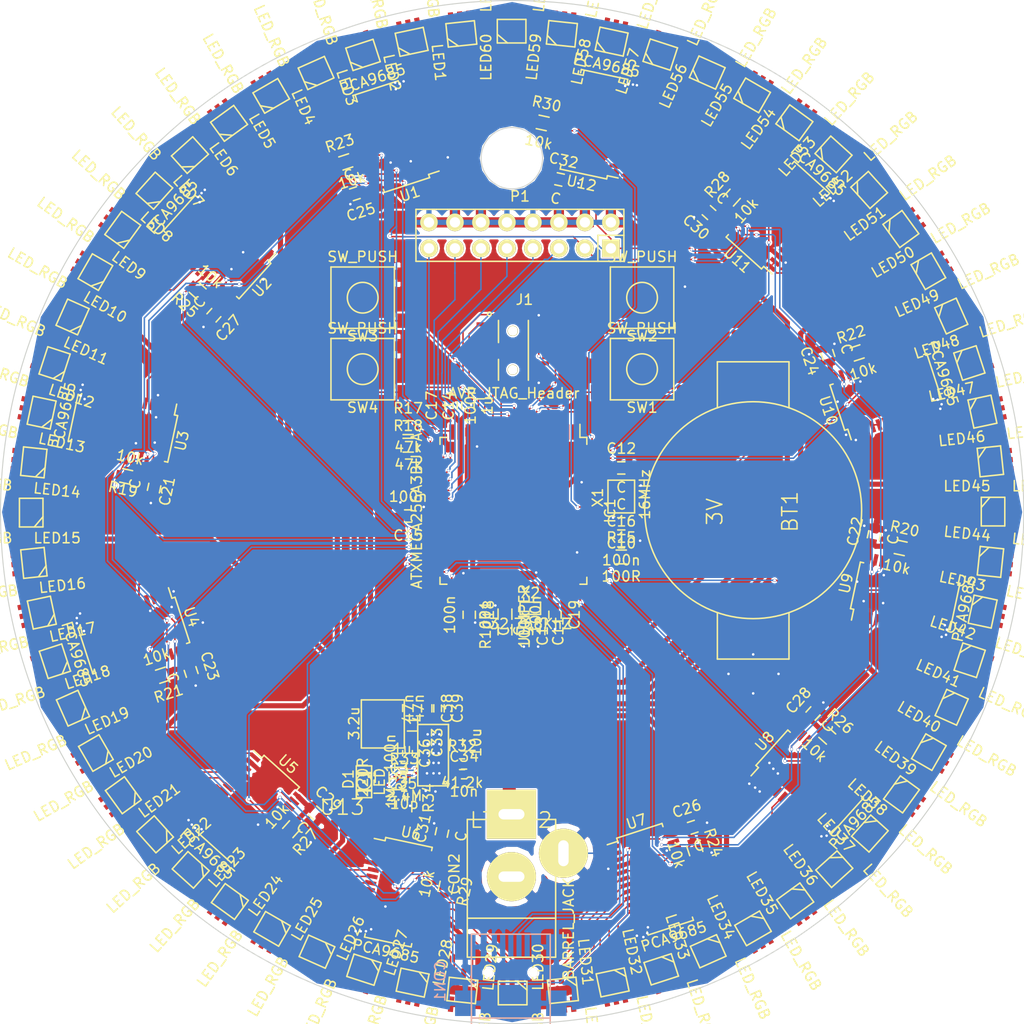
<source format=kicad_pcb>
(kicad_pcb (version 4) (host pcbnew 0.201501162016+5375~20~ubuntu14.04.1-product)
  (layers (0 F.Cu signal hide) (31 B.Cu signal hide) (36 B.SilkS user hide) (37 F.SilkS user) (38 B.Mask user hide) (39 F.Mask user hide) (44 Edge.Cuts user))
  (net 0 "")
  (net 1 GND)
  (net 2 VPP)
  (net 3 /Microcontroller/TOSC1)
  (net 4 /Microcontroller/TOSC2)
  (net 5 /Microcontroller/USB_D-)
  (net 6 /Microcontroller/USB_D+)
  (net 7 /Microcontroller/TMS)
  (net 8 /Microcontroller/TDI)
  (net 9 /Microcontroller/TCK)
  (net 10 /Microcontroller/TDO)
  (net 11 /Display/SCL)
  (net 12 "/Display/Display Sub block 1/~OE")
  (net 13 "/Display/Display Sub block 2/~OE")
  (net 14 "/Display/Display Sub block 3/~OE")
  (net 15 "/Display/Display Sub block 4/~OE")
  (net 16 "/Display/Display Sub block 5/~OE")
  (net 17 "/Display/Display Sub block 6/~OE")
  (net 18 "/Display/Display Sub block 7/~OE")
  (net 19 "/Display/Display Sub block 8/~OE")
  (net 20 "/Display/Display Sub block 9/~OE")
  (net 21 "/Display/Display Sub block 10/~OE")
  (net 22 "/Display/Display Sub block 11/~OE")
  (net 23 "/Display/Display Sub block 12/~OE")
  (net 24 /Microcontroller/~RESET)
  (net 25 "Net-(LED1-PadGC)")
  (net 26 "Net-(LED1-PadRC)")
  (net 27 "Net-(LED1-PadBC)")
  (net 28 "Net-(LED2-PadGC)")
  (net 29 "Net-(LED2-PadRC)")
  (net 30 "Net-(LED2-PadBC)")
  (net 31 "Net-(LED3-PadGC)")
  (net 32 "Net-(LED3-PadRC)")
  (net 33 "Net-(LED3-PadBC)")
  (net 34 "Net-(LED4-PadGC)")
  (net 35 "Net-(LED4-PadRC)")
  (net 36 "Net-(LED4-PadBC)")
  (net 37 "Net-(LED5-PadGC)")
  (net 38 "Net-(LED5-PadRC)")
  (net 39 "Net-(LED5-PadBC)")
  (net 40 "Net-(LED6-PadGC)")
  (net 41 "Net-(LED6-PadRC)")
  (net 42 "Net-(LED6-PadBC)")
  (net 43 "Net-(LED7-PadGC)")
  (net 44 "Net-(LED7-PadRC)")
  (net 45 "Net-(LED7-PadBC)")
  (net 46 "Net-(LED8-PadGC)")
  (net 47 "Net-(LED8-PadRC)")
  (net 48 "Net-(LED8-PadBC)")
  (net 49 "Net-(LED9-PadGC)")
  (net 50 "Net-(LED9-PadRC)")
  (net 51 "Net-(LED9-PadBC)")
  (net 52 "Net-(LED10-PadGC)")
  (net 53 "Net-(LED10-PadRC)")
  (net 54 "Net-(LED10-PadBC)")
  (net 55 "Net-(LED11-PadGC)")
  (net 56 "Net-(LED11-PadRC)")
  (net 57 "Net-(LED11-PadBC)")
  (net 58 "Net-(LED12-PadGC)")
  (net 59 "Net-(LED12-PadRC)")
  (net 60 "Net-(LED12-PadBC)")
  (net 61 "Net-(LED13-PadGC)")
  (net 62 "Net-(LED13-PadRC)")
  (net 63 "Net-(LED13-PadBC)")
  (net 64 "Net-(LED14-PadGC)")
  (net 65 "Net-(LED14-PadRC)")
  (net 66 "Net-(LED14-PadBC)")
  (net 67 "Net-(LED15-PadGC)")
  (net 68 "Net-(LED15-PadRC)")
  (net 69 "Net-(LED15-PadBC)")
  (net 70 "Net-(LED16-PadGC)")
  (net 71 "Net-(LED16-PadRC)")
  (net 72 "Net-(LED16-PadBC)")
  (net 73 "Net-(LED17-PadGC)")
  (net 74 "Net-(LED17-PadRC)")
  (net 75 "Net-(LED17-PadBC)")
  (net 76 "Net-(LED18-PadGC)")
  (net 77 "Net-(LED18-PadRC)")
  (net 78 "Net-(LED18-PadBC)")
  (net 79 "Net-(LED19-PadGC)")
  (net 80 "Net-(LED19-PadRC)")
  (net 81 "Net-(LED19-PadBC)")
  (net 82 "Net-(LED20-PadGC)")
  (net 83 "Net-(LED20-PadRC)")
  (net 84 "Net-(LED20-PadBC)")
  (net 85 "Net-(LED21-PadGC)")
  (net 86 "Net-(LED21-PadRC)")
  (net 87 "Net-(LED21-PadBC)")
  (net 88 "Net-(LED22-PadGC)")
  (net 89 "Net-(LED22-PadRC)")
  (net 90 "Net-(LED22-PadBC)")
  (net 91 "Net-(LED23-PadGC)")
  (net 92 "Net-(LED23-PadRC)")
  (net 93 "Net-(LED23-PadBC)")
  (net 94 "Net-(LED24-PadGC)")
  (net 95 "Net-(LED24-PadRC)")
  (net 96 "Net-(LED24-PadBC)")
  (net 97 "Net-(LED25-PadGC)")
  (net 98 "Net-(LED25-PadRC)")
  (net 99 "Net-(LED25-PadBC)")
  (net 100 "Net-(LED26-PadGC)")
  (net 101 "Net-(LED26-PadRC)")
  (net 102 "Net-(LED26-PadBC)")
  (net 103 "Net-(LED27-PadGC)")
  (net 104 "Net-(LED27-PadRC)")
  (net 105 "Net-(LED27-PadBC)")
  (net 106 "Net-(LED28-PadGC)")
  (net 107 "Net-(LED28-PadRC)")
  (net 108 "Net-(LED28-PadBC)")
  (net 109 "Net-(LED29-PadGC)")
  (net 110 "Net-(LED29-PadRC)")
  (net 111 "Net-(LED29-PadBC)")
  (net 112 "Net-(LED30-PadGC)")
  (net 113 "Net-(LED30-PadRC)")
  (net 114 "Net-(LED30-PadBC)")
  (net 115 "Net-(LED31-PadGC)")
  (net 116 "Net-(LED31-PadRC)")
  (net 117 "Net-(LED31-PadBC)")
  (net 118 "Net-(LED32-PadGC)")
  (net 119 "Net-(LED32-PadRC)")
  (net 120 "Net-(LED32-PadBC)")
  (net 121 "Net-(LED33-PadGC)")
  (net 122 "Net-(LED33-PadRC)")
  (net 123 "Net-(LED33-PadBC)")
  (net 124 "Net-(LED34-PadGC)")
  (net 125 "Net-(LED34-PadRC)")
  (net 126 "Net-(LED34-PadBC)")
  (net 127 "Net-(LED35-PadGC)")
  (net 128 "Net-(LED35-PadRC)")
  (net 129 "Net-(LED35-PadBC)")
  (net 130 "Net-(LED36-PadGC)")
  (net 131 "Net-(LED36-PadRC)")
  (net 132 "Net-(LED36-PadBC)")
  (net 133 "Net-(LED37-PadGC)")
  (net 134 "Net-(LED37-PadRC)")
  (net 135 "Net-(LED37-PadBC)")
  (net 136 "Net-(LED38-PadGC)")
  (net 137 "Net-(LED38-PadRC)")
  (net 138 "Net-(LED38-PadBC)")
  (net 139 "Net-(LED39-PadGC)")
  (net 140 "Net-(LED39-PadRC)")
  (net 141 "Net-(LED39-PadBC)")
  (net 142 "Net-(LED40-PadGC)")
  (net 143 "Net-(LED40-PadRC)")
  (net 144 "Net-(LED40-PadBC)")
  (net 145 "Net-(LED41-PadGC)")
  (net 146 "Net-(LED41-PadRC)")
  (net 147 "Net-(LED41-PadBC)")
  (net 148 "Net-(LED42-PadGC)")
  (net 149 "Net-(LED42-PadRC)")
  (net 150 "Net-(LED42-PadBC)")
  (net 151 "Net-(LED43-PadGC)")
  (net 152 "Net-(LED43-PadRC)")
  (net 153 "Net-(LED43-PadBC)")
  (net 154 "Net-(LED44-PadGC)")
  (net 155 "Net-(LED44-PadRC)")
  (net 156 "Net-(LED44-PadBC)")
  (net 157 "Net-(LED45-PadGC)")
  (net 158 "Net-(LED45-PadRC)")
  (net 159 "Net-(LED45-PadBC)")
  (net 160 "Net-(LED46-PadGC)")
  (net 161 "Net-(LED46-PadRC)")
  (net 162 "Net-(LED46-PadBC)")
  (net 163 "Net-(LED47-PadGC)")
  (net 164 "Net-(LED47-PadRC)")
  (net 165 "Net-(LED47-PadBC)")
  (net 166 "Net-(LED48-PadGC)")
  (net 167 "Net-(LED48-PadRC)")
  (net 168 "Net-(LED48-PadBC)")
  (net 169 "Net-(LED49-PadGC)")
  (net 170 "Net-(LED49-PadRC)")
  (net 171 "Net-(LED49-PadBC)")
  (net 172 "Net-(LED50-PadGC)")
  (net 173 "Net-(LED50-PadRC)")
  (net 174 "Net-(LED50-PadBC)")
  (net 175 "Net-(LED51-PadGC)")
  (net 176 "Net-(LED51-PadRC)")
  (net 177 "Net-(LED51-PadBC)")
  (net 178 "Net-(LED52-PadGC)")
  (net 179 "Net-(LED52-PadRC)")
  (net 180 "Net-(LED52-PadBC)")
  (net 181 "Net-(LED53-PadGC)")
  (net 182 "Net-(LED53-PadRC)")
  (net 183 "Net-(LED53-PadBC)")
  (net 184 "Net-(LED54-PadGC)")
  (net 185 "Net-(LED54-PadRC)")
  (net 186 "Net-(LED54-PadBC)")
  (net 187 "Net-(LED55-PadGC)")
  (net 188 "Net-(LED55-PadRC)")
  (net 189 "Net-(LED55-PadBC)")
  (net 190 "Net-(LED56-PadGC)")
  (net 191 "Net-(LED56-PadRC)")
  (net 192 "Net-(LED56-PadBC)")
  (net 193 "Net-(LED57-PadGC)")
  (net 194 "Net-(LED57-PadRC)")
  (net 195 "Net-(LED57-PadBC)")
  (net 196 "Net-(LED58-PadGC)")
  (net 197 "Net-(LED58-PadRC)")
  (net 198 "Net-(LED58-PadBC)")
  (net 199 "Net-(LED59-PadGC)")
  (net 200 "Net-(LED59-PadRC)")
  (net 201 "Net-(LED59-PadBC)")
  (net 202 "Net-(LED60-PadGC)")
  (net 203 "Net-(LED60-PadRC)")
  (net 204 "Net-(LED60-PadBC)")
  (net 205 "Net-(C10-Pad1)")
  (net 206 "Net-(C12-Pad1)")
  (net 207 "Net-(IC1-Pad51)")
  (net 208 "Net-(BT1-Pad1)")
  (net 209 "Net-(IC1-Pad6)")
  (net 210 "Net-(IC1-Pad7)")
  (net 211 "Net-(IC1-Pad8)")
  (net 212 "Net-(IC1-Pad9)")
  (net 213 "/Power Supply/Vin")
  (net 214 "Net-(D1-Pad2)")
  (net 215 "/Power Supply/SS")
  (net 216 "/Power Supply/IntVcc")
  (net 217 "/Power Supply/BST")
  (net 218 "/Power Supply/FB")
  (net 219 "/Power Supply/PG")
  (net 220 "/Power Supply/Rt")
  (net 221 "/Power Supply/SW")
  (net 222 /Microcontroller/RX)
  (net 223 /Microcontroller/TX)
  (net 224 /Microcontroller/~CS)
  (net 225 /Microcontroller/MOSI)
  (net 226 /Microcontroller/MISO)
  (net 227 /Microcontroller/SCK)
  (net 228 /Display/SDA)
  (net 229 /Microcontroller/JUMPER)
  (module Connect:JACK_ALIM (layer F.Cu) (at 105.4365 120.8235 90)
    (fp_text reference CON2 (at 0.254 -5.588 90) (layer F.SilkS))
    (fp_text value BARREL_JACK (at -5.08 5.588 90) (layer F.SilkS))
    (pad 2 thru_hole circle (at 0 0 90) (size 4.8006 4.8006) (drill oval 1.016 2.54) (layers *.Cu *.Mask F.SilkS) (net 1 GND))
    (pad 1 thru_hole rect (at 6.096 0 90) (size 4.8006 4.8006) (drill oval 1.016 2.54) (layers *.Cu *.Mask F.SilkS) (net 213 "/Power Supply/Vin"))
    (pad 3 thru_hole circle (at 2.286 5.08 90) (size 4.8006 4.8006) (drill oval 2.54 1.016) (layers *.Cu *.Mask F.SilkS) (net 1 GND))
  )
  (module Housings_QFP:TQFP-64_14x14mm_Pitch0.8mm (layer F.Cu) (at 105.627 85.073 270)
    (fp_text reference IC1 (at 0 -9.45 270) (layer F.SilkS))
    (fp_text value ATXMEGA256A3BU-A (at 0 9.45 270) (layer F.SilkS))
    (pad 1 smd rect (at -7.7 -6 270) (size 1.5 0.55) (layers F.Cu F.Mask))
    (pad 2 smd rect (at -7.7 -5.2 270) (size 1.5 0.55) (layers F.Cu F.Mask))
    (pad 3 smd rect (at -7.7 -4.4 270) (size 1.5 0.55) (layers F.Cu F.Mask))
    (pad 4 smd rect (at -7.7 -3.6 270) (size 1.5 0.55) (layers F.Cu F.Mask))
    (pad 5 smd rect (at -7.7 -2.8 270) (size 1.5 0.55) (layers F.Cu F.Mask))
    (pad 6 smd rect (at -7.7 -2 270) (size 1.5 0.55) (layers F.Cu F.Mask) (net 209 "Net-(IC1-Pad6)"))
    (pad 7 smd rect (at -7.7 -1.2 270) (size 1.5 0.55) (layers F.Cu F.Mask) (net 210 "Net-(IC1-Pad7)"))
    (pad 8 smd rect (at -7.7 -0.4 270) (size 1.5 0.55) (layers F.Cu F.Mask) (net 211 "Net-(IC1-Pad8)"))
    (pad 9 smd rect (at -7.7 0.4 270) (size 1.5 0.55) (layers F.Cu F.Mask) (net 212 "Net-(IC1-Pad9)"))
    (pad 10 smd rect (at -7.7 1.2 270) (size 1.5 0.55) (layers F.Cu F.Mask) (net 7 /Microcontroller/TMS))
    (pad 11 smd rect (at -7.7 2 270) (size 1.5 0.55) (layers F.Cu F.Mask) (net 8 /Microcontroller/TDI))
    (pad 12 smd rect (at -7.7 2.8 270) (size 1.5 0.55) (layers F.Cu F.Mask) (net 9 /Microcontroller/TCK))
    (pad 13 smd rect (at -7.7 3.6 270) (size 1.5 0.55) (layers F.Cu F.Mask) (net 10 /Microcontroller/TDO))
    (pad 14 smd rect (at -7.7 4.4 270) (size 1.5 0.55) (layers F.Cu F.Mask) (net 1 GND))
    (pad 15 smd rect (at -7.7 5.2 270) (size 1.5 0.55) (layers F.Cu F.Mask) (net 2 VPP))
    (pad 16 smd rect (at -7.7 6 270) (size 1.5 0.55) (layers F.Cu F.Mask) (net 228 /Display/SDA))
    (pad 17 smd rect (at -6 7.7) (size 1.5 0.55) (layers F.Cu F.Mask) (net 11 /Display/SCL))
    (pad 18 smd rect (at -5.2 7.7) (size 1.5 0.55) (layers F.Cu F.Mask) (net 222 /Microcontroller/RX))
    (pad 19 smd rect (at -4.4 7.7) (size 1.5 0.55) (layers F.Cu F.Mask) (net 223 /Microcontroller/TX))
    (pad 20 smd rect (at -3.6 7.7) (size 1.5 0.55) (layers F.Cu F.Mask) (net 224 /Microcontroller/~CS))
    (pad 21 smd rect (at -2.8 7.7) (size 1.5 0.55) (layers F.Cu F.Mask) (net 225 /Microcontroller/MOSI))
    (pad 22 smd rect (at -2 7.7) (size 1.5 0.55) (layers F.Cu F.Mask) (net 226 /Microcontroller/MISO))
    (pad 23 smd rect (at -1.2 7.7) (size 1.5 0.55) (layers F.Cu F.Mask) (net 227 /Microcontroller/SCK))
    (pad 24 smd rect (at -0.4 7.7) (size 1.5 0.55) (layers F.Cu F.Mask) (net 1 GND))
    (pad 25 smd rect (at 0.4 7.7) (size 1.5 0.55) (layers F.Cu F.Mask) (net 2 VPP))
    (pad 26 smd rect (at 1.2 7.7) (size 1.5 0.55) (layers F.Cu F.Mask) (net 12 "/Display/Display Sub block 1/~OE"))
    (pad 27 smd rect (at 2 7.7) (size 1.5 0.55) (layers F.Cu F.Mask) (net 13 "/Display/Display Sub block 2/~OE"))
    (pad 28 smd rect (at 2.8 7.7) (size 1.5 0.55) (layers F.Cu F.Mask) (net 14 "/Display/Display Sub block 3/~OE"))
    (pad 29 smd rect (at 3.6 7.7) (size 1.5 0.55) (layers F.Cu F.Mask) (net 15 "/Display/Display Sub block 4/~OE"))
    (pad 30 smd rect (at 4.4 7.7) (size 1.5 0.55) (layers F.Cu F.Mask) (net 16 "/Display/Display Sub block 5/~OE"))
    (pad 31 smd rect (at 5.2 7.7) (size 1.5 0.55) (layers F.Cu F.Mask) (net 17 "/Display/Display Sub block 6/~OE"))
    (pad 32 smd rect (at 6 7.7) (size 1.5 0.55) (layers F.Cu F.Mask) (net 5 /Microcontroller/USB_D-))
    (pad 33 smd rect (at 7.7 6 270) (size 1.5 0.55) (layers F.Cu F.Mask) (net 6 /Microcontroller/USB_D+))
    (pad 34 smd rect (at 7.7 5.2 270) (size 1.5 0.55) (layers F.Cu F.Mask) (net 1 GND))
    (pad 35 smd rect (at 7.7 4.4 270) (size 1.5 0.55) (layers F.Cu F.Mask) (net 2 VPP))
    (pad 36 smd rect (at 7.7 3.6 270) (size 1.5 0.55) (layers F.Cu F.Mask))
    (pad 37 smd rect (at 7.7 2.8 270) (size 1.5 0.55) (layers F.Cu F.Mask))
    (pad 38 smd rect (at 7.7 2 270) (size 1.5 0.55) (layers F.Cu F.Mask))
    (pad 39 smd rect (at 7.7 1.2 270) (size 1.5 0.55) (layers F.Cu F.Mask))
    (pad 40 smd rect (at 7.7 0.4 270) (size 1.5 0.55) (layers F.Cu F.Mask))
    (pad 41 smd rect (at 7.7 -0.4 270) (size 1.5 0.55) (layers F.Cu F.Mask) (net 229 /Microcontroller/JUMPER))
    (pad 42 smd rect (at 7.7 -1.2 270) (size 1.5 0.55) (layers F.Cu F.Mask) (net 4 /Microcontroller/TOSC2))
    (pad 43 smd rect (at 7.7 -2 270) (size 1.5 0.55) (layers F.Cu F.Mask) (net 3 /Microcontroller/TOSC1))
    (pad 44 smd rect (at 7.7 -2.8 270) (size 1.5 0.55) (layers F.Cu F.Mask) (net 1 GND))
    (pad 45 smd rect (at 7.7 -3.6 270) (size 1.5 0.55) (layers F.Cu F.Mask) (net 2 VPP))
    (pad 46 smd rect (at 7.7 -4.4 270) (size 1.5 0.55) (layers F.Cu F.Mask))
    (pad 47 smd rect (at 7.7 -5.2 270) (size 1.5 0.55) (layers F.Cu F.Mask))
    (pad 48 smd rect (at 7.7 -6 270) (size 1.5 0.55) (layers F.Cu F.Mask) (net 18 "/Display/Display Sub block 7/~OE"))
    (pad 49 smd rect (at 6 -7.7) (size 1.5 0.55) (layers F.Cu F.Mask) (net 19 "/Display/Display Sub block 8/~OE"))
    (pad 50 smd rect (at 5.2 -7.7) (size 1.5 0.55) (layers F.Cu F.Mask) (net 20 "/Display/Display Sub block 9/~OE"))
    (pad 51 smd rect (at 4.4 -7.7) (size 1.5 0.55) (layers F.Cu F.Mask) (net 207 "Net-(IC1-Pad51)"))
    (pad 52 smd rect (at 3.6 -7.7) (size 1.5 0.55) (layers F.Cu F.Mask) (net 1 GND))
    (pad 53 smd rect (at 2.8 -7.7) (size 1.5 0.55) (layers F.Cu F.Mask) (net 2 VPP))
    (pad 54 smd rect (at 2 -7.7) (size 1.5 0.55) (layers F.Cu F.Mask))
    (pad 55 smd rect (at 1.2 -7.7) (size 1.5 0.55) (layers F.Cu F.Mask))
    (pad 56 smd rect (at 0.4 -7.7) (size 1.5 0.55) (layers F.Cu F.Mask))
    (pad 57 smd rect (at -0.4 -7.7) (size 1.5 0.55) (layers F.Cu F.Mask) (net 24 /Microcontroller/~RESET))
    (pad 58 smd rect (at -1.2 -7.7) (size 1.5 0.55) (layers F.Cu F.Mask) (net 205 "Net-(C10-Pad1)"))
    (pad 59 smd rect (at -2 -7.7) (size 1.5 0.55) (layers F.Cu F.Mask) (net 206 "Net-(C12-Pad1)"))
    (pad 60 smd rect (at -2.8 -7.7) (size 1.5 0.55) (layers F.Cu F.Mask) (net 1 GND))
    (pad 61 smd rect (at -3.6 -7.7) (size 1.5 0.55) (layers F.Cu F.Mask) (net 2 VPP))
    (pad 62 smd rect (at -4.4 -7.7) (size 1.5 0.55) (layers F.Cu F.Mask) (net 21 "/Display/Display Sub block 10/~OE"))
    (pad 63 smd rect (at -5.2 -7.7) (size 1.5 0.55) (layers F.Cu F.Mask) (net 22 "/Display/Display Sub block 11/~OE"))
    (pad 64 smd rect (at -6 -7.7) (size 1.5 0.55) (layers F.Cu F.Mask) (net 23 "/Display/Display Sub block 12/~OE"))
  )
  (module rgb:FTSH-105-01-L-DV-K-A-P (layer F.Cu) (at 105.5635 69.3885)
    (fp_text reference J1 (at 1.143 -4.953) (layer F.SilkS))
    (fp_text value AVR_JTAG_Header (at 0.127 4.191) (layer F.SilkS))
    (pad "" np_thru_hole circle (at 0 -1.9) (size 1 1) (drill 0.9) (layers *.Cu *.Mask F.SilkS))
    (pad 6 smd rect (at 2.54 0) (size 2 0.4) (layers F.Cu F.Mask) (net 24 /Microcontroller/~RESET))
    (pad 4 smd rect (at 2.54 -1.27) (size 2 0.4) (layers F.Cu F.Mask) (net 2 VPP))
    (pad 2 smd rect (at 2.54 -2.54) (size 2 0.4) (layers F.Cu F.Mask) (net 1 GND))
    (pad 8 smd rect (at 2.54 1.27) (size 2 0.4) (layers F.Cu F.Mask))
    (pad 10 smd rect (at 2.54 2.54) (size 2 0.4) (layers F.Cu F.Mask) (net 1 GND))
    (pad 9 smd rect (at -2.54 2.54) (size 2 0.4) (layers F.Cu F.Mask) (net 8 /Microcontroller/TDI))
    (pad 7 smd rect (at -2.54 1.27) (size 2 0.4) (layers F.Cu F.Mask))
    (pad 1 smd rect (at -2.54 -2.54) (size 2 0.4) (layers F.Cu F.Mask) (net 9 /Microcontroller/TCK))
    (pad 3 smd rect (at -2.54 -1.27) (size 2 0.4) (layers F.Cu F.Mask) (net 10 /Microcontroller/TDO))
    (pad 5 smd rect (at -2.54 0) (size 2 0.4) (layers F.Cu F.Mask) (net 7 /Microcontroller/TMS))
    (pad "" np_thru_hole circle (at 0 1.9) (size 1 1) (drill 0.9) (layers *.Cu *.Mask F.SilkS))
  )
  (module Resistors_SMD:R_0603 (layer F.Cu) (at 92.8 111.108 270)
    (fp_text reference R31 (at 0 -1.9 270) (layer F.SilkS))
    (fp_text value 220R (at 0 1.9 270) (layer F.SilkS))
    (pad 1 smd rect (at -0.75 0 270) (size 0.5 0.9) (layers F.Cu F.Mask) (net 214 "Net-(D1-Pad2)"))
    (pad 2 smd rect (at 0.75 0 270) (size 0.5 0.9) (layers F.Cu F.Mask) (net 219 "/Power Supply/PG"))
  )
  (module Housings_SSOP:TSSOP-28_4.4x9.7mm_Pitch0.65mm (layer F.Cu) (at 79.6555 114.2195 318)
    (fp_text reference U5 (at 0 -5.9 318) (layer F.SilkS))
    (fp_text value PCA9685 (at 0 5.9 318) (layer F.SilkS))
    (pad 1 smd rect (at -2.85 -4.225 318) (size 1.1 0.4) (layers F.Cu F.Mask) (net 2 VPP))
    (pad 2 smd rect (at -2.85 -3.575 318) (size 1.1 0.4) (layers F.Cu F.Mask) (net 1 GND))
    (pad 3 smd rect (at -2.85 -2.925 318) (size 1.1 0.4) (layers F.Cu F.Mask) (net 2 VPP))
    (pad 4 smd rect (at -2.85 -2.275 318) (size 1.1 0.4) (layers F.Cu F.Mask) (net 1 GND))
    (pad 5 smd rect (at -2.85 -1.625 318) (size 1.1 0.4) (layers F.Cu F.Mask) (net 2 VPP))
    (pad 6 smd rect (at -2.85 -0.975 318) (size 1.1 0.4) (layers F.Cu F.Mask) (net 86 "Net-(LED21-PadRC)"))
    (pad 7 smd rect (at -2.85 -0.325 318) (size 1.1 0.4) (layers F.Cu F.Mask) (net 85 "Net-(LED21-PadGC)"))
    (pad 8 smd rect (at -2.85 0.325 318) (size 1.1 0.4) (layers F.Cu F.Mask) (net 87 "Net-(LED21-PadBC)"))
    (pad 9 smd rect (at -2.85 0.975 318) (size 1.1 0.4) (layers F.Cu F.Mask) (net 89 "Net-(LED22-PadRC)"))
    (pad 10 smd rect (at -2.85 1.625 318) (size 1.1 0.4) (layers F.Cu F.Mask) (net 88 "Net-(LED22-PadGC)"))
    (pad 11 smd rect (at -2.85 2.275 318) (size 1.1 0.4) (layers F.Cu F.Mask) (net 90 "Net-(LED22-PadBC)"))
    (pad 12 smd rect (at -2.85 2.925 318) (size 1.1 0.4) (layers F.Cu F.Mask) (net 92 "Net-(LED23-PadRC)"))
    (pad 13 smd rect (at -2.85 3.575 318) (size 1.1 0.4) (layers F.Cu F.Mask) (net 91 "Net-(LED23-PadGC)"))
    (pad 14 smd rect (at -2.85 4.225 318) (size 1.1 0.4) (layers F.Cu F.Mask) (net 1 GND))
    (pad 15 smd rect (at 2.85 4.225 318) (size 1.1 0.4) (layers F.Cu F.Mask) (net 93 "Net-(LED23-PadBC)"))
    (pad 16 smd rect (at 2.85 3.575 318) (size 1.1 0.4) (layers F.Cu F.Mask) (net 95 "Net-(LED24-PadRC)"))
    (pad 17 smd rect (at 2.85 2.925 318) (size 1.1 0.4) (layers F.Cu F.Mask) (net 94 "Net-(LED24-PadGC)"))
    (pad 18 smd rect (at 2.85 2.275 318) (size 1.1 0.4) (layers F.Cu F.Mask) (net 96 "Net-(LED24-PadBC)"))
    (pad 19 smd rect (at 2.85 1.625 318) (size 1.1 0.4) (layers F.Cu F.Mask) (net 98 "Net-(LED25-PadRC)"))
    (pad 20 smd rect (at 2.85 0.975 318) (size 1.1 0.4) (layers F.Cu F.Mask) (net 97 "Net-(LED25-PadGC)"))
    (pad 21 smd rect (at 2.85 0.325 318) (size 1.1 0.4) (layers F.Cu F.Mask) (net 99 "Net-(LED25-PadBC)"))
    (pad 22 smd rect (at 2.85 -0.325 318) (size 1.1 0.4) (layers F.Cu F.Mask))
    (pad 23 smd rect (at 2.85 -0.975 318) (size 1.1 0.4) (layers F.Cu F.Mask) (net 16 "/Display/Display Sub block 5/~OE"))
    (pad 24 smd rect (at 2.85 -1.625 318) (size 1.1 0.4) (layers F.Cu F.Mask) (net 2 VPP))
    (pad 25 smd rect (at 2.85 -2.275 318) (size 1.1 0.4) (layers F.Cu F.Mask) (net 1 GND))
    (pad 26 smd rect (at 2.85 -2.925 318) (size 1.1 0.4) (layers F.Cu F.Mask) (net 11 /Display/SCL))
    (pad 27 smd rect (at 2.85 -3.575 318) (size 1.1 0.4) (layers F.Cu F.Mask) (net 228 /Display/SDA))
    (pad 28 smd rect (at 2.85 -4.225 318) (size 1.1 0.4) (layers F.Cu F.Mask) (net 2 VPP))
  )
  (module Housings_SSOP:TSSOP-28_4.4x9.7mm_Pitch0.65mm (layer F.Cu) (at 113.501 47.2905 168)
    (fp_text reference U12 (at 0 -5.9 168) (layer F.SilkS))
    (fp_text value PCA9685 (at 0 5.9 168) (layer F.SilkS))
    (pad 1 smd rect (at -2.85 -4.225 168) (size 1.1 0.4) (layers F.Cu F.Mask) (net 1 GND))
    (pad 2 smd rect (at -2.85 -3.575 168) (size 1.1 0.4) (layers F.Cu F.Mask) (net 1 GND))
    (pad 3 smd rect (at -2.85 -2.925 168) (size 1.1 0.4) (layers F.Cu F.Mask) (net 2 VPP))
    (pad 4 smd rect (at -2.85 -2.275 168) (size 1.1 0.4) (layers F.Cu F.Mask) (net 2 VPP))
    (pad 5 smd rect (at -2.85 -1.625 168) (size 1.1 0.4) (layers F.Cu F.Mask) (net 2 VPP))
    (pad 6 smd rect (at -2.85 -0.975 168) (size 1.1 0.4) (layers F.Cu F.Mask) (net 191 "Net-(LED56-PadRC)"))
    (pad 7 smd rect (at -2.85 -0.325 168) (size 1.1 0.4) (layers F.Cu F.Mask) (net 190 "Net-(LED56-PadGC)"))
    (pad 8 smd rect (at -2.85 0.325 168) (size 1.1 0.4) (layers F.Cu F.Mask) (net 192 "Net-(LED56-PadBC)"))
    (pad 9 smd rect (at -2.85 0.975 168) (size 1.1 0.4) (layers F.Cu F.Mask) (net 194 "Net-(LED57-PadRC)"))
    (pad 10 smd rect (at -2.85 1.625 168) (size 1.1 0.4) (layers F.Cu F.Mask) (net 193 "Net-(LED57-PadGC)"))
    (pad 11 smd rect (at -2.85 2.275 168) (size 1.1 0.4) (layers F.Cu F.Mask) (net 195 "Net-(LED57-PadBC)"))
    (pad 12 smd rect (at -2.85 2.925 168) (size 1.1 0.4) (layers F.Cu F.Mask) (net 197 "Net-(LED58-PadRC)"))
    (pad 13 smd rect (at -2.85 3.575 168) (size 1.1 0.4) (layers F.Cu F.Mask) (net 196 "Net-(LED58-PadGC)"))
    (pad 14 smd rect (at -2.85 4.225 168) (size 1.1 0.4) (layers F.Cu F.Mask) (net 1 GND))
    (pad 15 smd rect (at 2.85 4.225 168) (size 1.1 0.4) (layers F.Cu F.Mask) (net 198 "Net-(LED58-PadBC)"))
    (pad 16 smd rect (at 2.85 3.575 168) (size 1.1 0.4) (layers F.Cu F.Mask) (net 200 "Net-(LED59-PadRC)"))
    (pad 17 smd rect (at 2.85 2.925 168) (size 1.1 0.4) (layers F.Cu F.Mask) (net 199 "Net-(LED59-PadGC)"))
    (pad 18 smd rect (at 2.85 2.275 168) (size 1.1 0.4) (layers F.Cu F.Mask) (net 201 "Net-(LED59-PadBC)"))
    (pad 19 smd rect (at 2.85 1.625 168) (size 1.1 0.4) (layers F.Cu F.Mask) (net 203 "Net-(LED60-PadRC)"))
    (pad 20 smd rect (at 2.85 0.975 168) (size 1.1 0.4) (layers F.Cu F.Mask) (net 202 "Net-(LED60-PadGC)"))
    (pad 21 smd rect (at 2.85 0.325 168) (size 1.1 0.4) (layers F.Cu F.Mask) (net 204 "Net-(LED60-PadBC)"))
    (pad 22 smd rect (at 2.85 -0.325 168) (size 1.1 0.4) (layers F.Cu F.Mask))
    (pad 23 smd rect (at 2.85 -0.975 168) (size 1.1 0.4) (layers F.Cu F.Mask) (net 23 "/Display/Display Sub block 12/~OE"))
    (pad 24 smd rect (at 2.85 -1.625 168) (size 1.1 0.4) (layers F.Cu F.Mask) (net 2 VPP))
    (pad 25 smd rect (at 2.85 -2.275 168) (size 1.1 0.4) (layers F.Cu F.Mask) (net 1 GND))
    (pad 26 smd rect (at 2.85 -2.925 168) (size 1.1 0.4) (layers F.Cu F.Mask) (net 11 /Display/SCL))
    (pad 27 smd rect (at 2.85 -3.575 168) (size 1.1 0.4) (layers F.Cu F.Mask) (net 228 /Display/SDA))
    (pad 28 smd rect (at 2.85 -4.225 168) (size 1.1 0.4) (layers F.Cu F.Mask) (net 2 VPP))
  )
  (module Capacitors_SMD:C_0603 (layer F.Cu) (at 116.168 86.343 180)
    (fp_text reference C10 (at 0 -1.9 180) (layer F.SilkS))
    (fp_text value C (at 0 1.9 180) (layer F.SilkS))
    (pad 1 smd rect (at -0.75 0 180) (size 0.8 0.75) (layers F.Cu F.Mask) (net 205 "Net-(C10-Pad1)"))
    (pad 2 smd rect (at 0.75 0 180) (size 0.8 0.75) (layers F.Cu F.Mask) (net 1 GND))
  )
  (module Capacitors_SMD:C_0603 (layer F.Cu) (at 108.1035 96.8205 270)
    (fp_text reference C11 (at 0 -1.9 270) (layer F.SilkS))
    (fp_text value C (at 0 1.9 270) (layer F.SilkS))
    (pad 1 smd rect (at -0.75 0 270) (size 0.8 0.75) (layers F.Cu F.Mask) (net 3 /Microcontroller/TOSC1))
    (pad 2 smd rect (at 0.75 0 270) (size 0.8 0.75) (layers F.Cu F.Mask) (net 1 GND))
  )
  (module Capacitors_SMD:C_0603 (layer F.Cu) (at 116.168 80.882)
    (fp_text reference C12 (at 0 -1.9) (layer F.SilkS))
    (fp_text value C (at 0 1.9) (layer F.SilkS))
    (pad 1 smd rect (at -0.75 0) (size 0.8 0.75) (layers F.Cu F.Mask) (net 206 "Net-(C12-Pad1)"))
    (pad 2 smd rect (at 0.75 0) (size 0.8 0.75) (layers F.Cu F.Mask) (net 1 GND))
  )
  (module Capacitors_SMD:C_0603 (layer F.Cu) (at 106.5795 96.8205 270)
    (fp_text reference C13 (at 0 -1.9 270) (layer F.SilkS))
    (fp_text value C (at 0 1.9 270) (layer F.SilkS))
    (pad 1 smd rect (at -0.75 0 270) (size 0.8 0.75) (layers F.Cu F.Mask) (net 4 /Microcontroller/TOSC2))
    (pad 2 smd rect (at 0.75 0 270) (size 0.8 0.75) (layers F.Cu F.Mask) (net 1 GND))
  )
  (module Capacitors_SMD:C_0603 (layer F.Cu) (at 101.182 74.786 90)
    (fp_text reference C14 (at 0 -1.9 90) (layer F.SilkS))
    (fp_text value 1u (at 0 1.9 90) (layer F.SilkS))
    (pad 1 smd rect (at -0.75 0 90) (size 0.8 0.75) (layers F.Cu F.Mask) (net 2 VPP))
    (pad 2 smd rect (at 0.75 0 90) (size 0.8 0.75) (layers F.Cu F.Mask) (net 1 GND))
  )
  (module Capacitors_SMD:C_0603 (layer F.Cu) (at 95.34 85.581 180)
    (fp_text reference C15 (at 0 -1.9 180) (layer F.SilkS))
    (fp_text value 100n (at 0 1.9 180) (layer F.SilkS))
    (pad 1 smd rect (at -0.75 0 180) (size 0.8 0.75) (layers F.Cu F.Mask) (net 2 VPP))
    (pad 2 smd rect (at 0.75 0 180) (size 0.8 0.75) (layers F.Cu F.Mask) (net 1 GND))
  )
  (module Capacitors_SMD:C_0603 (layer F.Cu) (at 116.168 87.994)
    (fp_text reference C16 (at 0 -1.9) (layer F.SilkS))
    (fp_text value 100n (at 0 1.9) (layer F.SilkS))
    (pad 1 smd rect (at -0.75 0) (size 0.8 0.75) (layers F.Cu F.Mask) (net 2 VPP))
    (pad 2 smd rect (at 0.75 0) (size 0.8 0.75) (layers F.Cu F.Mask) (net 1 GND))
  )
  (module Capacitors_SMD:C_0603 (layer F.Cu) (at 99.531 74.786 90)
    (fp_text reference C17 (at 0 -1.9 90) (layer F.SilkS))
    (fp_text value 100n (at 0 1.9 90) (layer F.SilkS))
    (pad 1 smd rect (at -0.75 0 90) (size 0.8 0.75) (layers F.Cu F.Mask) (net 2 VPP))
    (pad 2 smd rect (at 0.75 0 90) (size 0.8 0.75) (layers F.Cu F.Mask) (net 1 GND))
  )
  (module Capacitors_SMD:C_0603 (layer F.Cu) (at 101.309 95.233 270)
    (fp_text reference C18 (at 0 -1.9 270) (layer F.SilkS))
    (fp_text value 100n (at 0 1.9 270) (layer F.SilkS))
    (pad 1 smd rect (at -0.75 0 270) (size 0.8 0.75) (layers F.Cu F.Mask) (net 2 VPP))
    (pad 2 smd rect (at 0.75 0 270) (size 0.8 0.75) (layers F.Cu F.Mask) (net 1 GND))
  )
  (module Capacitors_SMD:C_0603 (layer F.Cu) (at 109.691 95.233 270)
    (fp_text reference C19 (at 0 -1.9 270) (layer F.SilkS))
    (fp_text value 100n (at 0 1.9 270) (layer F.SilkS))
    (pad 1 smd rect (at -0.75 0 270) (size 0.8 0.75) (layers F.Cu F.Mask) (net 2 VPP))
    (pad 2 smd rect (at 0.75 0 270) (size 0.8 0.75) (layers F.Cu F.Mask) (net 1 GND))
  )
  (module Capacitors_SMD:C_0603 (layer F.Cu) (at 70.5115 82.8505 258)
    (fp_text reference C21 (at 0.046514 -1.308259 258) (layer F.SilkS))
    (fp_text value C (at 0 1.9 258) (layer F.SilkS))
    (pad 1 smd rect (at -0.75 0 258) (size 0.8 0.75) (layers F.Cu F.Mask) (net 2 VPP))
    (pad 2 smd rect (at 0.75 0 258) (size 0.8 0.75) (layers F.Cu F.Mask) (net 1 GND))
  )
  (module Capacitors_SMD:C_0603 (layer F.Cu) (at 140.8695 87.486 78)
    (fp_text reference C22 (at 0 -1.9 78) (layer F.SilkS))
    (fp_text value C (at 0 1.9 78) (layer F.SilkS))
    (pad 1 smd rect (at -0.75 0 78) (size 0.8 0.75) (layers F.Cu F.Mask) (net 2 VPP))
    (pad 2 smd rect (at 0.75 0 78) (size 0.8 0.75) (layers F.Cu F.Mask) (net 1 GND))
  )
  (module Capacitors_SMD:C_0603 (layer F.Cu) (at 74.131 100.821 288)
    (fp_text reference C23 (at 0 -1.9 288) (layer F.SilkS))
    (fp_text value C (at 0 1.9 288) (layer F.SilkS))
    (pad 1 smd rect (at -0.75 0 288) (size 0.8 0.75) (layers F.Cu F.Mask) (net 2 VPP))
    (pad 2 smd rect (at 0.75 0 288) (size 0.8 0.75) (layers F.Cu F.Mask) (net 1 GND))
  )
  (module Capacitors_SMD:C_0603 (layer F.Cu) (at 136.361 69.833 108)
    (fp_text reference C24 (at 0 -1.9 108) (layer F.SilkS))
    (fp_text value C (at 0 1.9 108) (layer F.SilkS))
    (pad 1 smd rect (at -0.75 0 108) (size 0.8 0.75) (layers F.Cu F.Mask) (net 2 VPP))
    (pad 2 smd rect (at 0.75 0 108) (size 0.8 0.75) (layers F.Cu F.Mask) (net 1 GND))
  )
  (module Capacitors_SMD:C_0603 (layer F.Cu) (at 90.133 54.085 198)
    (fp_text reference C25 (at 0 -1.9 198) (layer F.SilkS))
    (fp_text value C (at 0 1.9 198) (layer F.SilkS))
    (pad 1 smd rect (at -0.75 0 198) (size 0.8 0.75) (layers F.Cu F.Mask) (net 2 VPP))
    (pad 2 smd rect (at 0.75 0 198) (size 0.8 0.75) (layers F.Cu F.Mask) (net 1 GND))
  )
  (module Capacitors_SMD:C_0603 (layer F.Cu) (at 123.153 115.9975 18)
    (fp_text reference C26 (at 0 -1.9 18) (layer F.SilkS))
    (fp_text value C (at 0 1.9 18) (layer F.SilkS))
    (pad 1 smd rect (at -0.75 0 18) (size 0.8 0.75) (layers F.Cu F.Mask) (net 2 VPP))
    (pad 2 smd rect (at 0.75 0 18) (size 0.8 0.75) (layers F.Cu F.Mask) (net 1 GND))
  )
  (module Capacitors_SMD:C_0603 (layer F.Cu) (at 76.3535 65.9595 228)
    (fp_text reference C27 (at 0 -1.9 228) (layer F.SilkS))
    (fp_text value C (at 0 1.9 228) (layer F.SilkS))
    (pad 1 smd rect (at -0.75 0 228) (size 0.8 0.75) (layers F.Cu F.Mask) (net 2 VPP))
    (pad 2 smd rect (at 0.75 0 228) (size 0.8 0.75) (layers F.Cu F.Mask) (net 1 GND))
  )
  (module Capacitors_SMD:C_0603 (layer F.Cu) (at 134.9005 104.885 48)
    (fp_text reference C28 (at 0 -1.9 48) (layer F.SilkS))
    (fp_text value C (at 0 1.9 48) (layer F.SilkS))
    (pad 1 smd rect (at -0.75 0 48) (size 0.8 0.75) (layers F.Cu F.Mask) (net 2 VPP))
    (pad 2 smd rect (at 0.75 0 48) (size 0.8 0.75) (layers F.Cu F.Mask) (net 1 GND))
  )
  (module Capacitors_SMD:C_0603 (layer F.Cu) (at 86.2595 114.6005 318)
    (fp_text reference C29 (at 0 -1.9 318) (layer F.SilkS))
    (fp_text value C (at 0 1.9 318) (layer F.SilkS))
    (pad 1 smd rect (at -0.75 0 318) (size 0.8 0.75) (layers F.Cu F.Mask) (net 2 VPP))
    (pad 2 smd rect (at 0.75 0 318) (size 0.8 0.75) (layers F.Cu F.Mask) (net 1 GND))
  )
  (module Capacitors_SMD:C_0603 (layer F.Cu) (at 124.7405 55.9265 138)
    (fp_text reference C30 (at 0 -1.9 138) (layer F.SilkS))
    (fp_text value C (at 0 1.9 138) (layer F.SilkS))
    (pad 1 smd rect (at -0.75 0 138) (size 0.8 0.75) (layers F.Cu F.Mask) (net 2 VPP))
    (pad 2 smd rect (at 0.75 0 138) (size 0.8 0.75) (layers F.Cu F.Mask) (net 1 GND))
  )
  (module Capacitors_SMD:C_0603 (layer F.Cu) (at 98.642 116.5055 78)
    (fp_text reference C31 (at 0 -1.9 78) (layer F.SilkS))
    (fp_text value C (at 0 1.9 78) (layer F.SilkS))
    (pad 1 smd rect (at -0.75 0 78) (size 0.8 0.75) (layers F.Cu F.Mask) (net 2 VPP))
    (pad 2 smd rect (at 0.75 0 78) (size 0.8 0.75) (layers F.Cu F.Mask) (net 1 GND))
  )
  (module Capacitors_SMD:C_0603 (layer F.Cu) (at 110.1355 52.688 348)
    (fp_text reference C32 (at 0 -1.9 348) (layer F.SilkS))
    (fp_text value C (at 0 1.9 348) (layer F.SilkS))
    (pad 1 smd rect (at -0.75 0 348) (size 0.8 0.75) (layers F.Cu F.Mask) (net 2 VPP))
    (pad 2 smd rect (at 0.75 0 348) (size 0.8 0.75) (layers F.Cu F.Mask) (net 1 GND))
  )
  (module rgb:rgbled1 (layer F.Cu) (at 100.587162 38.45747 96)
    (fp_text reference LED1 (at -2.54 -2.54 96) (layer F.SilkS))
    (fp_text value LED_RGB (at 5.08 -2.54 96) (layer F.SilkS))
    (pad GC smd rect (at -1.4 0 96) (size 1.5 0.5) (layers F.Cu F.Mask) (net 25 "Net-(LED1-PadGC)") (clearance 0.2))
    (pad RC smd rect (at -1.4 0.9 96) (size 1.5 0.5) (layers F.Cu F.Mask) (net 26 "Net-(LED1-PadRC)") (clearance 0.2))
    (pad BA smd rect (at 1.45 -0.9 96) (size 1.5 0.5) (layers F.Cu F.Mask) (net 2 VPP) (clearance 0.2))
    (pad RA smd rect (at 1.45 0.9 96) (size 1.5 0.5) (layers F.Cu F.Mask) (net 2 VPP) (clearance 0.2))
    (pad BC smd rect (at -1.4 -0.9 96) (size 1.5 0.5) (layers F.Cu F.Mask) (net 27 "Net-(LED1-PadBC)") (clearance 0.2))
    (pad GA smd rect (at 1.45 0 96) (size 1.5 0.5) (layers F.Cu F.Mask) (net 2 VPP) (clearance 0.2))
  )
  (module rgb:rgbled1 (layer F.Cu) (at 95.72815 39.227062 102)
    (fp_text reference LED2 (at -2.54 -2.54 102) (layer F.SilkS))
    (fp_text value LED_RGB (at 5.08 -2.54 102) (layer F.SilkS))
    (pad GC smd rect (at -1.4 0 102) (size 1.5 0.5) (layers F.Cu F.Mask) (net 28 "Net-(LED2-PadGC)") (clearance 0.2))
    (pad RC smd rect (at -1.4 0.9 102) (size 1.5 0.5) (layers F.Cu F.Mask) (net 29 "Net-(LED2-PadRC)") (clearance 0.2))
    (pad BA smd rect (at 1.45 -0.9 102) (size 1.5 0.5) (layers F.Cu F.Mask) (net 2 VPP) (clearance 0.2))
    (pad RA smd rect (at 1.45 0.9 102) (size 1.5 0.5) (layers F.Cu F.Mask) (net 2 VPP) (clearance 0.2))
    (pad BC smd rect (at -1.4 -0.9 102) (size 1.5 0.5) (layers F.Cu F.Mask) (net 30 "Net-(LED2-PadBC)") (clearance 0.2))
    (pad GA smd rect (at 1.45 0 102) (size 1.5 0.5) (layers F.Cu F.Mask) (net 2 VPP) (clearance 0.2))
  )
  (module rgb:rgbled1 (layer F.Cu) (at 90.976201 40.500343 108)
    (fp_text reference LED3 (at -2.54 -2.54 108) (layer F.SilkS))
    (fp_text value LED_RGB (at 5.08 -2.54 108) (layer F.SilkS))
    (pad GC smd rect (at -1.4 0 108) (size 1.5 0.5) (layers F.Cu F.Mask) (net 31 "Net-(LED3-PadGC)") (clearance 0.2))
    (pad RC smd rect (at -1.4 0.9 108) (size 1.5 0.5) (layers F.Cu F.Mask) (net 32 "Net-(LED3-PadRC)") (clearance 0.2))
    (pad BA smd rect (at 1.45 -0.9 108) (size 1.5 0.5) (layers F.Cu F.Mask) (net 2 VPP) (clearance 0.2))
    (pad RA smd rect (at 1.45 0.9 108) (size 1.5 0.5) (layers F.Cu F.Mask) (net 2 VPP) (clearance 0.2))
    (pad BC smd rect (at -1.4 -0.9 108) (size 1.5 0.5) (layers F.Cu F.Mask) (net 33 "Net-(LED3-PadBC)") (clearance 0.2))
    (pad GA smd rect (at 1.45 0 108) (size 1.5 0.5) (layers F.Cu F.Mask) (net 2 VPP) (clearance 0.2))
  )
  (module rgb:rgbled1 (layer F.Cu) (at 86.383377 42.263363 114)
    (fp_text reference LED4 (at -2.54 -2.54 114) (layer F.SilkS))
    (fp_text value LED_RGB (at 5.08 -2.54 114) (layer F.SilkS))
    (pad GC smd rect (at -1.4 0 114) (size 1.5 0.5) (layers F.Cu F.Mask) (net 34 "Net-(LED4-PadGC)") (clearance 0.2))
    (pad RC smd rect (at -1.4 0.9 114) (size 1.5 0.5) (layers F.Cu F.Mask) (net 35 "Net-(LED4-PadRC)") (clearance 0.2))
    (pad BA smd rect (at 1.45 -0.9 114) (size 1.5 0.5) (layers F.Cu F.Mask) (net 2 VPP) (clearance 0.2))
    (pad RA smd rect (at 1.45 0.9 114) (size 1.5 0.5) (layers F.Cu F.Mask) (net 2 VPP) (clearance 0.2))
    (pad BC smd rect (at -1.4 -0.9 114) (size 1.5 0.5) (layers F.Cu F.Mask) (net 36 "Net-(LED4-PadBC)") (clearance 0.2))
    (pad GA smd rect (at 1.45 0 114) (size 1.5 0.5) (layers F.Cu F.Mask) (net 2 VPP) (clearance 0.2))
  )
  (module rgb:rgbled1 (layer F.Cu) (at 82 44.496806 120)
    (fp_text reference LED5 (at -2.54 -2.54 120) (layer F.SilkS))
    (fp_text value LED_RGB (at 5.08 -2.54 120) (layer F.SilkS))
    (pad GC smd rect (at -1.4 0 120) (size 1.5 0.5) (layers F.Cu F.Mask) (net 37 "Net-(LED5-PadGC)") (clearance 0.2))
    (pad RC smd rect (at -1.4 0.9 120) (size 1.5 0.5) (layers F.Cu F.Mask) (net 38 "Net-(LED5-PadRC)") (clearance 0.2))
    (pad BA smd rect (at 1.45 -0.9 120) (size 1.5 0.5) (layers F.Cu F.Mask) (net 2 VPP) (clearance 0.2))
    (pad RA smd rect (at 1.45 0.9 120) (size 1.5 0.5) (layers F.Cu F.Mask) (net 2 VPP) (clearance 0.2))
    (pad BC smd rect (at -1.4 -0.9 120) (size 1.5 0.5) (layers F.Cu F.Mask) (net 39 "Net-(LED5-PadBC)") (clearance 0.2))
    (pad GA smd rect (at 1.45 0 120) (size 1.5 0.5) (layers F.Cu F.Mask) (net 2 VPP) (clearance 0.2))
  )
  (module rgb:rgbled1 (layer F.Cu) (at 77.874093 47.176201 126)
    (fp_text reference LED6 (at -2.54 -2.54 126) (layer F.SilkS))
    (fp_text value LED_RGB (at 5.08 -2.54 126) (layer F.SilkS))
    (pad GC smd rect (at -1.4 0 126) (size 1.5 0.5) (layers F.Cu F.Mask) (net 40 "Net-(LED6-PadGC)") (clearance 0.2))
    (pad RC smd rect (at -1.4 0.9 126) (size 1.5 0.5) (layers F.Cu F.Mask) (net 41 "Net-(LED6-PadRC)") (clearance 0.2))
    (pad BA smd rect (at 1.45 -0.9 126) (size 1.5 0.5) (layers F.Cu F.Mask) (net 2 VPP) (clearance 0.2))
    (pad RA smd rect (at 1.45 0.9 126) (size 1.5 0.5) (layers F.Cu F.Mask) (net 2 VPP) (clearance 0.2))
    (pad BC smd rect (at -1.4 -0.9 126) (size 1.5 0.5) (layers F.Cu F.Mask) (net 42 "Net-(LED6-PadBC)") (clearance 0.2))
    (pad GA smd rect (at 1.45 0 126) (size 1.5 0.5) (layers F.Cu F.Mask) (net 2 VPP) (clearance 0.2))
  )
  (module rgb:rgbled1 (layer F.Cu) (at 74.050861 50.272193 132)
    (fp_text reference LED7 (at -2.54 -2.54 132) (layer F.SilkS))
    (fp_text value LED_RGB (at 5.08 -2.54 132) (layer F.SilkS))
    (pad GC smd rect (at -1.4 0 132) (size 1.5 0.5) (layers F.Cu F.Mask) (net 43 "Net-(LED7-PadGC)") (clearance 0.2))
    (pad RC smd rect (at -1.4 0.9 132) (size 1.5 0.5) (layers F.Cu F.Mask) (net 44 "Net-(LED7-PadRC)") (clearance 0.2))
    (pad BA smd rect (at 1.45 -0.9 132) (size 1.5 0.5) (layers F.Cu F.Mask) (net 2 VPP) (clearance 0.2))
    (pad RA smd rect (at 1.45 0.9 132) (size 1.5 0.5) (layers F.Cu F.Mask) (net 2 VPP) (clearance 0.2))
    (pad BC smd rect (at -1.4 -0.9 132) (size 1.5 0.5) (layers F.Cu F.Mask) (net 45 "Net-(LED7-PadBC)") (clearance 0.2))
    (pad GA smd rect (at 1.45 0 132) (size 1.5 0.5) (layers F.Cu F.Mask) (net 2 VPP) (clearance 0.2))
  )
  (module rgb:rgbled1 (layer F.Cu) (at 70.572193 53.750861 138)
    (fp_text reference LED8 (at -2.54 -2.54 138) (layer F.SilkS))
    (fp_text value LED_RGB (at 5.08 -2.54 138) (layer F.SilkS))
    (pad GC smd rect (at -1.4 0 138) (size 1.5 0.5) (layers F.Cu F.Mask) (net 46 "Net-(LED8-PadGC)") (clearance 0.2))
    (pad RC smd rect (at -1.4 0.9 138) (size 1.5 0.5) (layers F.Cu F.Mask) (net 47 "Net-(LED8-PadRC)") (clearance 0.2))
    (pad BA smd rect (at 1.45 -0.9 138) (size 1.5 0.5) (layers F.Cu F.Mask) (net 2 VPP) (clearance 0.2))
    (pad RA smd rect (at 1.45 0.9 138) (size 1.5 0.5) (layers F.Cu F.Mask) (net 2 VPP) (clearance 0.2))
    (pad BC smd rect (at -1.4 -0.9 138) (size 1.5 0.5) (layers F.Cu F.Mask) (net 48 "Net-(LED8-PadBC)") (clearance 0.2))
    (pad GA smd rect (at 1.45 0 138) (size 1.5 0.5) (layers F.Cu F.Mask) (net 2 VPP) (clearance 0.2))
  )
  (module rgb:rgbled1 (layer F.Cu) (at 67.476201 57.574093 144)
    (fp_text reference LED9 (at -2.54 -2.54 144) (layer F.SilkS))
    (fp_text value LED_RGB (at 5.08 -2.54 144) (layer F.SilkS))
    (pad GC smd rect (at -1.4 0 144) (size 1.5 0.5) (layers F.Cu F.Mask) (net 49 "Net-(LED9-PadGC)") (clearance 0.2))
    (pad RC smd rect (at -1.4 0.9 144) (size 1.5 0.5) (layers F.Cu F.Mask) (net 50 "Net-(LED9-PadRC)") (clearance 0.2))
    (pad BA smd rect (at 1.45 -0.9 144) (size 1.5 0.5) (layers F.Cu F.Mask) (net 2 VPP) (clearance 0.2))
    (pad RA smd rect (at 1.45 0.9 144) (size 1.5 0.5) (layers F.Cu F.Mask) (net 2 VPP) (clearance 0.2))
    (pad BC smd rect (at -1.4 -0.9 144) (size 1.5 0.5) (layers F.Cu F.Mask) (net 51 "Net-(LED9-PadBC)") (clearance 0.2))
    (pad GA smd rect (at 1.45 0 144) (size 1.5 0.5) (layers F.Cu F.Mask) (net 2 VPP) (clearance 0.2))
  )
  (module rgb:rgbled1 (layer F.Cu) (at 64.796806 61.7 150)
    (fp_text reference LED10 (at -2.54 -2.54 150) (layer F.SilkS))
    (fp_text value LED_RGB (at 5.08 -2.54 150) (layer F.SilkS))
    (pad GC smd rect (at -1.4 0 150) (size 1.5 0.5) (layers F.Cu F.Mask) (net 52 "Net-(LED10-PadGC)") (clearance 0.2))
    (pad RC smd rect (at -1.4 0.9 150) (size 1.5 0.5) (layers F.Cu F.Mask) (net 53 "Net-(LED10-PadRC)") (clearance 0.2))
    (pad BA smd rect (at 1.45 -0.9 150) (size 1.5 0.5) (layers F.Cu F.Mask) (net 2 VPP) (clearance 0.2))
    (pad RA smd rect (at 1.45 0.9 150) (size 1.5 0.5) (layers F.Cu F.Mask) (net 2 VPP) (clearance 0.2))
    (pad BC smd rect (at -1.4 -0.9 150) (size 1.5 0.5) (layers F.Cu F.Mask) (net 54 "Net-(LED10-PadBC)") (clearance 0.2))
    (pad GA smd rect (at 1.45 0 150) (size 1.5 0.5) (layers F.Cu F.Mask) (net 2 VPP) (clearance 0.2))
  )
  (module rgb:rgbled1 (layer F.Cu) (at 62.563363 66.083377 156)
    (fp_text reference LED11 (at -2.54 -2.54 156) (layer F.SilkS))
    (fp_text value LED_RGB (at 5.08 -2.54 156) (layer F.SilkS))
    (pad GC smd rect (at -1.4 0 156) (size 1.5 0.5) (layers F.Cu F.Mask) (net 55 "Net-(LED11-PadGC)") (clearance 0.2))
    (pad RC smd rect (at -1.4 0.9 156) (size 1.5 0.5) (layers F.Cu F.Mask) (net 56 "Net-(LED11-PadRC)") (clearance 0.2))
    (pad BA smd rect (at 1.45 -0.9 156) (size 1.5 0.5) (layers F.Cu F.Mask) (net 2 VPP) (clearance 0.2))
    (pad RA smd rect (at 1.45 0.9 156) (size 1.5 0.5) (layers F.Cu F.Mask) (net 2 VPP) (clearance 0.2))
    (pad BC smd rect (at -1.4 -0.9 156) (size 1.5 0.5) (layers F.Cu F.Mask) (net 57 "Net-(LED11-PadBC)") (clearance 0.2))
    (pad GA smd rect (at 1.45 0 156) (size 1.5 0.5) (layers F.Cu F.Mask) (net 2 VPP) (clearance 0.2))
  )
  (module rgb:rgbled1 (layer F.Cu) (at 60.800343 70.676201 162)
    (fp_text reference LED12 (at -2.54 -2.54 162) (layer F.SilkS))
    (fp_text value LED_RGB (at 5.08 -2.54 162) (layer F.SilkS))
    (pad GC smd rect (at -1.4 0 162) (size 1.5 0.5) (layers F.Cu F.Mask) (net 58 "Net-(LED12-PadGC)") (clearance 0.2))
    (pad RC smd rect (at -1.4 0.9 162) (size 1.5 0.5) (layers F.Cu F.Mask) (net 59 "Net-(LED12-PadRC)") (clearance 0.2))
    (pad BA smd rect (at 1.45 -0.9 162) (size 1.5 0.5) (layers F.Cu F.Mask) (net 2 VPP) (clearance 0.2))
    (pad RA smd rect (at 1.45 0.9 162) (size 1.5 0.5) (layers F.Cu F.Mask) (net 2 VPP) (clearance 0.2))
    (pad BC smd rect (at -1.4 -0.9 162) (size 1.5 0.5) (layers F.Cu F.Mask) (net 60 "Net-(LED12-PadBC)") (clearance 0.2))
    (pad GA smd rect (at 1.45 0 162) (size 1.5 0.5) (layers F.Cu F.Mask) (net 2 VPP) (clearance 0.2))
  )
  (module rgb:rgbled1 (layer F.Cu) (at 59.527062 75.42815 168)
    (fp_text reference LED13 (at -2.54 -2.54 168) (layer F.SilkS))
    (fp_text value LED_RGB (at 5.08 -2.54 168) (layer F.SilkS))
    (pad GC smd rect (at -1.4 0 168) (size 1.5 0.5) (layers F.Cu F.Mask) (net 61 "Net-(LED13-PadGC)") (clearance 0.2))
    (pad RC smd rect (at -1.4 0.9 168) (size 1.5 0.5) (layers F.Cu F.Mask) (net 62 "Net-(LED13-PadRC)") (clearance 0.2))
    (pad BA smd rect (at 1.45 -0.9 168) (size 1.5 0.5) (layers F.Cu F.Mask) (net 2 VPP) (clearance 0.2))
    (pad RA smd rect (at 1.45 0.9 168) (size 1.5 0.5) (layers F.Cu F.Mask) (net 2 VPP) (clearance 0.2))
    (pad BC smd rect (at -1.4 -0.9 168) (size 1.5 0.5) (layers F.Cu F.Mask) (net 63 "Net-(LED13-PadBC)") (clearance 0.2))
    (pad GA smd rect (at 1.45 0 168) (size 1.5 0.5) (layers F.Cu F.Mask) (net 2 VPP) (clearance 0.2))
  )
  (module rgb:rgbled1 (layer F.Cu) (at 58.75747 80.287162 174)
    (fp_text reference LED14 (at -2.54 -2.54 174) (layer F.SilkS))
    (fp_text value LED_RGB (at 5.08 -2.54 174) (layer F.SilkS))
    (pad GC smd rect (at -1.4 0 174) (size 1.5 0.5) (layers F.Cu F.Mask) (net 64 "Net-(LED14-PadGC)") (clearance 0.2))
    (pad RC smd rect (at -1.4 0.9 174) (size 1.5 0.5) (layers F.Cu F.Mask) (net 65 "Net-(LED14-PadRC)") (clearance 0.2))
    (pad BA smd rect (at 1.45 -0.9 174) (size 1.5 0.5) (layers F.Cu F.Mask) (net 2 VPP) (clearance 0.2))
    (pad RA smd rect (at 1.45 0.9 174) (size 1.5 0.5) (layers F.Cu F.Mask) (net 2 VPP) (clearance 0.2))
    (pad BC smd rect (at -1.4 -0.9 174) (size 1.5 0.5) (layers F.Cu F.Mask) (net 66 "Net-(LED14-PadBC)") (clearance 0.2))
    (pad GA smd rect (at 1.45 0 174) (size 1.5 0.5) (layers F.Cu F.Mask) (net 2 VPP) (clearance 0.2))
  )
  (module rgb:rgbled1 (layer F.Cu) (at 58.5 85.199999 180)
    (fp_text reference LED15 (at -2.54 -2.54 180) (layer F.SilkS))
    (fp_text value LED_RGB (at 5.08 -2.54 180) (layer F.SilkS))
    (pad GC smd rect (at -1.4 0 180) (size 1.5 0.5) (layers F.Cu F.Mask) (net 67 "Net-(LED15-PadGC)") (clearance 0.2))
    (pad RC smd rect (at -1.4 0.9 180) (size 1.5 0.5) (layers F.Cu F.Mask) (net 68 "Net-(LED15-PadRC)") (clearance 0.2))
    (pad BA smd rect (at 1.45 -0.9 180) (size 1.5 0.5) (layers F.Cu F.Mask) (net 2 VPP) (clearance 0.2))
    (pad RA smd rect (at 1.45 0.9 180) (size 1.5 0.5) (layers F.Cu F.Mask) (net 2 VPP) (clearance 0.2))
    (pad BC smd rect (at -1.4 -0.9 180) (size 1.5 0.5) (layers F.Cu F.Mask) (net 69 "Net-(LED15-PadBC)") (clearance 0.2))
    (pad GA smd rect (at 1.45 0 180) (size 1.5 0.5) (layers F.Cu F.Mask) (net 2 VPP) (clearance 0.2))
  )
  (module rgb:rgbled1 (layer F.Cu) (at 58.75747 90.112837 186)
    (fp_text reference LED16 (at -2.54 -2.54 186) (layer F.SilkS))
    (fp_text value LED_RGB (at 5.08 -2.54 186) (layer F.SilkS))
    (pad GC smd rect (at -1.4 0 186) (size 1.5 0.5) (layers F.Cu F.Mask) (net 70 "Net-(LED16-PadGC)") (clearance 0.2))
    (pad RC smd rect (at -1.4 0.9 186) (size 1.5 0.5) (layers F.Cu F.Mask) (net 71 "Net-(LED16-PadRC)") (clearance 0.2))
    (pad BA smd rect (at 1.45 -0.9 186) (size 1.5 0.5) (layers F.Cu F.Mask) (net 2 VPP) (clearance 0.2))
    (pad RA smd rect (at 1.45 0.9 186) (size 1.5 0.5) (layers F.Cu F.Mask) (net 2 VPP) (clearance 0.2))
    (pad BC smd rect (at -1.4 -0.9 186) (size 1.5 0.5) (layers F.Cu F.Mask) (net 72 "Net-(LED16-PadBC)") (clearance 0.2))
    (pad GA smd rect (at 1.45 0 186) (size 1.5 0.5) (layers F.Cu F.Mask) (net 2 VPP) (clearance 0.2))
  )
  (module rgb:rgbled1 (layer F.Cu) (at 59.527062 94.971849 192)
    (fp_text reference LED17 (at -2.54 -2.54 192) (layer F.SilkS))
    (fp_text value LED_RGB (at 5.08 -2.54 192) (layer F.SilkS))
    (pad GC smd rect (at -1.4 0 192) (size 1.5 0.5) (layers F.Cu F.Mask) (net 73 "Net-(LED17-PadGC)") (clearance 0.2))
    (pad RC smd rect (at -1.4 0.9 192) (size 1.5 0.5) (layers F.Cu F.Mask) (net 74 "Net-(LED17-PadRC)") (clearance 0.2))
    (pad BA smd rect (at 1.45 -0.9 192) (size 1.5 0.5) (layers F.Cu F.Mask) (net 2 VPP) (clearance 0.2))
    (pad RA smd rect (at 1.45 0.9 192) (size 1.5 0.5) (layers F.Cu F.Mask) (net 2 VPP) (clearance 0.2))
    (pad BC smd rect (at -1.4 -0.9 192) (size 1.5 0.5) (layers F.Cu F.Mask) (net 75 "Net-(LED17-PadBC)") (clearance 0.2))
    (pad GA smd rect (at 1.45 0 192) (size 1.5 0.5) (layers F.Cu F.Mask) (net 2 VPP) (clearance 0.2))
  )
  (module rgb:rgbled1 (layer F.Cu) (at 60.800343 99.723798 198)
    (fp_text reference LED18 (at -2.54 -2.54 198) (layer F.SilkS))
    (fp_text value LED_RGB (at 5.08 -2.54 198) (layer F.SilkS))
    (pad GC smd rect (at -1.4 0 198) (size 1.5 0.5) (layers F.Cu F.Mask) (net 76 "Net-(LED18-PadGC)") (clearance 0.2))
    (pad RC smd rect (at -1.4 0.9 198) (size 1.5 0.5) (layers F.Cu F.Mask) (net 77 "Net-(LED18-PadRC)") (clearance 0.2))
    (pad BA smd rect (at 1.45 -0.9 198) (size 1.5 0.5) (layers F.Cu F.Mask) (net 2 VPP) (clearance 0.2))
    (pad RA smd rect (at 1.45 0.9 198) (size 1.5 0.5) (layers F.Cu F.Mask) (net 2 VPP) (clearance 0.2))
    (pad BC smd rect (at -1.4 -0.9 198) (size 1.5 0.5) (layers F.Cu F.Mask) (net 78 "Net-(LED18-PadBC)") (clearance 0.2))
    (pad GA smd rect (at 1.45 0 198) (size 1.5 0.5) (layers F.Cu F.Mask) (net 2 VPP) (clearance 0.2))
  )
  (module rgb:rgbled1 (layer F.Cu) (at 62.563363 104.316622 204)
    (fp_text reference LED19 (at -2.54 -2.54 204) (layer F.SilkS))
    (fp_text value LED_RGB (at 5.08 -2.54 204) (layer F.SilkS))
    (pad GC smd rect (at -1.4 0 204) (size 1.5 0.5) (layers F.Cu F.Mask) (net 79 "Net-(LED19-PadGC)") (clearance 0.2))
    (pad RC smd rect (at -1.4 0.9 204) (size 1.5 0.5) (layers F.Cu F.Mask) (net 80 "Net-(LED19-PadRC)") (clearance 0.2))
    (pad BA smd rect (at 1.45 -0.9 204) (size 1.5 0.5) (layers F.Cu F.Mask) (net 2 VPP) (clearance 0.2))
    (pad RA smd rect (at 1.45 0.9 204) (size 1.5 0.5) (layers F.Cu F.Mask) (net 2 VPP) (clearance 0.2))
    (pad BC smd rect (at -1.4 -0.9 204) (size 1.5 0.5) (layers F.Cu F.Mask) (net 81 "Net-(LED19-PadBC)") (clearance 0.2))
    (pad GA smd rect (at 1.45 0 204) (size 1.5 0.5) (layers F.Cu F.Mask) (net 2 VPP) (clearance 0.2))
  )
  (module rgb:rgbled1 (layer F.Cu) (at 64.796806 108.699999 210)
    (fp_text reference LED20 (at -2.54 -2.54 210) (layer F.SilkS))
    (fp_text value LED_RGB (at 5.08 -2.54 210) (layer F.SilkS))
    (pad GC smd rect (at -1.4 0 210) (size 1.5 0.5) (layers F.Cu F.Mask) (net 82 "Net-(LED20-PadGC)") (clearance 0.2))
    (pad RC smd rect (at -1.4 0.9 210) (size 1.5 0.5) (layers F.Cu F.Mask) (net 83 "Net-(LED20-PadRC)") (clearance 0.2))
    (pad BA smd rect (at 1.45 -0.9 210) (size 1.5 0.5) (layers F.Cu F.Mask) (net 2 VPP) (clearance 0.2))
    (pad RA smd rect (at 1.45 0.9 210) (size 1.5 0.5) (layers F.Cu F.Mask) (net 2 VPP) (clearance 0.2))
    (pad BC smd rect (at -1.4 -0.9 210) (size 1.5 0.5) (layers F.Cu F.Mask) (net 84 "Net-(LED20-PadBC)") (clearance 0.2))
    (pad GA smd rect (at 1.45 0 210) (size 1.5 0.5) (layers F.Cu F.Mask) (net 2 VPP) (clearance 0.2))
  )
  (module rgb:rgbled1 (layer F.Cu) (at 67.476201 112.825906 216)
    (fp_text reference LED21 (at -2.54 -2.54 216) (layer F.SilkS))
    (fp_text value LED_RGB (at 5.08 -2.54 216) (layer F.SilkS))
    (pad GC smd rect (at -1.4 0 216) (size 1.5 0.5) (layers F.Cu F.Mask) (net 85 "Net-(LED21-PadGC)") (clearance 0.2))
    (pad RC smd rect (at -1.4 0.9 216) (size 1.5 0.5) (layers F.Cu F.Mask) (net 86 "Net-(LED21-PadRC)") (clearance 0.2))
    (pad BA smd rect (at 1.45 -0.9 216) (size 1.5 0.5) (layers F.Cu F.Mask) (net 2 VPP) (clearance 0.2))
    (pad RA smd rect (at 1.45 0.9 216) (size 1.5 0.5) (layers F.Cu F.Mask) (net 2 VPP) (clearance 0.2))
    (pad BC smd rect (at -1.4 -0.9 216) (size 1.5 0.5) (layers F.Cu F.Mask) (net 87 "Net-(LED21-PadBC)") (clearance 0.2))
    (pad GA smd rect (at 1.45 0 216) (size 1.5 0.5) (layers F.Cu F.Mask) (net 2 VPP) (clearance 0.2))
  )
  (module rgb:rgbled1 (layer F.Cu) (at 70.572193 116.649138 222)
    (fp_text reference LED22 (at -2.54 -2.54 222) (layer F.SilkS))
    (fp_text value LED_RGB (at 5.08 -2.54 222) (layer F.SilkS))
    (pad GC smd rect (at -1.4 0 222) (size 1.5 0.5) (layers F.Cu F.Mask) (net 88 "Net-(LED22-PadGC)") (clearance 0.2))
    (pad RC smd rect (at -1.4 0.9 222) (size 1.5 0.5) (layers F.Cu F.Mask) (net 89 "Net-(LED22-PadRC)") (clearance 0.2))
    (pad BA smd rect (at 1.45 -0.9 222) (size 1.5 0.5) (layers F.Cu F.Mask) (net 2 VPP) (clearance 0.2))
    (pad RA smd rect (at 1.45 0.9 222) (size 1.5 0.5) (layers F.Cu F.Mask) (net 2 VPP) (clearance 0.2))
    (pad BC smd rect (at -1.4 -0.9 222) (size 1.5 0.5) (layers F.Cu F.Mask) (net 90 "Net-(LED22-PadBC)") (clearance 0.2))
    (pad GA smd rect (at 1.45 0 222) (size 1.5 0.5) (layers F.Cu F.Mask) (net 2 VPP) (clearance 0.2))
  )
  (module rgb:rgbled1 (layer F.Cu) (at 74.050861 120.127806 228)
    (fp_text reference LED23 (at -2.54 -2.54 228) (layer F.SilkS))
    (fp_text value LED_RGB (at 5.08 -2.54 228) (layer F.SilkS))
    (pad GC smd rect (at -1.4 0 228) (size 1.5 0.5) (layers F.Cu F.Mask) (net 91 "Net-(LED23-PadGC)") (clearance 0.2))
    (pad RC smd rect (at -1.4 0.9 228) (size 1.5 0.5) (layers F.Cu F.Mask) (net 92 "Net-(LED23-PadRC)") (clearance 0.2))
    (pad BA smd rect (at 1.45 -0.9 228) (size 1.5 0.5) (layers F.Cu F.Mask) (net 2 VPP) (clearance 0.2))
    (pad RA smd rect (at 1.45 0.9 228) (size 1.5 0.5) (layers F.Cu F.Mask) (net 2 VPP) (clearance 0.2))
    (pad BC smd rect (at -1.4 -0.9 228) (size 1.5 0.5) (layers F.Cu F.Mask) (net 93 "Net-(LED23-PadBC)") (clearance 0.2))
    (pad GA smd rect (at 1.45 0 228) (size 1.5 0.5) (layers F.Cu F.Mask) (net 2 VPP) (clearance 0.2))
  )
  (module rgb:rgbled1 (layer F.Cu) (at 77.874093 123.223798 234)
    (fp_text reference LED24 (at -2.54 -2.54 234) (layer F.SilkS))
    (fp_text value LED_RGB (at 5.08 -2.54 234) (layer F.SilkS))
    (pad GC smd rect (at -1.4 0 234) (size 1.5 0.5) (layers F.Cu F.Mask) (net 94 "Net-(LED24-PadGC)") (clearance 0.2))
    (pad RC smd rect (at -1.4 0.9 234) (size 1.5 0.5) (layers F.Cu F.Mask) (net 95 "Net-(LED24-PadRC)") (clearance 0.2))
    (pad BA smd rect (at 1.45 -0.9 234) (size 1.5 0.5) (layers F.Cu F.Mask) (net 2 VPP) (clearance 0.2))
    (pad RA smd rect (at 1.45 0.9 234) (size 1.5 0.5) (layers F.Cu F.Mask) (net 2 VPP) (clearance 0.2))
    (pad BC smd rect (at -1.4 -0.9 234) (size 1.5 0.5) (layers F.Cu F.Mask) (net 96 "Net-(LED24-PadBC)") (clearance 0.2))
    (pad GA smd rect (at 1.45 0 234) (size 1.5 0.5) (layers F.Cu F.Mask) (net 2 VPP) (clearance 0.2))
  )
  (module rgb:rgbled1 (layer F.Cu) (at 82 125.903193 240)
    (fp_text reference LED25 (at -2.54 -2.54 240) (layer F.SilkS))
    (fp_text value LED_RGB (at 5.08 -2.54 240) (layer F.SilkS))
    (pad GC smd rect (at -1.4 0 240) (size 1.5 0.5) (layers F.Cu F.Mask) (net 97 "Net-(LED25-PadGC)") (clearance 0.2))
    (pad RC smd rect (at -1.4 0.9 240) (size 1.5 0.5) (layers F.Cu F.Mask) (net 98 "Net-(LED25-PadRC)") (clearance 0.2))
    (pad BA smd rect (at 1.45 -0.9 240) (size 1.5 0.5) (layers F.Cu F.Mask) (net 2 VPP) (clearance 0.2))
    (pad RA smd rect (at 1.45 0.9 240) (size 1.5 0.5) (layers F.Cu F.Mask) (net 2 VPP) (clearance 0.2))
    (pad BC smd rect (at -1.4 -0.9 240) (size 1.5 0.5) (layers F.Cu F.Mask) (net 99 "Net-(LED25-PadBC)") (clearance 0.2))
    (pad GA smd rect (at 1.45 0 240) (size 1.5 0.5) (layers F.Cu F.Mask) (net 2 VPP) (clearance 0.2))
  )
  (module rgb:rgbled1 (layer F.Cu) (at 86.383377 128.136636 246)
    (fp_text reference LED26 (at -2.54 -2.54 246) (layer F.SilkS))
    (fp_text value LED_RGB (at 5.08 -2.54 246) (layer F.SilkS))
    (pad GC smd rect (at -1.4 0 246) (size 1.5 0.5) (layers F.Cu F.Mask) (net 100 "Net-(LED26-PadGC)") (clearance 0.2))
    (pad RC smd rect (at -1.4 0.9 246) (size 1.5 0.5) (layers F.Cu F.Mask) (net 101 "Net-(LED26-PadRC)") (clearance 0.2))
    (pad BA smd rect (at 1.45 -0.9 246) (size 1.5 0.5) (layers F.Cu F.Mask) (net 2 VPP) (clearance 0.2))
    (pad RA smd rect (at 1.45 0.9 246) (size 1.5 0.5) (layers F.Cu F.Mask) (net 2 VPP) (clearance 0.2))
    (pad BC smd rect (at -1.4 -0.9 246) (size 1.5 0.5) (layers F.Cu F.Mask) (net 102 "Net-(LED26-PadBC)") (clearance 0.2))
    (pad GA smd rect (at 1.45 0 246) (size 1.5 0.5) (layers F.Cu F.Mask) (net 2 VPP) (clearance 0.2))
  )
  (module rgb:rgbled1 (layer F.Cu) (at 90.976201 129.899656 252)
    (fp_text reference LED27 (at -2.54 -2.54 252) (layer F.SilkS))
    (fp_text value LED_RGB (at 5.08 -2.54 252) (layer F.SilkS))
    (pad GC smd rect (at -1.4 0 252) (size 1.5 0.5) (layers F.Cu F.Mask) (net 103 "Net-(LED27-PadGC)") (clearance 0.2))
    (pad RC smd rect (at -1.4 0.9 252) (size 1.5 0.5) (layers F.Cu F.Mask) (net 104 "Net-(LED27-PadRC)") (clearance 0.2))
    (pad BA smd rect (at 1.45 -0.9 252) (size 1.5 0.5) (layers F.Cu F.Mask) (net 2 VPP) (clearance 0.2))
    (pad RA smd rect (at 1.45 0.9 252) (size 1.5 0.5) (layers F.Cu F.Mask) (net 2 VPP) (clearance 0.2))
    (pad BC smd rect (at -1.4 -0.9 252) (size 1.5 0.5) (layers F.Cu F.Mask) (net 105 "Net-(LED27-PadBC)") (clearance 0.2))
    (pad GA smd rect (at 1.45 0 252) (size 1.5 0.5) (layers F.Cu F.Mask) (net 2 VPP) (clearance 0.2))
  )
  (module rgb:rgbled1 (layer F.Cu) (at 95.72815 131.172937 258)
    (fp_text reference LED28 (at -2.54 -2.54 258) (layer F.SilkS))
    (fp_text value LED_RGB (at 5.08 -2.54 258) (layer F.SilkS))
    (pad GC smd rect (at -1.4 0 258) (size 1.5 0.5) (layers F.Cu F.Mask) (net 106 "Net-(LED28-PadGC)") (clearance 0.2))
    (pad RC smd rect (at -1.4 0.9 258) (size 1.5 0.5) (layers F.Cu F.Mask) (net 107 "Net-(LED28-PadRC)") (clearance 0.2))
    (pad BA smd rect (at 1.45 -0.9 258) (size 1.5 0.5) (layers F.Cu F.Mask) (net 2 VPP) (clearance 0.2))
    (pad RA smd rect (at 1.45 0.9 258) (size 1.5 0.5) (layers F.Cu F.Mask) (net 2 VPP) (clearance 0.2))
    (pad BC smd rect (at -1.4 -0.9 258) (size 1.5 0.5) (layers F.Cu F.Mask) (net 108 "Net-(LED28-PadBC)") (clearance 0.2))
    (pad GA smd rect (at 1.45 0 258) (size 1.5 0.5) (layers F.Cu F.Mask) (net 2 VPP) (clearance 0.2))
  )
  (module rgb:rgbled1 (layer F.Cu) (at 100.587162 131.942529 264)
    (fp_text reference LED29 (at -2.54 -2.54 264) (layer F.SilkS))
    (fp_text value LED_RGB (at 5.08 -2.54 264) (layer F.SilkS))
    (pad GC smd rect (at -1.4 0 264) (size 1.5 0.5) (layers F.Cu F.Mask) (net 109 "Net-(LED29-PadGC)") (clearance 0.2))
    (pad RC smd rect (at -1.4 0.9 264) (size 1.5 0.5) (layers F.Cu F.Mask) (net 110 "Net-(LED29-PadRC)") (clearance 0.2))
    (pad BA smd rect (at 1.45 -0.9 264) (size 1.5 0.5) (layers F.Cu F.Mask) (net 2 VPP) (clearance 0.2))
    (pad RA smd rect (at 1.45 0.9 264) (size 1.5 0.5) (layers F.Cu F.Mask) (net 2 VPP) (clearance 0.2))
    (pad BC smd rect (at -1.4 -0.9 264) (size 1.5 0.5) (layers F.Cu F.Mask) (net 111 "Net-(LED29-PadBC)") (clearance 0.2))
    (pad GA smd rect (at 1.45 0 264) (size 1.5 0.5) (layers F.Cu F.Mask) (net 2 VPP) (clearance 0.2))
  )
  (module rgb:rgbled1 (layer F.Cu) (at 105.499999 132.2 270)
    (fp_text reference LED30 (at -2.54 -2.54 270) (layer F.SilkS))
    (fp_text value LED_RGB (at 5.08 -2.54 270) (layer F.SilkS))
    (pad GC smd rect (at -1.4 0 270) (size 1.5 0.5) (layers F.Cu F.Mask) (net 112 "Net-(LED30-PadGC)") (clearance 0.2))
    (pad RC smd rect (at -1.4 0.9 270) (size 1.5 0.5) (layers F.Cu F.Mask) (net 113 "Net-(LED30-PadRC)") (clearance 0.2))
    (pad BA smd rect (at 1.45 -0.9 270) (size 1.5 0.5) (layers F.Cu F.Mask) (net 2 VPP) (clearance 0.2))
    (pad RA smd rect (at 1.45 0.9 270) (size 1.5 0.5) (layers F.Cu F.Mask) (net 2 VPP) (clearance 0.2))
    (pad BC smd rect (at -1.4 -0.9 270) (size 1.5 0.5) (layers F.Cu F.Mask) (net 114 "Net-(LED30-PadBC)") (clearance 0.2))
    (pad GA smd rect (at 1.45 0 270) (size 1.5 0.5) (layers F.Cu F.Mask) (net 2 VPP) (clearance 0.2))
  )
  (module rgb:rgbled1 (layer F.Cu) (at 110.412837 131.942529 276)
    (fp_text reference LED31 (at -2.54 -2.54 276) (layer F.SilkS))
    (fp_text value LED_RGB (at 5.08 -2.54 276) (layer F.SilkS))
    (pad GC smd rect (at -1.4 0 276) (size 1.5 0.5) (layers F.Cu F.Mask) (net 115 "Net-(LED31-PadGC)") (clearance 0.2))
    (pad RC smd rect (at -1.4 0.9 276) (size 1.5 0.5) (layers F.Cu F.Mask) (net 116 "Net-(LED31-PadRC)") (clearance 0.2))
    (pad BA smd rect (at 1.45 -0.9 276) (size 1.5 0.5) (layers F.Cu F.Mask) (net 2 VPP) (clearance 0.2))
    (pad RA smd rect (at 1.45 0.9 276) (size 1.5 0.5) (layers F.Cu F.Mask) (net 2 VPP) (clearance 0.2))
    (pad BC smd rect (at -1.4 -0.9 276) (size 1.5 0.5) (layers F.Cu F.Mask) (net 117 "Net-(LED31-PadBC)") (clearance 0.2))
    (pad GA smd rect (at 1.45 0 276) (size 1.5 0.5) (layers F.Cu F.Mask) (net 2 VPP) (clearance 0.2))
  )
  (module rgb:rgbled1 (layer F.Cu) (at 115.271849 131.172937 282)
    (fp_text reference LED32 (at -2.54 -2.54 282) (layer F.SilkS))
    (fp_text value LED_RGB (at 5.08 -2.54 282) (layer F.SilkS))
    (pad GC smd rect (at -1.4 0 282) (size 1.5 0.5) (layers F.Cu F.Mask) (net 118 "Net-(LED32-PadGC)") (clearance 0.2))
    (pad RC smd rect (at -1.4 0.9 282) (size 1.5 0.5) (layers F.Cu F.Mask) (net 119 "Net-(LED32-PadRC)") (clearance 0.2))
    (pad BA smd rect (at 1.45 -0.9 282) (size 1.5 0.5) (layers F.Cu F.Mask) (net 2 VPP) (clearance 0.2))
    (pad RA smd rect (at 1.45 0.9 282) (size 1.5 0.5) (layers F.Cu F.Mask) (net 2 VPP) (clearance 0.2))
    (pad BC smd rect (at -1.4 -0.9 282) (size 1.5 0.5) (layers F.Cu F.Mask) (net 120 "Net-(LED32-PadBC)") (clearance 0.2))
    (pad GA smd rect (at 1.45 0 282) (size 1.5 0.5) (layers F.Cu F.Mask) (net 2 VPP) (clearance 0.2))
  )
  (module rgb:rgbled1 (layer F.Cu) (at 120.023798 129.899656 288)
    (fp_text reference LED33 (at -2.54 -2.54 288) (layer F.SilkS))
    (fp_text value LED_RGB (at 5.08 -2.54 288) (layer F.SilkS))
    (pad GC smd rect (at -1.4 0 288) (size 1.5 0.5) (layers F.Cu F.Mask) (net 121 "Net-(LED33-PadGC)") (clearance 0.2))
    (pad RC smd rect (at -1.4 0.9 288) (size 1.5 0.5) (layers F.Cu F.Mask) (net 122 "Net-(LED33-PadRC)") (clearance 0.2))
    (pad BA smd rect (at 1.45 -0.9 288) (size 1.5 0.5) (layers F.Cu F.Mask) (net 2 VPP) (clearance 0.2))
    (pad RA smd rect (at 1.45 0.9 288) (size 1.5 0.5) (layers F.Cu F.Mask) (net 2 VPP) (clearance 0.2))
    (pad BC smd rect (at -1.4 -0.9 288) (size 1.5 0.5) (layers F.Cu F.Mask) (net 123 "Net-(LED33-PadBC)") (clearance 0.2))
    (pad GA smd rect (at 1.45 0 288) (size 1.5 0.5) (layers F.Cu F.Mask) (net 2 VPP) (clearance 0.2))
  )
  (module rgb:rgbled1 (layer F.Cu) (at 124.616622 128.136636 294)
    (fp_text reference LED34 (at -2.54 -2.54 294) (layer F.SilkS))
    (fp_text value LED_RGB (at 5.08 -2.54 294) (layer F.SilkS))
    (pad GC smd rect (at -1.4 0 294) (size 1.5 0.5) (layers F.Cu F.Mask) (net 124 "Net-(LED34-PadGC)") (clearance 0.2))
    (pad RC smd rect (at -1.4 0.9 294) (size 1.5 0.5) (layers F.Cu F.Mask) (net 125 "Net-(LED34-PadRC)") (clearance 0.2))
    (pad BA smd rect (at 1.45 -0.9 294) (size 1.5 0.5) (layers F.Cu F.Mask) (net 2 VPP) (clearance 0.2))
    (pad RA smd rect (at 1.45 0.9 294) (size 1.5 0.5) (layers F.Cu F.Mask) (net 2 VPP) (clearance 0.2))
    (pad BC smd rect (at -1.4 -0.9 294) (size 1.5 0.5) (layers F.Cu F.Mask) (net 126 "Net-(LED34-PadBC)") (clearance 0.2))
    (pad GA smd rect (at 1.45 0 294) (size 1.5 0.5) (layers F.Cu F.Mask) (net 2 VPP) (clearance 0.2))
  )
  (module rgb:rgbled1 (layer F.Cu) (at 128.999999 125.903193 300)
    (fp_text reference LED35 (at -2.54 -2.54 300) (layer F.SilkS))
    (fp_text value LED_RGB (at 5.08 -2.54 300) (layer F.SilkS))
    (pad GC smd rect (at -1.4 0 300) (size 1.5 0.5) (layers F.Cu F.Mask) (net 127 "Net-(LED35-PadGC)") (clearance 0.2))
    (pad RC smd rect (at -1.4 0.9 300) (size 1.5 0.5) (layers F.Cu F.Mask) (net 128 "Net-(LED35-PadRC)") (clearance 0.2))
    (pad BA smd rect (at 1.45 -0.9 300) (size 1.5 0.5) (layers F.Cu F.Mask) (net 2 VPP) (clearance 0.2))
    (pad RA smd rect (at 1.45 0.9 300) (size 1.5 0.5) (layers F.Cu F.Mask) (net 2 VPP) (clearance 0.2))
    (pad BC smd rect (at -1.4 -0.9 300) (size 1.5 0.5) (layers F.Cu F.Mask) (net 129 "Net-(LED35-PadBC)") (clearance 0.2))
    (pad GA smd rect (at 1.45 0 300) (size 1.5 0.5) (layers F.Cu F.Mask) (net 2 VPP) (clearance 0.2))
  )
  (module rgb:rgbled1 (layer F.Cu) (at 148.436636 104.316622 336)
    (fp_text reference LED41 (at -2.54 -2.54 336) (layer F.SilkS))
    (fp_text value LED_RGB (at 5.08 -2.54 336) (layer F.SilkS))
    (pad GC smd rect (at -1.4 0 336) (size 1.5 0.5) (layers F.Cu F.Mask) (net 145 "Net-(LED41-PadGC)") (clearance 0.2))
    (pad RC smd rect (at -1.4 0.9 336) (size 1.5 0.5) (layers F.Cu F.Mask) (net 146 "Net-(LED41-PadRC)") (clearance 0.2))
    (pad BA smd rect (at 1.45 -0.9 336) (size 1.5 0.5) (layers F.Cu F.Mask) (net 2 VPP) (clearance 0.2))
    (pad RA smd rect (at 1.45 0.9 336) (size 1.5 0.5) (layers F.Cu F.Mask) (net 2 VPP) (clearance 0.2))
    (pad BC smd rect (at -1.4 -0.9 336) (size 1.5 0.5) (layers F.Cu F.Mask) (net 147 "Net-(LED41-PadBC)") (clearance 0.2))
    (pad GA smd rect (at 1.45 0 336) (size 1.5 0.5) (layers F.Cu F.Mask) (net 2 VPP) (clearance 0.2))
  )
  (module rgb:rgbled1 (layer F.Cu) (at 150.199656 99.723798 342)
    (fp_text reference LED42 (at -2.54 -2.54 342) (layer F.SilkS))
    (fp_text value LED_RGB (at 5.08 -2.54 342) (layer F.SilkS))
    (pad GC smd rect (at -1.4 0 342) (size 1.5 0.5) (layers F.Cu F.Mask) (net 148 "Net-(LED42-PadGC)") (clearance 0.2))
    (pad RC smd rect (at -1.4 0.9 342) (size 1.5 0.5) (layers F.Cu F.Mask) (net 149 "Net-(LED42-PadRC)") (clearance 0.2))
    (pad BA smd rect (at 1.45 -0.9 342) (size 1.5 0.5) (layers F.Cu F.Mask) (net 2 VPP) (clearance 0.2))
    (pad RA smd rect (at 1.45 0.9 342) (size 1.5 0.5) (layers F.Cu F.Mask) (net 2 VPP) (clearance 0.2))
    (pad BC smd rect (at -1.4 -0.9 342) (size 1.5 0.5) (layers F.Cu F.Mask) (net 150 "Net-(LED42-PadBC)") (clearance 0.2))
    (pad GA smd rect (at 1.45 0 342) (size 1.5 0.5) (layers F.Cu F.Mask) (net 2 VPP) (clearance 0.2))
  )
  (module rgb:rgbled1 (layer F.Cu) (at 151.472937 94.971849 348)
    (fp_text reference LED43 (at -2.54 -2.54 348) (layer F.SilkS))
    (fp_text value LED_RGB (at 5.08 -2.54 348) (layer F.SilkS))
    (pad GC smd rect (at -1.4 0 348) (size 1.5 0.5) (layers F.Cu F.Mask) (net 151 "Net-(LED43-PadGC)") (clearance 0.2))
    (pad RC smd rect (at -1.4 0.9 348) (size 1.5 0.5) (layers F.Cu F.Mask) (net 152 "Net-(LED43-PadRC)") (clearance 0.2))
    (pad BA smd rect (at 1.45 -0.9 348) (size 1.5 0.5) (layers F.Cu F.Mask) (net 2 VPP) (clearance 0.2))
    (pad RA smd rect (at 1.45 0.9 348) (size 1.5 0.5) (layers F.Cu F.Mask) (net 2 VPP) (clearance 0.2))
    (pad BC smd rect (at -1.4 -0.9 348) (size 1.5 0.5) (layers F.Cu F.Mask) (net 153 "Net-(LED43-PadBC)") (clearance 0.2))
    (pad GA smd rect (at 1.45 0 348) (size 1.5 0.5) (layers F.Cu F.Mask) (net 2 VPP) (clearance 0.2))
  )
  (module rgb:rgbled1 (layer F.Cu) (at 152.242529 90.112837 354)
    (fp_text reference LED44 (at -2.54 -2.54 354) (layer F.SilkS))
    (fp_text value LED_RGB (at 5.08 -2.54 354) (layer F.SilkS))
    (pad GC smd rect (at -1.4 0 354) (size 1.5 0.5) (layers F.Cu F.Mask) (net 154 "Net-(LED44-PadGC)") (clearance 0.2))
    (pad RC smd rect (at -1.4 0.9 354) (size 1.5 0.5) (layers F.Cu F.Mask) (net 155 "Net-(LED44-PadRC)") (clearance 0.2))
    (pad BA smd rect (at 1.45 -0.9 354) (size 1.5 0.5) (layers F.Cu F.Mask) (net 2 VPP) (clearance 0.2))
    (pad RA smd rect (at 1.45 0.9 354) (size 1.5 0.5) (layers F.Cu F.Mask) (net 2 VPP) (clearance 0.2))
    (pad BC smd rect (at -1.4 -0.9 354) (size 1.5 0.5) (layers F.Cu F.Mask) (net 156 "Net-(LED44-PadBC)") (clearance 0.2))
    (pad GA smd rect (at 1.45 0 354) (size 1.5 0.5) (layers F.Cu F.Mask) (net 2 VPP) (clearance 0.2))
  )
  (module rgb:rgbled1 (layer F.Cu) (at 152.5 85.2)
    (fp_text reference LED45 (at -2.54 -2.54) (layer F.SilkS))
    (fp_text value LED_RGB (at 5.08 -2.54) (layer F.SilkS))
    (pad GC smd rect (at -1.4 0) (size 1.5 0.5) (layers F.Cu F.Mask) (net 157 "Net-(LED45-PadGC)") (clearance 0.2))
    (pad RC smd rect (at -1.4 0.9) (size 1.5 0.5) (layers F.Cu F.Mask) (net 158 "Net-(LED45-PadRC)") (clearance 0.2))
    (pad BA smd rect (at 1.45 -0.9) (size 1.5 0.5) (layers F.Cu F.Mask) (net 2 VPP) (clearance 0.2))
    (pad RA smd rect (at 1.45 0.9) (size 1.5 0.5) (layers F.Cu F.Mask) (net 2 VPP) (clearance 0.2))
    (pad BC smd rect (at -1.4 -0.9) (size 1.5 0.5) (layers F.Cu F.Mask) (net 159 "Net-(LED45-PadBC)") (clearance 0.2))
    (pad GA smd rect (at 1.45 0) (size 1.5 0.5) (layers F.Cu F.Mask) (net 2 VPP) (clearance 0.2))
  )
  (module rgb:rgbled1 (layer F.Cu) (at 152.242529 80.287162 6)
    (fp_text reference LED46 (at -2.54 -2.54 6) (layer F.SilkS))
    (fp_text value LED_RGB (at 5.08 -2.54 6) (layer F.SilkS))
    (pad GC smd rect (at -1.4 0 6) (size 1.5 0.5) (layers F.Cu F.Mask) (net 160 "Net-(LED46-PadGC)") (clearance 0.2))
    (pad RC smd rect (at -1.4 0.9 6) (size 1.5 0.5) (layers F.Cu F.Mask) (net 161 "Net-(LED46-PadRC)") (clearance 0.2))
    (pad BA smd rect (at 1.45 -0.9 6) (size 1.5 0.5) (layers F.Cu F.Mask) (net 2 VPP) (clearance 0.2))
    (pad RA smd rect (at 1.45 0.9 6) (size 1.5 0.5) (layers F.Cu F.Mask) (net 2 VPP) (clearance 0.2))
    (pad BC smd rect (at -1.4 -0.9 6) (size 1.5 0.5) (layers F.Cu F.Mask) (net 162 "Net-(LED46-PadBC)") (clearance 0.2))
    (pad GA smd rect (at 1.45 0 6) (size 1.5 0.5) (layers F.Cu F.Mask) (net 2 VPP) (clearance 0.2))
  )
  (module rgb:rgbled1 (layer F.Cu) (at 151.472937 75.42815 12)
    (fp_text reference LED47 (at -2.54 -2.54 12) (layer F.SilkS))
    (fp_text value LED_RGB (at 5.08 -2.54 12) (layer F.SilkS))
    (pad GC smd rect (at -1.4 0 12) (size 1.5 0.5) (layers F.Cu F.Mask) (net 163 "Net-(LED47-PadGC)") (clearance 0.2))
    (pad RC smd rect (at -1.4 0.9 12) (size 1.5 0.5) (layers F.Cu F.Mask) (net 164 "Net-(LED47-PadRC)") (clearance 0.2))
    (pad BA smd rect (at 1.45 -0.9 12) (size 1.5 0.5) (layers F.Cu F.Mask) (net 2 VPP) (clearance 0.2))
    (pad RA smd rect (at 1.45 0.9 12) (size 1.5 0.5) (layers F.Cu F.Mask) (net 2 VPP) (clearance 0.2))
    (pad BC smd rect (at -1.4 -0.9 12) (size 1.5 0.5) (layers F.Cu F.Mask) (net 165 "Net-(LED47-PadBC)") (clearance 0.2))
    (pad GA smd rect (at 1.45 0 12) (size 1.5 0.5) (layers F.Cu F.Mask) (net 2 VPP) (clearance 0.2))
  )
  (module rgb:rgbled1 (layer F.Cu) (at 150.199656 70.676201 18)
    (fp_text reference LED48 (at -2.54 -2.54 18) (layer F.SilkS))
    (fp_text value LED_RGB (at 5.08 -2.54 18) (layer F.SilkS))
    (pad GC smd rect (at -1.4 0 18) (size 1.5 0.5) (layers F.Cu F.Mask) (net 166 "Net-(LED48-PadGC)") (clearance 0.2))
    (pad RC smd rect (at -1.4 0.9 18) (size 1.5 0.5) (layers F.Cu F.Mask) (net 167 "Net-(LED48-PadRC)") (clearance 0.2))
    (pad BA smd rect (at 1.45 -0.9 18) (size 1.5 0.5) (layers F.Cu F.Mask) (net 2 VPP) (clearance 0.2))
    (pad RA smd rect (at 1.45 0.9 18) (size 1.5 0.5) (layers F.Cu F.Mask) (net 2 VPP) (clearance 0.2))
    (pad BC smd rect (at -1.4 -0.9 18) (size 1.5 0.5) (layers F.Cu F.Mask) (net 168 "Net-(LED48-PadBC)") (clearance 0.2))
    (pad GA smd rect (at 1.45 0 18) (size 1.5 0.5) (layers F.Cu F.Mask) (net 2 VPP) (clearance 0.2))
  )
  (module rgb:rgbled1 (layer F.Cu) (at 148.436636 66.083377 24)
    (fp_text reference LED49 (at -2.54 -2.54 24) (layer F.SilkS))
    (fp_text value LED_RGB (at 5.08 -2.54 24) (layer F.SilkS))
    (pad GC smd rect (at -1.4 0 24) (size 1.5 0.5) (layers F.Cu F.Mask) (net 169 "Net-(LED49-PadGC)") (clearance 0.2))
    (pad RC smd rect (at -1.4 0.9 24) (size 1.5 0.5) (layers F.Cu F.Mask) (net 170 "Net-(LED49-PadRC)") (clearance 0.2))
    (pad BA smd rect (at 1.45 -0.9 24) (size 1.5 0.5) (layers F.Cu F.Mask) (net 2 VPP) (clearance 0.2))
    (pad RA smd rect (at 1.45 0.9 24) (size 1.5 0.5) (layers F.Cu F.Mask) (net 2 VPP) (clearance 0.2))
    (pad BC smd rect (at -1.4 -0.9 24) (size 1.5 0.5) (layers F.Cu F.Mask) (net 171 "Net-(LED49-PadBC)") (clearance 0.2))
    (pad GA smd rect (at 1.45 0 24) (size 1.5 0.5) (layers F.Cu F.Mask) (net 2 VPP) (clearance 0.2))
  )
  (module rgb:rgbled1 (layer F.Cu) (at 146.203193 61.7 30)
    (fp_text reference LED50 (at -2.54 -2.54 30) (layer F.SilkS))
    (fp_text value LED_RGB (at 5.08 -2.54 30) (layer F.SilkS))
    (pad GC smd rect (at -1.4 0 30) (size 1.5 0.5) (layers F.Cu F.Mask) (net 172 "Net-(LED50-PadGC)") (clearance 0.2))
    (pad RC smd rect (at -1.4 0.9 30) (size 1.5 0.5) (layers F.Cu F.Mask) (net 173 "Net-(LED50-PadRC)") (clearance 0.2))
    (pad BA smd rect (at 1.45 -0.9 30) (size 1.5 0.5) (layers F.Cu F.Mask) (net 2 VPP) (clearance 0.2))
    (pad RA smd rect (at 1.45 0.9 30) (size 1.5 0.5) (layers F.Cu F.Mask) (net 2 VPP) (clearance 0.2))
    (pad BC smd rect (at -1.4 -0.9 30) (size 1.5 0.5) (layers F.Cu F.Mask) (net 174 "Net-(LED50-PadBC)") (clearance 0.2))
    (pad GA smd rect (at 1.45 0 30) (size 1.5 0.5) (layers F.Cu F.Mask) (net 2 VPP) (clearance 0.2))
  )
  (module rgb:rgbled1 (layer F.Cu) (at 143.523798 57.574093 36)
    (fp_text reference LED51 (at -2.54 -2.54 36) (layer F.SilkS))
    (fp_text value LED_RGB (at 5.08 -2.54 36) (layer F.SilkS))
    (pad GC smd rect (at -1.4 0 36) (size 1.5 0.5) (layers F.Cu F.Mask) (net 175 "Net-(LED51-PadGC)") (clearance 0.2))
    (pad RC smd rect (at -1.4 0.9 36) (size 1.5 0.5) (layers F.Cu F.Mask) (net 176 "Net-(LED51-PadRC)") (clearance 0.2))
    (pad BA smd rect (at 1.45 -0.9 36) (size 1.5 0.5) (layers F.Cu F.Mask) (net 2 VPP) (clearance 0.2))
    (pad RA smd rect (at 1.45 0.9 36) (size 1.5 0.5) (layers F.Cu F.Mask) (net 2 VPP) (clearance 0.2))
    (pad BC smd rect (at -1.4 -0.9 36) (size 1.5 0.5) (layers F.Cu F.Mask) (net 177 "Net-(LED51-PadBC)") (clearance 0.2))
    (pad GA smd rect (at 1.45 0 36) (size 1.5 0.5) (layers F.Cu F.Mask) (net 2 VPP) (clearance 0.2))
  )
  (module rgb:rgbled1 (layer F.Cu) (at 140.427806 53.750861 42)
    (fp_text reference LED52 (at -2.54 -2.54 42) (layer F.SilkS))
    (fp_text value LED_RGB (at 5.08 -2.54 42) (layer F.SilkS))
    (pad GC smd rect (at -1.4 0 42) (size 1.5 0.5) (layers F.Cu F.Mask) (net 178 "Net-(LED52-PadGC)") (clearance 0.2))
    (pad RC smd rect (at -1.4 0.9 42) (size 1.5 0.5) (layers F.Cu F.Mask) (net 179 "Net-(LED52-PadRC)") (clearance 0.2))
    (pad BA smd rect (at 1.45 -0.9 42) (size 1.5 0.5) (layers F.Cu F.Mask) (net 2 VPP) (clearance 0.2))
    (pad RA smd rect (at 1.45 0.9 42) (size 1.5 0.5) (layers F.Cu F.Mask) (net 2 VPP) (clearance 0.2))
    (pad BC smd rect (at -1.4 -0.9 42) (size 1.5 0.5) (layers F.Cu F.Mask) (net 180 "Net-(LED52-PadBC)") (clearance 0.2))
    (pad GA smd rect (at 1.45 0 42) (size 1.5 0.5) (layers F.Cu F.Mask) (net 2 VPP) (clearance 0.2))
  )
  (module rgb:rgbled1 (layer F.Cu) (at 136.949138 50.272193 48)
    (fp_text reference LED53 (at -2.54 -2.54 48) (layer F.SilkS))
    (fp_text value LED_RGB (at 5.08 -2.54 48) (layer F.SilkS))
    (pad GC smd rect (at -1.4 0 48) (size 1.5 0.5) (layers F.Cu F.Mask) (net 181 "Net-(LED53-PadGC)") (clearance 0.2))
    (pad RC smd rect (at -1.4 0.9 48) (size 1.5 0.5) (layers F.Cu F.Mask) (net 182 "Net-(LED53-PadRC)") (clearance 0.2))
    (pad BA smd rect (at 1.45 -0.9 48) (size 1.5 0.5) (layers F.Cu F.Mask) (net 2 VPP) (clearance 0.2))
    (pad RA smd rect (at 1.45 0.9 48) (size 1.5 0.5) (layers F.Cu F.Mask) (net 2 VPP) (clearance 0.2))
    (pad BC smd rect (at -1.4 -0.9 48) (size 1.5 0.5) (layers F.Cu F.Mask) (net 183 "Net-(LED53-PadBC)") (clearance 0.2))
    (pad GA smd rect (at 1.45 0 48) (size 1.5 0.5) (layers F.Cu F.Mask) (net 2 VPP) (clearance 0.2))
  )
  (module rgb:rgbled1 (layer F.Cu) (at 133.125906 47.176201 54)
    (fp_text reference LED54 (at -2.54 -2.54 54) (layer F.SilkS))
    (fp_text value LED_RGB (at 5.08 -2.54 54) (layer F.SilkS))
    (pad GC smd rect (at -1.4 0 54) (size 1.5 0.5) (layers F.Cu F.Mask) (net 184 "Net-(LED54-PadGC)") (clearance 0.2))
    (pad RC smd rect (at -1.4 0.9 54) (size 1.5 0.5) (layers F.Cu F.Mask) (net 185 "Net-(LED54-PadRC)") (clearance 0.2))
    (pad BA smd rect (at 1.45 -0.9 54) (size 1.5 0.5) (layers F.Cu F.Mask) (net 2 VPP) (clearance 0.2))
    (pad RA smd rect (at 1.45 0.9 54) (size 1.5 0.5) (layers F.Cu F.Mask) (net 2 VPP) (clearance 0.2))
    (pad BC smd rect (at -1.4 -0.9 54) (size 1.5 0.5) (layers F.Cu F.Mask) (net 186 "Net-(LED54-PadBC)") (clearance 0.2))
    (pad GA smd rect (at 1.45 0 54) (size 1.5 0.5) (layers F.Cu F.Mask) (net 2 VPP) (clearance 0.2))
  )
  (module rgb:rgbled1 (layer F.Cu) (at 128.999999 44.496806 60)
    (fp_text reference LED55 (at -2.54 -2.54 60) (layer F.SilkS))
    (fp_text value LED_RGB (at 5.08 -2.54 60) (layer F.SilkS))
    (pad GC smd rect (at -1.4 0 60) (size 1.5 0.5) (layers F.Cu F.Mask) (net 187 "Net-(LED55-PadGC)") (clearance 0.2))
    (pad RC smd rect (at -1.4 0.9 60) (size 1.5 0.5) (layers F.Cu F.Mask) (net 188 "Net-(LED55-PadRC)") (clearance 0.2))
    (pad BA smd rect (at 1.45 -0.9 60) (size 1.5 0.5) (layers F.Cu F.Mask) (net 2 VPP) (clearance 0.2))
    (pad RA smd rect (at 1.45 0.9 60) (size 1.5 0.5) (layers F.Cu F.Mask) (net 2 VPP) (clearance 0.2))
    (pad BC smd rect (at -1.4 -0.9 60) (size 1.5 0.5) (layers F.Cu F.Mask) (net 189 "Net-(LED55-PadBC)") (clearance 0.2))
    (pad GA smd rect (at 1.45 0 60) (size 1.5 0.5) (layers F.Cu F.Mask) (net 2 VPP) (clearance 0.2))
  )
  (module rgb:rgbled1 (layer F.Cu) (at 124.616622 42.263363 66)
    (fp_text reference LED56 (at -2.54 -2.54 66) (layer F.SilkS))
    (fp_text value LED_RGB (at 5.08 -2.54 66) (layer F.SilkS))
    (pad GC smd rect (at -1.4 0 66) (size 1.5 0.5) (layers F.Cu F.Mask) (net 190 "Net-(LED56-PadGC)") (clearance 0.2))
    (pad RC smd rect (at -1.4 0.9 66) (size 1.5 0.5) (layers F.Cu F.Mask) (net 191 "Net-(LED56-PadRC)") (clearance 0.2))
    (pad BA smd rect (at 1.45 -0.9 66) (size 1.5 0.5) (layers F.Cu F.Mask) (net 2 VPP) (clearance 0.2))
    (pad RA smd rect (at 1.45 0.9 66) (size 1.5 0.5) (layers F.Cu F.Mask) (net 2 VPP) (clearance 0.2))
    (pad BC smd rect (at -1.4 -0.9 66) (size 1.5 0.5) (layers F.Cu F.Mask) (net 192 "Net-(LED56-PadBC)") (clearance 0.2))
    (pad GA smd rect (at 1.45 0 66) (size 1.5 0.5) (layers F.Cu F.Mask) (net 2 VPP) (clearance 0.2))
  )
  (module rgb:rgbled1 (layer F.Cu) (at 120.023798 40.500343 72)
    (fp_text reference LED57 (at -2.54 -2.54 72) (layer F.SilkS))
    (fp_text value LED_RGB (at 5.08 -2.54 72) (layer F.SilkS))
    (pad GC smd rect (at -1.4 0 72) (size 1.5 0.5) (layers F.Cu F.Mask) (net 193 "Net-(LED57-PadGC)") (clearance 0.2))
    (pad RC smd rect (at -1.4 0.9 72) (size 1.5 0.5) (layers F.Cu F.Mask) (net 194 "Net-(LED57-PadRC)") (clearance 0.2))
    (pad BA smd rect (at 1.45 -0.9 72) (size 1.5 0.5) (layers F.Cu F.Mask) (net 2 VPP) (clearance 0.2))
    (pad RA smd rect (at 1.45 0.9 72) (size 1.5 0.5) (layers F.Cu F.Mask) (net 2 VPP) (clearance 0.2))
    (pad BC smd rect (at -1.4 -0.9 72) (size 1.5 0.5) (layers F.Cu F.Mask) (net 195 "Net-(LED57-PadBC)") (clearance 0.2))
    (pad GA smd rect (at 1.45 0 72) (size 1.5 0.5) (layers F.Cu F.Mask) (net 2 VPP) (clearance 0.2))
  )
  (module rgb:rgbled1 (layer F.Cu) (at 115.271849 39.227062 78)
    (fp_text reference LED58 (at -2.54 -2.54 78) (layer F.SilkS))
    (fp_text value LED_RGB (at 5.08 -2.54 78) (layer F.SilkS))
    (pad GC smd rect (at -1.4 0 78) (size 1.5 0.5) (layers F.Cu F.Mask) (net 196 "Net-(LED58-PadGC)") (clearance 0.2))
    (pad RC smd rect (at -1.4 0.9 78) (size 1.5 0.5) (layers F.Cu F.Mask) (net 197 "Net-(LED58-PadRC)") (clearance 0.2))
    (pad BA smd rect (at 1.45 -0.9 78) (size 1.5 0.5) (layers F.Cu F.Mask) (net 2 VPP) (clearance 0.2))
    (pad RA smd rect (at 1.45 0.9 78) (size 1.5 0.5) (layers F.Cu F.Mask) (net 2 VPP) (clearance 0.2))
    (pad BC smd rect (at -1.4 -0.9 78) (size 1.5 0.5) (layers F.Cu F.Mask) (net 198 "Net-(LED58-PadBC)") (clearance 0.2))
    (pad GA smd rect (at 1.45 0 78) (size 1.5 0.5) (layers F.Cu F.Mask) (net 2 VPP) (clearance 0.2))
  )
  (module rgb:rgbled1 (layer F.Cu) (at 110.412837 38.45747 84)
    (fp_text reference LED59 (at -2.54 -2.54 84) (layer F.SilkS))
    (fp_text value LED_RGB (at 5.08 -2.54 84) (layer F.SilkS))
    (pad GC smd rect (at -1.4 0 84) (size 1.5 0.5) (layers F.Cu F.Mask) (net 199 "Net-(LED59-PadGC)") (clearance 0.2))
    (pad RC smd rect (at -1.4 0.9 84) (size 1.5 0.5) (layers F.Cu F.Mask) (net 200 "Net-(LED59-PadRC)") (clearance 0.2))
    (pad BA smd rect (at 1.45 -0.9 84) (size 1.5 0.5) (layers F.Cu F.Mask) (net 2 VPP) (clearance 0.2))
    (pad RA smd rect (at 1.45 0.9 84) (size 1.5 0.5) (layers F.Cu F.Mask) (net 2 VPP) (clearance 0.2))
    (pad BC smd rect (at -1.4 -0.9 84) (size 1.5 0.5) (layers F.Cu F.Mask) (net 201 "Net-(LED59-PadBC)") (clearance 0.2))
    (pad GA smd rect (at 1.45 0 84) (size 1.5 0.5) (layers F.Cu F.Mask) (net 2 VPP) (clearance 0.2))
  )
  (module rgb:rgbled1 (layer F.Cu) (at 105.5 38.2 90)
    (fp_text reference LED60 (at -2.54 -2.54 90) (layer F.SilkS))
    (fp_text value LED_RGB (at 5.08 -2.54 90) (layer F.SilkS))
    (pad GC smd rect (at -1.4 0 90) (size 1.5 0.5) (layers F.Cu F.Mask) (net 202 "Net-(LED60-PadGC)") (clearance 0.2))
    (pad RC smd rect (at -1.4 0.9 90) (size 1.5 0.5) (layers F.Cu F.Mask) (net 203 "Net-(LED60-PadRC)") (clearance 0.2))
    (pad BA smd rect (at 1.45 -0.9 90) (size 1.5 0.5) (layers F.Cu F.Mask) (net 2 VPP) (clearance 0.2))
    (pad RA smd rect (at 1.45 0.9 90) (size 1.5 0.5) (layers F.Cu F.Mask) (net 2 VPP) (clearance 0.2))
    (pad BC smd rect (at -1.4 -0.9 90) (size 1.5 0.5) (layers F.Cu F.Mask) (net 204 "Net-(LED60-PadBC)") (clearance 0.2))
    (pad GA smd rect (at 1.45 0 90) (size 1.5 0.5) (layers F.Cu F.Mask) (net 2 VPP) (clearance 0.2))
  )
  (module Resistors_SMD:R_0603 (layer F.Cu) (at 116.168 89.5815)
    (fp_text reference R15 (at 0 -1.9) (layer F.SilkS))
    (fp_text value 100R (at 0 1.9) (layer F.SilkS))
    (pad 1 smd rect (at -0.75 0) (size 0.5 0.9) (layers F.Cu F.Mask) (net 207 "Net-(IC1-Pad51)"))
    (pad 2 smd rect (at 0.75 0) (size 0.5 0.9) (layers F.Cu F.Mask) (net 208 "Net-(BT1-Pad1)"))
  )
  (module Resistors_SMD:R_0603 (layer F.Cu) (at 95.34 76.945)
    (fp_text reference R17 (at 0 -1.9) (layer F.SilkS))
    (fp_text value 47k (at 0 1.9) (layer F.SilkS))
    (pad 1 smd rect (at -0.75 0) (size 0.5 0.9) (layers F.Cu F.Mask) (net 2 VPP))
    (pad 2 smd rect (at 0.75 0) (size 0.5 0.9) (layers F.Cu F.Mask) (net 228 /Display/SDA))
  )
  (module Resistors_SMD:R_0603 (layer F.Cu) (at 95.34 78.6595)
    (fp_text reference R18 (at 0 -1.9) (layer F.SilkS))
    (fp_text value 47k (at 0 1.9) (layer F.SilkS))
    (pad 1 smd rect (at -0.75 0) (size 0.5 0.9) (layers F.Cu F.Mask) (net 2 VPP))
    (pad 2 smd rect (at 0.75 0) (size 0.5 0.9) (layers F.Cu F.Mask) (net 11 /Display/SCL))
  )
  (module Resistors_SMD:R_0603 (layer F.Cu) (at 67.781 81.7075 168)
    (fp_text reference R19 (at 0.046514 -1.308259 168) (layer F.SilkS))
    (fp_text value 10k (at 0 1.9 168) (layer F.SilkS))
    (pad 1 smd rect (at -0.75 0 168) (size 0.5 0.9) (layers F.Cu F.Mask) (net 2 VPP))
    (pad 2 smd rect (at 0.75 0 168) (size 0.5 0.9) (layers F.Cu F.Mask) (net 14 "/Display/Display Sub block 3/~OE"))
  )
  (module Resistors_SMD:R_0603 (layer F.Cu) (at 143.473 88.6925 348)
    (fp_text reference R20 (at 0 -1.9 348) (layer F.SilkS))
    (fp_text value 10k (at 0 1.9 348) (layer F.SilkS))
    (pad 1 smd rect (at -0.75 0 348) (size 0.5 0.9) (layers F.Cu F.Mask) (net 2 VPP))
    (pad 2 smd rect (at 0.75 0 348) (size 0.5 0.9) (layers F.Cu F.Mask) (net 20 "/Display/Display Sub block 9/~OE"))
  )
  (module Resistors_SMD:R_0603 (layer F.Cu) (at 71.337 101.1385 198)
    (fp_text reference R21 (at 0 -1.9 198) (layer F.SilkS))
    (fp_text value 10k (at 0 1.9 198) (layer F.SilkS))
    (pad 1 smd rect (at -0.75 0 198) (size 0.5 0.9) (layers F.Cu F.Mask) (net 2 VPP))
    (pad 2 smd rect (at 0.75 0 198) (size 0.5 0.9) (layers F.Cu F.Mask) (net 15 "/Display/Display Sub block 4/~OE"))
  )
  (module Resistors_SMD:R_0603 (layer F.Cu) (at 139.2185 69.6425 18)
    (fp_text reference R22 (at 0 -1.9 18) (layer F.SilkS))
    (fp_text value 10k (at 0 1.9 18) (layer F.SilkS))
    (pad 1 smd rect (at -0.75 0 18) (size 0.5 0.9) (layers F.Cu F.Mask) (net 2 VPP))
    (pad 2 smd rect (at 0.75 0 18) (size 0.5 0.9) (layers F.Cu F.Mask) (net 21 "/Display/Display Sub block 10/~OE"))
  )
  (module Resistors_SMD:R_0603 (layer F.Cu) (at 89.244 50.9735 18)
    (fp_text reference R23 (at 0 -1.9 18) (layer F.SilkS))
    (fp_text value 10k (at 0 1.9 18) (layer F.SilkS))
    (pad 1 smd rect (at -0.75 0 18) (size 0.5 0.9) (layers F.Cu F.Mask) (net 2 VPP))
    (pad 2 smd rect (at 0.75 0 18) (size 0.5 0.9) (layers F.Cu F.Mask) (net 12 "/Display/Display Sub block 1/~OE"))
  )
  (module Resistors_SMD:R_0603 (layer F.Cu) (at 123.3435 118.093 288)
    (fp_text reference R24 (at 0 -1.9 288) (layer F.SilkS))
    (fp_text value 10k (at 0 1.9 288) (layer F.SilkS))
    (pad 1 smd rect (at -0.75 0 288) (size 0.5 0.9) (layers F.Cu F.Mask) (net 2 VPP))
    (pad 2 smd rect (at 0.75 0 288) (size 0.5 0.9) (layers F.Cu F.Mask) (net 18 "/Display/Display Sub block 7/~OE"))
  )
  (module Resistors_SMD:R_0603 (layer F.Cu) (at 74.766 63.5465 138)
    (fp_text reference R25 (at 0 -1.9 138) (layer F.SilkS))
    (fp_text value 10k (at 0 1.9 138) (layer F.SilkS))
    (pad 1 smd rect (at -0.75 0 138) (size 0.5 0.9) (layers F.Cu F.Mask) (net 2 VPP))
    (pad 2 smd rect (at 0.75 0 138) (size 0.5 0.9) (layers F.Cu F.Mask) (net 13 "/Display/Display Sub block 2/~OE"))
  )
  (module Resistors_SMD:R_0603 (layer F.Cu) (at 136.2975 107.044 318)
    (fp_text reference R26 (at 0 -1.9 318) (layer F.SilkS))
    (fp_text value 10k (at 0 1.9 318) (layer F.SilkS))
    (pad 1 smd rect (at -0.75 0 318) (size 0.5 0.9) (layers F.Cu F.Mask) (net 2 VPP))
    (pad 2 smd rect (at 0.75 0 318) (size 0.5 0.9) (layers F.Cu F.Mask) (net 19 "/Display/Display Sub block 8/~OE"))
  )
  (module Resistors_SMD:R_0603 (layer F.Cu) (at 83.91 116.188 228)
    (fp_text reference R27 (at 0 -1.9 228) (layer F.SilkS))
    (fp_text value 10k (at 0 1.9 228) (layer F.SilkS))
    (pad 1 smd rect (at -0.75 0 228) (size 0.5 0.9) (layers F.Cu F.Mask) (net 2 VPP))
    (pad 2 smd rect (at 0.75 0 228) (size 0.5 0.9) (layers F.Cu F.Mask) (net 16 "/Display/Display Sub block 5/~OE"))
  )
  (module Resistors_SMD:R_0603 (layer F.Cu) (at 126.963 54.466 48)
    (fp_text reference R28 (at 0 -1.9 48) (layer F.SilkS))
    (fp_text value 10k (at 0 1.9 48) (layer F.SilkS))
    (pad 1 smd rect (at -0.75 0 48) (size 0.5 0.9) (layers F.Cu F.Mask) (net 2 VPP))
    (pad 2 smd rect (at 0.75 0 48) (size 0.5 0.9) (layers F.Cu F.Mask) (net 22 "/Display/Display Sub block 11/~OE"))
  )
  (module Resistors_SMD:R_0603 (layer F.Cu) (at 99.023 121.903 258)
    (fp_text reference R29 (at 0 -1.9 258) (layer F.SilkS))
    (fp_text value 10k (at 0 1.9 258) (layer F.SilkS))
    (pad 1 smd rect (at -0.75 0 258) (size 0.5 0.9) (layers F.Cu F.Mask) (net 2 VPP))
    (pad 2 smd rect (at 0.75 0 258) (size 0.5 0.9) (layers F.Cu F.Mask) (net 17 "/Display/Display Sub block 6/~OE"))
  )
  (module Resistors_SMD:R_0603 (layer F.Cu) (at 108.4845 47.1635 348)
    (fp_text reference R30 (at 0 -1.9 348) (layer F.SilkS))
    (fp_text value 10k (at 0 1.9 348) (layer F.SilkS))
    (pad 1 smd rect (at -0.75 0 348) (size 0.5 0.9) (layers F.Cu F.Mask) (net 2 VPP))
    (pad 2 smd rect (at 0.75 0 348) (size 0.5 0.9) (layers F.Cu F.Mask) (net 23 "/Display/Display Sub block 12/~OE"))
  )
  (module rgb:rgbled1 (layer F.Cu) (at 133.125906 123.223798 306)
    (fp_text reference LED36 (at -2.54 -2.54 306) (layer F.SilkS))
    (fp_text value LED_RGB (at 5.08 -2.54 306) (layer F.SilkS))
    (pad GC smd rect (at -1.4 0 306) (size 1.5 0.5) (layers F.Cu F.Mask) (net 130 "Net-(LED36-PadGC)") (clearance 0.2))
    (pad RC smd rect (at -1.4 0.9 306) (size 1.5 0.5) (layers F.Cu F.Mask) (net 131 "Net-(LED36-PadRC)") (clearance 0.2))
    (pad BA smd rect (at 1.45 -0.9 306) (size 1.5 0.5) (layers F.Cu F.Mask) (net 2 VPP) (clearance 0.2))
    (pad RA smd rect (at 1.45 0.9 306) (size 1.5 0.5) (layers F.Cu F.Mask) (net 2 VPP) (clearance 0.2))
    (pad BC smd rect (at -1.4 -0.9 306) (size 1.5 0.5) (layers F.Cu F.Mask) (net 132 "Net-(LED36-PadBC)") (clearance 0.2))
    (pad GA smd rect (at 1.45 0 306) (size 1.5 0.5) (layers F.Cu F.Mask) (net 2 VPP) (clearance 0.2))
  )
  (module rgb:rgbled1 (layer F.Cu) (at 136.949138 120.127806 312)
    (fp_text reference LED37 (at -2.54 -2.54 312) (layer F.SilkS))
    (fp_text value LED_RGB (at 5.08 -2.54 312) (layer F.SilkS))
    (pad GC smd rect (at -1.4 0 312) (size 1.5 0.5) (layers F.Cu F.Mask) (net 133 "Net-(LED37-PadGC)") (clearance 0.2))
    (pad RC smd rect (at -1.4 0.9 312) (size 1.5 0.5) (layers F.Cu F.Mask) (net 134 "Net-(LED37-PadRC)") (clearance 0.2))
    (pad BA smd rect (at 1.45 -0.9 312) (size 1.5 0.5) (layers F.Cu F.Mask) (net 2 VPP) (clearance 0.2))
    (pad RA smd rect (at 1.45 0.9 312) (size 1.5 0.5) (layers F.Cu F.Mask) (net 2 VPP) (clearance 0.2))
    (pad BC smd rect (at -1.4 -0.9 312) (size 1.5 0.5) (layers F.Cu F.Mask) (net 135 "Net-(LED37-PadBC)") (clearance 0.2))
    (pad GA smd rect (at 1.45 0 312) (size 1.5 0.5) (layers F.Cu F.Mask) (net 2 VPP) (clearance 0.2))
  )
  (module rgb:rgbled1 (layer F.Cu) (at 140.427806 116.649138 318)
    (fp_text reference LED38 (at -2.54 -2.54 318) (layer F.SilkS))
    (fp_text value LED_RGB (at 5.08 -2.54 318) (layer F.SilkS))
    (pad GC smd rect (at -1.4 0 318) (size 1.5 0.5) (layers F.Cu F.Mask) (net 136 "Net-(LED38-PadGC)") (clearance 0.2))
    (pad RC smd rect (at -1.4 0.9 318) (size 1.5 0.5) (layers F.Cu F.Mask) (net 137 "Net-(LED38-PadRC)") (clearance 0.2))
    (pad BA smd rect (at 1.45 -0.9 318) (size 1.5 0.5) (layers F.Cu F.Mask) (net 2 VPP) (clearance 0.2))
    (pad RA smd rect (at 1.45 0.9 318) (size 1.5 0.5) (layers F.Cu F.Mask) (net 2 VPP) (clearance 0.2))
    (pad BC smd rect (at -1.4 -0.9 318) (size 1.5 0.5) (layers F.Cu F.Mask) (net 138 "Net-(LED38-PadBC)") (clearance 0.2))
    (pad GA smd rect (at 1.45 0 318) (size 1.5 0.5) (layers F.Cu F.Mask) (net 2 VPP) (clearance 0.2))
  )
  (module rgb:rgbled1 (layer F.Cu) (at 143.523798 112.825906 324)
    (fp_text reference LED39 (at -2.54 -2.54 324) (layer F.SilkS))
    (fp_text value LED_RGB (at 5.08 -2.54 324) (layer F.SilkS))
    (pad GC smd rect (at -1.4 0 324) (size 1.5 0.5) (layers F.Cu F.Mask) (net 139 "Net-(LED39-PadGC)") (clearance 0.2))
    (pad RC smd rect (at -1.4 0.9 324) (size 1.5 0.5) (layers F.Cu F.Mask) (net 140 "Net-(LED39-PadRC)") (clearance 0.2))
    (pad BA smd rect (at 1.45 -0.9 324) (size 1.5 0.5) (layers F.Cu F.Mask) (net 2 VPP) (clearance 0.2))
    (pad RA smd rect (at 1.45 0.9 324) (size 1.5 0.5) (layers F.Cu F.Mask) (net 2 VPP) (clearance 0.2))
    (pad BC smd rect (at -1.4 -0.9 324) (size 1.5 0.5) (layers F.Cu F.Mask) (net 141 "Net-(LED39-PadBC)") (clearance 0.2))
    (pad GA smd rect (at 1.45 0 324) (size 1.5 0.5) (layers F.Cu F.Mask) (net 2 VPP) (clearance 0.2))
  )
  (module rgb:rgbled1 (layer F.Cu) (at 146.203193 108.7 330)
    (fp_text reference LED40 (at -2.54 -2.54 330) (layer F.SilkS))
    (fp_text value LED_RGB (at 5.08 -2.54 330) (layer F.SilkS))
    (pad GC smd rect (at -1.4 0 330) (size 1.5 0.5) (layers F.Cu F.Mask) (net 142 "Net-(LED40-PadGC)") (clearance 0.2))
    (pad RC smd rect (at -1.4 0.9 330) (size 1.5 0.5) (layers F.Cu F.Mask) (net 143 "Net-(LED40-PadRC)") (clearance 0.2))
    (pad BA smd rect (at 1.45 -0.9 330) (size 1.5 0.5) (layers F.Cu F.Mask) (net 2 VPP) (clearance 0.2))
    (pad RA smd rect (at 1.45 0.9 330) (size 1.5 0.5) (layers F.Cu F.Mask) (net 2 VPP) (clearance 0.2))
    (pad BC smd rect (at -1.4 -0.9 330) (size 1.5 0.5) (layers F.Cu F.Mask) (net 144 "Net-(LED40-PadBC)") (clearance 0.2))
    (pad GA smd rect (at 1.45 0 330) (size 1.5 0.5) (layers F.Cu F.Mask) (net 2 VPP) (clearance 0.2))
  )
  (module Crystals_Oscillators_SMD:crystal_FA238-TSX3225 (layer F.Cu) (at 116.168 83.676 90)
    (fp_text reference X1 (at -0.1 -2.3 90) (layer F.SilkS))
    (fp_text value 16MHz (at 0.2 2.3 90) (layer F.SilkS))
    (pad 1 smd rect (at -1.1 0.8 90) (size 1.4 1.2) (layers F.Cu F.Mask) (net 205 "Net-(C10-Pad1)"))
    (pad 3 smd rect (at 1.1 0.8 90) (size 1.4 1.2) (layers F.Cu F.Mask) (net 1 GND))
    (pad 3 smd rect (at -1.1 -0.8 90) (size 1.4 1.2) (layers F.Cu F.Mask) (net 1 GND))
    (pad 2 smd rect (at 1.1 -0.8 90) (size 1.4 1.2) (layers F.Cu F.Mask) (net 206 "Net-(C12-Pad1)"))
  )
  (module Resistors_SMD:R_0603 (layer F.Cu) (at 104.8015 96.6935 90)
    (fp_text reference R100 (at 0 -1.9 90) (layer F.SilkS))
    (fp_text value 100k (at 0 1.9 90) (layer F.SilkS))
    (pad 1 smd rect (at -0.75 0 90) (size 0.5 0.9) (layers F.Cu F.Mask) (net 2 VPP))
    (pad 2 smd rect (at 0.75 0 90) (size 0.5 0.9) (layers F.Cu F.Mask) (net 229 /Microcontroller/JUMPER))
  )
  (module rgb:BU2032SM-HD-GTR-ND (layer F.Cu) (at 129.0585 85.0095 270)
    (fp_text reference BT1 (at 0.15 -3.6 270) (layer F.SilkS) (effects (font (size 1.5 1.5))))
    (fp_text value 3V (at 0.15 3.75 270) (layer F.SilkS) (effects (font (size 1.5 1.5))))
    (pad 2 smd rect (at 16 0 270) (size 3.2 4.2) (layers F.Cu F.Mask) (net 1 GND))
    (pad 1 smd rect (at -16 0 270) (size 3.2 4.2) (layers F.Cu F.Mask) (net 208 "Net-(BT1-Pad1)"))
  )
  (module LEDs:LED-1206 (layer F.Cu) (at 91.022 111.5525 90)
    (fp_text reference D1 (at 0.254 -1.524 90) (layer F.SilkS))
    (fp_text value LED (at 0 1.524 90) (layer F.SilkS))
    (pad 1 smd rect (at -1.41986 0 90) (size 1.59766 1.80086) (layers F.Cu F.Mask) (net 2 VPP))
    (pad 2 smd rect (at 1.41986 0 90) (size 1.59766 1.80086) (layers F.Cu F.Mask) (net 214 "Net-(D1-Pad2)"))
  )
  (module rgb:28QFN (layer F.Cu) (at 97.778537 108.95275 180)
    (fp_text reference U13 (at 8.89 -5.08 180) (layer F.SilkS) (effects (font (size 1.5 1.5))))
    (fp_text value LT8612 (at -7.62 -6.35 180) (layer F.SilkS) (effects (font (size 1.5 1.5))))
    (pad 1 smd rect (at -1.4 -2.25 180) (size 0.7 0.25) (layers F.Cu F.Mask) (net 1 GND))
    (pad 2 smd rect (at -1.4 -1.75 180) (size 0.7 0.25) (layers F.Cu F.Mask) (net 215 "/Power Supply/SS"))
    (pad 3 smd rect (at -1.4 -1.25 180) (size 0.7 0.25) (layers F.Cu F.Mask) (net 220 "/Power Supply/Rt"))
    (pad 4 smd rect (at -1.4 -0.75 180) (size 0.7 0.25) (layers F.Cu F.Mask) (net 213 "/Power Supply/Vin"))
    (pad 5 smd rect (at -1.4 -0.25 180) (size 0.7 0.25) (layers F.Cu F.Mask) (net 213 "/Power Supply/Vin"))
    (pad 6 smd rect (at -1.4 0.25 180) (size 0.7 0.25) (layers F.Cu F.Mask) (net 213 "/Power Supply/Vin"))
    (pad 7 smd rect (at -1.4 0.75 180) (size 0.7 0.25) (layers F.Cu F.Mask) (net 213 "/Power Supply/Vin"))
    (pad 8 smd rect (at -1.4 1.25 180) (size 0.7 0.25) (layers F.Cu F.Mask) (net 1 GND))
    (pad 9 smd rect (at -1.4 1.75 180) (size 0.7 0.25) (layers F.Cu F.Mask) (net 1 GND))
    (pad 10 smd rect (at -1.4 2.25 180) (size 0.7 0.25) (layers F.Cu F.Mask) (net 1 GND))
    (pad 11 smd rect (at -0.75 2.9 180) (size 0.25 0.7) (layers F.Cu F.Mask) (net 1 GND))
    (pad 12 smd rect (at -0.25 2.9 180) (size 0.25 0.7) (layers F.Cu F.Mask) (net 1 GND))
    (pad 13 smd rect (at 0.25 2.9 180) (size 0.25 0.7) (layers F.Cu F.Mask) (net 1 GND))
    (pad 14 smd rect (at 0.75 2.9 180) (size 0.25 0.7) (layers F.Cu F.Mask) (net 1 GND))
    (pad 15 smd rect (at 1.4 2.25 180) (size 0.7 0.25) (layers F.Cu F.Mask) (net 221 "/Power Supply/SW"))
    (pad 16 smd rect (at 1.4 1.75 180) (size 0.7 0.25) (layers F.Cu F.Mask) (net 221 "/Power Supply/SW"))
    (pad 17 smd rect (at 1.4 1.25 180) (size 0.7 0.25) (layers F.Cu F.Mask) (net 221 "/Power Supply/SW"))
    (pad 18 smd rect (at 1.4 0.75 180) (size 0.7 0.25) (layers F.Cu F.Mask) (net 221 "/Power Supply/SW"))
    (pad 19 smd rect (at 1.4 0.25 180) (size 0.7 0.25) (layers F.Cu F.Mask) (net 221 "/Power Supply/SW"))
    (pad 20 smd rect (at 1.4 -0.25 180) (size 0.7 0.25) (layers F.Cu F.Mask) (net 217 "/Power Supply/BST"))
    (pad 21 smd rect (at 1.4 -0.75 180) (size 0.7 0.25) (layers F.Cu F.Mask) (net 216 "/Power Supply/IntVcc"))
    (pad 22 smd rect (at 1.4 -1.25 180) (size 0.7 0.25) (layers F.Cu F.Mask) (net 2 VPP))
    (pad 23 smd rect (at 1.4 -1.75 180) (size 0.7 0.25) (layers F.Cu F.Mask) (net 219 "/Power Supply/PG"))
    (pad 24 smd rect (at 1.4 -2.25 180) (size 0.7 0.25) (layers F.Cu F.Mask) (net 218 "/Power Supply/FB"))
    (pad 25 smd rect (at 0.75 -2.9 180) (size 0.25 0.7) (layers F.Cu F.Mask) (net 1 GND))
    (pad 26 smd rect (at 0.25 -2.9 180) (size 0.25 0.7) (layers F.Cu F.Mask) (net 1 GND))
    (pad 27 smd rect (at -0.25 -2.9 180) (size 0.25 0.7) (layers F.Cu F.Mask) (net 1 GND))
    (pad 28 smd rect (at -0.75 -2.9 180) (size 0.25 0.7) (layers F.Cu F.Mask) (net 1 GND))
    (pad 29 smd rect (at 0 0 180) (size 1.7 4.75) (layers F.Cu F.Mask) (net 1 GND))
  )
  (module Capacitors_SMD:C_0402 (layer F.Cu) (at 100.801 110.7905)
    (fp_text reference C34 (at 0 -1.7) (layer F.SilkS))
    (fp_text value 10n (at 0 1.7) (layer F.SilkS))
    (pad 1 smd rect (at -0.55 0) (size 0.6 0.5) (layers F.Cu F.Mask) (net 215 "/Power Supply/SS"))
    (pad 2 smd rect (at 0.55 0) (size 0.6 0.5) (layers F.Cu F.Mask) (net 1 GND))
  )
  (module Capacitors_SMD:C_0402 (layer F.Cu) (at 94.7685 110.0285 180)
    (fp_text reference C35 (at 0 -1.7 180) (layer F.SilkS))
    (fp_text value 1u (at 0 1.7 180) (layer F.SilkS))
    (pad 1 smd rect (at -0.55 0 180) (size 0.6 0.5) (layers F.Cu F.Mask) (net 216 "/Power Supply/IntVcc"))
    (pad 2 smd rect (at 0.55 0 180) (size 0.6 0.5) (layers F.Cu F.Mask) (net 1 GND))
  )
  (module Capacitors_SMD:C_0402 (layer F.Cu) (at 95.2765 108.7585 270)
    (fp_text reference C36 (at 0 -1.7 270) (layer F.SilkS))
    (fp_text value 100n (at 0 1.7 270) (layer F.SilkS))
    (pad 1 smd rect (at -0.55 0 270) (size 0.6 0.5) (layers F.Cu F.Mask) (net 221 "/Power Supply/SW"))
    (pad 2 smd rect (at 0.55 0 270) (size 0.6 0.5) (layers F.Cu F.Mask) (net 217 "/Power Supply/BST"))
  )
  (module Capacitors_SMD:C_0402 (layer F.Cu) (at 94.959 111.997)
    (fp_text reference C37 (at 0 -1.7) (layer F.SilkS))
    (fp_text value 10p (at 0 1.7) (layer F.SilkS))
    (pad 1 smd rect (at -0.55 0) (size 0.6 0.5) (layers F.Cu F.Mask) (net 2 VPP))
    (pad 2 smd rect (at 0.55 0) (size 0.6 0.5) (layers F.Cu F.Mask) (net 218 "/Power Supply/FB"))
  )
  (module Resistors_SMD:R_0402 (layer F.Cu) (at 100.6105 109.838)
    (fp_text reference R32 (at 0 -1.8) (layer F.SilkS))
    (fp_text value 41.2k (at 0 1.8) (layer F.SilkS))
    (pad 1 smd rect (at -0.45 0) (size 0.4 0.6) (layers F.Cu F.Mask) (net 220 "/Power Supply/Rt"))
    (pad 2 smd rect (at 0.45 0) (size 0.4 0.6) (layers F.Cu F.Mask) (net 1 GND))
  )
  (module Resistors_SMD:R_0402 (layer F.Cu) (at 94.959 111.108)
    (fp_text reference R33 (at 0 -1.8) (layer F.SilkS))
    (fp_text value 2.4M (at 0 1.8) (layer F.SilkS))
    (pad 1 smd rect (at -0.45 0) (size 0.4 0.6) (layers F.Cu F.Mask) (net 2 VPP))
    (pad 2 smd rect (at 0.45 0) (size 0.4 0.6) (layers F.Cu F.Mask) (net 218 "/Power Supply/FB"))
  )
  (module Resistors_SMD:R_0402 (layer F.Cu) (at 95.5305 113.14 270)
    (fp_text reference R34 (at 0 -1.8 270) (layer F.SilkS))
    (fp_text value 1M (at 0 1.8 270) (layer F.SilkS))
    (pad 1 smd rect (at -0.45 0 270) (size 0.4 0.6) (layers F.Cu F.Mask) (net 218 "/Power Supply/FB"))
    (pad 2 smd rect (at 0.45 0 270) (size 0.4 0.6) (layers F.Cu F.Mask) (net 1 GND))
  )
  (module Capacitors_SMD:C_0603 (layer F.Cu) (at 100.07075 107.71075 90)
    (fp_text reference C33 (at 0 -1.9 90) (layer F.SilkS))
    (fp_text value 10u (at 0 1.9 90) (layer F.SilkS))
    (pad 1 smd rect (at -0.75 0 90) (size 0.8 0.75) (layers F.Cu F.Mask) (net 213 "/Power Supply/Vin"))
    (pad 2 smd rect (at 0.75 0 90) (size 0.8 0.75) (layers F.Cu F.Mask) (net 1 GND))
  )
  (module Capacitors_SMD:C_0603 (layer F.Cu) (at 97.245 104.377 270)
    (fp_text reference C38 (at 0 -1.9 270) (layer F.SilkS))
    (fp_text value 47n (at 0 1.9 270) (layer F.SilkS))
    (pad 1 smd rect (at -0.75 0 270) (size 0.8 0.75) (layers F.Cu F.Mask) (net 2 VPP))
    (pad 2 smd rect (at 0.75 0 270) (size 0.8 0.75) (layers F.Cu F.Mask) (net 1 GND))
  )
  (module Capacitors_SMD:C_0603 (layer F.Cu) (at 98.261 104.377 270)
    (fp_text reference C39 (at 0 -1.9 270) (layer F.SilkS))
    (fp_text value 47n (at 0 1.9 270) (layer F.SilkS))
    (pad 1 smd rect (at -0.75 0 270) (size 0.8 0.75) (layers F.Cu F.Mask) (net 2 VPP))
    (pad 2 smd rect (at 0.75 0 270) (size 0.8 0.75) (layers F.Cu F.Mask) (net 1 GND))
  )
  (module Socket_Strips:Socket_Strip_Straight_2x08 (layer F.Cu) (at 106.262 58.149)
    (fp_text reference P1 (at 0 -3.81) (layer F.SilkS))
    (fp_text value CONN_02X08 hide)
    (pad 1 thru_hole rect (at 8.89 1.27 180) (size 1.7272 1.7272) (drill 1.016) (layers *.Cu *.Mask F.SilkS) (net 228 /Display/SDA))
    (pad 2 thru_hole oval (at 8.89 -1.27 180) (size 1.7272 1.7272) (drill 1.016) (layers *.Cu *.Mask F.SilkS) (net 1 GND))
    (pad 3 thru_hole oval (at 6.35 1.27 180) (size 1.7272 1.7272) (drill 1.016) (layers *.Cu *.Mask F.SilkS) (net 11 /Display/SCL))
    (pad 4 thru_hole oval (at 6.35 -1.27 180) (size 1.7272 1.7272) (drill 1.016) (layers *.Cu *.Mask F.SilkS) (net 1 GND))
    (pad 5 thru_hole oval (at 3.81 1.27 180) (size 1.7272 1.7272) (drill 1.016) (layers *.Cu *.Mask F.SilkS) (net 227 /Microcontroller/SCK))
    (pad 6 thru_hole oval (at 3.81 -1.27 180) (size 1.7272 1.7272) (drill 1.016) (layers *.Cu *.Mask F.SilkS) (net 1 GND))
    (pad 7 thru_hole oval (at 1.27 1.27 180) (size 1.7272 1.7272) (drill 1.016) (layers *.Cu *.Mask F.SilkS) (net 226 /Microcontroller/MISO))
    (pad 8 thru_hole oval (at 1.27 -1.27 180) (size 1.7272 1.7272) (drill 1.016) (layers *.Cu *.Mask F.SilkS) (net 1 GND))
    (pad 9 thru_hole oval (at -1.27 1.27 180) (size 1.7272 1.7272) (drill 1.016) (layers *.Cu *.Mask F.SilkS) (net 225 /Microcontroller/MOSI))
    (pad 10 thru_hole oval (at -1.27 -1.27 180) (size 1.7272 1.7272) (drill 1.016) (layers *.Cu *.Mask F.SilkS) (net 1 GND))
    (pad 11 thru_hole oval (at -3.81 1.27 180) (size 1.7272 1.7272) (drill 1.016) (layers *.Cu *.Mask F.SilkS) (net 224 /Microcontroller/~CS))
    (pad 12 thru_hole oval (at -3.81 -1.27 180) (size 1.7272 1.7272) (drill 1.016) (layers *.Cu *.Mask F.SilkS) (net 1 GND))
    (pad 13 thru_hole oval (at -6.35 1.27 180) (size 1.7272 1.7272) (drill 1.016) (layers *.Cu *.Mask F.SilkS) (net 223 /Microcontroller/TX))
    (pad 14 thru_hole oval (at -6.35 -1.27 180) (size 1.7272 1.7272) (drill 1.016) (layers *.Cu *.Mask F.SilkS) (net 1 GND))
    (pad 15 thru_hole oval (at -8.89 1.27 180) (size 1.7272 1.7272) (drill 1.016) (layers *.Cu *.Mask F.SilkS) (net 222 /Microcontroller/RX))
    (pad 16 thru_hole oval (at -8.89 -1.27 180) (size 1.7272 1.7272) (drill 1.016) (layers *.Cu *.Mask F.SilkS) (net 1 GND))
  )
  (module Resistors_SMD:R_0603 (layer F.Cu) (at 104.8015 95.1695 90)
    (fp_text reference JP1 (at 0 -1.9 90) (layer F.SilkS))
    (fp_text value JUMPER (at 0 1.9 90) (layer F.SilkS))
    (pad 1 smd rect (at -0.75 0 90) (size 0.5 0.9) (layers F.Cu F.Mask) (net 229 /Microcontroller/JUMPER))
    (pad 2 smd rect (at 0.75 0 90) (size 0.5 0.9) (layers F.Cu F.Mask) (net 1 GND))
  )
  (module Connect:USB_Mini-B (layer B.Cu) (at 105.373 131.047 90)
    (fp_text reference CON1 (at 0 -6.90118 90) (layer B.SilkS) (effects (justify mirror)))
    (fp_text value USB-MICRO-B hide)
    (pad 1 smd rect (at 3.44932 1.6002 90) (size 2.30124 0.50038) (layers B.Cu B.Mask))
    (pad 2 smd rect (at 3.44932 0.8001 90) (size 2.30124 0.50038) (layers B.Cu B.Mask) (net 5 /Microcontroller/USB_D-))
    (pad 3 smd rect (at 3.44932 0 90) (size 2.30124 0.50038) (layers B.Cu B.Mask) (net 6 /Microcontroller/USB_D+))
    (pad 4 smd rect (at 3.44932 -0.8001 90) (size 2.30124 0.50038) (layers B.Cu B.Mask) (net 1 GND))
    (pad 5 smd rect (at 3.44932 -1.6002 90) (size 2.30124 0.50038) (layers B.Cu B.Mask) (net 1 GND))
    (pad 6 smd rect (at 3.35026 4.45008 90) (size 2.49936 1.99898) (layers B.Cu B.Mask) (net 1 GND))
    (pad 7 smd rect (at -2.14884 4.45008 90) (size 2.49936 1.99898) (layers B.Cu B.Mask) (net 1 GND))
    (pad 8 smd rect (at 3.35026 -4.45008 90) (size 2.49936 1.99898) (layers B.Cu B.Mask) (net 1 GND))
    (pad 9 smd rect (at -2.14884 -4.45008 90) (size 2.49936 1.99898) (layers B.Cu B.Mask) (net 1 GND))
    (pad "" np_thru_hole circle (at 0.8509 2.19964 90) (size 0.89916 0.89916) (drill 0.89916) (layers *.Cu *.Mask B.SilkS))
    (pad "" np_thru_hole circle (at 0.8509 -2.19964 90) (size 0.89916 0.89916) (drill 0.89916) (layers *.Cu *.Mask B.SilkS))
  )
  (module rgb:SD43 (layer F.Cu) (at 92.8635 105.901 90)
    (fp_text reference L1 (at -0.05 2.95 90) (layer F.SilkS))
    (fp_text value 3.2u (at 0.05 -2.8 90) (layer F.SilkS))
    (pad 1 smd rect (at -1.64 0 90) (size 1.55 2.6) (layers F.Cu F.Mask) (net 221 "/Power Supply/SW"))
    (pad 2 smd rect (at 1.64 0 90) (size 1.55 2.6) (layers F.Cu F.Mask) (net 2 VPP))
  )
  (module Housings_SSOP:TSSOP-28_4.4x9.7mm_Pitch0.65mm (layer F.Cu) (at 93.689 48.497 198)
    (fp_text reference U1 (at 0 -5.9 198) (layer F.SilkS))
    (fp_text value PCA9685 (at 0 5.9 198) (layer F.SilkS))
    (pad 1 smd rect (at -2.85 -4.225 198) (size 1.1 0.4) (layers F.Cu F.Mask) (net 2 VPP))
    (pad 2 smd rect (at -2.85 -3.575 198) (size 1.1 0.4) (layers F.Cu F.Mask) (net 1 GND))
    (pad 3 smd rect (at -2.85 -2.925 198) (size 1.1 0.4) (layers F.Cu F.Mask) (net 1 GND))
    (pad 4 smd rect (at -2.85 -2.275 198) (size 1.1 0.4) (layers F.Cu F.Mask) (net 1 GND))
    (pad 5 smd rect (at -2.85 -1.625 198) (size 1.1 0.4) (layers F.Cu F.Mask) (net 2 VPP))
    (pad 6 smd rect (at -2.85 -0.975 198) (size 1.1 0.4) (layers F.Cu F.Mask) (net 26 "Net-(LED1-PadRC)"))
    (pad 7 smd rect (at -2.85 -0.325 198) (size 1.1 0.4) (layers F.Cu F.Mask) (net 25 "Net-(LED1-PadGC)"))
    (pad 8 smd rect (at -2.85 0.325 198) (size 1.1 0.4) (layers F.Cu F.Mask) (net 27 "Net-(LED1-PadBC)"))
    (pad 9 smd rect (at -2.85 0.975 198) (size 1.1 0.4) (layers F.Cu F.Mask) (net 29 "Net-(LED2-PadRC)"))
    (pad 10 smd rect (at -2.85 1.625 198) (size 1.1 0.4) (layers F.Cu F.Mask) (net 28 "Net-(LED2-PadGC)"))
    (pad 11 smd rect (at -2.85 2.275 198) (size 1.1 0.4) (layers F.Cu F.Mask) (net 30 "Net-(LED2-PadBC)"))
    (pad 12 smd rect (at -2.85 2.925 198) (size 1.1 0.4) (layers F.Cu F.Mask) (net 32 "Net-(LED3-PadRC)"))
    (pad 13 smd rect (at -2.85 3.575 198) (size 1.1 0.4) (layers F.Cu F.Mask) (net 31 "Net-(LED3-PadGC)"))
    (pad 14 smd rect (at -2.85 4.225 198) (size 1.1 0.4) (layers F.Cu F.Mask) (net 1 GND))
    (pad 15 smd rect (at 2.85 4.225 198) (size 1.1 0.4) (layers F.Cu F.Mask) (net 33 "Net-(LED3-PadBC)"))
    (pad 16 smd rect (at 2.85 3.575 198) (size 1.1 0.4) (layers F.Cu F.Mask) (net 35 "Net-(LED4-PadRC)"))
    (pad 17 smd rect (at 2.85 2.925 198) (size 1.1 0.4) (layers F.Cu F.Mask) (net 34 "Net-(LED4-PadGC)"))
    (pad 18 smd rect (at 2.85 2.275 198) (size 1.1 0.4) (layers F.Cu F.Mask) (net 36 "Net-(LED4-PadBC)"))
    (pad 19 smd rect (at 2.85 1.625 198) (size 1.1 0.4) (layers F.Cu F.Mask) (net 38 "Net-(LED5-PadRC)"))
    (pad 20 smd rect (at 2.85 0.975 198) (size 1.1 0.4) (layers F.Cu F.Mask) (net 37 "Net-(LED5-PadGC)"))
    (pad 21 smd rect (at 2.85 0.325 198) (size 1.1 0.4) (layers F.Cu F.Mask) (net 39 "Net-(LED5-PadBC)"))
    (pad 22 smd rect (at 2.85 -0.325 198) (size 1.1 0.4) (layers F.Cu F.Mask))
    (pad 23 smd rect (at 2.85 -0.975 198) (size 1.1 0.4) (layers F.Cu F.Mask) (net 12 "/Display/Display Sub block 1/~OE"))
    (pad 24 smd rect (at 2.85 -1.625 198) (size 1.1 0.4) (layers F.Cu F.Mask) (net 2 VPP))
    (pad 25 smd rect (at 2.85 -2.275 198) (size 1.1 0.4) (layers F.Cu F.Mask) (net 1 GND))
    (pad 26 smd rect (at 2.85 -2.925 198) (size 1.1 0.4) (layers F.Cu F.Mask) (net 11 /Display/SCL))
    (pad 27 smd rect (at 2.85 -3.575 198) (size 1.1 0.4) (layers F.Cu F.Mask) (net 228 /Display/SDA))
    (pad 28 smd rect (at 2.85 -4.225 198) (size 1.1 0.4) (layers F.Cu F.Mask) (net 2 VPP))
  )
  (module Housings_SSOP:TSSOP-28_4.4x9.7mm_Pitch0.65mm (layer F.Cu) (at 76.671 59.292 228)
    (fp_text reference U2 (at 0 -5.9 228) (layer F.SilkS))
    (fp_text value PCA9685 (at 0 5.9 228) (layer F.SilkS))
    (pad 1 smd rect (at -2.85 -4.225 228) (size 1.1 0.4) (layers F.Cu F.Mask) (net 1 GND))
    (pad 2 smd rect (at -2.85 -3.575 228) (size 1.1 0.4) (layers F.Cu F.Mask) (net 2 VPP))
    (pad 3 smd rect (at -2.85 -2.925 228) (size 1.1 0.4) (layers F.Cu F.Mask) (net 1 GND))
    (pad 4 smd rect (at -2.85 -2.275 228) (size 1.1 0.4) (layers F.Cu F.Mask) (net 1 GND))
    (pad 5 smd rect (at -2.85 -1.625 228) (size 1.1 0.4) (layers F.Cu F.Mask) (net 2 VPP))
    (pad 6 smd rect (at -2.85 -0.975 228) (size 1.1 0.4) (layers F.Cu F.Mask) (net 41 "Net-(LED6-PadRC)"))
    (pad 7 smd rect (at -2.85 -0.325 228) (size 1.1 0.4) (layers F.Cu F.Mask) (net 40 "Net-(LED6-PadGC)"))
    (pad 8 smd rect (at -2.85 0.325 228) (size 1.1 0.4) (layers F.Cu F.Mask) (net 42 "Net-(LED6-PadBC)"))
    (pad 9 smd rect (at -2.85 0.975 228) (size 1.1 0.4) (layers F.Cu F.Mask) (net 44 "Net-(LED7-PadRC)"))
    (pad 10 smd rect (at -2.85 1.625 228) (size 1.1 0.4) (layers F.Cu F.Mask) (net 43 "Net-(LED7-PadGC)"))
    (pad 11 smd rect (at -2.85 2.275 228) (size 1.1 0.4) (layers F.Cu F.Mask) (net 45 "Net-(LED7-PadBC)"))
    (pad 12 smd rect (at -2.85 2.925 228) (size 1.1 0.4) (layers F.Cu F.Mask) (net 47 "Net-(LED8-PadRC)"))
    (pad 13 smd rect (at -2.85 3.575 228) (size 1.1 0.4) (layers F.Cu F.Mask) (net 46 "Net-(LED8-PadGC)"))
    (pad 14 smd rect (at -2.85 4.225 228) (size 1.1 0.4) (layers F.Cu F.Mask) (net 1 GND))
    (pad 15 smd rect (at 2.85 4.225 228) (size 1.1 0.4) (layers F.Cu F.Mask) (net 48 "Net-(LED8-PadBC)"))
    (pad 16 smd rect (at 2.85 3.575 228) (size 1.1 0.4) (layers F.Cu F.Mask) (net 50 "Net-(LED9-PadRC)"))
    (pad 17 smd rect (at 2.85 2.925 228) (size 1.1 0.4) (layers F.Cu F.Mask) (net 49 "Net-(LED9-PadGC)"))
    (pad 18 smd rect (at 2.85 2.275 228) (size 1.1 0.4) (layers F.Cu F.Mask) (net 51 "Net-(LED9-PadBC)"))
    (pad 19 smd rect (at 2.85 1.625 228) (size 1.1 0.4) (layers F.Cu F.Mask) (net 53 "Net-(LED10-PadRC)"))
    (pad 20 smd rect (at 2.85 0.975 228) (size 1.1 0.4) (layers F.Cu F.Mask) (net 52 "Net-(LED10-PadGC)"))
    (pad 21 smd rect (at 2.85 0.325 228) (size 1.1 0.4) (layers F.Cu F.Mask) (net 54 "Net-(LED10-PadBC)"))
    (pad 22 smd rect (at 2.85 -0.325 228) (size 1.1 0.4) (layers F.Cu F.Mask))
    (pad 23 smd rect (at 2.85 -0.975 228) (size 1.1 0.4) (layers F.Cu F.Mask) (net 13 "/Display/Display Sub block 2/~OE"))
    (pad 24 smd rect (at 2.85 -1.625 228) (size 1.1 0.4) (layers F.Cu F.Mask) (net 2 VPP))
    (pad 25 smd rect (at 2.85 -2.275 228) (size 1.1 0.4) (layers F.Cu F.Mask) (net 1 GND))
    (pad 26 smd rect (at 2.85 -2.925 228) (size 1.1 0.4) (layers F.Cu F.Mask) (net 11 /Display/SCL))
    (pad 27 smd rect (at 2.85 -3.575 228) (size 1.1 0.4) (layers F.Cu F.Mask) (net 228 /Display/SDA))
    (pad 28 smd rect (at 2.85 -4.225 228) (size 1.1 0.4) (layers F.Cu F.Mask) (net 2 VPP))
  )
  (module Housings_SSOP:TSSOP-28_4.4x9.7mm_Pitch0.65mm (layer F.Cu) (at 67.4635 77.0085 258)
    (fp_text reference U3 (at 0 -5.9 258) (layer F.SilkS))
    (fp_text value PCA9685 (at 0 5.9 258) (layer F.SilkS))
    (pad 1 smd rect (at -2.85 -4.225 258) (size 1.1 0.4) (layers F.Cu F.Mask) (net 2 VPP))
    (pad 2 smd rect (at -2.85 -3.575 258) (size 1.1 0.4) (layers F.Cu F.Mask) (net 2 VPP))
    (pad 3 smd rect (at -2.85 -2.925 258) (size 1.1 0.4) (layers F.Cu F.Mask) (net 1 GND))
    (pad 4 smd rect (at -2.85 -2.275 258) (size 1.1 0.4) (layers F.Cu F.Mask) (net 1 GND))
    (pad 5 smd rect (at -2.85 -1.625 258) (size 1.1 0.4) (layers F.Cu F.Mask) (net 2 VPP))
    (pad 6 smd rect (at -2.85 -0.975 258) (size 1.1 0.4) (layers F.Cu F.Mask) (net 56 "Net-(LED11-PadRC)"))
    (pad 7 smd rect (at -2.85 -0.325 258) (size 1.1 0.4) (layers F.Cu F.Mask) (net 55 "Net-(LED11-PadGC)"))
    (pad 8 smd rect (at -2.85 0.325 258) (size 1.1 0.4) (layers F.Cu F.Mask) (net 57 "Net-(LED11-PadBC)"))
    (pad 9 smd rect (at -2.85 0.975 258) (size 1.1 0.4) (layers F.Cu F.Mask) (net 59 "Net-(LED12-PadRC)"))
    (pad 10 smd rect (at -2.85 1.625 258) (size 1.1 0.4) (layers F.Cu F.Mask) (net 58 "Net-(LED12-PadGC)"))
    (pad 11 smd rect (at -2.85 2.275 258) (size 1.1 0.4) (layers F.Cu F.Mask) (net 60 "Net-(LED12-PadBC)"))
    (pad 12 smd rect (at -2.85 2.925 258) (size 1.1 0.4) (layers F.Cu F.Mask) (net 62 "Net-(LED13-PadRC)"))
    (pad 13 smd rect (at -2.85 3.575 258) (size 1.1 0.4) (layers F.Cu F.Mask) (net 61 "Net-(LED13-PadGC)"))
    (pad 14 smd rect (at -2.85 4.225 258) (size 1.1 0.4) (layers F.Cu F.Mask) (net 1 GND))
    (pad 15 smd rect (at 2.85 4.225 258) (size 1.1 0.4) (layers F.Cu F.Mask) (net 63 "Net-(LED13-PadBC)"))
    (pad 16 smd rect (at 2.85 3.575 258) (size 1.1 0.4) (layers F.Cu F.Mask) (net 65 "Net-(LED14-PadRC)"))
    (pad 17 smd rect (at 2.85 2.925 258) (size 1.1 0.4) (layers F.Cu F.Mask) (net 64 "Net-(LED14-PadGC)"))
    (pad 18 smd rect (at 2.85 2.275 258) (size 1.1 0.4) (layers F.Cu F.Mask) (net 66 "Net-(LED14-PadBC)"))
    (pad 19 smd rect (at 2.85 1.625 258) (size 1.1 0.4) (layers F.Cu F.Mask) (net 68 "Net-(LED15-PadRC)"))
    (pad 20 smd rect (at 2.85 0.975 258) (size 1.1 0.4) (layers F.Cu F.Mask) (net 67 "Net-(LED15-PadGC)"))
    (pad 21 smd rect (at 2.85 0.325 258) (size 1.1 0.4) (layers F.Cu F.Mask) (net 69 "Net-(LED15-PadBC)"))
    (pad 22 smd rect (at 2.85 -0.325 258) (size 1.1 0.4) (layers F.Cu F.Mask))
    (pad 23 smd rect (at 2.85 -0.975 258) (size 1.1 0.4) (layers F.Cu F.Mask) (net 14 "/Display/Display Sub block 3/~OE"))
    (pad 24 smd rect (at 2.85 -1.625 258) (size 1.1 0.4) (layers F.Cu F.Mask) (net 2 VPP))
    (pad 25 smd rect (at 2.85 -2.275 258) (size 1.1 0.4) (layers F.Cu F.Mask) (net 1 GND))
    (pad 26 smd rect (at 2.85 -2.925 258) (size 1.1 0.4) (layers F.Cu F.Mask) (net 11 /Display/SCL))
    (pad 27 smd rect (at 2.85 -3.575 258) (size 1.1 0.4) (layers F.Cu F.Mask) (net 228 /Display/SDA))
    (pad 28 smd rect (at 2.85 -4.225 258) (size 1.1 0.4) (layers F.Cu F.Mask) (net 2 VPP))
  )
  (module Housings_SSOP:TSSOP-28_4.4x9.7mm_Pitch0.65mm (layer F.Cu) (at 68.543 97.265 288)
    (fp_text reference U4 (at 0 -5.9 288) (layer F.SilkS))
    (fp_text value PCA9685 (at 0 5.9 288) (layer F.SilkS))
    (pad 1 smd rect (at -2.85 -4.225 288) (size 1.1 0.4) (layers F.Cu F.Mask) (net 1 GND))
    (pad 2 smd rect (at -2.85 -3.575 288) (size 1.1 0.4) (layers F.Cu F.Mask) (net 1 GND))
    (pad 3 smd rect (at -2.85 -2.925 288) (size 1.1 0.4) (layers F.Cu F.Mask) (net 2 VPP))
    (pad 4 smd rect (at -2.85 -2.275 288) (size 1.1 0.4) (layers F.Cu F.Mask) (net 1 GND))
    (pad 5 smd rect (at -2.85 -1.625 288) (size 1.1 0.4) (layers F.Cu F.Mask) (net 2 VPP))
    (pad 6 smd rect (at -2.85 -0.975 288) (size 1.1 0.4) (layers F.Cu F.Mask) (net 71 "Net-(LED16-PadRC)"))
    (pad 7 smd rect (at -2.85 -0.325 288) (size 1.1 0.4) (layers F.Cu F.Mask) (net 70 "Net-(LED16-PadGC)"))
    (pad 8 smd rect (at -2.85 0.325 288) (size 1.1 0.4) (layers F.Cu F.Mask) (net 72 "Net-(LED16-PadBC)"))
    (pad 9 smd rect (at -2.85 0.975 288) (size 1.1 0.4) (layers F.Cu F.Mask) (net 74 "Net-(LED17-PadRC)"))
    (pad 10 smd rect (at -2.85 1.625 288) (size 1.1 0.4) (layers F.Cu F.Mask) (net 73 "Net-(LED17-PadGC)"))
    (pad 11 smd rect (at -2.85 2.275 288) (size 1.1 0.4) (layers F.Cu F.Mask) (net 75 "Net-(LED17-PadBC)"))
    (pad 12 smd rect (at -2.85 2.925 288) (size 1.1 0.4) (layers F.Cu F.Mask) (net 77 "Net-(LED18-PadRC)"))
    (pad 13 smd rect (at -2.85 3.575 288) (size 1.1 0.4) (layers F.Cu F.Mask) (net 76 "Net-(LED18-PadGC)"))
    (pad 14 smd rect (at -2.85 4.225 288) (size 1.1 0.4) (layers F.Cu F.Mask) (net 1 GND))
    (pad 15 smd rect (at 2.85 4.225 288) (size 1.1 0.4) (layers F.Cu F.Mask) (net 78 "Net-(LED18-PadBC)"))
    (pad 16 smd rect (at 2.85 3.575 288) (size 1.1 0.4) (layers F.Cu F.Mask) (net 80 "Net-(LED19-PadRC)"))
    (pad 17 smd rect (at 2.85 2.925 288) (size 1.1 0.4) (layers F.Cu F.Mask) (net 79 "Net-(LED19-PadGC)"))
    (pad 18 smd rect (at 2.85 2.275 288) (size 1.1 0.4) (layers F.Cu F.Mask) (net 81 "Net-(LED19-PadBC)"))
    (pad 19 smd rect (at 2.85 1.625 288) (size 1.1 0.4) (layers F.Cu F.Mask) (net 83 "Net-(LED20-PadRC)"))
    (pad 20 smd rect (at 2.85 0.975 288) (size 1.1 0.4) (layers F.Cu F.Mask) (net 82 "Net-(LED20-PadGC)"))
    (pad 21 smd rect (at 2.85 0.325 288) (size 1.1 0.4) (layers F.Cu F.Mask) (net 84 "Net-(LED20-PadBC)"))
    (pad 22 smd rect (at 2.85 -0.325 288) (size 1.1 0.4) (layers F.Cu F.Mask))
    (pad 23 smd rect (at 2.85 -0.975 288) (size 1.1 0.4) (layers F.Cu F.Mask) (net 15 "/Display/Display Sub block 4/~OE"))
    (pad 24 smd rect (at 2.85 -1.625 288) (size 1.1 0.4) (layers F.Cu F.Mask) (net 2 VPP))
    (pad 25 smd rect (at 2.85 -2.275 288) (size 1.1 0.4) (layers F.Cu F.Mask) (net 1 GND))
    (pad 26 smd rect (at 2.85 -2.925 288) (size 1.1 0.4) (layers F.Cu F.Mask) (net 11 /Display/SCL))
    (pad 27 smd rect (at 2.85 -3.575 288) (size 1.1 0.4) (layers F.Cu F.Mask) (net 228 /Display/SDA))
    (pad 28 smd rect (at 2.85 -4.225 288) (size 1.1 0.4) (layers F.Cu F.Mask) (net 2 VPP))
  )
  (module Housings_SSOP:TSSOP-28_4.4x9.7mm_Pitch0.65mm (layer F.Cu) (at 94.3875 122.3475 348)
    (fp_text reference U6 (at 0 -5.9 348) (layer F.SilkS))
    (fp_text value PCA9685 (at 0 5.9 348) (layer F.SilkS))
    (pad 1 smd rect (at -2.85 -4.225 348) (size 1.1 0.4) (layers F.Cu F.Mask) (net 1 GND))
    (pad 2 smd rect (at -2.85 -3.575 348) (size 1.1 0.4) (layers F.Cu F.Mask) (net 2 VPP))
    (pad 3 smd rect (at -2.85 -2.925 348) (size 1.1 0.4) (layers F.Cu F.Mask) (net 2 VPP))
    (pad 4 smd rect (at -2.85 -2.275 348) (size 1.1 0.4) (layers F.Cu F.Mask) (net 1 GND))
    (pad 5 smd rect (at -2.85 -1.625 348) (size 1.1 0.4) (layers F.Cu F.Mask) (net 2 VPP))
    (pad 6 smd rect (at -2.85 -0.975 348) (size 1.1 0.4) (layers F.Cu F.Mask) (net 101 "Net-(LED26-PadRC)"))
    (pad 7 smd rect (at -2.85 -0.325 348) (size 1.1 0.4) (layers F.Cu F.Mask) (net 100 "Net-(LED26-PadGC)"))
    (pad 8 smd rect (at -2.85 0.325 348) (size 1.1 0.4) (layers F.Cu F.Mask) (net 102 "Net-(LED26-PadBC)"))
    (pad 9 smd rect (at -2.85 0.975 348) (size 1.1 0.4) (layers F.Cu F.Mask) (net 104 "Net-(LED27-PadRC)"))
    (pad 10 smd rect (at -2.85 1.625 348) (size 1.1 0.4) (layers F.Cu F.Mask) (net 103 "Net-(LED27-PadGC)"))
    (pad 11 smd rect (at -2.85 2.275 348) (size 1.1 0.4) (layers F.Cu F.Mask) (net 105 "Net-(LED27-PadBC)"))
    (pad 12 smd rect (at -2.85 2.925 348) (size 1.1 0.4) (layers F.Cu F.Mask) (net 107 "Net-(LED28-PadRC)"))
    (pad 13 smd rect (at -2.85 3.575 348) (size 1.1 0.4) (layers F.Cu F.Mask) (net 106 "Net-(LED28-PadGC)"))
    (pad 14 smd rect (at -2.85 4.225 348) (size 1.1 0.4) (layers F.Cu F.Mask) (net 1 GND))
    (pad 15 smd rect (at 2.85 4.225 348) (size 1.1 0.4) (layers F.Cu F.Mask) (net 108 "Net-(LED28-PadBC)"))
    (pad 16 smd rect (at 2.85 3.575 348) (size 1.1 0.4) (layers F.Cu F.Mask) (net 110 "Net-(LED29-PadRC)"))
    (pad 17 smd rect (at 2.85 2.925 348) (size 1.1 0.4) (layers F.Cu F.Mask) (net 109 "Net-(LED29-PadGC)"))
    (pad 18 smd rect (at 2.85 2.275 348) (size 1.1 0.4) (layers F.Cu F.Mask) (net 111 "Net-(LED29-PadBC)"))
    (pad 19 smd rect (at 2.85 1.625 348) (size 1.1 0.4) (layers F.Cu F.Mask) (net 113 "Net-(LED30-PadRC)"))
    (pad 20 smd rect (at 2.85 0.975 348) (size 1.1 0.4) (layers F.Cu F.Mask) (net 112 "Net-(LED30-PadGC)"))
    (pad 21 smd rect (at 2.85 0.325 348) (size 1.1 0.4) (layers F.Cu F.Mask) (net 114 "Net-(LED30-PadBC)"))
    (pad 22 smd rect (at 2.85 -0.325 348) (size 1.1 0.4) (layers F.Cu F.Mask))
    (pad 23 smd rect (at 2.85 -0.975 348) (size 1.1 0.4) (layers F.Cu F.Mask) (net 17 "/Display/Display Sub block 6/~OE"))
    (pad 24 smd rect (at 2.85 -1.625 348) (size 1.1 0.4) (layers F.Cu F.Mask) (net 2 VPP))
    (pad 25 smd rect (at 2.85 -2.275 348) (size 1.1 0.4) (layers F.Cu F.Mask) (net 1 GND))
    (pad 26 smd rect (at 2.85 -2.925 348) (size 1.1 0.4) (layers F.Cu F.Mask) (net 11 /Display/SCL))
    (pad 27 smd rect (at 2.85 -3.575 348) (size 1.1 0.4) (layers F.Cu F.Mask) (net 228 /Display/SDA))
    (pad 28 smd rect (at 2.85 -4.225 348) (size 1.1 0.4) (layers F.Cu F.Mask) (net 2 VPP))
  )
  (module Housings_SSOP:TSSOP-28_4.4x9.7mm_Pitch0.65mm (layer F.Cu) (at 119.47 121.0775 18)
    (fp_text reference U7 (at 0 -5.9 18) (layer F.SilkS))
    (fp_text value PCA9685 (at 0 5.9 18) (layer F.SilkS))
    (pad 1 smd rect (at -2.85 -4.225 18) (size 1.1 0.4) (layers F.Cu F.Mask) (net 2 VPP))
    (pad 2 smd rect (at -2.85 -3.575 18) (size 1.1 0.4) (layers F.Cu F.Mask) (net 2 VPP))
    (pad 3 smd rect (at -2.85 -2.925 18) (size 1.1 0.4) (layers F.Cu F.Mask) (net 2 VPP))
    (pad 4 smd rect (at -2.85 -2.275 18) (size 1.1 0.4) (layers F.Cu F.Mask) (net 1 GND))
    (pad 5 smd rect (at -2.85 -1.625 18) (size 1.1 0.4) (layers F.Cu F.Mask) (net 2 VPP))
    (pad 6 smd rect (at -2.85 -0.975 18) (size 1.1 0.4) (layers F.Cu F.Mask) (net 116 "Net-(LED31-PadRC)"))
    (pad 7 smd rect (at -2.85 -0.325 18) (size 1.1 0.4) (layers F.Cu F.Mask) (net 115 "Net-(LED31-PadGC)"))
    (pad 8 smd rect (at -2.85 0.325 18) (size 1.1 0.4) (layers F.Cu F.Mask) (net 117 "Net-(LED31-PadBC)"))
    (pad 9 smd rect (at -2.85 0.975 18) (size 1.1 0.4) (layers F.Cu F.Mask) (net 119 "Net-(LED32-PadRC)"))
    (pad 10 smd rect (at -2.85 1.625 18) (size 1.1 0.4) (layers F.Cu F.Mask) (net 118 "Net-(LED32-PadGC)"))
    (pad 11 smd rect (at -2.85 2.275 18) (size 1.1 0.4) (layers F.Cu F.Mask) (net 120 "Net-(LED32-PadBC)"))
    (pad 12 smd rect (at -2.85 2.925 18) (size 1.1 0.4) (layers F.Cu F.Mask) (net 122 "Net-(LED33-PadRC)"))
    (pad 13 smd rect (at -2.85 3.575 18) (size 1.1 0.4) (layers F.Cu F.Mask) (net 121 "Net-(LED33-PadGC)"))
    (pad 14 smd rect (at -2.85 4.225 18) (size 1.1 0.4) (layers F.Cu F.Mask) (net 1 GND))
    (pad 15 smd rect (at 2.85 4.225 18) (size 1.1 0.4) (layers F.Cu F.Mask) (net 123 "Net-(LED33-PadBC)"))
    (pad 16 smd rect (at 2.85 3.575 18) (size 1.1 0.4) (layers F.Cu F.Mask) (net 125 "Net-(LED34-PadRC)"))
    (pad 17 smd rect (at 2.85 2.925 18) (size 1.1 0.4) (layers F.Cu F.Mask) (net 124 "Net-(LED34-PadGC)"))
    (pad 18 smd rect (at 2.85 2.275 18) (size 1.1 0.4) (layers F.Cu F.Mask) (net 126 "Net-(LED34-PadBC)"))
    (pad 19 smd rect (at 2.85 1.625 18) (size 1.1 0.4) (layers F.Cu F.Mask) (net 128 "Net-(LED35-PadRC)"))
    (pad 20 smd rect (at 2.85 0.975 18) (size 1.1 0.4) (layers F.Cu F.Mask) (net 127 "Net-(LED35-PadGC)"))
    (pad 21 smd rect (at 2.85 0.325 18) (size 1.1 0.4) (layers F.Cu F.Mask) (net 129 "Net-(LED35-PadBC)"))
    (pad 22 smd rect (at 2.85 -0.325 18) (size 1.1 0.4) (layers F.Cu F.Mask))
    (pad 23 smd rect (at 2.85 -0.975 18) (size 1.1 0.4) (layers F.Cu F.Mask) (net 18 "/Display/Display Sub block 7/~OE"))
    (pad 24 smd rect (at 2.85 -1.625 18) (size 1.1 0.4) (layers F.Cu F.Mask) (net 2 VPP))
    (pad 25 smd rect (at 2.85 -2.275 18) (size 1.1 0.4) (layers F.Cu F.Mask) (net 1 GND))
    (pad 26 smd rect (at 2.85 -2.925 18) (size 1.1 0.4) (layers F.Cu F.Mask) (net 11 /Display/SCL))
    (pad 27 smd rect (at 2.85 -3.575 18) (size 1.1 0.4) (layers F.Cu F.Mask) (net 228 /Display/SDA))
    (pad 28 smd rect (at 2.85 -4.225 18) (size 1.1 0.4) (layers F.Cu F.Mask) (net 2 VPP))
  )
  (module Housings_SSOP:TSSOP-28_4.4x9.7mm_Pitch0.65mm (layer F.Cu) (at 134.583 111.5525 48)
    (fp_text reference U8 (at 0 -5.9 48) (layer F.SilkS))
    (fp_text value PCA9685 (at 0 5.9 48) (layer F.SilkS))
    (pad 1 smd rect (at -2.85 -4.225 48) (size 1.1 0.4) (layers F.Cu F.Mask) (net 1 GND))
    (pad 2 smd rect (at -2.85 -3.575 48) (size 1.1 0.4) (layers F.Cu F.Mask) (net 1 GND))
    (pad 3 smd rect (at -2.85 -2.925 48) (size 1.1 0.4) (layers F.Cu F.Mask) (net 1 GND))
    (pad 4 smd rect (at -2.85 -2.275 48) (size 1.1 0.4) (layers F.Cu F.Mask) (net 2 VPP))
    (pad 5 smd rect (at -2.85 -1.625 48) (size 1.1 0.4) (layers F.Cu F.Mask) (net 2 VPP))
    (pad 6 smd rect (at -2.85 -0.975 48) (size 1.1 0.4) (layers F.Cu F.Mask) (net 131 "Net-(LED36-PadRC)"))
    (pad 7 smd rect (at -2.85 -0.325 48) (size 1.1 0.4) (layers F.Cu F.Mask) (net 130 "Net-(LED36-PadGC)"))
    (pad 8 smd rect (at -2.85 0.325 48) (size 1.1 0.4) (layers F.Cu F.Mask) (net 132 "Net-(LED36-PadBC)"))
    (pad 9 smd rect (at -2.85 0.975 48) (size 1.1 0.4) (layers F.Cu F.Mask) (net 134 "Net-(LED37-PadRC)"))
    (pad 10 smd rect (at -2.85 1.625 48) (size 1.1 0.4) (layers F.Cu F.Mask) (net 133 "Net-(LED37-PadGC)"))
    (pad 11 smd rect (at -2.85 2.275 48) (size 1.1 0.4) (layers F.Cu F.Mask) (net 135 "Net-(LED37-PadBC)"))
    (pad 12 smd rect (at -2.85 2.925 48) (size 1.1 0.4) (layers F.Cu F.Mask) (net 137 "Net-(LED38-PadRC)"))
    (pad 13 smd rect (at -2.85 3.575 48) (size 1.1 0.4) (layers F.Cu F.Mask) (net 136 "Net-(LED38-PadGC)"))
    (pad 14 smd rect (at -2.85 4.225 48) (size 1.1 0.4) (layers F.Cu F.Mask) (net 1 GND))
    (pad 15 smd rect (at 2.85 4.225 48) (size 1.1 0.4) (layers F.Cu F.Mask) (net 138 "Net-(LED38-PadBC)"))
    (pad 16 smd rect (at 2.85 3.575 48) (size 1.1 0.4) (layers F.Cu F.Mask) (net 140 "Net-(LED39-PadRC)"))
    (pad 17 smd rect (at 2.85 2.925 48) (size 1.1 0.4) (layers F.Cu F.Mask) (net 139 "Net-(LED39-PadGC)"))
    (pad 18 smd rect (at 2.85 2.275 48) (size 1.1 0.4) (layers F.Cu F.Mask) (net 141 "Net-(LED39-PadBC)"))
    (pad 19 smd rect (at 2.85 1.625 48) (size 1.1 0.4) (layers F.Cu F.Mask) (net 143 "Net-(LED40-PadRC)"))
    (pad 20 smd rect (at 2.85 0.975 48) (size 1.1 0.4) (layers F.Cu F.Mask) (net 142 "Net-(LED40-PadGC)"))
    (pad 21 smd rect (at 2.85 0.325 48) (size 1.1 0.4) (layers F.Cu F.Mask) (net 144 "Net-(LED40-PadBC)"))
    (pad 22 smd rect (at 2.85 -0.325 48) (size 1.1 0.4) (layers F.Cu F.Mask))
    (pad 23 smd rect (at 2.85 -0.975 48) (size 1.1 0.4) (layers F.Cu F.Mask) (net 19 "/Display/Display Sub block 8/~OE"))
    (pad 24 smd rect (at 2.85 -1.625 48) (size 1.1 0.4) (layers F.Cu F.Mask) (net 2 VPP))
    (pad 25 smd rect (at 2.85 -2.275 48) (size 1.1 0.4) (layers F.Cu F.Mask) (net 1 GND))
    (pad 26 smd rect (at 2.85 -2.925 48) (size 1.1 0.4) (layers F.Cu F.Mask) (net 11 /Display/SCL))
    (pad 27 smd rect (at 2.85 -3.575 48) (size 1.1 0.4) (layers F.Cu F.Mask) (net 228 /Display/SDA))
    (pad 28 smd rect (at 2.85 -4.225 48) (size 1.1 0.4) (layers F.Cu F.Mask) (net 2 VPP))
  )
  (module Housings_SSOP:TSSOP-28_4.4x9.7mm_Pitch0.65mm (layer F.Cu) (at 143.9175 93.3915 78)
    (fp_text reference U9 (at 0 -5.9 78) (layer F.SilkS))
    (fp_text value PCA9685 (at 0 5.9 78) (layer F.SilkS))
    (pad 1 smd rect (at -2.85 -4.225 78) (size 1.1 0.4) (layers F.Cu F.Mask) (net 2 VPP))
    (pad 2 smd rect (at -2.85 -3.575 78) (size 1.1 0.4) (layers F.Cu F.Mask) (net 1 GND))
    (pad 3 smd rect (at -2.85 -2.925 78) (size 1.1 0.4) (layers F.Cu F.Mask) (net 1 GND))
    (pad 4 smd rect (at -2.85 -2.275 78) (size 1.1 0.4) (layers F.Cu F.Mask) (net 2 VPP))
    (pad 5 smd rect (at -2.85 -1.625 78) (size 1.1 0.4) (layers F.Cu F.Mask) (net 2 VPP))
    (pad 6 smd rect (at -2.85 -0.975 78) (size 1.1 0.4) (layers F.Cu F.Mask) (net 146 "Net-(LED41-PadRC)"))
    (pad 7 smd rect (at -2.85 -0.325 78) (size 1.1 0.4) (layers F.Cu F.Mask) (net 145 "Net-(LED41-PadGC)"))
    (pad 8 smd rect (at -2.85 0.325 78) (size 1.1 0.4) (layers F.Cu F.Mask) (net 147 "Net-(LED41-PadBC)"))
    (pad 9 smd rect (at -2.85 0.975 78) (size 1.1 0.4) (layers F.Cu F.Mask) (net 149 "Net-(LED42-PadRC)"))
    (pad 10 smd rect (at -2.85 1.625 78) (size 1.1 0.4) (layers F.Cu F.Mask) (net 148 "Net-(LED42-PadGC)"))
    (pad 11 smd rect (at -2.85 2.275 78) (size 1.1 0.4) (layers F.Cu F.Mask) (net 150 "Net-(LED42-PadBC)"))
    (pad 12 smd rect (at -2.85 2.925 78) (size 1.1 0.4) (layers F.Cu F.Mask) (net 152 "Net-(LED43-PadRC)"))
    (pad 13 smd rect (at -2.85 3.575 78) (size 1.1 0.4) (layers F.Cu F.Mask) (net 151 "Net-(LED43-PadGC)"))
    (pad 14 smd rect (at -2.85 4.225 78) (size 1.1 0.4) (layers F.Cu F.Mask) (net 1 GND))
    (pad 15 smd rect (at 2.85 4.225 78) (size 1.1 0.4) (layers F.Cu F.Mask) (net 153 "Net-(LED43-PadBC)"))
    (pad 16 smd rect (at 2.85 3.575 78) (size 1.1 0.4) (layers F.Cu F.Mask) (net 155 "Net-(LED44-PadRC)"))
    (pad 17 smd rect (at 2.85 2.925 78) (size 1.1 0.4) (layers F.Cu F.Mask) (net 154 "Net-(LED44-PadGC)"))
    (pad 18 smd rect (at 2.85 2.275 78) (size 1.1 0.4) (layers F.Cu F.Mask) (net 156 "Net-(LED44-PadBC)"))
    (pad 19 smd rect (at 2.85 1.625 78) (size 1.1 0.4) (layers F.Cu F.Mask) (net 158 "Net-(LED45-PadRC)"))
    (pad 20 smd rect (at 2.85 0.975 78) (size 1.1 0.4) (layers F.Cu F.Mask) (net 157 "Net-(LED45-PadGC)"))
    (pad 21 smd rect (at 2.85 0.325 78) (size 1.1 0.4) (layers F.Cu F.Mask) (net 159 "Net-(LED45-PadBC)"))
    (pad 22 smd rect (at 2.85 -0.325 78) (size 1.1 0.4) (layers F.Cu F.Mask))
    (pad 23 smd rect (at 2.85 -0.975 78) (size 1.1 0.4) (layers F.Cu F.Mask) (net 20 "/Display/Display Sub block 9/~OE"))
    (pad 24 smd rect (at 2.85 -1.625 78) (size 1.1 0.4) (layers F.Cu F.Mask) (net 2 VPP))
    (pad 25 smd rect (at 2.85 -2.275 78) (size 1.1 0.4) (layers F.Cu F.Mask) (net 1 GND))
    (pad 26 smd rect (at 2.85 -2.925 78) (size 1.1 0.4) (layers F.Cu F.Mask) (net 11 /Display/SCL))
    (pad 27 smd rect (at 2.85 -3.575 78) (size 1.1 0.4) (layers F.Cu F.Mask) (net 228 /Display/SDA))
    (pad 28 smd rect (at 2.85 -4.225 78) (size 1.1 0.4) (layers F.Cu F.Mask) (net 2 VPP))
  )
  (module Housings_SSOP:TSSOP-28_4.4x9.7mm_Pitch0.65mm (layer F.Cu) (at 142.0125 73.4525 108)
    (fp_text reference U10 (at 0 -5.9 108) (layer F.SilkS))
    (fp_text value PCA9685 (at 0 5.9 108) (layer F.SilkS))
    (pad 1 smd rect (at -2.85 -4.225 108) (size 1.1 0.4) (layers F.Cu F.Mask) (net 1 GND))
    (pad 2 smd rect (at -2.85 -3.575 108) (size 1.1 0.4) (layers F.Cu F.Mask) (net 2 VPP))
    (pad 3 smd rect (at -2.85 -2.925 108) (size 1.1 0.4) (layers F.Cu F.Mask) (net 1 GND))
    (pad 4 smd rect (at -2.85 -2.275 108) (size 1.1 0.4) (layers F.Cu F.Mask) (net 2 VPP))
    (pad 5 smd rect (at -2.85 -1.625 108) (size 1.1 0.4) (layers F.Cu F.Mask) (net 2 VPP))
    (pad 6 smd rect (at -2.85 -0.975 108) (size 1.1 0.4) (layers F.Cu F.Mask) (net 161 "Net-(LED46-PadRC)"))
    (pad 7 smd rect (at -2.85 -0.325 108) (size 1.1 0.4) (layers F.Cu F.Mask) (net 160 "Net-(LED46-PadGC)"))
    (pad 8 smd rect (at -2.85 0.325 108) (size 1.1 0.4) (layers F.Cu F.Mask) (net 162 "Net-(LED46-PadBC)"))
    (pad 9 smd rect (at -2.85 0.975 108) (size 1.1 0.4) (layers F.Cu F.Mask) (net 164 "Net-(LED47-PadRC)"))
    (pad 10 smd rect (at -2.85 1.625 108) (size 1.1 0.4) (layers F.Cu F.Mask) (net 163 "Net-(LED47-PadGC)"))
    (pad 11 smd rect (at -2.85 2.275 108) (size 1.1 0.4) (layers F.Cu F.Mask) (net 165 "Net-(LED47-PadBC)"))
    (pad 12 smd rect (at -2.85 2.925 108) (size 1.1 0.4) (layers F.Cu F.Mask) (net 167 "Net-(LED48-PadRC)"))
    (pad 13 smd rect (at -2.85 3.575 108) (size 1.1 0.4) (layers F.Cu F.Mask) (net 166 "Net-(LED48-PadGC)"))
    (pad 14 smd rect (at -2.85 4.225 108) (size 1.1 0.4) (layers F.Cu F.Mask) (net 1 GND))
    (pad 15 smd rect (at 2.85 4.225 108) (size 1.1 0.4) (layers F.Cu F.Mask) (net 168 "Net-(LED48-PadBC)"))
    (pad 16 smd rect (at 2.85 3.575 108) (size 1.1 0.4) (layers F.Cu F.Mask) (net 170 "Net-(LED49-PadRC)"))
    (pad 17 smd rect (at 2.85 2.925 108) (size 1.1 0.4) (layers F.Cu F.Mask) (net 169 "Net-(LED49-PadGC)"))
    (pad 18 smd rect (at 2.85 2.275 108) (size 1.1 0.4) (layers F.Cu F.Mask) (net 171 "Net-(LED49-PadBC)"))
    (pad 19 smd rect (at 2.85 1.625 108) (size 1.1 0.4) (layers F.Cu F.Mask) (net 173 "Net-(LED50-PadRC)"))
    (pad 20 smd rect (at 2.85 0.975 108) (size 1.1 0.4) (layers F.Cu F.Mask) (net 172 "Net-(LED50-PadGC)"))
    (pad 21 smd rect (at 2.85 0.325 108) (size 1.1 0.4) (layers F.Cu F.Mask) (net 174 "Net-(LED50-PadBC)"))
    (pad 22 smd rect (at 2.85 -0.325 108) (size 1.1 0.4) (layers F.Cu F.Mask))
    (pad 23 smd rect (at 2.85 -0.975 108) (size 1.1 0.4) (layers F.Cu F.Mask) (net 21 "/Display/Display Sub block 10/~OE"))
    (pad 24 smd rect (at 2.85 -1.625 108) (size 1.1 0.4) (layers F.Cu F.Mask) (net 2 VPP))
    (pad 25 smd rect (at 2.85 -2.275 108) (size 1.1 0.4) (layers F.Cu F.Mask) (net 1 GND))
    (pad 26 smd rect (at 2.85 -2.925 108) (size 1.1 0.4) (layers F.Cu F.Mask) (net 11 /Display/SCL))
    (pad 27 smd rect (at 2.85 -3.575 108) (size 1.1 0.4) (layers F.Cu F.Mask) (net 228 /Display/SDA))
    (pad 28 smd rect (at 2.85 -4.225 108) (size 1.1 0.4) (layers F.Cu F.Mask) (net 2 VPP))
  )
  (module Housings_SSOP:TSSOP-28_4.4x9.7mm_Pitch0.65mm (layer F.Cu) (at 131.4715 56.1805 138)
    (fp_text reference U11 (at 0 -5.9 138) (layer F.SilkS))
    (fp_text value PCA9685 (at 0 5.9 138) (layer F.SilkS))
    (pad 1 smd rect (at -2.85 -4.225 138) (size 1.1 0.4) (layers F.Cu F.Mask) (net 2 VPP))
    (pad 2 smd rect (at -2.85 -3.575 138) (size 1.1 0.4) (layers F.Cu F.Mask) (net 2 VPP))
    (pad 3 smd rect (at -2.85 -2.925 138) (size 1.1 0.4) (layers F.Cu F.Mask) (net 1 GND))
    (pad 4 smd rect (at -2.85 -2.275 138) (size 1.1 0.4) (layers F.Cu F.Mask) (net 2 VPP))
    (pad 5 smd rect (at -2.85 -1.625 138) (size 1.1 0.4) (layers F.Cu F.Mask) (net 2 VPP))
    (pad 6 smd rect (at -2.85 -0.975 138) (size 1.1 0.4) (layers F.Cu F.Mask) (net 176 "Net-(LED51-PadRC)"))
    (pad 7 smd rect (at -2.85 -0.325 138) (size 1.1 0.4) (layers F.Cu F.Mask) (net 175 "Net-(LED51-PadGC)"))
    (pad 8 smd rect (at -2.85 0.325 138) (size 1.1 0.4) (layers F.Cu F.Mask) (net 177 "Net-(LED51-PadBC)"))
    (pad 9 smd rect (at -2.85 0.975 138) (size 1.1 0.4) (layers F.Cu F.Mask) (net 179 "Net-(LED52-PadRC)"))
    (pad 10 smd rect (at -2.85 1.625 138) (size 1.1 0.4) (layers F.Cu F.Mask) (net 178 "Net-(LED52-PadGC)"))
    (pad 11 smd rect (at -2.85 2.275 138) (size 1.1 0.4) (layers F.Cu F.Mask) (net 180 "Net-(LED52-PadBC)"))
    (pad 12 smd rect (at -2.85 2.925 138) (size 1.1 0.4) (layers F.Cu F.Mask) (net 182 "Net-(LED53-PadRC)"))
    (pad 13 smd rect (at -2.85 3.575 138) (size 1.1 0.4) (layers F.Cu F.Mask) (net 181 "Net-(LED53-PadGC)"))
    (pad 14 smd rect (at -2.85 4.225 138) (size 1.1 0.4) (layers F.Cu F.Mask) (net 1 GND))
    (pad 15 smd rect (at 2.85 4.225 138) (size 1.1 0.4) (layers F.Cu F.Mask) (net 183 "Net-(LED53-PadBC)"))
    (pad 16 smd rect (at 2.85 3.575 138) (size 1.1 0.4) (layers F.Cu F.Mask) (net 185 "Net-(LED54-PadRC)"))
    (pad 17 smd rect (at 2.85 2.925 138) (size 1.1 0.4) (layers F.Cu F.Mask) (net 184 "Net-(LED54-PadGC)"))
    (pad 18 smd rect (at 2.85 2.275 138) (size 1.1 0.4) (layers F.Cu F.Mask) (net 186 "Net-(LED54-PadBC)"))
    (pad 19 smd rect (at 2.85 1.625 138) (size 1.1 0.4) (layers F.Cu F.Mask) (net 188 "Net-(LED55-PadRC)"))
    (pad 20 smd rect (at 2.85 0.975 138) (size 1.1 0.4) (layers F.Cu F.Mask) (net 187 "Net-(LED55-PadGC)"))
    (pad 21 smd rect (at 2.85 0.325 138) (size 1.1 0.4) (layers F.Cu F.Mask) (net 189 "Net-(LED55-PadBC)"))
    (pad 22 smd rect (at 2.85 -0.325 138) (size 1.1 0.4) (layers F.Cu F.Mask))
    (pad 23 smd rect (at 2.85 -0.975 138) (size 1.1 0.4) (layers F.Cu F.Mask) (net 22 "/Display/Display Sub block 11/~OE"))
    (pad 24 smd rect (at 2.85 -1.625 138) (size 1.1 0.4) (layers F.Cu F.Mask) (net 2 VPP))
    (pad 25 smd rect (at 2.85 -2.275 138) (size 1.1 0.4) (layers F.Cu F.Mask) (net 1 GND))
    (pad 26 smd rect (at 2.85 -2.925 138) (size 1.1 0.4) (layers F.Cu F.Mask) (net 11 /Display/SCL))
    (pad 27 smd rect (at 2.85 -3.575 138) (size 1.1 0.4) (layers F.Cu F.Mask) (net 228 /Display/SDA))
    (pad 28 smd rect (at 2.85 -4.225 138) (size 1.1 0.4) (layers F.Cu F.Mask) (net 2 VPP))
  )
  (module rgb:SMD_Osc (layer F.Cu) (at 107.278 94.598 180)
    (fp_text reference X2 (at 0 1.5 180) (layer F.SilkS))
    (fp_text value 32.768KhZ (at -0.05 -1.525 180) (layer F.SilkS))
    (pad 1 smd rect (at -0.725 0 180) (size 0.75 1.4) (layers F.Cu F.Mask) (net 3 /Microcontroller/TOSC1))
    (pad 2 smd rect (at 0.725 0 180) (size 0.75 1.4) (layers F.Cu F.Mask) (net 4 /Microcontroller/TOSC2))
  )
  (module rgb:SW (layer F.Cu) (at 118.2 71.23 180)
    (fp_text reference SW1 (at 0 -3.75 180) (layer F.SilkS))
    (fp_text value SW_PUSH (at 0 4 180) (layer F.SilkS))
    (pad 1 smd rect (at -4.2 -2.25 180) (size 1.6 1.4) (layers F.Cu F.Mask) (net 209 "Net-(IC1-Pad6)"))
    (pad 1 smd rect (at 4.2 -2.25 180) (size 1.6 1.4) (layers F.Cu F.Mask) (net 209 "Net-(IC1-Pad6)"))
    (pad 2 smd rect (at -4.2 2.25 180) (size 1.6 1.4) (layers F.Cu F.Mask) (net 1 GND))
    (pad 2 smd rect (at 4.2 2.25 180) (size 1.6 1.4) (layers F.Cu F.Mask) (net 1 GND))
  )
  (module rgb:SW (layer F.Cu) (at 118.2 64.245 180)
    (fp_text reference SW2 (at 0 -3.75 180) (layer F.SilkS))
    (fp_text value SW_PUSH (at 0 4 180) (layer F.SilkS))
    (pad 1 smd rect (at -4.2 -2.25 180) (size 1.6 1.4) (layers F.Cu F.Mask) (net 210 "Net-(IC1-Pad7)"))
    (pad 1 smd rect (at 4.2 -2.25 180) (size 1.6 1.4) (layers F.Cu F.Mask) (net 210 "Net-(IC1-Pad7)"))
    (pad 2 smd rect (at -4.2 2.25 180) (size 1.6 1.4) (layers F.Cu F.Mask) (net 1 GND))
    (pad 2 smd rect (at 4.2 2.25 180) (size 1.6 1.4) (layers F.Cu F.Mask) (net 1 GND))
  )
  (module rgb:SW (layer F.Cu) (at 90.895 64.245 180)
    (fp_text reference SW3 (at 0 -3.75 180) (layer F.SilkS))
    (fp_text value SW_PUSH (at 0 4 180) (layer F.SilkS))
    (pad 1 smd rect (at -4.2 -2.25 180) (size 1.6 1.4) (layers F.Cu F.Mask) (net 211 "Net-(IC1-Pad8)"))
    (pad 1 smd rect (at 4.2 -2.25 180) (size 1.6 1.4) (layers F.Cu F.Mask) (net 211 "Net-(IC1-Pad8)"))
    (pad 2 smd rect (at -4.2 2.25 180) (size 1.6 1.4) (layers F.Cu F.Mask) (net 1 GND))
    (pad 2 smd rect (at 4.2 2.25 180) (size 1.6 1.4) (layers F.Cu F.Mask) (net 1 GND))
  )
  (module rgb:SW (layer F.Cu) (at 90.895 71.23 180)
    (fp_text reference SW4 (at 0 -3.75 180) (layer F.SilkS))
    (fp_text value SW_PUSH (at 0 4 180) (layer F.SilkS))
    (pad 1 smd rect (at -4.2 -2.25 180) (size 1.6 1.4) (layers F.Cu F.Mask) (net 212 "Net-(IC1-Pad9)"))
    (pad 1 smd rect (at 4.2 -2.25 180) (size 1.6 1.4) (layers F.Cu F.Mask) (net 212 "Net-(IC1-Pad9)"))
    (pad 2 smd rect (at -4.2 2.25 180) (size 1.6 1.4) (layers F.Cu F.Mask) (net 1 GND))
    (pad 2 smd rect (at 4.2 2.25 180) (size 1.6 1.4) (layers F.Cu F.Mask) (net 1 GND))
  )
  (gr_circle (center 105.4735 50.6095) (end 105.4735 53.6095) (layer Edge.Cuts) (width 0.1))
  (gr_circle (center 105.5 85.2) (end 155.5 85.2) (layer Edge.Cuts) (width 0.1))
  (segment (start 109.818 89.137) (end 107.999499 90.955501) (width 0.15) (layer B.Cu) (net 1))
  (segment (start 107.999499 90.955501) (end 107.8495 91.1055) (width 0.15) (layer B.Cu) (net 1))
  (segment (start 111.85 89.137) (end 109.818 89.137) (width 0.15) (layer B.Cu) (net 1))
  (segment (start 107.999499 91.255499) (end 107.8495 91.1055) (width 0.15) (layer F.Cu) (net 1))
  (segment (start 108.427 91.683) (end 107.999499 91.255499) (width 0.15) (layer F.Cu) (net 1))
  (segment (start 108.427 92.773) (end 108.427 91.683) (width 0.15) (layer F.Cu) (net 1))
  (via (at 107.8495 91.1055) (size 0.3) (drill 0.25) (layers F.Cu B.Cu) (net 1))
  (segment (start 93.2445 49.64) (end 93.2445 44.7505) (width 0.15) (layer B.Cu) (net 1))
  (segment (start 93.2445 44.7505) (end 94.1335 43.8615) (width 0.15) (layer B.Cu) (net 1))
  (segment (start 97.303386 50.398142) (end 97.303386 49.980816) (width 0.15) (layer F.Cu) (net 1))
  (segment (start 97.303386 49.980816) (end 97.102525 49.779955) (width 0.15) (layer F.Cu) (net 1))
  (segment (start 140.46387 95.571079) (end 140.46387 95.19413) (width 0.15) (layer F.Cu) (net 1))
  (segment (start 140.46387 95.19413) (end 141.568 94.09) (width 0.15) (layer F.Cu) (net 1))
  (segment (start 141.568 94.09) (end 141.7585 94.09) (width 0.15) (layer F.Cu) (net 1))
  (segment (start 141.2505 91.9945) (end 139.2185 91.9945) (width 0.15) (layer F.Cu) (net 1))
  (via (at 139.2185 91.9945) (size 0.3) (drill 0.25) (layers F.Cu B.Cu) (net 1))
  (segment (start 142.284763 90.960237) (end 141.2505 91.9945) (width 0.15) (layer F.Cu) (net 1))
  (segment (start 142.284763 90.365646) (end 142.284763 90.896737) (width 0.15) (layer F.Cu) (net 1))
  (segment (start 142.284763 90.13078) (end 142.284763 90.365646) (width 0.15) (layer F.Cu) (net 1))
  (segment (start 142.284763 90.365646) (end 142.284763 90.960237) (width 0.15) (layer F.Cu) (net 1))
  (segment (start 141.7585 94.09) (end 145.632 94.09) (width 0.15) (layer B.Cu) (net 1))
  (segment (start 145.632 94.09) (end 147.791 96.249) (width 0.15) (layer B.Cu) (net 1))
  (segment (start 141.7585 94.09) (end 141.7585 91.423) (width 0.15) (layer B.Cu) (net 1))
  (segment (start 141.7585 91.423) (end 141.822 91.3595) (width 0.15) (layer B.Cu) (net 1))
  (segment (start 140.46387 95.571079) (end 140.46387 94.50987) (width 0.15) (layer F.Cu) (net 1))
  (segment (start 140.46387 94.50987) (end 139.8535 93.8995) (width 0.15) (layer F.Cu) (net 1))
  (via (at 139.8535 93.8995) (size 0.3) (drill 0.25) (layers F.Cu B.Cu) (net 1))
  (via (at 141.7585 94.09) (size 0.3) (drill 0.25) (layers F.Cu B.Cu) (net 1))
  (via (at 141.822 91.3595) (size 0.3) (drill 0.25) (layers F.Cu B.Cu) (net 1))
  (segment (start 142.284763 90.896737) (end 141.822 91.3595) (width 0.15) (layer F.Cu) (net 1))
  (segment (start 132.2335 60.816) (end 132.2335 58.022) (width 0.15) (layer B.Cu) (net 1))
  (segment (start 132.2335 58.022) (end 135.7895 54.466) (width 0.15) (layer B.Cu) (net 1))
  (segment (start 131.632256 60.261221) (end 131.678721 60.261221) (width 0.15) (layer F.Cu) (net 1))
  (segment (start 131.678721 60.261221) (end 132.2335 60.816) (width 0.15) (layer F.Cu) (net 1))
  (via (at 132.2335 60.816) (size 0.3) (drill 0.25) (layers F.Cu B.Cu) (net 1))
  (segment (start 93.1175 123.7445) (end 93.924202 123.7445) (width 0.15) (layer B.Cu) (net 1))
  (segment (start 93.924202 123.7445) (end 96.695851 120.972851) (width 0.15) (layer B.Cu) (net 1))
  (segment (start 93.1175 119.8075) (end 93.1175 123.7445) (width 0.15) (layer F.Cu) (net 1))
  (via (at 93.1175 123.7445) (size 0.3) (drill 0.25) (layers F.Cu B.Cu) (net 1))
  (segment (start 92.839666 119.529666) (end 93.1175 119.8075) (width 0.15) (layer F.Cu) (net 1))
  (segment (start 92.072778 119.529666) (end 92.839666 119.529666) (width 0.15) (layer F.Cu) (net 1))
  (segment (start 92.546 125.967) (end 96.695851 121.817149) (width 0.15) (layer B.Cu) (net 1))
  (segment (start 96.695851 121.817149) (end 96.695851 120.972851) (width 0.15) (layer B.Cu) (net 1))
  (segment (start 91.7205 125.967) (end 92.546 125.967) (width 0.15) (layer B.Cu) (net 1))
  (segment (start 97.028537 106.05275) (end 97.528537 106.05275) (width 0.15) (layer F.Cu) (net 1))
  (segment (start 99.178537 107.70275) (end 99.178537 107.20275) (width 0.15) (layer F.Cu) (net 1))
  (via (at 98.007 112.505) (size 0.3) (drill 0.25) (layers F.Cu B.Cu) (net 1))
  (segment (start 98.007 112.505) (end 98.028537 112.483463) (width 0.15) (layer F.Cu) (net 1))
  (segment (start 98.028537 112.483463) (end 98.028537 111.85275) (width 0.15) (layer F.Cu) (net 1))
  (via (at 98.388 110.727) (size 0.3) (drill 0.25) (layers F.Cu B.Cu) (net 1))
  (segment (start 98.388 110.727) (end 98.388 111.493287) (width 0.15) (layer F.Cu) (net 1))
  (segment (start 98.388 111.493287) (end 98.028537 111.85275) (width 0.15) (layer F.Cu) (net 1))
  (via (at 97.1815 110.727) (size 0.3) (drill 0.25) (layers F.Cu B.Cu) (net 1))
  (via (at 97.8165 110.727) (size 0.3) (drill 0.25) (layers F.Cu B.Cu) (net 1))
  (via (at 98.3245 109.711) (size 0.3) (drill 0.25) (layers F.Cu B.Cu) (net 1))
  (segment (start 98.3245 109.711) (end 98.3245 111.648713) (width 0.15) (layer F.Cu) (net 1))
  (segment (start 98.3245 109.711) (end 98.1975 109.584) (width 0.15) (layer B.Cu) (net 1))
  (segment (start 98.1975 109.584) (end 98.0705 109.584) (width 0.15) (layer B.Cu) (net 1))
  (segment (start 98.0705 109.584) (end 97.245 108.7585) (width 0.15) (layer B.Cu) (net 1))
  (via (at 97.8165 109.711) (size 0.3) (drill 0.25) (layers F.Cu B.Cu) (net 1))
  (segment (start 97.8165 111.640713) (end 98.028537 111.85275) (width 0.15) (layer F.Cu) (net 1))
  (segment (start 97.8165 109.711) (end 97.8165 111.640713) (width 0.15) (layer F.Cu) (net 1))
  (via (at 98.388 107.8695) (size 0.3) (drill 0.25) (layers F.Cu B.Cu) (net 1))
  (segment (start 98.388 107.8695) (end 98.388 111.712213) (width 0.15) (layer F.Cu) (net 1))
  (via (at 97.8165 107.8695) (size 0.3) (drill 0.25) (layers F.Cu B.Cu) (net 1))
  (segment (start 97.8165 107.8695) (end 97.8165 111.140713) (width 0.15) (layer F.Cu) (net 1))
  (via (at 97.245 107.8695) (size 0.3) (drill 0.25) (layers F.Cu B.Cu) (net 1))
  (segment (start 97.245 107.8695) (end 97.245 110.569213) (width 0.15) (layer F.Cu) (net 1))
  (via (at 97.245 109.711) (size 0.3) (drill 0.25) (layers F.Cu B.Cu) (net 1))
  (segment (start 97.245 109.711) (end 97.245 111.569213) (width 0.15) (layer F.Cu) (net 1))
  (segment (start 97.245 111.569213) (end 97.528537 111.85275) (width 0.15) (layer F.Cu) (net 1))
  (via (at 97.8165 108.7585) (size 0.3) (drill 0.25) (layers F.Cu B.Cu) (net 1))
  (segment (start 97.8165 108.7585) (end 97.8165 111.140713) (width 0.15) (layer F.Cu) (net 1))
  (via (at 98.3245 108.7585) (size 0.3) (drill 0.25) (layers F.Cu B.Cu) (net 1))
  (segment (start 98.3245 108.7585) (end 98.3245 111.648713) (width 0.15) (layer F.Cu) (net 1))
  (segment (start 98.3245 111.648713) (end 98.528537 111.85275) (width 0.15) (layer F.Cu) (net 1))
  (via (at 97.245 108.7585) (size 0.3) (drill 0.25) (layers F.Cu B.Cu) (net 1))
  (segment (start 97.8165 111.140713) (end 98.528537 111.85275) (width 0.15) (layer F.Cu) (net 1))
  (via (at 98.388 106.917) (size 0.3) (drill 0.25) (layers F.Cu B.Cu) (net 1))
  (segment (start 98.388 106.917) (end 98.388 111.712213) (width 0.15) (layer F.Cu) (net 1))
  (segment (start 98.388 111.712213) (end 98.528537 111.85275) (width 0.15) (layer F.Cu) (net 1))
  (via (at 97.8165 106.917) (size 0.3) (drill 0.25) (layers F.Cu B.Cu) (net 1))
  (segment (start 97.8165 106.917) (end 97.8165 111.564787) (width 0.15) (layer F.Cu) (net 1))
  (segment (start 97.8165 111.564787) (end 97.528537 111.85275) (width 0.15) (layer F.Cu) (net 1))
  (via (at 97.245 106.917) (size 0.3) (drill 0.25) (layers F.Cu B.Cu) (net 1))
  (segment (start 97.245 106.917) (end 97.245 110.569213) (width 0.15) (layer F.Cu) (net 1))
  (segment (start 97.245 110.569213) (end 98.528537 111.85275) (width 0.15) (layer F.Cu) (net 1))
  (segment (start 97.88 115.6165) (end 96.1655 113.902) (width 0.15) (layer B.Cu) (net 1))
  (segment (start 96.1655 113.902) (end 95.5305 113.902) (width 0.15) (layer B.Cu) (net 1))
  (segment (start 95.5305 113.59) (end 95.5305 113.902) (width 0.15) (layer F.Cu) (net 1))
  (via (at 95.5305 113.902) (size 0.3) (drill 0.25) (layers F.Cu B.Cu) (net 1))
  (segment (start 97.0545 112.4415) (end 97.0545 111.878713) (width 0.15) (layer F.Cu) (net 1))
  (segment (start 97.0545 111.878713) (end 97.028537 111.85275) (width 0.15) (layer F.Cu) (net 1))
  (segment (start 96.499498 112.488502) (end 96.5465 112.4415) (width 0.15) (layer B.Cu) (net 1))
  (segment (start 96.5465 112.4415) (end 97.0545 112.4415) (width 0.15) (layer B.Cu) (net 1))
  (via (at 97.0545 112.4415) (size 0.3) (drill 0.25) (layers F.Cu B.Cu) (net 1))
  (segment (start 93.562 112.488502) (end 96.499498 112.488502) (width 0.15) (layer B.Cu) (net 1))
  (segment (start 92.8 110.705368) (end 92.8 111.726502) (width 0.15) (layer B.Cu) (net 1))
  (segment (start 92.8 111.726502) (end 93.562 112.488502) (width 0.15) (layer B.Cu) (net 1))
  (segment (start 93.689 110.0285) (end 93.476868 110.0285) (width 0.15) (layer B.Cu) (net 1))
  (segment (start 93.476868 110.0285) (end 92.8 110.705368) (width 0.15) (layer B.Cu) (net 1))
  (segment (start 97.528537 111.85275) (end 97.028537 111.85275) (width 0.15) (layer F.Cu) (net 1))
  (segment (start 99.178537 111.20275) (end 98.528537 111.85275) (width 0.15) (layer F.Cu) (net 1))
  (segment (start 101.0605 109.838) (end 101.0605 110.5) (width 0.15) (layer F.Cu) (net 1))
  (segment (start 101.0605 110.5) (end 101.351 110.7905) (width 0.15) (layer F.Cu) (net 1))
  (segment (start 138.968148 71.445003) (end 139.168147 71.645002) (width 0.15) (layer F.Cu) (net 1))
  (segment (start 139.168147 71.645002) (end 139.168147 72.550353) (width 0.15) (layer F.Cu) (net 1))
  (segment (start 139.168147 72.550353) (end 137.3135 74.405) (width 0.15) (layer F.Cu) (net 1))
  (via (at 137.3135 74.405) (size 0.3) (drill 0.25) (layers F.Cu B.Cu) (net 1))
  (segment (start 138.968148 71.445003) (end 138.968148 71.868648) (width 0.15) (layer F.Cu) (net 1))
  (segment (start 138.968148 71.868648) (end 139.536 72.4365) (width 0.15) (layer F.Cu) (net 1))
  (via (at 139.536 72.4365) (size 0.3) (drill 0.25) (layers F.Cu B.Cu) (net 1))
  (segment (start 138.874985 77.468608) (end 138.874985 77.934985) (width 0.15) (layer F.Cu) (net 1))
  (segment (start 138.874985 77.934985) (end 139.0915 78.1515) (width 0.15) (layer F.Cu) (net 1))
  (via (at 139.0915 78.1515) (size 0.3) (drill 0.25) (layers F.Cu B.Cu) (net 1))
  (segment (start 138.874985 77.468608) (end 138.313892 77.468608) (width 0.15) (layer F.Cu) (net 1))
  (segment (start 138.313892 77.468608) (end 138.139 77.6435) (width 0.15) (layer F.Cu) (net 1))
  (via (at 138.139 77.6435) (size 0.3) (drill 0.25) (layers F.Cu B.Cu) (net 1))
  (segment (start 115.418 86.343) (end 115.443 86.343) (width 0.15) (layer F.Cu) (net 1))
  (segment (start 115.443 86.343) (end 116.918 87.818) (width 0.15) (layer F.Cu) (net 1))
  (segment (start 116.918 87.818) (end 116.918 87.994) (width 0.15) (layer F.Cu) (net 1))
  (segment (start 115.368 86.293) (end 115.418 86.343) (width 0.15) (layer F.Cu) (net 1))
  (segment (start 95.093914 43.598088) (end 94.441588 43.598088) (width 0.15) (layer F.Cu) (net 1))
  (via (at 94.07 43.2265) (size 0.3) (drill 0.25) (layers F.Cu B.Cu) (net 1))
  (segment (start 94.441588 43.598088) (end 94.07 43.2265) (width 0.15) (layer F.Cu) (net 1))
  (segment (start 97.020544 50.398142) (end 96.508686 50.91) (width 0.15) (layer F.Cu) (net 1))
  (segment (start 97.303386 50.398142) (end 97.020544 50.398142) (width 0.15) (layer F.Cu) (net 1))
  (via (at 95.594 50.91) (size 0.3) (drill 0.25) (layers F.Cu B.Cu) (net 1))
  (segment (start 96.508686 50.91) (end 95.594 50.91) (width 0.15) (layer F.Cu) (net 1))
  (segment (start 95.594 50.91) (end 94.0065 50.91) (width 0.15) (layer B.Cu) (net 1))
  (via (at 93.6255 51.037) (size 0.3) (drill 0.25) (layers F.Cu B.Cu) (net 1))
  (segment (start 93.7525 50.91) (end 93.6255 51.037) (width 0.15) (layer B.Cu) (net 1))
  (segment (start 94.0065 50.91) (end 93.7525 50.91) (width 0.15) (layer B.Cu) (net 1))
  (segment (start 97.704246 50.81633) (end 98.92617 50.81633) (width 0.15) (layer F.Cu) (net 1))
  (segment (start 97.504247 51.016329) (end 97.704246 50.81633) (width 0.15) (layer F.Cu) (net 1))
  (via (at 99.2135 50.529) (size 0.3) (drill 0.25) (layers F.Cu B.Cu) (net 1))
  (segment (start 98.92617 50.81633) (end 99.2135 50.529) (width 0.15) (layer F.Cu) (net 1))
  (segment (start 76.454632 62.932235) (end 77.935867 61.451) (width 0.15) (layer F.Cu) (net 1))
  (via (at 78.068 61.451) (size 0.3) (drill 0.25) (layers F.Cu B.Cu) (net 1))
  (segment (start 77.935867 61.451) (end 78.068 61.451) (width 0.15) (layer F.Cu) (net 1))
  (via (at 81.1795 62.467) (size 0.3) (drill 0.25) (layers F.Cu B.Cu) (net 1))
  (segment (start 80.268677 58.696309) (end 79.355486 59.6095) (width 0.15) (layer F.Cu) (net 1))
  (via (at 79.211 59.8) (size 0.3) (drill 0.25) (layers F.Cu B.Cu) (net 1))
  (segment (start 79.355486 59.655514) (end 79.211 59.8) (width 0.15) (layer F.Cu) (net 1))
  (segment (start 79.355486 59.6095) (end 79.355486 59.655514) (width 0.15) (layer F.Cu) (net 1))
  (segment (start 80.354 61.6415) (end 81.1795 62.467) (width 0.15) (layer F.Cu) (net 1))
  (segment (start 80.354 59.528965) (end 80.354 61.6415) (width 0.15) (layer F.Cu) (net 1))
  (segment (start 80.751721 59.131244) (end 80.354 59.528965) (width 0.15) (layer F.Cu) (net 1))
  (via (at 108.04 98.3445) (size 0.3) (drill 0.25) (layers F.Cu B.Cu) (net 1))
  (segment (start 108.1035 98.281) (end 108.04 98.3445) (width 0.15) (layer F.Cu) (net 1))
  (segment (start 108.1035 97.5705) (end 108.1035 98.281) (width 0.15) (layer F.Cu) (net 1))
  (via (at 109.691 96.63) (size 0.3) (drill 0.25) (layers F.Cu B.Cu) (net 1))
  (segment (start 109.691 95.983) (end 109.691 96.63) (width 0.15) (layer F.Cu) (net 1))
  (via (at 112.2945 82.279) (size 0.3) (drill 0.25) (layers F.Cu B.Cu) (net 1))
  (segment (start 112.3005 82.273) (end 112.2945 82.279) (width 0.15) (layer F.Cu) (net 1))
  (segment (start 113.327 82.273) (end 112.3005 82.273) (width 0.15) (layer F.Cu) (net 1))
  (via (at 118.073 82.5965) (size 0.3) (drill 0.25) (layers F.Cu B.Cu) (net 1))
  (segment (start 118.0525 82.576) (end 118.073 82.5965) (width 0.15) (layer F.Cu) (net 1))
  (segment (start 116.968 82.576) (end 118.0525 82.576) (width 0.15) (layer F.Cu) (net 1))
  (via (at 118.0095 87.994) (size 0.3) (drill 0.25) (layers F.Cu B.Cu) (net 1))
  (segment (start 116.918 87.994) (end 118.0095 87.994) (width 0.15) (layer F.Cu) (net 1))
  (segment (start 112.427 88.673) (end 111.963 89.137) (width 0.15) (layer F.Cu) (net 1))
  (segment (start 113.327 88.673) (end 112.427 88.673) (width 0.15) (layer F.Cu) (net 1))
  (via (at 111.85 89.137) (size 0.3) (drill 0.25) (layers F.Cu B.Cu) (net 1))
  (segment (start 111.963 89.137) (end 111.85 89.137) (width 0.15) (layer F.Cu) (net 1))
  (segment (start 87.191858 115.477347) (end 87.191858 116.081142) (width 0.15) (layer F.Cu) (net 1))
  (segment (start 86.816859 115.102348) (end 87.191858 115.477347) (width 0.15) (layer F.Cu) (net 1))
  (via (at 85.815 117.458) (size 0.3) (drill 0.25) (layers F.Cu B.Cu) (net 1))
  (segment (start 87.191858 116.081142) (end 85.815 117.458) (width 0.15) (layer F.Cu) (net 1))
  (segment (start 83.295735 114.435868) (end 82.888867 114.029) (width 0.15) (layer F.Cu) (net 1))
  (via (at 82.5765 114.029) (size 0.3) (drill 0.25) (layers F.Cu B.Cu) (net 1))
  (segment (start 82.888867 114.029) (end 82.5765 114.029) (width 0.15) (layer F.Cu) (net 1))
  (segment (start 82.426501 114.178999) (end 82.236001 114.178999) (width 0.15) (layer B.Cu) (net 1))
  (segment (start 82.5765 114.029) (end 82.426501 114.178999) (width 0.15) (layer B.Cu) (net 1))
  (via (at 80.6715 115.7435) (size 0.3) (drill 0.25) (layers F.Cu B.Cu) (net 1))
  (segment (start 82.236001 114.178999) (end 80.6715 115.7435) (width 0.15) (layer B.Cu) (net 1))
  (via (at 96.695851 120.972851) (size 0.3) (drill 0.25) (layers F.Cu B.Cu) (net 1))
  (segment (start 96.953939 120.714763) (end 96.695851 120.972851) (width 0.15) (layer F.Cu) (net 1))
  (segment (start 97.64822 120.714763) (end 96.953939 120.714763) (width 0.15) (layer F.Cu) (net 1))
  (segment (start 129.73619 110.643387) (end 129.73619 110.62081) (width 0.15) (layer F.Cu) (net 1))
  (segment (start 129.536191 110.843386) (end 129.73619 110.643387) (width 0.15) (layer F.Cu) (net 1))
  (via (at 130.646 109.711) (size 0.3) (drill 0.25) (layers F.Cu B.Cu) (net 1))
  (segment (start 129.73619 110.62081) (end 130.646 109.711) (width 0.15) (layer F.Cu) (net 1))
  (segment (start 130.45417 111.713256) (end 130.019235 111.278321) (width 0.15) (layer F.Cu) (net 1))
  (segment (start 130.502279 111.713256) (end 130.45417 111.713256) (width 0.15) (layer F.Cu) (net 1))
  (via (at 131.4715 110.744035) (size 0.3) (drill 0.25) (layers F.Cu B.Cu) (net 1))
  (segment (start 130.502279 111.713256) (end 131.4715 110.744035) (width 0.15) (layer F.Cu) (net 1))
  (segment (start 130.031179 111.278321) (end 131.027 110.2825) (width 0.15) (layer F.Cu) (net 1))
  (via (at 131.027 110.2825) (size 0.3) (drill 0.25) (layers F.Cu B.Cu) (net 1))
  (segment (start 130.019235 111.278321) (end 130.031179 111.278321) (width 0.15) (layer F.Cu) (net 1))
  (via (at 128.6775 111.743) (size 0.3) (drill 0.25) (layers F.Cu B.Cu) (net 1))
  (segment (start 129.536191 110.884309) (end 128.6775 111.743) (width 0.15) (layer F.Cu) (net 1))
  (segment (start 129.536191 110.843386) (end 129.536191 110.884309) (width 0.15) (layer F.Cu) (net 1))
  (via (at 129.249 112.124) (size 0.3) (drill 0.25) (layers F.Cu B.Cu) (net 1))
  (segment (start 130.019235 111.353765) (end 129.249 112.124) (width 0.15) (layer F.Cu) (net 1))
  (segment (start 130.019235 111.278321) (end 130.019235 111.353765) (width 0.15) (layer F.Cu) (net 1))
  (segment (start 130.502279 111.713256) (end 129.757 112.458535) (width 0.15) (layer F.Cu) (net 1))
  (via (at 129.6935 112.505) (size 0.3) (drill 0.25) (layers F.Cu B.Cu) (net 1))
  (segment (start 129.739965 112.458535) (end 129.6935 112.505) (width 0.15) (layer F.Cu) (net 1))
  (segment (start 129.757 112.458535) (end 129.739965 112.458535) (width 0.15) (layer F.Cu) (net 1))
  (via (at 131.535 101.0115) (size 0.3) (drill 0.25) (layers F.Cu B.Cu) (net 1))
  (segment (start 131.3105 101.0115) (end 131.535 101.0115) (width 0.15) (layer F.Cu) (net 1))
  (segment (start 131.3085 101.0095) (end 131.3105 101.0115) (width 0.15) (layer F.Cu) (net 1))
  (segment (start 129.0585 101.0095) (end 131.3085 101.0095) (width 0.15) (layer F.Cu) (net 1))
  (via (at 129.0585 102.9165) (size 0.3) (drill 0.25) (layers F.Cu B.Cu) (net 1))
  (segment (start 129.0585 101.0095) (end 129.0585 102.9165) (width 0.15) (layer F.Cu) (net 1))
  (via (at 126.6455 101.0115) (size 0.3) (drill 0.25) (layers F.Cu B.Cu) (net 1))
  (segment (start 126.6475 101.0095) (end 126.6455 101.0115) (width 0.15) (layer F.Cu) (net 1))
  (segment (start 129.0585 101.0095) (end 126.6475 101.0095) (width 0.15) (layer F.Cu) (net 1))
  (via (at 129.0585 99.1065) (size 0.3) (drill 0.25) (layers F.Cu B.Cu) (net 1))
  (segment (start 129.0585 101.0095) (end 129.0585 99.1065) (width 0.15) (layer F.Cu) (net 1))
  (via (at 124.55 115.553) (size 0.3) (drill 0.25) (layers F.Cu B.Cu) (net 1))
  (segment (start 124.337263 115.765737) (end 124.55 115.553) (width 0.15) (layer F.Cu) (net 1))
  (segment (start 123.866292 115.765737) (end 124.337263 115.765737) (width 0.15) (layer F.Cu) (net 1))
  (segment (start 69.825955 94.547455) (end 70.1305 94.852) (width 0.15) (layer F.Cu) (net 1))
  (via (at 70.1305 94.852) (size 0.3) (drill 0.25) (layers F.Cu B.Cu) (net 1))
  (segment (start 69.825955 93.851475) (end 69.825955 94.547455) (width 0.15) (layer F.Cu) (net 1))
  (via (at 72.4165 92.947) (size 0.3) (drill 0.25) (layers F.Cu B.Cu) (net 1))
  (segment (start 72.114608 93.248892) (end 72.4165 92.947) (width 0.15) (layer F.Cu) (net 1))
  (segment (start 71.680515 93.248892) (end 72.114608 93.248892) (width 0.15) (layer F.Cu) (net 1))
  (via (at 74.5755 102.1545) (size 0.3) (drill 0.25) (layers F.Cu B.Cu) (net 1))
  (segment (start 74.362763 101.941763) (end 74.5755 102.1545) (width 0.15) (layer F.Cu) (net 1))
  (segment (start 74.362763 101.534292) (end 74.362763 101.941763) (width 0.15) (layer F.Cu) (net 1))
  (via (at 70.194 84.311) (size 0.3) (drill 0.25) (layers F.Cu B.Cu) (net 1))
  (segment (start 70.355566 84.149434) (end 70.194 84.311) (width 0.15) (layer F.Cu) (net 1))
  (segment (start 70.355566 83.584111) (end 70.355566 84.149434) (width 0.15) (layer F.Cu) (net 1))
  (segment (start 70.416477 74.828921) (end 70.281334 74.693778) (width 0.15) (layer F.Cu) (net 1))
  (segment (start 70.91713 74.828921) (end 70.416477 74.828921) (width 0.15) (layer F.Cu) (net 1))
  (via (at 70.702 75.929) (size 0.3) (drill 0.25) (layers F.Cu B.Cu) (net 1))
  (segment (start 70.91713 75.71387) (end 70.702 75.929) (width 0.15) (layer F.Cu) (net 1))
  (segment (start 70.91713 74.828921) (end 70.91713 75.71387) (width 0.15) (layer F.Cu) (net 1))
  (via (at 70.8925 73.77) (size 0.3) (drill 0.25) (layers F.Cu B.Cu) (net 1))
  (segment (start 70.281334 74.381166) (end 70.8925 73.77) (width 0.15) (layer F.Cu) (net 1))
  (segment (start 70.281334 74.693778) (end 70.281334 74.381166) (width 0.15) (layer F.Cu) (net 1))
  (via (at 75.3375 67.1025) (size 0.3) (drill 0.25) (layers F.Cu B.Cu) (net 1))
  (segment (start 75.851652 66.588348) (end 75.3375 67.1025) (width 0.15) (layer F.Cu) (net 1))
  (segment (start 75.851652 66.516859) (end 75.851652 66.588348) (width 0.15) (layer F.Cu) (net 1))
  (via (at 63.336 73.262) (size 0.3) (drill 0.25) (layers F.Cu B.Cu) (net 1))
  (segment (start 63.416352 73.342352) (end 63.336 73.262) (width 0.15) (layer F.Cu) (net 1))
  (segment (start 63.923375 73.342352) (end 63.416352 73.342352) (width 0.15) (layer F.Cu) (net 1))
  (via (at 68.7335 78.469) (size 0.3) (drill 0.25) (layers F.Cu B.Cu) (net 1))
  (segment (start 69.096237 78.831737) (end 68.7335 78.469) (width 0.15) (layer F.Cu) (net 1))
  (segment (start 69.096237 80.26922) (end 69.096237 78.831737) (width 0.15) (layer F.Cu) (net 1))
  (via (at 70.575 78.4055) (size 0.3) (drill 0.25) (layers F.Cu B.Cu) (net 1))
  (segment (start 70.464498 78.4055) (end 70.575 78.4055) (width 0.15) (layer F.Cu) (net 1))
  (segment (start 69.096237 79.773761) (end 70.464498 78.4055) (width 0.15) (layer F.Cu) (net 1))
  (segment (start 69.096237 80.26922) (end 69.096237 79.773761) (width 0.15) (layer F.Cu) (net 1))
  (via (at 72.226 94.471) (size 0.3) (drill 0.25) (layers F.Cu B.Cu) (net 1))
  (segment (start 71.062329 93.688329) (end 71.845 94.471) (width 0.15) (layer F.Cu) (net 1))
  (segment (start 71.845 94.471) (end 72.226 94.471) (width 0.15) (layer F.Cu) (net 1))
  (segment (start 71.062329 93.449753) (end 71.062329 93.688329) (width 0.15) (layer F.Cu) (net 1))
  (segment (start 71.680515 93.248892) (end 71.680515 93.671515) (width 0.15) (layer F.Cu) (net 1))
  (segment (start 71.680515 93.671515) (end 74.004 95.995) (width 0.15) (layer F.Cu) (net 1))
  (via (at 75.274 95.995) (size 0.3) (drill 0.25) (layers F.Cu B.Cu) (net 1))
  (segment (start 74.004 95.995) (end 75.274 95.995) (width 0.15) (layer F.Cu) (net 1))
  (via (at 118.327 126.729) (size 0.3) (drill 0.25) (layers F.Cu B.Cu) (net 1))
  (segment (start 118.065086 126.467086) (end 118.327 126.729) (width 0.15) (layer F.Cu) (net 1))
  (segment (start 118.065086 125.976412) (end 118.065086 126.467086) (width 0.15) (layer F.Cu) (net 1))
  (via (at 118.7715 125.7765) (size 0.3) (drill 0.25) (layers F.Cu B.Cu) (net 1))
  (segment (start 118.571588 125.976412) (end 118.7715 125.7765) (width 0.15) (layer F.Cu) (net 1))
  (segment (start 118.065086 125.976412) (end 118.571588 125.976412) (width 0.15) (layer F.Cu) (net 1))
  (via (at 118.708 126.348) (size 0.3) (drill 0.25) (layers F.Cu B.Cu) (net 1))
  (segment (start 118.336412 125.976412) (end 118.708 126.348) (width 0.15) (layer F.Cu) (net 1))
  (segment (start 118.065086 125.976412) (end 118.336412 125.976412) (width 0.15) (layer F.Cu) (net 1))
  (segment (start 117.865087 126.176411) (end 117.865087 126.428913) (width 0.15) (layer F.Cu) (net 1))
  (segment (start 118.065086 125.976412) (end 117.865087 126.176411) (width 0.15) (layer F.Cu) (net 1))
  (via (at 117.692 126.602) (size 0.3) (drill 0.25) (layers F.Cu B.Cu) (net 1))
  (segment (start 117.865087 126.428913) (end 117.692 126.602) (width 0.15) (layer F.Cu) (net 1))
  (via (at 136.2975 115.8705) (size 0.3) (drill 0.25) (layers F.Cu B.Cu) (net 1))
  (segment (start 135.815765 116.352235) (end 136.2975 115.8705) (width 0.15) (layer F.Cu) (net 1))
  (segment (start 135.815765 116.49754) (end 135.815765 116.352235) (width 0.15) (layer F.Cu) (net 1))
  (via (at 136.488 116.3785) (size 0.3) (drill 0.25) (layers F.Cu B.Cu) (net 1))
  (segment (start 136.36896 116.49754) (end 136.488 116.3785) (width 0.15) (layer F.Cu) (net 1))
  (segment (start 135.815765 116.49754) (end 136.36896 116.49754) (width 0.15) (layer F.Cu) (net 1))
  (via (at 136.234 116.823) (size 0.3) (drill 0.25) (layers F.Cu B.Cu) (net 1))
  (segment (start 135.90854 116.49754) (end 136.234 116.823) (width 0.15) (layer F.Cu) (net 1))
  (segment (start 135.815765 116.49754) (end 135.90854 116.49754) (width 0.15) (layer F.Cu) (net 1))
  (via (at 135.726 116.8865) (size 0.3) (drill 0.25) (layers F.Cu B.Cu) (net 1))
  (segment (start 135.815765 116.796735) (end 135.726 116.8865) (width 0.15) (layer F.Cu) (net 1))
  (segment (start 135.815765 116.49754) (end 135.815765 116.796735) (width 0.15) (layer F.Cu) (net 1))
  (via (at 147.791 96.249) (size 0.3) (drill 0.25) (layers F.Cu B.Cu) (net 1))
  (segment (start 147.457625 96.582375) (end 147.791 96.249) (width 0.15) (layer F.Cu) (net 1))
  (segment (start 147.457625 97.057648) (end 147.457625 96.582375) (width 0.15) (layer F.Cu) (net 1))
  (via (at 147.9815 96.6935) (size 0.3) (drill 0.25) (layers F.Cu B.Cu) (net 1))
  (segment (start 147.617352 97.057648) (end 147.9815 96.6935) (width 0.15) (layer F.Cu) (net 1))
  (segment (start 147.457625 97.057648) (end 147.617352 97.057648) (width 0.15) (layer F.Cu) (net 1))
  (via (at 147.906828 97.190328) (size 0.3) (drill 0.25) (layers F.Cu B.Cu) (net 1))
  (segment (start 147.774148 97.057648) (end 147.906828 97.190328) (width 0.15) (layer F.Cu) (net 1))
  (segment (start 147.457625 97.057648) (end 147.774148 97.057648) (width 0.15) (layer F.Cu) (net 1))
  (via (at 147.4735 97.392) (size 0.3) (drill 0.25) (layers F.Cu B.Cu) (net 1))
  (segment (start 147.457625 97.376125) (end 147.4735 97.392) (width 0.15) (layer F.Cu) (net 1))
  (segment (start 147.457625 97.057648) (end 147.457625 97.376125) (width 0.15) (layer F.Cu) (net 1))
  (segment (start 147.275086 74.857414) (end 147.4735 74.659) (width 0.15) (layer F.Cu) (net 1))
  (via (at 147.4735 74.659) (size 0.3) (drill 0.25) (layers F.Cu B.Cu) (net 1))
  (segment (start 146.911412 74.857414) (end 147.275086 74.857414) (width 0.15) (layer F.Cu) (net 1))
  (via (at 147.0925 74.2145) (size 0.3) (drill 0.25) (layers F.Cu B.Cu) (net 1))
  (segment (start 146.911412 74.395588) (end 147.0925 74.2145) (width 0.15) (layer F.Cu) (net 1))
  (segment (start 146.911412 74.857414) (end 146.911412 74.395588) (width 0.15) (layer F.Cu) (net 1))
  (via (at 146.648 74.151) (size 0.3) (drill 0.25) (layers F.Cu B.Cu) (net 1))
  (segment (start 146.911412 74.414412) (end 146.648 74.151) (width 0.15) (layer F.Cu) (net 1))
  (segment (start 146.911412 74.857414) (end 146.911412 74.414412) (width 0.15) (layer F.Cu) (net 1))
  (via (at 147.3465 75.1035) (size 0.3) (drill 0.25) (layers F.Cu B.Cu) (net 1))
  (segment (start 147.100414 74.857414) (end 147.3465 75.1035) (width 0.15) (layer F.Cu) (net 1))
  (segment (start 146.911412 74.857414) (end 147.100414 74.857414) (width 0.15) (layer F.Cu) (net 1))
  (via (at 136.9325 54.7835) (size 0.3) (drill 0.25) (layers F.Cu B.Cu) (net 1))
  (segment (start 136.768265 54.947735) (end 136.9325 54.7835) (width 0.15) (layer F.Cu) (net 1))
  (segment (start 136.41654 54.947735) (end 136.768265 54.947735) (width 0.15) (layer F.Cu) (net 1))
  (segment (start 136.41654 54.72796) (end 136.615 54.5295) (width 0.15) (layer F.Cu) (net 1))
  (via (at 136.615 54.5295) (size 0.3) (drill 0.25) (layers F.Cu B.Cu) (net 1))
  (segment (start 136.41654 54.947735) (end 136.41654 54.72796) (width 0.15) (layer F.Cu) (net 1))
  (via (at 136.234 54.2755) (size 0.3) (drill 0.25) (layers F.Cu B.Cu) (net 1))
  (segment (start 136.41654 54.45804) (end 136.234 54.2755) (width 0.15) (layer F.Cu) (net 1))
  (segment (start 136.41654 54.947735) (end 136.41654 54.45804) (width 0.15) (layer F.Cu) (net 1))
  (via (at 135.7895 54.466) (size 0.3) (drill 0.25) (layers F.Cu B.Cu) (net 1))
  (segment (start 136.271235 54.947735) (end 135.7895 54.466) (width 0.15) (layer F.Cu) (net 1))
  (segment (start 136.41654 54.947735) (end 136.271235 54.947735) (width 0.15) (layer F.Cu) (net 1))
  (via (at 117.311 43.417) (size 0.3) (drill 0.25) (layers F.Cu B.Cu) (net 1))
  (segment (start 117.167148 43.560852) (end 117.311 43.417) (width 0.15) (layer F.Cu) (net 1))
  (segment (start 117.167148 43.750375) (end 117.167148 43.560852) (width 0.15) (layer F.Cu) (net 1))
  (via (at 116.8665 43.3535) (size 0.3) (drill 0.25) (layers F.Cu B.Cu) (net 1))
  (segment (start 117.167148 43.654148) (end 116.8665 43.3535) (width 0.15) (layer F.Cu) (net 1))
  (segment (start 117.167148 43.750375) (end 117.167148 43.654148) (width 0.15) (layer F.Cu) (net 1))
  (via (at 116.549 43.544) (size 0.3) (drill 0.25) (layers F.Cu B.Cu) (net 1))
  (segment (start 116.755375 43.750375) (end 116.549 43.544) (width 0.15) (layer F.Cu) (net 1))
  (segment (start 117.167148 43.750375) (end 116.755375 43.750375) (width 0.15) (layer F.Cu) (net 1))
  (via (at 117.692 43.4805) (size 0.3) (drill 0.25) (layers F.Cu B.Cu) (net 1))
  (segment (start 117.422125 43.750375) (end 117.692 43.4805) (width 0.15) (layer F.Cu) (net 1))
  (segment (start 117.167148 43.750375) (end 117.422125 43.750375) (width 0.15) (layer F.Cu) (net 1))
  (via (at 94.8955 43.0995) (size 0.3) (drill 0.25) (layers F.Cu B.Cu) (net 1))
  (segment (start 95.093914 43.297914) (end 94.8955 43.0995) (width 0.15) (layer F.Cu) (net 1))
  (segment (start 95.093914 43.598088) (end 95.093914 43.297914) (width 0.15) (layer F.Cu) (net 1))
  (via (at 94.1335 43.8615) (size 0.3) (drill 0.25) (layers F.Cu B.Cu) (net 1))
  (segment (start 94.396912 43.598088) (end 94.1335 43.8615) (width 0.15) (layer F.Cu) (net 1))
  (segment (start 95.093914 43.598088) (end 94.396912 43.598088) (width 0.15) (layer F.Cu) (net 1))
  (via (at 94.5145 43.3535) (size 0.3) (drill 0.25) (layers F.Cu B.Cu) (net 1))
  (segment (start 94.759088 43.598088) (end 94.5145 43.3535) (width 0.15) (layer F.Cu) (net 1))
  (segment (start 95.093914 43.598088) (end 94.759088 43.598088) (width 0.15) (layer F.Cu) (net 1))
  (via (at 75.4645 53.704) (size 0.3) (drill 0.25) (layers F.Cu B.Cu) (net 1))
  (segment (start 75.438235 53.730265) (end 75.4645 53.704) (width 0.15) (layer F.Cu) (net 1))
  (segment (start 75.438235 54.34696) (end 75.438235 53.730265) (width 0.15) (layer F.Cu) (net 1))
  (via (at 75.147 54.0215) (size 0.3) (drill 0.25) (layers F.Cu B.Cu) (net 1))
  (segment (start 75.438235 54.312735) (end 75.147 54.0215) (width 0.15) (layer F.Cu) (net 1))
  (segment (start 75.438235 54.34696) (end 75.438235 54.312735) (width 0.15) (layer F.Cu) (net 1))
  (via (at 74.8295 54.4025) (size 0.3) (drill 0.25) (layers F.Cu B.Cu) (net 1))
  (segment (start 74.88504 54.34696) (end 74.8295 54.4025) (width 0.15) (layer F.Cu) (net 1))
  (segment (start 75.438235 54.34696) (end 74.88504 54.34696) (width 0.15) (layer F.Cu) (net 1))
  (via (at 74.9565 54.9105) (size 0.3) (drill 0.25) (layers F.Cu B.Cu) (net 1))
  (segment (start 75.438235 54.428765) (end 74.9565 54.9105) (width 0.15) (layer F.Cu) (net 1))
  (segment (start 75.438235 54.34696) (end 75.438235 54.428765) (width 0.15) (layer F.Cu) (net 1))
  (via (at 63.336 73.8335) (size 0.3) (drill 0.25) (layers F.Cu B.Cu) (net 1))
  (segment (start 63.827148 73.342352) (end 63.336 73.8335) (width 0.15) (layer F.Cu) (net 1))
  (segment (start 63.923375 73.342352) (end 63.827148 73.342352) (width 0.15) (layer F.Cu) (net 1))
  (via (at 63.5265 72.754) (size 0.3) (drill 0.25) (layers F.Cu B.Cu) (net 1))
  (segment (start 63.923375 73.150875) (end 63.5265 72.754) (width 0.15) (layer F.Cu) (net 1))
  (segment (start 63.923375 73.342352) (end 63.923375 73.150875) (width 0.15) (layer F.Cu) (net 1))
  (via (at 63.717 74.151) (size 0.3) (drill 0.25) (layers F.Cu B.Cu) (net 1))
  (segment (start 63.923375 73.944625) (end 63.717 74.151) (width 0.15) (layer F.Cu) (net 1))
  (segment (start 63.923375 73.342352) (end 63.923375 73.944625) (width 0.15) (layer F.Cu) (net 1))
  (via (at 62.955 96.0585) (size 0.3) (drill 0.25) (layers F.Cu B.Cu) (net 1))
  (segment (start 63.153414 95.860086) (end 62.955 96.0585) (width 0.15) (layer F.Cu) (net 1))
  (segment (start 63.644088 95.860086) (end 63.153414 95.860086) (width 0.15) (layer F.Cu) (net 1))
  (via (at 62.955 95.5505) (size 0.3) (drill 0.25) (layers F.Cu B.Cu) (net 1))
  (segment (start 63.264586 95.860086) (end 62.955 95.5505) (width 0.15) (layer F.Cu) (net 1))
  (segment (start 63.644088 95.860086) (end 63.264586 95.860086) (width 0.15) (layer F.Cu) (net 1))
  (via (at 63.2725 95.106) (size 0.3) (drill 0.25) (layers F.Cu B.Cu) (net 1))
  (segment (start 63.644088 95.477588) (end 63.2725 95.106) (width 0.15) (layer F.Cu) (net 1))
  (via (at 63.6535 96.8205) (size 0.3) (drill 0.25) (layers F.Cu B.Cu) (net 1))
  (segment (start 63.644088 96.811088) (end 63.6535 96.8205) (width 0.15) (layer F.Cu) (net 1))
  (segment (start 63.644088 95.658874) (end 63.644088 96.811088) (width 0.15) (layer F.Cu) (net 1))
  (segment (start 63.644088 95.860086) (end 63.644088 95.658874) (width 0.15) (layer F.Cu) (net 1))
  (segment (start 63.644088 95.658874) (end 63.644088 95.477588) (width 0.15) (layer F.Cu) (net 1))
  (via (at 75.147 116.188) (size 0.3) (drill 0.25) (layers F.Cu B.Cu) (net 1))
  (segment (start 74.71046 115.75146) (end 75.147 116.188) (width 0.15) (layer F.Cu) (net 1))
  (segment (start 74.71046 115.452265) (end 74.71046 115.75146) (width 0.15) (layer F.Cu) (net 1))
  (via (at 74.512 116.061) (size 0.3) (drill 0.25) (layers F.Cu B.Cu) (net 1))
  (segment (start 74.71046 115.86254) (end 74.512 116.061) (width 0.15) (layer F.Cu) (net 1))
  (segment (start 74.71046 115.452265) (end 74.71046 115.86254) (width 0.15) (layer F.Cu) (net 1))
  (via (at 74.1945 115.7435) (size 0.3) (drill 0.25) (layers F.Cu B.Cu) (net 1))
  (segment (start 74.485735 115.452265) (end 74.1945 115.7435) (width 0.15) (layer F.Cu) (net 1))
  (segment (start 74.71046 115.452265) (end 74.485735 115.452265) (width 0.15) (layer F.Cu) (net 1))
  (via (at 73.877 115.299) (size 0.3) (drill 0.25) (layers F.Cu B.Cu) (net 1))
  (segment (start 74.030265 115.452265) (end 73.877 115.299) (width 0.15) (layer F.Cu) (net 1))
  (segment (start 74.71046 115.452265) (end 74.030265 115.452265) (width 0.15) (layer F.Cu) (net 1))
  (via (at 90.207672 126.146328) (size 0.3) (drill 0.25) (layers F.Cu B.Cu) (net 1))
  (segment (start 90.466375 125.887625) (end 90.207672 126.146328) (width 0.15) (layer F.Cu) (net 1))
  (segment (start 90.721352 125.887625) (end 90.466375 125.887625) (width 0.15) (layer F.Cu) (net 1))
  (via (at 90.7045 126.16349) (size 0.3) (drill 0.25) (layers F.Cu B.Cu) (net 1))
  (segment (start 90.721352 126.146638) (end 90.7045 126.16349) (width 0.15) (layer F.Cu) (net 1))
  (segment (start 90.721352 125.887625) (end 90.721352 126.146638) (width 0.15) (layer F.Cu) (net 1))
  (segment (start 90.942625 125.887625) (end 91.2125 126.1575) (width 0.15) (layer F.Cu) (net 1))
  (via (at 91.2125 126.1575) (size 0.3) (drill 0.25) (layers F.Cu B.Cu) (net 1))
  (segment (start 90.721352 125.887625) (end 90.942625 125.887625) (width 0.15) (layer F.Cu) (net 1))
  (via (at 97.88 115.6165) (size 0.3) (drill 0.25) (layers F.Cu B.Cu) (net 1))
  (segment (start 98.035389 115.771889) (end 97.88 115.6165) (width 0.15) (layer F.Cu) (net 1))
  (segment (start 98.797934 115.771889) (end 98.035389 115.771889) (width 0.15) (layer F.Cu) (net 1))
  (via (at 135.9165 103.8055) (size 0.3) (drill 0.25) (layers F.Cu B.Cu) (net 1))
  (segment (start 135.402348 104.319652) (end 135.9165 103.8055) (width 0.15) (layer F.Cu) (net 1))
  (segment (start 135.402348 104.327641) (end 135.402348 104.319652) (width 0.15) (layer F.Cu) (net 1))
  (via (at 139.917 86.5335) (size 0.3) (drill 0.25) (layers F.Cu B.Cu) (net 1))
  (segment (start 140.135889 86.752389) (end 139.917 86.5335) (width 0.15) (layer F.Cu) (net 1))
  (segment (start 141.025434 86.752389) (end 140.135889 86.752389) (width 0.15) (layer F.Cu) (net 1))
  (via (at 142.0125 86.978) (size 0.3) (drill 0.25) (layers F.Cu B.Cu) (net 1))
  (segment (start 141.786889 86.752389) (end 142.0125 86.978) (width 0.15) (layer F.Cu) (net 1))
  (segment (start 141.025434 86.752389) (end 141.786889 86.752389) (width 0.15) (layer F.Cu) (net 1))
  (via (at 136.996 68.7535) (size 0.3) (drill 0.25) (layers F.Cu B.Cu) (net 1))
  (segment (start 136.629792 69.119708) (end 136.996 68.7535) (width 0.15) (layer F.Cu) (net 1))
  (segment (start 136.129237 69.119708) (end 136.629792 69.119708) (width 0.15) (layer F.Cu) (net 1))
  (via (at 134.5195 69.7695) (size 0.3) (drill 0.25) (layers F.Cu B.Cu) (net 1))
  (segment (start 135.169292 69.119708) (end 134.5195 69.7695) (width 0.15) (layer F.Cu) (net 1))
  (segment (start 136.129237 69.119708) (end 135.169292 69.119708) (width 0.15) (layer F.Cu) (net 1))
  (segment (start 124.183141 55.467859) (end 123.28 56.371) (width 0.15) (layer F.Cu) (net 1))
  (via (at 123.28 56.371) (size 0.3) (drill 0.25) (layers F.Cu B.Cu) (net 1))
  (segment (start 124.183141 55.424652) (end 124.183141 55.467859) (width 0.15) (layer F.Cu) (net 1))
  (via (at 111.977 53.069) (size 0.3) (drill 0.25) (layers F.Cu B.Cu) (net 1))
  (segment (start 111.751934 52.843934) (end 111.977 53.069) (width 0.15) (layer F.Cu) (net 1))
  (segment (start 110.869111 52.843934) (end 111.751934 52.843934) (width 0.15) (layer F.Cu) (net 1))
  (segment (start 89.419708 54.832208) (end 89.6885 55.101) (width 0.15) (layer F.Cu) (net 1))
  (via (at 89.6885 55.101) (size 0.3) (drill 0.25) (layers F.Cu B.Cu) (net 1))
  (segment (start 89.419708 54.316763) (end 89.419708 54.832208) (width 0.15) (layer F.Cu) (net 1))
  (via (at 87.72 114.283) (size 0.3) (drill 0.25) (layers F.Cu B.Cu) (net 1))
  (segment (start 86.900652 115.102348) (end 87.72 114.283) (width 0.15) (layer F.Cu) (net 1))
  (segment (start 86.816859 115.102348) (end 86.900652 115.102348) (width 0.15) (layer F.Cu) (net 1))
  (via (at 91.7205 125.967) (size 0.3) (drill 0.25) (layers F.Cu B.Cu) (net 1))
  (segment (start 90.721352 125.887625) (end 91.641125 125.887625) (width 0.15) (layer F.Cu) (net 1))
  (segment (start 91.641125 125.887625) (end 91.7205 125.967) (width 0.15) (layer F.Cu) (net 1))
  (segment (start 103.953636 94.4195) (end 103.861191 94.327055) (width 0.15) (layer F.Cu) (net 1))
  (segment (start 104.8015 94.4195) (end 103.953636 94.4195) (width 0.15) (layer F.Cu) (net 1))
  (via (at 101.88648 95.995) (size 0.3) (drill 0.25) (layers F.Cu B.Cu) (net 1))
  (via (at 103.861191 94.327055) (size 0.3) (drill 0.25) (layers F.Cu B.Cu) (net 1))
  (segment (start 101.87448 95.983) (end 101.88648 95.995) (width 0.15) (layer F.Cu) (net 1))
  (via (at 106.64898 98.3445) (size 0.3) (drill 0.25) (layers F.Cu B.Cu) (net 1))
  (segment (start 101.309 95.983) (end 101.87448 95.983) (width 0.15) (layer F.Cu) (net 1))
  (segment (start 106.5795 98.27502) (end 106.64898 98.3445) (width 0.15) (layer F.Cu) (net 1))
  (segment (start 106.5795 97.5705) (end 106.5795 98.27502) (width 0.15) (layer F.Cu) (net 1))
  (segment (start 100.427 91.4795) (end 100.587501 91.318999) (width 0.15) (layer F.Cu) (net 1))
  (via (at 100.7375 91.169) (size 0.3) (drill 0.25) (layers F.Cu B.Cu) (net 1))
  (segment (start 100.427 92.773) (end 100.427 91.4795) (width 0.15) (layer F.Cu) (net 1))
  (segment (start 100.587501 91.318999) (end 100.7375 91.169) (width 0.15) (layer F.Cu) (net 1))
  (segment (start 94.2185 110.0285) (end 93.7685 110.0285) (width 0.15) (layer F.Cu) (net 1))
  (via (at 93.689 110.0285) (size 0.3) (drill 0.25) (layers F.Cu B.Cu) (net 1))
  (segment (start 93.7685 110.0285) (end 93.689 110.0285) (width 0.15) (layer F.Cu) (net 1))
  (segment (start 140.328727 95.435936) (end 140.46387 95.571079) (width 0.15) (layer F.Cu) (net 1))
  (segment (start 139.828074 95.435936) (end 140.328727 95.435936) (width 0.15) (layer F.Cu) (net 1))
  (segment (start 139.8535 99.8685) (end 139.8535 93.8995) (width 0.15) (layer B.Cu) (net 1))
  (segment (start 135.9165 103.8055) (end 139.8535 99.8685) (width 0.15) (layer B.Cu) (net 1))
  (segment (start 133.906804 108.804829) (end 132.677327 108.804829) (width 0.15) (layer F.Cu) (net 1))
  (segment (start 132.677327 108.804829) (end 132.043 108.170502) (width 0.15) (layer F.Cu) (net 1))
  (segment (start 134.799368 107.912265) (end 133.906804 108.804829) (width 0.15) (layer F.Cu) (net 1))
  (segment (start 132.043 108.170502) (end 132.043 105.8375) (width 0.15) (layer F.Cu) (net 1))
  (segment (start 132.043 105.8375) (end 134.202 103.6785) (width 0.15) (layer F.Cu) (net 1))
  (segment (start 134.753207 103.6785) (end 135.402348 104.327641) (width 0.15) (layer F.Cu) (net 1))
  (segment (start 134.202 103.6785) (end 134.753207 103.6785) (width 0.15) (layer F.Cu) (net 1))
  (segment (start 97.245 105.127) (end 98.261 105.127) (width 0.15) (layer F.Cu) (net 1))
  (segment (start 98.261 105.820287) (end 98.028537 106.05275) (width 0.15) (layer F.Cu) (net 1))
  (segment (start 98.261 105.127) (end 98.261 105.820287) (width 0.15) (layer F.Cu) (net 1))
  (segment (start 93.121148 51.541352) (end 93.6255 51.037) (width 0.15) (layer F.Cu) (net 1))
  (segment (start 91.681503 51.541352) (end 93.121148 51.541352) (width 0.15) (layer F.Cu) (net 1))
  (segment (start 93.775499 50.887001) (end 93.775499 50.170999) (width 0.15) (layer B.Cu) (net 1))
  (segment (start 93.6255 51.037) (end 93.775499 50.887001) (width 0.15) (layer B.Cu) (net 1))
  (segment (start 93.775499 50.170999) (end 93.2445 49.64) (width 0.15) (layer B.Cu) (net 1))
  (segment (start 93.2445 49.64) (end 92.879998 49.64) (width 0.15) (layer B.Cu) (net 1))
  (segment (start 92.879998 49.64) (end 91.911 50.608998) (width 0.15) (layer B.Cu) (net 1))
  (segment (start 91.911 50.608998) (end 91.911 53.958) (width 0.15) (layer B.Cu) (net 1))
  (segment (start 90.8315 53.958) (end 89.6885 55.101) (width 0.15) (layer B.Cu) (net 1))
  (segment (start 91.911 53.958) (end 90.8315 53.958) (width 0.15) (layer B.Cu) (net 1))
  (via (at 108.1035 72.5635) (size 0.3) (drill 0.25) (layers F.Cu B.Cu) (net 1))
  (segment (start 108.1035 71.9285) (end 108.1035 72.5635) (width 0.15) (layer F.Cu) (net 1))
  (segment (start 108.1035 72.351368) (end 107.405 71.652868) (width 0.15) (layer B.Cu) (net 1))
  (segment (start 108.1035 72.5635) (end 108.1035 72.351368) (width 0.15) (layer B.Cu) (net 1))
  (via (at 108.1035 65.9595) (size 0.3) (drill 0.25) (layers F.Cu B.Cu) (net 1))
  (segment (start 107.405 66.658) (end 108.1035 65.9595) (width 0.15) (layer B.Cu) (net 1))
  (segment (start 107.405 71.652868) (end 107.405 66.658) (width 0.15) (layer B.Cu) (net 1))
  (segment (start 108.1035 65.9595) (end 108.1035 66.8485) (width 0.15) (layer F.Cu) (net 1))
  (segment (start 114 68.98) (end 123.9425 68.98) (width 0.15) (layer F.Cu) (net 1))
  (segment (start 123.9425 68.98) (end 124.804 68.1185) (width 0.15) (layer F.Cu) (net 1))
  (segment (start 122.4 62.845) (end 122.4 61.995) (width 0.15) (layer F.Cu) (net 1))
  (segment (start 124.804 65.249) (end 122.4 62.845) (width 0.15) (layer F.Cu) (net 1))
  (segment (start 124.804 68.1185) (end 124.804 65.249) (width 0.15) (layer F.Cu) (net 1))
  (via (at 122.391 63.1655) (size 0.3) (drill 0.25) (layers F.Cu B.Cu) (net 1))
  (segment (start 122.391 57.26) (end 122.391 63.1655) (width 0.15) (layer B.Cu) (net 1))
  (segment (start 123.28 56.371) (end 122.391 57.26) (width 0.15) (layer B.Cu) (net 1))
  (segment (start 122.391 62.004) (end 122.4 61.995) (width 0.15) (layer F.Cu) (net 1))
  (segment (start 122.391 63.1655) (end 122.391 62.004) (width 0.15) (layer F.Cu) (net 1))
  (segment (start 115.545436 51.88058) (end 115.410294 52.015722) (width 0.15) (layer F.Cu) (net 1))
  (segment (start 115.545436 51.379926) (end 115.545436 51.88058) (width 0.15) (layer F.Cu) (net 1))
  (via (at 115.368 85.739299) (size 0.3) (drill 0.25) (layers F.Cu B.Cu) (net 1))
  (segment (start 115.368 84.776) (end 115.368 85.739299) (width 0.15) (layer F.Cu) (net 1))
  (segment (start 115.368 85.739299) (end 115.368 86.293) (width 0.15) (layer F.Cu) (net 1))
  (segment (start 112.062132 89.137) (end 111.85 89.137) (width 0.15) (layer B.Cu) (net 1))
  (segment (start 112.182431 89.137) (end 112.062132 89.137) (width 0.15) (layer B.Cu) (net 1))
  (segment (start 115.368 85.951431) (end 112.182431 89.137) (width 0.15) (layer B.Cu) (net 1))
  (segment (start 115.368 85.739299) (end 115.368 85.951431) (width 0.15) (layer B.Cu) (net 1))
  (segment (start 118.073 83.034299) (end 118.073 82.5965) (width 0.15) (layer B.Cu) (net 1))
  (segment (start 115.368 85.739299) (end 118.073 83.034299) (width 0.15) (layer B.Cu) (net 1))
  (segment (start 116.918 82.526) (end 116.968 82.576) (width 0.15) (layer F.Cu) (net 1))
  (segment (start 116.918 80.882) (end 116.918 82.526) (width 0.15) (layer F.Cu) (net 1))
  (via (at 101.4995 74.7225) (size 0.3) (drill 0.25) (layers F.Cu B.Cu) (net 1))
  (segment (start 101.182 74.405) (end 101.4995 74.7225) (width 0.15) (layer F.Cu) (net 1))
  (segment (start 101.182 74.036) (end 101.182 74.405) (width 0.15) (layer F.Cu) (net 1))
  (segment (start 101.649499 74.872499) (end 101.649499 78.364999) (width 0.15) (layer B.Cu) (net 1))
  (segment (start 101.4995 74.7225) (end 101.649499 74.872499) (width 0.15) (layer B.Cu) (net 1))
  (via (at 102.071 78.7865) (size 0.3) (drill 0.25) (layers F.Cu B.Cu) (net 1))
  (segment (start 101.649499 78.364999) (end 102.071 78.7865) (width 0.15) (layer B.Cu) (net 1))
  (segment (start 101.858868 78.7865) (end 101.795368 78.85) (width 0.15) (layer F.Cu) (net 1))
  (segment (start 102.071 78.7865) (end 101.858868 78.7865) (width 0.15) (layer F.Cu) (net 1))
  (segment (start 101.795368 78.85) (end 101.436 78.85) (width 0.15) (layer F.Cu) (net 1))
  (segment (start 101.227 78.641) (end 101.227 77.373) (width 0.15) (layer F.Cu) (net 1))
  (segment (start 101.436 78.85) (end 101.227 78.641) (width 0.15) (layer F.Cu) (net 1))
  (segment (start 94.59 85.056) (end 94.578 85.044) (width 0.15) (layer F.Cu) (net 1))
  (segment (start 94.59 85.581) (end 94.59 85.056) (width 0.15) (layer F.Cu) (net 1))
  (via (at 94.578 84.2475) (size 0.3) (drill 0.25) (layers F.Cu B.Cu) (net 1))
  (segment (start 94.578 85.044) (end 94.578 84.2475) (width 0.15) (layer F.Cu) (net 1))
  (via (at 96.864 84.692) (size 0.3) (drill 0.25) (layers F.Cu B.Cu) (net 1))
  (segment (start 96.4195 84.2475) (end 96.864 84.692) (width 0.15) (layer B.Cu) (net 1))
  (segment (start 94.578 84.2475) (end 96.4195 84.2475) (width 0.15) (layer B.Cu) (net 1))
  (segment (start 97.908 84.692) (end 97.927 84.673) (width 0.15) (layer F.Cu) (net 1))
  (segment (start 96.864 84.692) (end 97.908 84.692) (width 0.15) (layer F.Cu) (net 1))
  (segment (start 109.691 95.958) (end 109.691 95.983) (width 0.15) (layer F.Cu) (net 1))
  (segment (start 108.75199 95.01899) (end 109.691 95.958) (width 0.15) (layer F.Cu) (net 1))
  (segment (start 108.75199 93.72249) (end 108.75199 95.01899) (width 0.15) (layer F.Cu) (net 1))
  (segment (start 108.427 93.3975) (end 108.75199 93.72249) (width 0.15) (layer F.Cu) (net 1))
  (segment (start 108.427 92.773) (end 108.427 93.3975) (width 0.15) (layer F.Cu) (net 1))
  (segment (start 124.8675 115.553) (end 128.6775 111.743) (width 0.15) (layer B.Cu) (net 1))
  (segment (start 124.55 115.553) (end 124.8675 115.553) (width 0.15) (layer B.Cu) (net 1))
  (via (at 120.613 118.2835) (size 0.3) (drill 0.25) (layers F.Cu B.Cu) (net 1))
  (segment (start 120.863352 118.033148) (end 120.613 118.2835) (width 0.15) (layer F.Cu) (net 1))
  (segment (start 121.477497 118.033148) (end 120.863352 118.033148) (width 0.15) (layer F.Cu) (net 1))
  (segment (start 120.613 118.2835) (end 120.8035 118.474) (width 0.15) (layer B.Cu) (net 1))
  (via (at 124.9945 118.474) (size 0.3) (drill 0.25) (layers F.Cu B.Cu) (net 1))
  (segment (start 120.8035 118.474) (end 124.9945 118.474) (width 0.15) (layer B.Cu) (net 1))
  (segment (start 125.144499 118.324001) (end 125.144499 115.847501) (width 0.15) (layer F.Cu) (net 1))
  (segment (start 124.9945 118.474) (end 125.144499 118.324001) (width 0.15) (layer F.Cu) (net 1))
  (segment (start 125.144499 115.847501) (end 125.1215 115.824502) (width 0.15) (layer F.Cu) (net 1))
  (segment (start 125.1215 115.824502) (end 125.1215 115.68) (width 0.15) (layer F.Cu) (net 1))
  (segment (start 124.9945 115.553) (end 124.55 115.553) (width 0.15) (layer F.Cu) (net 1))
  (segment (start 125.1215 115.68) (end 124.9945 115.553) (width 0.15) (layer F.Cu) (net 1))
  (segment (start 121.477497 118.033148) (end 120.934148 118.033148) (width 0.15) (layer F.Cu) (net 1))
  (via (at 114.898 120.0615) (size 0.3) (drill 0.25) (layers F.Cu B.Cu) (net 1))
  (segment (start 110.5165 118.5375) (end 113.911036 118.5375) (width 0.15) (layer B.Cu) (net 1))
  (segment (start 113.911036 118.5375) (end 114.898 119.524464) (width 0.15) (layer B.Cu) (net 1))
  (segment (start 115.110132 120.0615) (end 114.898 120.0615) (width 0.15) (layer F.Cu) (net 1))
  (segment (start 114.898 119.524464) (end 114.898 119.849368) (width 0.15) (layer B.Cu) (net 1))
  (segment (start 114.898 119.849368) (end 114.898 120.0615) (width 0.15) (layer B.Cu) (net 1))
  (segment (start 116.056475 119.794545) (end 115.78952 120.0615) (width 0.15) (layer F.Cu) (net 1))
  (segment (start 115.78952 120.0615) (end 115.110132 120.0615) (width 0.15) (layer F.Cu) (net 1))
  (segment (start 101.65 91.1) (end 102.258001 90.491999) (width 0.5) (layer F.Cu) (net 2))
  (segment (start 108.195999 90.491999) (end 108.804 91.1) (width 0.5) (layer F.Cu) (net 2))
  (segment (start 102.258001 90.491999) (end 108.195999 90.491999) (width 0.5) (layer F.Cu) (net 2))
  (segment (start 69.207768 94.052336) (end 69.007769 93.852337) (width 0.15) (layer F.Cu) (net 2))
  (segment (start 69.007769 93.852337) (end 69.007769 92.291731) (width 0.15) (layer F.Cu) (net 2))
  (segment (start 69.007769 92.291731) (end 69.051 92.2485) (width 0.15) (layer F.Cu) (net 2))
  (segment (start 70.444142 93.650614) (end 70.444142 93.367772) (width 0.15) (layer F.Cu) (net 2))
  (segment (start 70.444142 93.367772) (end 69.32487 92.2485) (width 0.15) (layer F.Cu) (net 2))
  (segment (start 69.32487 92.2485) (end 69.051 92.2485) (width 0.15) (layer F.Cu) (net 2))
  (segment (start 115.418 87.994) (end 115.291 87.867) (width 0.5) (layer F.Cu) (net 2))
  (segment (start 115.291 87.867) (end 113.333 87.867) (width 0.5) (layer F.Cu) (net 2))
  (segment (start 113.333 87.867) (end 113.327 87.873) (width 0.5) (layer F.Cu) (net 2))
  (segment (start 88.4185 98.0905) (end 90.629186 100.301186) (width 0.5) (layer F.Cu) (net 2))
  (segment (start 90.629186 100.751686) (end 90.629186 100.301186) (width 0.5) (layer F.Cu) (net 2))
  (segment (start 90.629186 100.301186) (end 92.8635 102.5355) (width 0.5) (layer F.Cu) (net 2))
  (segment (start 92.8635 104.261) (end 92.8635 102.986) (width 0.5) (layer F.Cu) (net 2))
  (segment (start 92.8635 102.986) (end 90.629186 100.751686) (width 0.5) (layer F.Cu) (net 2))
  (segment (start 76.06613 87.83363) (end 90.951377 102.718877) (width 0.5) (layer F.Cu) (net 2))
  (segment (start 92.8635 102.986) (end 92.596377 102.718877) (width 0.5) (layer F.Cu) (net 2))
  (segment (start 90.951377 102.718877) (end 91.668 103.4355) (width 0.5) (layer F.Cu) (net 2))
  (segment (start 92.596377 102.718877) (end 90.951377 102.718877) (width 0.5) (layer F.Cu) (net 2))
  (segment (start 94.59 76.945) (end 94.59 78.6595) (width 0.5) (layer F.Cu) (net 2))
  (segment (start 96.09 81.3145) (end 94.59 79.8145) (width 0.5) (layer F.Cu) (net 2))
  (segment (start 94.59 79.8145) (end 94.59 78.6595) (width 0.5) (layer F.Cu) (net 2))
  (segment (start 96.09 85.581) (end 96.09 81.3145) (width 0.5) (layer F.Cu) (net 2))
  (segment (start 94.409 111.997) (end 94.409 111.208) (width 0.5) (layer F.Cu) (net 2))
  (segment (start 94.409 111.208) (end 94.509 111.108) (width 0.5) (layer F.Cu) (net 2))
  (segment (start 123.663197 57.963197) (end 128.831527 63.131527) (width 0.5) (layer F.Cu) (net 2))
  (segment (start 128.831527 63.131527) (end 132.4 66.7) (width 0.5) (layer F.Cu) (net 2))
  (segment (start 121.3 55.6) (end 123.663197 57.963197) (width 0.5) (layer F.Cu) (net 2))
  (segment (start 125.297859 56.428348) (end 124.767529 56.428348) (width 0.5) (layer F.Cu) (net 2))
  (segment (start 124.767529 56.428348) (end 123.663197 57.53268) (width 0.5) (layer F.Cu) (net 2))
  (segment (start 123.663197 57.53268) (end 123.663197 57.963197) (width 0.5) (layer F.Cu) (net 2))
  (segment (start 125.297859 56.428348) (end 125.297859 56.186652) (width 0.5) (layer F.Cu) (net 2))
  (segment (start 125.297859 56.186652) (end 126.461152 55.023359) (width 0.5) (layer F.Cu) (net 2))
  (segment (start 125.297859 56.428348) (end 125.541543 56.428348) (width 0.5) (layer F.Cu) (net 2))
  (segment (start 125.541543 56.428348) (end 126.52646 57.413265) (width 0.5) (layer F.Cu) (net 2))
  (segment (start 112.127001 78.303001) (end 112.1 78.330002) (width 0.15) (layer F.Cu) (net 2))
  (segment (start 112.127001 76.442999) (end 112.127001 78.303001) (width 0.15) (layer F.Cu) (net 2))
  (segment (start 112.1 76.415998) (end 112.127001 76.442999) (width 0.15) (layer F.Cu) (net 2))
  (segment (start 112.1 78.330002) (end 112.1 81.45) (width 0.15) (layer F.Cu) (net 2))
  (segment (start 112.1 81.45) (end 112.077 81.473) (width 0.15) (layer F.Cu) (net 2))
  (segment (start 101.65 91.1) (end 101.65 85.896) (width 0.5) (layer F.Cu) (net 2))
  (segment (start 101.65 85.896) (end 100.427 84.673) (width 0.5) (layer F.Cu) (net 2))
  (segment (start 96.09 85.581) (end 96.171 85.5) (width 0.5) (layer F.Cu) (net 2))
  (segment (start 96.171 85.5) (end 97.9 85.5) (width 0.5) (layer F.Cu) (net 2))
  (segment (start 97.9 85.5) (end 97.927 85.473) (width 0.5) (layer F.Cu) (net 2))
  (segment (start 100.427 84.673) (end 99.627 85.473) (width 0.5) (layer F.Cu) (net 2))
  (segment (start 99.627 85.473) (end 97.927 85.473) (width 0.5) (layer F.Cu) (net 2))
  (segment (start 100.427 77.373) (end 100.427 84.673) (width 0.5) (layer F.Cu) (net 2))
  (segment (start 112.077 87.873) (end 110.205665 89.744335) (width 0.5) (layer F.Cu) (net 2))
  (segment (start 113.327 81.473) (end 112.077 81.473) (width 0.5) (layer F.Cu) (net 2))
  (segment (start 110.205665 89.744335) (end 108.85 91.1) (width 0.5) (layer F.Cu) (net 2))
  (segment (start 112.077 81.473) (end 110.205665 83.344335) (width 0.5) (layer F.Cu) (net 2))
  (segment (start 110.205665 83.344335) (end 110.205665 89.744335) (width 0.5) (layer F.Cu) (net 2))
  (segment (start 113.327 87.873) (end 112.077 87.873) (width 0.5) (layer F.Cu) (net 2))
  (segment (start 108.85 91.1) (end 108.804 91.1) (width 0.5) (layer F.Cu) (net 2))
  (segment (start 101.227 92.773) (end 101.227 91.523) (width 0.5) (layer F.Cu) (net 2))
  (segment (start 101.227 91.523) (end 101.65 91.1) (width 0.5) (layer F.Cu) (net 2))
  (segment (start 108.804 91.1) (end 109.227 91.523) (width 0.5) (layer F.Cu) (net 2))
  (segment (start 109.227 91.523) (end 109.227 92.773) (width 0.5) (layer F.Cu) (net 2))
  (segment (start 102.96 97.392) (end 97.388646 97.392) (width 0.5) (layer F.Cu) (net 2))
  (segment (start 97.388646 97.392) (end 95.846509 97.392) (width 0.5) (layer F.Cu) (net 2))
  (segment (start 101.309 94.483) (end 100.434 94.483) (width 0.5) (layer F.Cu) (net 2))
  (segment (start 100.434 94.483) (end 97.525 97.392) (width 0.5) (layer F.Cu) (net 2))
  (segment (start 97.525 97.392) (end 97.388646 97.392) (width 0.5) (layer F.Cu) (net 2))
  (segment (start 101.309 94.483) (end 101.309 92.855) (width 0.5) (layer F.Cu) (net 2))
  (segment (start 101.309 92.855) (end 101.227 92.773) (width 0.5) (layer F.Cu) (net 2))
  (segment (start 109.691 94.483) (end 109.227 94.019) (width 0.5) (layer F.Cu) (net 2))
  (segment (start 109.227 94.019) (end 109.227 92.773) (width 0.5) (layer F.Cu) (net 2))
  (segment (start 100.427 77.373) (end 100.427 76.432) (width 0.5) (layer F.Cu) (net 2))
  (segment (start 100.427 76.432) (end 99.531 75.536) (width 0.5) (layer F.Cu) (net 2))
  (segment (start 100.427 77.373) (end 100.427 76.291) (width 0.5) (layer F.Cu) (net 2))
  (segment (start 100.427 76.291) (end 101.182 75.536) (width 0.5) (layer F.Cu) (net 2))
  (segment (start 127.340809 41.973398) (end 126.582 42.732207) (width 0.5) (layer F.Cu) (net 2))
  (segment (start 126.582 42.732207) (end 126.582 43.7345) (width 0.5) (layer F.Cu) (net 2))
  (segment (start 126.582 43.7345) (end 125.8835 44.433) (width 0.5) (layer F.Cu) (net 2))
  (segment (start 125.8835 44.433) (end 125.8835 51.0165) (width 0.5) (layer F.Cu) (net 2))
  (segment (start 125.8835 51.0165) (end 121.3 55.6) (width 0.5) (layer F.Cu) (net 2))
  (segment (start 115.033 100.567) (end 113.557531 100.567) (width 0.5) (layer F.Cu) (net 2))
  (segment (start 132.4 66.7) (end 132.4 83.2) (width 0.5) (layer F.Cu) (net 2))
  (segment (start 132.4 83.2) (end 115.033 100.567) (width 0.5) (layer F.Cu) (net 2))
  (segment (start 146.170792 58.904958) (end 145.075633 60.000117) (width 0.5) (layer F.Cu) (net 2))
  (segment (start 145.075633 60.000117) (end 143.590383 60.000117) (width 0.5) (layer F.Cu) (net 2))
  (segment (start 105.881 101.837) (end 102.5155 98.4715) (width 0.5) (layer F.Cu) (net 2))
  (segment (start 143.590383 60.000117) (end 136.742 66.8485) (width 0.5) (layer F.Cu) (net 2))
  (segment (start 94.767009 98.4715) (end 93.329195 99.909314) (width 0.5) (layer F.Cu) (net 2))
  (segment (start 136.742 66.8485) (end 134.583 66.8485) (width 0.5) (layer F.Cu) (net 2))
  (segment (start 134.583 66.8485) (end 133.7 67.7315) (width 0.5) (layer F.Cu) (net 2))
  (segment (start 133.7 84.559) (end 116.422 101.837) (width 0.5) (layer F.Cu) (net 2))
  (segment (start 116.422 101.837) (end 105.881 101.837) (width 0.5) (layer F.Cu) (net 2))
  (segment (start 102.5155 98.4715) (end 94.767009 98.4715) (width 0.5) (layer F.Cu) (net 2))
  (segment (start 115.025 100.567) (end 113.557531 100.567) (width 0.5) (layer F.Cu) (net 2))
  (segment (start 113.557531 100.567) (end 106.135 100.567) (width 0.5) (layer F.Cu) (net 2))
  (segment (start 131.930561 125.782784) (end 131.805451 125.782784) (width 0.5) (layer F.Cu) (net 2))
  (segment (start 131.805451 125.782784) (end 130.646 124.623333) (width 0.5) (layer F.Cu) (net 2))
  (segment (start 130.646 124.623333) (end 130.646 123.4905) (width 0.5) (layer F.Cu) (net 2))
  (segment (start 130.646 123.4905) (end 126.455 119.2995) (width 0.5) (layer F.Cu) (net 2))
  (segment (start 100.547 101.71) (end 95.9115 101.71) (width 0.5) (layer F.Cu) (net 2))
  (segment (start 118.6055 105.1) (end 103.937 105.1) (width 0.5) (layer F.Cu) (net 2))
  (segment (start 103.937 105.1) (end 100.547 101.71) (width 0.5) (layer F.Cu) (net 2))
  (segment (start 98.261 103.627) (end 97.245 103.627) (width 0.15) (layer F.Cu) (net 2))
  (segment (start 97.245 103.627) (end 97.245 103.077) (width 0.15) (layer F.Cu) (net 2))
  (segment (start 97.245 103.077) (end 95.9115 101.7435) (width 0.15) (layer F.Cu) (net 2))
  (segment (start 95.9115 101.7435) (end 95.9115 101.71) (width 0.15) (layer F.Cu) (net 2))
  (segment (start 93.054 103.245) (end 92.9545 103.245) (width 0.15) (layer F.Cu) (net 2))
  (segment (start 92.9545 103.245) (end 92.8635 103.336) (width 0.15) (layer F.Cu) (net 2))
  (segment (start 92.8635 103.336) (end 92.8635 104.261) (width 0.15) (layer F.Cu) (net 2))
  (segment (start 88.9265 114.029) (end 88.9265 112.97031) (width 0.5) (layer F.Cu) (net 2))
  (segment (start 89.97157 112.97236) (end 89.96952 112.97031) (width 0.15) (layer F.Cu) (net 2))
  (segment (start 88.9265 112.97031) (end 88.9265 105.266) (width 0.5) (layer F.Cu) (net 2))
  (segment (start 91.022 112.97236) (end 89.97157 112.97236) (width 0.15) (layer F.Cu) (net 2))
  (segment (start 89.96952 112.97031) (end 88.9265 112.97031) (width 0.15) (layer F.Cu) (net 2))
  (segment (start 93.7525 111.0445) (end 92.419 111.0445) (width 0.15) (layer F.Cu) (net 2))
  (segment (start 92.419 111.0445) (end 91.403 112.0605) (width 0.15) (layer F.Cu) (net 2))
  (segment (start 91.403 112.0605) (end 91.403 112.59136) (width 0.15) (layer F.Cu) (net 2))
  (segment (start 91.403 112.59136) (end 91.022 112.97236) (width 0.15) (layer F.Cu) (net 2))
  (segment (start 83.420328 128.304894) (end 83.420328 127.472672) (width 0.5) (layer F.Cu) (net 2))
  (segment (start 83.420328 127.472672) (end 84.9895 125.9035) (width 0.5) (layer F.Cu) (net 2))
  (segment (start 84.9895 125.9035) (end 84.9895 121.268) (width 0.5) (layer F.Cu) (net 2))
  (segment (start 88.9265 105.266) (end 90.757 103.4355) (width 0.5) (layer F.Cu) (net 2))
  (segment (start 90.757 103.4355) (end 92.8635 103.4355) (width 0.5) (layer F.Cu) (net 2))
  (segment (start 95.846509 97.392) (end 93.329195 99.909314) (width 0.5) (layer F.Cu) (net 2))
  (segment (start 106.135 100.567) (end 102.96 97.392) (width 0.5) (layer F.Cu) (net 2))
  (segment (start 93.7525 111.0445) (end 94.4455 111.0445) (width 0.15) (layer F.Cu) (net 2))
  (segment (start 94.4455 111.0445) (end 94.509 111.108) (width 0.15) (layer F.Cu) (net 2))
  (segment (start 94.298055 110.435445) (end 93.7525 110.981) (width 0.15) (layer B.Cu) (net 2))
  (segment (start 93.7525 110.981) (end 93.7525 111.0445) (width 0.15) (layer B.Cu) (net 2))
  (via (at 93.7525 111.0445) (size 0.3) (drill 0.25) (layers F.Cu B.Cu) (net 2))
  (segment (start 95.961012 110.285446) (end 95.811013 110.435445) (width 0.15) (layer B.Cu) (net 2))
  (segment (start 95.811013 110.435445) (end 94.298055 110.435445) (width 0.15) (layer B.Cu) (net 2))
  (segment (start 96.378537 110.20275) (end 96.043708 110.20275) (width 0.15) (layer F.Cu) (net 2))
  (segment (start 96.043708 110.20275) (end 95.961012 110.285446) (width 0.15) (layer F.Cu) (net 2))
  (via (at 95.961012 110.285446) (size 0.3) (drill 0.25) (layers F.Cu B.Cu) (net 2))
  (segment (start 93.329195 99.909314) (end 92.8635 100.375009) (width 0.5) (layer F.Cu) (net 2))
  (segment (start 92.8635 100.375009) (end 92.8635 103.4355) (width 0.5) (layer F.Cu) (net 2))
  (segment (start 118.6445 102.7895) (end 105.119 102.7895) (width 0.5) (layer F.Cu) (net 2))
  (segment (start 105.119 102.7895) (end 101.7535 99.424) (width 0.5) (layer F.Cu) (net 2))
  (segment (start 101.7535 99.424) (end 95.213 99.424) (width 0.5) (layer F.Cu) (net 2))
  (segment (start 95.213 99.424) (end 92.8635 101.7735) (width 0.5) (layer F.Cu) (net 2))
  (segment (start 153.854269 82.473356) (end 138.960644 82.473356) (width 0.5) (layer F.Cu) (net 2))
  (segment (start 118.6445 102.7895) (end 118.581 102.7895) (width 0.5) (layer F.Cu) (net 2))
  (segment (start 148.719751 107.054251) (end 148.086076 106.420576) (width 0.5) (layer F.Cu) (net 2))
  (segment (start 92.8635 101.7735) (end 92.8635 103.4355) (width 0.5) (layer F.Cu) (net 2))
  (segment (start 148.086076 106.420576) (end 146.405576 106.420576) (width 0.5) (layer F.Cu) (net 2))
  (segment (start 136.869 96.884) (end 131.408 96.884) (width 0.5) (layer F.Cu) (net 2))
  (segment (start 131.408 96.884) (end 130.4555 97.8365) (width 0.5) (layer F.Cu) (net 2))
  (segment (start 104.357 103.9325) (end 100.9915 100.567) (width 0.5) (layer F.Cu) (net 2))
  (segment (start 130.4555 97.8365) (end 126.0105 97.8365) (width 0.5) (layer F.Cu) (net 2))
  (segment (start 126.0105 97.8365) (end 119.9145 103.9325) (width 0.5) (layer F.Cu) (net 2))
  (segment (start 119.9145 103.9325) (end 104.357 103.9325) (width 0.5) (layer F.Cu) (net 2))
  (segment (start 100.9915 100.567) (end 94.07 100.567) (width 0.5) (layer F.Cu) (net 2))
  (segment (start 94.07 100.567) (end 92.8635 101.7735) (width 0.5) (layer F.Cu) (net 2))
  (segment (start 79.193421 44.536699) (end 79.193421 45.240921) (width 0.5) (layer F.Cu) (net 2))
  (segment (start 79.193421 45.240921) (end 82.64 48.6875) (width 0.5) (layer F.Cu) (net 2))
  (segment (start 62.327379 63.253249) (end 63.18214 64.10801) (width 0.5) (layer F.Cu) (net 2))
  (segment (start 63.18214 64.10801) (end 65.29451 64.10801) (width 0.5) (layer F.Cu) (net 2))
  (segment (start 88.4185 87.232) (end 88.4185 98.0905) (width 0.5) (layer F.Cu) (net 2))
  (segment (start 92.8635 102.5355) (end 92.8635 103.4355) (width 0.5) (layer F.Cu) (net 2))
  (segment (start 91.922 103.4355) (end 92.8635 103.4355) (width 0.5) (layer F.Cu) (net 2))
  (segment (start 103.131084 36.826983) (end 103.131084 47.055916) (width 0.5) (layer F.Cu) (net 2))
  (segment (start 103.131084 47.055916) (end 100.674 49.513) (width 0.5) (layer F.Cu) (net 2))
  (segment (start 100.674 53.3865) (end 98.769 55.2915) (width 0.5) (layer F.Cu) (net 2))
  (segment (start 98.769 55.2915) (end 94.6415 55.2915) (width 0.5) (layer F.Cu) (net 2))
  (segment (start 64.927932 111.647063) (end 65.209937 111.647063) (width 0.5) (layer F.Cu) (net 2))
  (segment (start 67.273 109.584) (end 68.3525 109.584) (width 0.5) (layer F.Cu) (net 2))
  (segment (start 65.209937 111.647063) (end 67.273 109.584) (width 0.5) (layer F.Cu) (net 2))
  (segment (start 85.053 104.123) (end 85.7405 103.4355) (width 0.5) (layer F.Cu) (net 2))
  (segment (start 85.7405 103.4355) (end 86.439 103.4355) (width 0.5) (layer F.Cu) (net 2))
  (segment (start 86.439 103.4355) (end 92.8635 103.4355) (width 0.5) (layer F.Cu) (net 2))
  (segment (start 138.588208 49.796851) (end 140.903148 52.111791) (width 0.5) (layer F.Cu) (net 2))
  (segment (start 137.250547 48.592415) (end 137.919377 49.194633) (width 0.5) (layer F.Cu) (net 2))
  (segment (start 137.919377 49.194633) (end 138.588208 49.796851) (width 0.5) (layer F.Cu) (net 2))
  (segment (start 121.327824 39.399426) (end 124.384199 40.572659) (width 0.5) (layer F.Cu) (net 2))
  (segment (start 124.384199 40.572659) (end 125.20639 40.938722) (width 0.5) (layer F.Cu) (net 2))
  (segment (start 125.20639 40.938722) (end 126.028581 41.304785) (width 0.5) (layer F.Cu) (net 2))
  (segment (start 128.945576 42.791069) (end 129.724999 43.241069) (width 0.5) (layer F.Cu) (net 2))
  (segment (start 129.724999 43.241069) (end 130.504422 43.691069) (width 0.5) (layer F.Cu) (net 2))
  (segment (start 130.504422 43.691069) (end 133.250079 45.47412) (width 0.5) (layer F.Cu) (net 2))
  (segment (start 133.250079 45.47412) (end 133.978195 46.003126) (width 0.5) (layer F.Cu) (net 2))
  (segment (start 133.978195 46.003126) (end 134.70631 46.532133) (width 0.5) (layer F.Cu) (net 2))
  (segment (start 134.70631 46.532133) (end 137.250547 48.592415) (width 0.5) (layer F.Cu) (net 2))
  (segment (start 119.615922 38.843196) (end 120.471873 39.121311) (width 0.5) (layer F.Cu) (net 2))
  (segment (start 120.471873 39.121311) (end 121.327824 39.399426) (width 0.5) (layer F.Cu) (net 2))
  (segment (start 116.453654 37.995869) (end 119.615922 38.843196) (width 0.5) (layer F.Cu) (net 2))
  (segment (start 111.459473 37.109489) (end 114.692988 37.621627) (width 0.5) (layer F.Cu) (net 2))
  (segment (start 114.692988 37.621627) (end 115.573321 37.808748) (width 0.5) (layer F.Cu) (net 2))
  (segment (start 115.573321 37.808748) (end 116.453654 37.995869) (width 0.5) (layer F.Cu) (net 2))
  (segment (start 106.4 36.75) (end 109.669334 36.921338) (width 0.5) (layer F.Cu) (net 2))
  (segment (start 109.669334 36.921338) (end 110.564403 37.015413) (width 0.5) (layer F.Cu) (net 2))
  (segment (start 110.564403 37.015413) (end 111.459473 37.109489) (width 0.5) (layer F.Cu) (net 2))
  (segment (start 104.6 36.75) (end 105.5 36.75) (width 0.5) (layer F.Cu) (net 2))
  (segment (start 105.5 36.75) (end 106.4 36.75) (width 0.5) (layer F.Cu) (net 2))
  (segment (start 96.307011 37.621627) (end 99.540526 37.109489) (width 0.5) (layer F.Cu) (net 2))
  (segment (start 99.540526 37.109489) (end 100.435596 37.015413) (width 0.5) (layer F.Cu) (net 2))
  (segment (start 100.435596 37.015413) (end 101.330665 36.921338) (width 0.5) (layer F.Cu) (net 2))
  (segment (start 91.384077 38.843196) (end 94.546345 37.995869) (width 0.5) (layer F.Cu) (net 2))
  (segment (start 94.546345 37.995869) (end 95.426678 37.808748) (width 0.5) (layer F.Cu) (net 2))
  (segment (start 95.426678 37.808748) (end 96.307011 37.621627) (width 0.5) (layer F.Cu) (net 2))
  (segment (start 89.672175 39.399426) (end 90.528126 39.121311) (width 0.5) (layer F.Cu) (net 2))
  (segment (start 90.528126 39.121311) (end 91.384077 38.843196) (width 0.5) (layer F.Cu) (net 2))
  (segment (start 86.6158 40.572659) (end 89.672175 39.399426) (width 0.5) (layer F.Cu) (net 2))
  (segment (start 85.793609 40.938722) (end 86.6158 40.572659) (width 0.5) (layer F.Cu) (net 2))
  (segment (start 80.495577 43.691069) (end 81.275 43.241069) (width 0.5) (layer F.Cu) (net 2))
  (segment (start 81.275 43.241069) (end 82.054423 42.791069) (width 0.5) (layer F.Cu) (net 2))
  (segment (start 82.054423 42.791069) (end 84.971418 41.304785) (width 0.5) (layer F.Cu) (net 2))
  (segment (start 84.971418 41.304785) (end 85.793609 40.938722) (width 0.5) (layer F.Cu) (net 2))
  (segment (start 96.618822 49.161768) (end 96.58509 49.1955) (width 0.15) (layer F.Cu) (net 2))
  (segment (start 96.901664 49.161768) (end 96.618822 49.161768) (width 0.15) (layer F.Cu) (net 2))
  (segment (start 144.696873 56.721804) (end 145.225879 57.44992) (width 0.5) (layer F.Cu) (net 2))
  (segment (start 144.167866 55.993689) (end 144.696873 56.721804) (width 0.5) (layer F.Cu) (net 2))
  (segment (start 142.107584 53.449452) (end 144.167866 55.993689) (width 0.5) (layer F.Cu) (net 2))
  (segment (start 152.891251 75.126678) (end 153.078372 76.007011) (width 0.5) (layer F.Cu) (net 2))
  (segment (start 152.70413 74.246345) (end 152.891251 75.126678) (width 0.5) (layer F.Cu) (net 2))
  (segment (start 151.856803 71.084077) (end 152.70413 74.246345) (width 0.5) (layer F.Cu) (net 2))
  (segment (start 151.578688 70.228126) (end 151.856803 71.084077) (width 0.5) (layer F.Cu) (net 2))
  (segment (start 151.300573 69.372175) (end 151.578688 70.228126) (width 0.5) (layer F.Cu) (net 2))
  (segment (start 150.12734 66.3158) (end 151.300573 69.372175) (width 0.5) (layer F.Cu) (net 2))
  (segment (start 149.569 64.88) (end 150.12734 66.3158) (width 0.5) (layer F.Cu) (net 2))
  (segment (start 147.90893 61.754423) (end 149.569 64.88) (width 0.5) (layer F.Cu) (net 2))
  (segment (start 147.45893 60.975) (end 147.90893 61.754423) (width 0.5) (layer F.Cu) (net 2))
  (segment (start 147.00893 60.195577) (end 147.45893 60.975) (width 0.5) (layer F.Cu) (net 2))
  (segment (start 149.761277 65.493609) (end 150.12734 66.3158) (width 0.5) (layer F.Cu) (net 2))
  (segment (start 149.761277 65.493609) (end 149.395214 64.671418) (width 0.5) (layer F.Cu) (net 2))
  (segment (start 141.505366 52.780622) (end 142.107584 53.449452) (width 0.5) (layer F.Cu) (net 2))
  (segment (start 140.903148 52.111791) (end 141.505366 52.780622) (width 0.5) (layer F.Cu) (net 2))
  (segment (start 153.078372 94.392988) (end 152.891251 95.273321) (width 0.5) (layer F.Cu) (net 2))
  (segment (start 153.59051 91.159473) (end 153.078372 94.392988) (width 0.5) (layer F.Cu) (net 2))
  (segment (start 153.684586 90.264403) (end 153.59051 91.159473) (width 0.5) (layer F.Cu) (net 2))
  (segment (start 153.778661 89.369334) (end 153.684586 90.264403) (width 0.5) (layer F.Cu) (net 2))
  (segment (start 153.95 86.1) (end 153.778661 89.369334) (width 0.5) (layer F.Cu) (net 2))
  (segment (start 153.95 85.2) (end 153.95 86.1) (width 0.5) (layer F.Cu) (net 2))
  (segment (start 153.95 84.3) (end 153.95 85.2) (width 0.5) (layer F.Cu) (net 2))
  (segment (start 153.684586 80.135596) (end 153.778661 81.030665) (width 0.5) (layer F.Cu) (net 2))
  (segment (start 153.59051 79.240526) (end 153.684586 80.135596) (width 0.5) (layer F.Cu) (net 2))
  (segment (start 153.078372 76.007011) (end 153.59051 79.240526) (width 0.5) (layer F.Cu) (net 2))
  (segment (start 151.578688 100.171873) (end 151.300573 101.027824) (width 0.5) (layer F.Cu) (net 2))
  (segment (start 151.856803 99.315922) (end 151.578688 100.171873) (width 0.5) (layer F.Cu) (net 2))
  (segment (start 152.70413 96.153654) (end 151.856803 99.315922) (width 0.5) (layer F.Cu) (net 2))
  (segment (start 152.891251 95.273321) (end 152.70413 96.153654) (width 0.5) (layer F.Cu) (net 2))
  (segment (start 144.696873 113.678195) (end 144.167866 114.40631) (width 0.5) (layer F.Cu) (net 2))
  (segment (start 145.225879 112.950079) (end 144.696873 113.678195) (width 0.5) (layer F.Cu) (net 2))
  (segment (start 147.00893 110.204423) (end 145.225879 112.950079) (width 0.5) (layer F.Cu) (net 2))
  (segment (start 147.45893 109.425) (end 147.00893 110.204423) (width 0.5) (layer F.Cu) (net 2))
  (segment (start 147.90893 108.645577) (end 147.45893 109.425) (width 0.5) (layer F.Cu) (net 2))
  (segment (start 149.761277 104.90639) (end 149.395214 105.728581) (width 0.5) (layer F.Cu) (net 2))
  (segment (start 150.12734 104.084199) (end 149.761277 104.90639) (width 0.5) (layer F.Cu) (net 2))
  (segment (start 151.300573 101.027824) (end 150.12734 104.084199) (width 0.5) (layer F.Cu) (net 2))
  (segment (start 144.167866 114.40631) (end 142.107584 116.950547) (width 0.5) (layer F.Cu) (net 2))
  (segment (start 142.107584 116.950547) (end 141.505366 117.619377) (width 0.5) (layer F.Cu) (net 2))
  (segment (start 141.505366 117.619377) (end 140.903148 118.288208) (width 0.5) (layer F.Cu) (net 2))
  (segment (start 140.903148 118.288208) (end 138.588208 120.603148) (width 0.5) (layer F.Cu) (net 2))
  (segment (start 138.588208 120.603148) (end 137.919377 121.205366) (width 0.5) (layer F.Cu) (net 2))
  (segment (start 137.919377 121.205366) (end 137.250547 121.807584) (width 0.5) (layer F.Cu) (net 2))
  (segment (start 137.250547 121.807584) (end 134.70631 123.867866) (width 0.5) (layer F.Cu) (net 2))
  (segment (start 134.70631 123.867866) (end 133.978195 124.396873) (width 0.5) (layer F.Cu) (net 2))
  (segment (start 133.978195 124.396873) (end 133.250079 124.925879) (width 0.5) (layer F.Cu) (net 2))
  (segment (start 130.504422 126.70893) (end 129.724999 127.15893) (width 0.5) (layer F.Cu) (net 2))
  (segment (start 129.724999 127.15893) (end 128.945576 127.60893) (width 0.5) (layer F.Cu) (net 2))
  (segment (start 109.669334 133.478661) (end 106.399999 133.65) (width 0.5) (layer F.Cu) (net 2))
  (segment (start 110.564403 133.384586) (end 109.669334 133.478661) (width 0.5) (layer F.Cu) (net 2))
  (segment (start 111.459473 133.29051) (end 110.564403 133.384586) (width 0.5) (layer F.Cu) (net 2))
  (segment (start 114.692988 132.778372) (end 111.459473 133.29051) (width 0.5) (layer F.Cu) (net 2))
  (segment (start 115.573321 132.591251) (end 114.692988 132.778372) (width 0.5) (layer F.Cu) (net 2))
  (segment (start 116.453654 132.40413) (end 115.573321 132.591251) (width 0.5) (layer F.Cu) (net 2))
  (segment (start 119.615922 131.556803) (end 116.453654 132.40413) (width 0.5) (layer F.Cu) (net 2))
  (segment (start 120.471873 131.278688) (end 119.615922 131.556803) (width 0.5) (layer F.Cu) (net 2))
  (segment (start 121.327824 131.000573) (end 120.471873 131.278688) (width 0.5) (layer F.Cu) (net 2))
  (segment (start 124.384199 129.82734) (end 121.327824 131.000573) (width 0.5) (layer F.Cu) (net 2))
  (segment (start 125.20639 129.461277) (end 124.384199 129.82734) (width 0.5) (layer F.Cu) (net 2))
  (segment (start 126.028581 129.095214) (end 125.20639 129.461277) (width 0.5) (layer F.Cu) (net 2))
  (segment (start 128.945576 127.60893) (end 126.028581 129.095214) (width 0.5) (layer F.Cu) (net 2))
  (segment (start 95.426678 132.591251) (end 94.546345 132.40413) (width 0.5) (layer F.Cu) (net 2))
  (segment (start 96.307011 132.778372) (end 95.426678 132.591251) (width 0.5) (layer F.Cu) (net 2))
  (segment (start 99.540526 133.29051) (end 96.307011 132.778372) (width 0.5) (layer F.Cu) (net 2))
  (segment (start 100.435596 133.384586) (end 99.540526 133.29051) (width 0.5) (layer F.Cu) (net 2))
  (segment (start 101.330665 133.478661) (end 100.435596 133.384586) (width 0.5) (layer F.Cu) (net 2))
  (segment (start 104.599999 133.65) (end 101.330665 133.478661) (width 0.5) (layer F.Cu) (net 2))
  (segment (start 105.499999 133.65) (end 104.599999 133.65) (width 0.5) (layer F.Cu) (net 2))
  (segment (start 106.399999 133.65) (end 105.499999 133.65) (width 0.5) (layer F.Cu) (net 2))
  (segment (start 66.303126 113.678195) (end 65.77412 112.950079) (width 0.5) (layer F.Cu) (net 2))
  (segment (start 66.832133 114.40631) (end 66.303126 113.678195) (width 0.5) (layer F.Cu) (net 2))
  (segment (start 68.892415 116.950547) (end 66.832133 114.40631) (width 0.5) (layer F.Cu) (net 2))
  (segment (start 69.494633 117.619377) (end 68.892415 116.950547) (width 0.5) (layer F.Cu) (net 2))
  (segment (start 70.096851 118.288208) (end 69.494633 117.619377) (width 0.5) (layer F.Cu) (net 2))
  (segment (start 72.411791 120.603148) (end 70.096851 118.288208) (width 0.5) (layer F.Cu) (net 2))
  (segment (start 73.080622 121.205366) (end 72.411791 120.603148) (width 0.5) (layer F.Cu) (net 2))
  (segment (start 73.749452 121.807584) (end 73.080622 121.205366) (width 0.5) (layer F.Cu) (net 2))
  (segment (start 76.293689 123.867866) (end 73.749452 121.807584) (width 0.5) (layer F.Cu) (net 2))
  (segment (start 77.021804 124.396873) (end 76.293689 123.867866) (width 0.5) (layer F.Cu) (net 2))
  (segment (start 77.74992 124.925879) (end 77.021804 124.396873) (width 0.5) (layer F.Cu) (net 2))
  (segment (start 80.495577 126.70893) (end 77.74992 124.925879) (width 0.5) (layer F.Cu) (net 2))
  (segment (start 81.275 127.15893) (end 80.495577 126.70893) (width 0.5) (layer F.Cu) (net 2))
  (segment (start 82.054423 127.60893) (end 81.275 127.15893) (width 0.5) (layer F.Cu) (net 2))
  (segment (start 85.793609 129.461277) (end 84.971418 129.095214) (width 0.5) (layer F.Cu) (net 2))
  (segment (start 86.6158 129.82734) (end 85.793609 129.461277) (width 0.5) (layer F.Cu) (net 2))
  (segment (start 89.672175 131.000573) (end 86.6158 129.82734) (width 0.5) (layer F.Cu) (net 2))
  (segment (start 90.528126 131.278688) (end 89.672175 131.000573) (width 0.5) (layer F.Cu) (net 2))
  (segment (start 91.384077 131.556803) (end 90.528126 131.278688) (width 0.5) (layer F.Cu) (net 2))
  (segment (start 94.546345 132.40413) (end 91.384077 131.556803) (width 0.5) (layer F.Cu) (net 2))
  (segment (start 63.541069 109.424999) (end 63.091069 108.645576) (width 0.5) (layer F.Cu) (net 2))
  (segment (start 63.991069 110.204422) (end 63.541069 109.424999) (width 0.5) (layer F.Cu) (net 2))
  (segment (start 59.421311 100.171873) (end 59.143196 99.315922) (width 0.5) (layer F.Cu) (net 2))
  (segment (start 59.699426 101.027824) (end 59.421311 100.171873) (width 0.5) (layer F.Cu) (net 2))
  (segment (start 60.872659 104.084199) (end 59.699426 101.027824) (width 0.5) (layer F.Cu) (net 2))
  (segment (start 61.238722 104.90639) (end 60.872659 104.084199) (width 0.5) (layer F.Cu) (net 2))
  (segment (start 61.604785 105.728581) (end 61.238722 104.90639) (width 0.5) (layer F.Cu) (net 2))
  (segment (start 63.091069 108.645576) (end 61.604785 105.728581) (width 0.5) (layer F.Cu) (net 2))
  (segment (start 57.05 85.199999) (end 57.05 84.299999) (width 0.5) (layer F.Cu) (net 2))
  (segment (start 57.05 86.099999) (end 57.05 85.199999) (width 0.5) (layer F.Cu) (net 2))
  (segment (start 57.315413 90.264403) (end 57.221338 89.369334) (width 0.5) (layer F.Cu) (net 2))
  (segment (start 57.409489 91.159473) (end 57.315413 90.264403) (width 0.5) (layer F.Cu) (net 2))
  (segment (start 57.921627 94.392988) (end 57.409489 91.159473) (width 0.5) (layer F.Cu) (net 2))
  (segment (start 58.108748 95.273321) (end 57.921627 94.392988) (width 0.5) (layer F.Cu) (net 2))
  (segment (start 58.295869 96.153654) (end 58.108748 95.273321) (width 0.5) (layer F.Cu) (net 2))
  (segment (start 59.143196 99.315922) (end 58.295869 96.153654) (width 0.5) (layer F.Cu) (net 2))
  (segment (start 61.238722 65.493609) (end 61.604785 64.671418) (width 0.5) (layer F.Cu) (net 2))
  (segment (start 60.872659 66.3158) (end 61.238722 65.493609) (width 0.5) (layer F.Cu) (net 2))
  (segment (start 59.699426 69.372175) (end 60.872659 66.3158) (width 0.5) (layer F.Cu) (net 2))
  (segment (start 59.421311 70.228126) (end 59.699426 69.372175) (width 0.5) (layer F.Cu) (net 2))
  (segment (start 59.143196 71.084077) (end 59.421311 70.228126) (width 0.5) (layer F.Cu) (net 2))
  (segment (start 58.295869 74.246345) (end 59.143196 71.084077) (width 0.5) (layer F.Cu) (net 2))
  (segment (start 58.108748 75.126678) (end 58.295869 74.246345) (width 0.5) (layer F.Cu) (net 2))
  (segment (start 57.921627 76.007011) (end 58.108748 75.126678) (width 0.5) (layer F.Cu) (net 2))
  (segment (start 57.409489 79.240526) (end 57.921627 76.007011) (width 0.5) (layer F.Cu) (net 2))
  (segment (start 57.315413 80.135596) (end 57.409489 79.240526) (width 0.5) (layer F.Cu) (net 2))
  (segment (start 57.221338 81.030665) (end 57.315413 80.135596) (width 0.5) (layer F.Cu) (net 2))
  (segment (start 57.05 84.299999) (end 57.221338 81.030665) (width 0.5) (layer F.Cu) (net 2))
  (segment (start 70.096851 52.111791) (end 72.411791 49.796851) (width 0.5) (layer F.Cu) (net 2))
  (segment (start 69.494633 52.780622) (end 70.096851 52.111791) (width 0.5) (layer F.Cu) (net 2))
  (segment (start 68.892415 53.449452) (end 69.494633 52.780622) (width 0.5) (layer F.Cu) (net 2))
  (segment (start 66.832133 55.993689) (end 68.892415 53.449452) (width 0.5) (layer F.Cu) (net 2))
  (segment (start 66.303126 56.721804) (end 66.832133 55.993689) (width 0.5) (layer F.Cu) (net 2))
  (segment (start 65.77412 57.44992) (end 66.303126 56.721804) (width 0.5) (layer F.Cu) (net 2))
  (segment (start 63.991069 60.195577) (end 65.77412 57.44992) (width 0.5) (layer F.Cu) (net 2))
  (segment (start 63.541069 60.975) (end 63.991069 60.195577) (width 0.5) (layer F.Cu) (net 2))
  (segment (start 63.091069 61.754423) (end 63.541069 60.975) (width 0.5) (layer F.Cu) (net 2))
  (segment (start 77.021804 46.003126) (end 77.74992 45.47412) (width 0.5) (layer F.Cu) (net 2))
  (segment (start 76.293689 46.532133) (end 77.021804 46.003126) (width 0.5) (layer F.Cu) (net 2))
  (segment (start 73.749452 48.592415) (end 76.293689 46.532133) (width 0.5) (layer F.Cu) (net 2))
  (segment (start 73.080622 49.194633) (end 73.749452 48.592415) (width 0.5) (layer F.Cu) (net 2))
  (segment (start 72.411791 49.796851) (end 73.080622 49.194633) (width 0.5) (layer F.Cu) (net 2))
  (segment (start 77.74992 45.47412) (end 79.193421 44.536699) (width 0.5) (layer F.Cu) (net 2))
  (segment (start 79.193421 44.536699) (end 80.495577 43.691069) (width 0.5) (layer F.Cu) (net 2))
  (segment (start 61.604785 64.671418) (end 62.327379 63.253249) (width 0.5) (layer F.Cu) (net 2))
  (segment (start 62.327379 63.253249) (end 63.091069 61.754423) (width 0.5) (layer F.Cu) (net 2))
  (segment (start 101.330665 36.921338) (end 103.131084 36.826983) (width 0.5) (layer F.Cu) (net 2))
  (segment (start 103.131084 36.826983) (end 104.6 36.75) (width 0.5) (layer F.Cu) (net 2))
  (segment (start 126.028581 41.304785) (end 127.340809 41.973398) (width 0.5) (layer F.Cu) (net 2))
  (segment (start 127.340809 41.973398) (end 128.945576 42.791069) (width 0.5) (layer F.Cu) (net 2))
  (segment (start 145.225879 57.44992) (end 146.170792 58.904958) (width 0.5) (layer F.Cu) (net 2))
  (segment (start 146.170792 58.904958) (end 147.00893 60.195577) (width 0.5) (layer F.Cu) (net 2))
  (segment (start 153.778661 81.030665) (end 153.854269 82.473356) (width 0.5) (layer F.Cu) (net 2))
  (segment (start 153.854269 82.473356) (end 153.95 84.3) (width 0.5) (layer F.Cu) (net 2))
  (segment (start 149.395214 105.728581) (end 148.719751 107.054251) (width 0.5) (layer F.Cu) (net 2))
  (segment (start 148.719751 107.054251) (end 147.90893 108.645577) (width 0.5) (layer F.Cu) (net 2))
  (segment (start 133.250079 124.925879) (end 131.930561 125.782784) (width 0.5) (layer F.Cu) (net 2))
  (segment (start 131.930561 125.782784) (end 130.504422 126.70893) (width 0.5) (layer F.Cu) (net 2))
  (segment (start 93.054 103.245) (end 92.8635 103.4355) (width 0.5) (layer F.Cu) (net 2))
  (segment (start 84.971418 129.095214) (end 83.420328 128.304894) (width 0.5) (layer F.Cu) (net 2))
  (segment (start 83.420328 128.304894) (end 82.054423 127.60893) (width 0.5) (layer F.Cu) (net 2))
  (segment (start 65.77412 112.950079) (end 64.927932 111.647063) (width 0.5) (layer F.Cu) (net 2))
  (segment (start 64.927932 111.647063) (end 63.991069 110.204422) (width 0.5) (layer F.Cu) (net 2))
  (segment (start 57.221338 89.369334) (end 57.140856 87.83363) (width 0.5) (layer F.Cu) (net 2))
  (segment (start 57.140856 87.83363) (end 57.05 86.099999) (width 0.5) (layer F.Cu) (net 2))
  (segment (start 103.179434 47.007566) (end 107.750889 47.007566) (width 0.5) (layer F.Cu) (net 2))
  (segment (start 103.131084 47.055916) (end 103.179434 47.007566) (width 0.5) (layer F.Cu) (net 2))
  (segment (start 109.401889 51.263588) (end 109.834852 50.830625) (width 0.5) (layer F.Cu) (net 2))
  (segment (start 109.401889 52.532066) (end 109.401889 51.263588) (width 0.5) (layer F.Cu) (net 2))
  (segment (start 100.674 53.3865) (end 101.6265 53.3865) (width 0.5) (layer F.Cu) (net 2))
  (segment (start 101.6265 53.3865) (end 103.087 54.847) (width 0.5) (layer F.Cu) (net 2))
  (segment (start 103.087 54.847) (end 108.3575 54.847) (width 0.5) (layer F.Cu) (net 2))
  (segment (start 108.3575 53.576455) (end 109.401889 52.532066) (width 0.5) (layer F.Cu) (net 2))
  (segment (start 108.3575 54.847) (end 108.3575 53.576455) (width 0.5) (layer F.Cu) (net 2))
  (segment (start 92.945911 53.595911) (end 94.6415 55.2915) (width 0.5) (layer F.Cu) (net 2))
  (segment (start 92.484085 53.595911) (end 92.945911 53.595911) (width 0.5) (layer F.Cu) (net 2))
  (segment (start 92.284086 53.395912) (end 92.484085 53.595911) (width 0.5) (layer F.Cu) (net 2))
  (segment (start 91.826761 53.853237) (end 92.284086 53.395912) (width 0.5) (layer F.Cu) (net 2))
  (segment (start 90.846292 53.853237) (end 91.826761 53.853237) (width 0.5) (layer F.Cu) (net 2))
  (segment (start 76.855348 65.285457) (end 77.903765 64.23704) (width 0.5) (layer F.Cu) (net 2))
  (segment (start 76.855348 65.402141) (end 76.855348 65.285457) (width 0.5) (layer F.Cu) (net 2))
  (segment (start 76.677152 65.402141) (end 75.323359 64.048348) (width 0.5) (layer F.Cu) (net 2))
  (segment (start 76.855348 65.402141) (end 76.677152 65.402141) (width 0.5) (layer F.Cu) (net 2))
  (segment (start 70.337036 69.034671) (end 70.221171 69.034671) (width 0.5) (layer F.Cu) (net 2))
  (segment (start 75.323359 64.048348) (end 70.337036 69.034671) (width 0.5) (layer F.Cu) (net 2))
  (segment (start 65.29451 64.10801) (end 70.221171 69.034671) (width 0.5) (layer F.Cu) (net 2))
  (segment (start 71.003625 81.780698) (end 70.667434 82.116889) (width 0.5) (layer F.Cu) (net 2))
  (segment (start 71.003625 80.674648) (end 71.003625 81.780698) (width 0.5) (layer F.Cu) (net 2))
  (segment (start 70.413979 81.863434) (end 70.667434 82.116889) (width 0.5) (layer F.Cu) (net 2))
  (segment (start 68.514611 81.863434) (end 70.413979 81.863434) (width 0.5) (layer F.Cu) (net 2))
  (segment (start 76.06613 86.985255) (end 76.06613 87.83363) (width 0.5) (layer F.Cu) (net 2))
  (segment (start 71.197764 82.116889) (end 76.06613 86.985255) (width 0.5) (layer F.Cu) (net 2))
  (segment (start 70.667434 82.116889) (end 71.197764 82.116889) (width 0.5) (layer F.Cu) (net 2))
  (segment (start 91.668 103.4355) (end 92.8635 103.4355) (width 0.5) (layer F.Cu) (net 2))
  (segment (start 133.770797 70.546292) (end 133.7 70.475495) (width 0.5) (layer F.Cu) (net 2))
  (segment (start 136.592763 70.546292) (end 133.770797 70.546292) (width 0.5) (layer F.Cu) (net 2))
  (segment (start 133.7 67.7315) (end 133.7 70.475495) (width 0.5) (layer F.Cu) (net 2))
  (segment (start 137.113588 72.047586) (end 136.5515 71.485498) (width 0.5) (layer F.Cu) (net 2))
  (segment (start 136.592763 71.444235) (end 136.592763 70.546292) (width 0.5) (layer F.Cu) (net 2))
  (segment (start 136.5515 71.485498) (end 136.592763 71.444235) (width 0.5) (layer F.Cu) (net 2))
  (segment (start 137.264792 69.874263) (end 136.592763 70.546292) (width 0.5) (layer F.Cu) (net 2))
  (segment (start 138.505208 69.874263) (end 137.264792 69.874263) (width 0.5) (layer F.Cu) (net 2))
  (segment (start 141.030521 88.536566) (end 140.713566 88.219611) (width 0.5) (layer F.Cu) (net 2))
  (segment (start 142.739389 88.536566) (end 141.030521 88.536566) (width 0.5) (layer F.Cu) (net 2))
  (segment (start 140.377375 88.555802) (end 140.713566 88.219611) (width 0.5) (layer F.Cu) (net 2))
  (segment (start 140.377375 89.725352) (end 140.377375 88.555802) (width 0.5) (layer F.Cu) (net 2))
  (segment (start 140.063609 88.099984) (end 133.334016 88.099984) (width 0.5) (layer F.Cu) (net 2))
  (segment (start 140.183236 88.219611) (end 140.063609 88.099984) (width 0.5) (layer F.Cu) (net 2))
  (segment (start 140.713566 88.219611) (end 140.183236 88.219611) (width 0.5) (layer F.Cu) (net 2))
  (segment (start 133.334016 88.099984) (end 118.6445 102.7895) (width 0.5) (layer F.Cu) (net 2))
  (segment (start 138.960644 82.473356) (end 133.334016 88.099984) (width 0.5) (layer F.Cu) (net 2))
  (segment (start 133.350235 106.490776) (end 134.398652 105.442359) (width 0.5) (layer F.Cu) (net 2))
  (segment (start 133.350235 106.60746) (end 133.350235 106.490776) (width 0.5) (layer F.Cu) (net 2))
  (segment (start 134.640348 105.442359) (end 135.740141 106.542152) (width 0.5) (layer F.Cu) (net 2))
  (segment (start 134.398652 105.442359) (end 134.640348 105.442359) (width 0.5) (layer F.Cu) (net 2))
  (segment (start 135.99014 106.2676) (end 141.12137 101.13637) (width 0.5) (layer F.Cu) (net 2))
  (segment (start 135.99014 106.292153) (end 135.99014 106.2676) (width 0.5) (layer F.Cu) (net 2))
  (segment (start 135.740141 106.542152) (end 135.99014 106.292153) (width 0.5) (layer F.Cu) (net 2))
  (segment (start 146.405576 106.420576) (end 141.12137 101.13637) (width 0.5) (layer F.Cu) (net 2))
  (segment (start 120.874914 116.178588) (end 121.373502 115.68) (width 0.5) (layer F.Cu) (net 2))
  (segment (start 121.373502 115.68) (end 121.890445 115.68) (width 0.5) (layer F.Cu) (net 2))
  (segment (start 122.439708 116.229263) (end 121.890445 115.68) (width 0.5) (layer F.Cu) (net 2))
  (segment (start 121.890445 115.352061) (end 125.374003 111.868503) (width 0.5) (layer F.Cu) (net 2))
  (segment (start 121.890445 115.68) (end 121.890445 115.352061) (width 0.5) (layer F.Cu) (net 2))
  (segment (start 125.374003 111.868503) (end 118.6055 105.1) (width 0.5) (layer F.Cu) (net 2))
  (segment (start 126.455 112.9495) (end 125.374003 111.868503) (width 0.5) (layer F.Cu) (net 2))
  (segment (start 123.111737 116.901292) (end 122.439708 116.229263) (width 0.5) (layer F.Cu) (net 2))
  (segment (start 123.111737 117.379708) (end 123.111737 116.901292) (width 0.5) (layer F.Cu) (net 2))
  (segment (start 98.053648 117.671529) (end 98.486066 117.239111) (width 0.5) (layer F.Cu) (net 2))
  (segment (start 98.053648 118.807375) (end 98.053648 117.671529) (width 0.5) (layer F.Cu) (net 2))
  (segment (start 88.989797 116.6325) (end 88.9265 116.695797) (width 0.5) (layer F.Cu) (net 2))
  (segment (start 98.486066 117.239111) (end 97.879455 116.6325) (width 0.5) (layer F.Cu) (net 2))
  (segment (start 88.9265 117.331) (end 88.9265 116.695797) (width 0.5) (layer F.Cu) (net 2))
  (segment (start 84.411848 115.388945) (end 85.702141 114.098652) (width 0.5) (layer F.Cu) (net 2))
  (segment (start 84.411848 115.630641) (end 84.411848 115.388945) (width 0.5) (layer F.Cu) (net 2))
  (segment (start 88.887254 113.723653) (end 88.9265 113.762899) (width 0.5) (layer F.Cu) (net 2))
  (segment (start 86.07714 113.723653) (end 88.887254 113.723653) (width 0.5) (layer F.Cu) (net 2))
  (segment (start 85.702141 114.098652) (end 86.07714 113.723653) (width 0.5) (layer F.Cu) (net 2))
  (segment (start 88.9265 113.762899) (end 88.9265 113.013) (width 0.5) (layer F.Cu) (net 2))
  (segment (start 88.9265 116.695797) (end 88.9265 113.762899) (width 0.5) (layer F.Cu) (net 2))
  (segment (start 84.60054 112.997051) (end 85.702141 114.098652) (width 0.5) (layer F.Cu) (net 2))
  (segment (start 84.60054 112.986735) (end 84.60054 112.997051) (width 0.5) (layer F.Cu) (net 2))
  (segment (start 73.6865 99.894971) (end 73.899237 100.107708) (width 0.5) (layer F.Cu) (net 2))
  (segment (start 73.6865 98.914502) (end 73.6865 99.894971) (width 0.5) (layer F.Cu) (net 2))
  (segment (start 73.441912 98.669914) (end 73.6865 98.914502) (width 0.5) (layer F.Cu) (net 2))
  (segment (start 73.439945 100.567) (end 73.899237 100.107708) (width 0.5) (layer F.Cu) (net 2))
  (segment (start 72.390029 100.567) (end 73.439945 100.567) (width 0.5) (layer F.Cu) (net 2))
  (segment (start 72.050292 100.906737) (end 72.390029 100.567) (width 0.5) (layer F.Cu) (net 2))
  (segment (start 77.951745 104.123) (end 85.053 104.123) (width 0.5) (layer F.Cu) (net 2))
  (segment (start 73.8135 104.123) (end 77.951745 104.123) (width 0.5) (layer F.Cu) (net 2))
  (segment (start 77.951745 102.800245) (end 77.951745 104.123) (width 0.5) (layer F.Cu) (net 2))
  (segment (start 75.259208 100.107708) (end 77.951745 102.800245) (width 0.5) (layer F.Cu) (net 2))
  (segment (start 73.899237 100.107708) (end 75.259208 100.107708) (width 0.5) (layer F.Cu) (net 2))
  (segment (start 90.846292 53.520847) (end 90.846292 53.853237) (width 0.15) (layer F.Cu) (net 2))
  (segment (start 89.995485 52.12548) (end 89.995485 52.67004) (width 0.15) (layer F.Cu) (net 2))
  (segment (start 91.1978 50.923165) (end 89.995485 52.12548) (width 0.15) (layer F.Cu) (net 2))
  (segment (start 91.480642 50.923165) (end 91.1978 50.923165) (width 0.15) (layer F.Cu) (net 2))
  (segment (start 89.995485 52.67004) (end 90.846292 53.520847) (width 0.15) (layer F.Cu) (net 2))
  (segment (start 88.530708 51.205263) (end 89.995485 52.67004) (width 0.15) (layer F.Cu) (net 2))
  (segment (start 100.593559 51.634515) (end 100.674 51.714956) (width 0.15) (layer F.Cu) (net 2))
  (segment (start 97.705108 51.634515) (end 100.593559 51.634515) (width 0.15) (layer F.Cu) (net 2))
  (segment (start 100.674 51.714956) (end 100.674 53.3865) (width 0.5) (layer F.Cu) (net 2))
  (segment (start 100.674 49.513) (end 100.674 51.714956) (width 0.5) (layer F.Cu) (net 2))
  (segment (start 100.322768 49.161768) (end 100.674 49.513) (width 0.15) (layer F.Cu) (net 2))
  (segment (start 96.901664 49.161768) (end 100.322768 49.161768) (width 0.15) (layer F.Cu) (net 2))
  (segment (start 115.950864 49.973192) (end 115.815722 50.108334) (width 0.15) (layer F.Cu) (net 2))
  (segment (start 115.950864 49.472538) (end 115.950864 49.973192) (width 0.15) (layer F.Cu) (net 2))
  (segment (start 115.680579 50.243477) (end 115.815722 50.108334) (width 0.15) (layer F.Cu) (net 2))
  (segment (start 115.680579 50.74413) (end 115.680579 50.243477) (width 0.15) (layer F.Cu) (net 2))
  (segment (start 124.339538 49.472538) (end 125.8835 51.0165) (width 0.15) (layer F.Cu) (net 2))
  (segment (start 115.950864 49.472538) (end 124.339538 49.472538) (width 0.15) (layer F.Cu) (net 2))
  (segment (start 109.030765 48.287442) (end 107.750889 47.007566) (width 0.15) (layer F.Cu) (net 2))
  (segment (start 110.375423 48.287442) (end 109.030765 48.287442) (width 0.15) (layer F.Cu) (net 2))
  (segment (start 132.502126 59.343242) (end 132.067191 59.778177) (width 0.15) (layer F.Cu) (net 2))
  (segment (start 132.502126 59.295133) (end 132.502126 59.343242) (width 0.15) (layer F.Cu) (net 2))
  (segment (start 126.475293 55.0375) (end 126.461152 55.023359) (width 0.15) (layer F.Cu) (net 2))
  (segment (start 127.822612 55.0375) (end 126.475293 55.0375) (width 0.15) (layer F.Cu) (net 2))
  (segment (start 128.2662 55.481088) (end 127.822612 55.0375) (width 0.15) (layer F.Cu) (net 2))
  (segment (start 130.762386 61.1792) (end 131.197321 60.744265) (width 0.15) (layer F.Cu) (net 2))
  (segment (start 130.762386 61.227309) (end 130.762386 61.1792) (width 0.15) (layer F.Cu) (net 2))
  (segment (start 132.067191 59.778177) (end 132.978014 60.689) (width 0.15) (layer F.Cu) (net 2))
  (segment (start 132.978014 60.689) (end 132.978014 61.341486) (width 0.15) (layer F.Cu) (net 2))
  (segment (start 132.978014 61.341486) (end 132.4875 61.832) (width 0.15) (layer F.Cu) (net 2))
  (segment (start 131.367077 61.832) (end 130.762386 61.227309) (width 0.15) (layer F.Cu) (net 2))
  (segment (start 132.4875 61.832) (end 131.367077 61.832) (width 0.15) (layer F.Cu) (net 2))
  (segment (start 128.858168 63.131527) (end 130.762386 61.227309) (width 0.15) (layer F.Cu) (net 2))
  (segment (start 128.831527 63.131527) (end 128.858168 63.131527) (width 0.15) (layer F.Cu) (net 2))
  (segment (start 139.586335 70.95539) (end 138.505208 69.874263) (width 0.15) (layer F.Cu) (net 2))
  (segment (start 139.586335 71.244142) (end 139.586335 70.95539) (width 0.15) (layer F.Cu) (net 2))
  (segment (start 139.493171 77.267747) (end 139.493171 76.775171) (width 0.15) (layer F.Cu) (net 2))
  (segment (start 139.493171 76.775171) (end 139.0915 76.3735) (width 0.15) (layer F.Cu) (net 2))
  (segment (start 133.719308 76.3735) (end 133.7 76.392808) (width 0.15) (layer F.Cu) (net 2))
  (segment (start 133.7 76.392808) (end 133.7 84.559) (width 0.5) (layer F.Cu) (net 2))
  (segment (start 133.7 70.475495) (end 133.7 76.392808) (width 0.5) (layer F.Cu) (net 2))
  (segment (start 140.729545 76.583183) (end 140.138862 75.9925) (width 0.15) (layer F.Cu) (net 2))
  (segment (start 140.729545 76.866025) (end 140.729545 76.583183) (width 0.15) (layer F.Cu) (net 2))
  (segment (start 140.138862 75.9925) (end 138.901 75.9925) (width 0.15) (layer F.Cu) (net 2))
  (segment (start 138.53198 76.36152) (end 138.53198 76.3735) (width 0.15) (layer F.Cu) (net 2))
  (segment (start 138.901 75.9925) (end 138.53198 76.36152) (width 0.15) (layer F.Cu) (net 2))
  (segment (start 138.53198 76.3735) (end 133.719308 76.3735) (width 0.15) (layer F.Cu) (net 2))
  (segment (start 139.0915 76.3735) (end 138.53198 76.3735) (width 0.15) (layer F.Cu) (net 2))
  (segment (start 140.930406 76.665164) (end 140.729545 76.866025) (width 0.15) (layer F.Cu) (net 2))
  (segment (start 141.347732 76.665164) (end 140.930406 76.665164) (width 0.15) (layer F.Cu) (net 2))
  (segment (start 142.920558 88.717735) (end 142.739389 88.536566) (width 0.15) (layer F.Cu) (net 2))
  (segment (start 142.920558 90.265923) (end 142.920558 88.717735) (width 0.15) (layer F.Cu) (net 2))
  (segment (start 141.234808 95.841364) (end 141.099666 95.706222) (width 0.15) (layer F.Cu) (net 2))
  (segment (start 141.735462 95.841364) (end 141.234808 95.841364) (width 0.15) (layer F.Cu) (net 2))
  (segment (start 138.992279 98.578931) (end 138.778105 98.793105) (width 0.15) (layer F.Cu) (net 2))
  (segment (start 138.778105 98.793105) (end 136.869 96.884) (width 0.5) (layer F.Cu) (net 2))
  (segment (start 139.192278 95.300794) (end 138.992279 95.500793) (width 0.15) (layer F.Cu) (net 2))
  (segment (start 141.12137 101.13637) (end 138.778105 98.793105) (width 0.5) (layer F.Cu) (net 2))
  (segment (start 139.547545 97.541185) (end 138.992279 97.541185) (width 0.15) (layer F.Cu) (net 2))
  (segment (start 141.099666 95.989064) (end 139.547545 97.541185) (width 0.15) (layer F.Cu) (net 2))
  (segment (start 141.099666 95.706222) (end 141.099666 95.989064) (width 0.15) (layer F.Cu) (net 2))
  (segment (start 138.992279 97.541185) (end 138.992279 98.578931) (width 0.15) (layer F.Cu) (net 2))
  (segment (start 138.992279 95.500793) (end 138.992279 97.541185) (width 0.15) (layer F.Cu) (net 2))
  (segment (start 135.282412 108.3472) (end 136.0435 107.586112) (width 0.15) (layer F.Cu) (net 2))
  (segment (start 136.0435 106.845511) (end 135.740141 106.542152) (width 0.15) (layer F.Cu) (net 2))
  (segment (start 136.0435 107.586112) (end 136.0435 106.845511) (width 0.15) (layer F.Cu) (net 2))
  (segment (start 131.420258 112.583126) (end 130.985323 112.148191) (width 0.15) (layer F.Cu) (net 2))
  (segment (start 131.468367 112.583126) (end 131.420258 112.583126) (width 0.15) (layer F.Cu) (net 2))
  (segment (start 130.985323 112.148191) (end 127.707514 115.426) (width 0.15) (layer F.Cu) (net 2))
  (segment (start 126.485248 115.426) (end 126.455 115.456248) (width 0.15) (layer F.Cu) (net 2))
  (segment (start 127.707514 115.426) (end 126.485248 115.426) (width 0.15) (layer F.Cu) (net 2))
  (segment (start 126.455 115.456248) (end 126.455 112.9495) (width 0.5) (layer F.Cu) (net 2))
  (segment (start 126.455 119.2995) (end 126.455 115.456248) (width 0.5) (layer F.Cu) (net 2))
  (segment (start 123.111737 117.562763) (end 123.111737 117.379708) (width 0.15) (layer F.Cu) (net 2))
  (segment (start 122.023165 118.651335) (end 123.111737 117.562763) (width 0.15) (layer F.Cu) (net 2))
  (segment (start 121.678358 118.651335) (end 122.023165 118.651335) (width 0.15) (layer F.Cu) (net 2))
  (segment (start 115.453892 118.35731) (end 115.654753 118.558171) (width 0.15) (layer F.Cu) (net 2))
  (segment (start 115.453892 117.939985) (end 115.453892 118.35731) (width 0.15) (layer F.Cu) (net 2))
  (segment (start 115.654753 118.975497) (end 115.855614 119.176358) (width 0.15) (layer F.Cu) (net 2))
  (segment (start 115.654753 118.558171) (end 115.654753 118.975497) (width 0.15) (layer F.Cu) (net 2))
  (segment (start 121.007165 118.651335) (end 121.678358 118.651335) (width 0.15) (layer F.Cu) (net 2))
  (segment (start 116.604901 118.709913) (end 120.948587 118.709913) (width 0.15) (layer F.Cu) (net 2))
  (segment (start 116.138456 119.176358) (end 116.604901 118.709913) (width 0.15) (layer F.Cu) (net 2))
  (segment (start 115.855614 119.176358) (end 116.138456 119.176358) (width 0.15) (layer F.Cu) (net 2))
  (segment (start 120.948587 118.709913) (end 121.007165 118.651335) (width 0.15) (layer F.Cu) (net 2))
  (segment (start 98.928935 121.419388) (end 99.178934 121.169389) (width 0.15) (layer F.Cu) (net 2))
  (segment (start 98.797766 121.550557) (end 98.928935 121.419388) (width 0.15) (layer F.Cu) (net 2))
  (segment (start 97.713076 121.550557) (end 98.797766 121.550557) (width 0.15) (layer F.Cu) (net 2))
  (segment (start 97.513077 121.350558) (end 97.713076 121.550557) (width 0.15) (layer F.Cu) (net 2))
  (segment (start 99.428933 119.514933) (end 98.921374 119.007374) (width 0.15) (layer F.Cu) (net 2))
  (segment (start 98.253647 119.007374) (end 98.053648 118.807375) (width 0.15) (layer F.Cu) (net 2))
  (segment (start 99.428933 120.91939) (end 99.428933 119.514933) (width 0.15) (layer F.Cu) (net 2))
  (segment (start 98.921374 119.007374) (end 98.253647 119.007374) (width 0.15) (layer F.Cu) (net 2))
  (segment (start 99.178934 121.169389) (end 99.428933 120.91939) (width 0.15) (layer F.Cu) (net 2))
  (segment (start 87.9194 120.165462) (end 87.005719 119.251781) (width 0.15) (layer F.Cu) (net 2))
  (segment (start 91.937636 120.165462) (end 87.9194 120.165462) (width 0.15) (layer F.Cu) (net 2))
  (segment (start 87.005719 119.251781) (end 88.9265 117.331) (width 0.5) (layer F.Cu) (net 2))
  (segment (start 84.9895 121.268) (end 87.005719 119.251781) (width 0.5) (layer F.Cu) (net 2))
  (segment (start 91.925079 118.89387) (end 90.945727 117.914518) (width 0.15) (layer F.Cu) (net 2))
  (segment (start 90.945727 117.914518) (end 90.945727 116.6325) (width 0.15) (layer F.Cu) (net 2))
  (segment (start 92.207921 118.89387) (end 91.925079 118.89387) (width 0.15) (layer F.Cu) (net 2))
  (segment (start 90.945727 116.6325) (end 88.989797 116.6325) (width 0.5) (layer F.Cu) (net 2))
  (segment (start 97.879455 116.6325) (end 90.945727 116.6325) (width 0.5) (layer F.Cu) (net 2))
  (segment (start 92.343064 118.758727) (end 92.207921 118.89387) (width 0.15) (layer F.Cu) (net 2))
  (segment (start 92.343064 118.258074) (end 92.343064 118.758727) (width 0.15) (layer F.Cu) (net 2))
  (segment (start 83.572529 115.630641) (end 84.411848 115.630641) (width 0.15) (layer F.Cu) (net 2))
  (segment (start 82.8608 114.918912) (end 83.572529 115.630641) (width 0.15) (layer F.Cu) (net 2))
  (segment (start 73.76299 106.242983) (end 71.693517 106.242983) (width 0.15) (layer F.Cu) (net 2))
  (segment (start 71.693517 106.242983) (end 73.8135 104.123) (width 0.5) (layer F.Cu) (net 2))
  (segment (start 68.3525 109.584) (end 71.693517 106.242983) (width 0.5) (layer F.Cu) (net 2))
  (segment (start 79.494744 110.138779) (end 78.876465 109.5205) (width 0.15) (layer F.Cu) (net 2))
  (segment (start 77.111211 109.5205) (end 77.075859 109.555852) (width 0.15) (layer F.Cu) (net 2))
  (segment (start 78.876465 109.5205) (end 77.111211 109.5205) (width 0.15) (layer F.Cu) (net 2))
  (segment (start 78.624874 111.104867) (end 77.075859 109.555852) (width 0.15) (layer F.Cu) (net 2))
  (segment (start 80.164615 108.972692) (end 80.164615 108.950115) (width 0.15) (layer F.Cu) (net 2))
  (segment (start 80.364614 109.172691) (end 80.164615 108.972692) (width 0.15) (layer F.Cu) (net 2))
  (segment (start 80.164615 108.950115) (end 79.973 108.7585) (width 0.15) (layer F.Cu) (net 2))
  (segment (start 76.426159 108.7585) (end 76.352333 108.832326) (width 0.15) (layer F.Cu) (net 2))
  (segment (start 79.973 108.7585) (end 76.426159 108.7585) (width 0.15) (layer F.Cu) (net 2))
  (segment (start 76.352333 108.832326) (end 73.76299 106.242983) (width 0.15) (layer F.Cu) (net 2))
  (segment (start 77.075859 109.555852) (end 76.352333 108.832326) (width 0.15) (layer F.Cu) (net 2))
  (segment (start 70.969165 99.82561) (end 72.050292 100.906737) (width 0.15) (layer F.Cu) (net 2))
  (segment (start 70.969165 99.473358) (end 70.969165 99.82561) (width 0.15) (layer F.Cu) (net 2))
  (segment (start 57.140856 87.83363) (end 69.113801 87.83363) (width 0.5) (layer F.Cu) (net 2))
  (segment (start 69.113801 87.83363) (end 76.06613 87.83363) (width 0.5) (layer F.Cu) (net 2))
  (segment (start 69.051 93.895568) (end 69.207768 94.052336) (width 0.15) (layer F.Cu) (net 2))
  (segment (start 69.051 87.896431) (end 69.051 93.895568) (width 0.15) (layer F.Cu) (net 2))
  (segment (start 69.113801 87.83363) (end 69.051 87.896431) (width 0.15) (layer F.Cu) (net 2))
  (segment (start 68.460442 81.809265) (end 68.514611 81.863434) (width 0.15) (layer F.Cu) (net 2))
  (segment (start 68.460442 80.134077) (end 68.460442 81.809265) (width 0.15) (layer F.Cu) (net 2))
  (segment (start 69.845537 72.321829) (end 71.676933 70.490433) (width 0.15) (layer F.Cu) (net 2))
  (segment (start 69.845537 74.358637) (end 69.845537 72.321829) (width 0.15) (layer F.Cu) (net 2))
  (segment (start 69.645538 74.558636) (end 69.845537 74.358637) (width 0.15) (layer F.Cu) (net 2))
  (segment (start 70.221171 69.034671) (end 71.676933 70.490433) (width 0.5) (layer F.Cu) (net 2))
  (segment (start 72.05358 74.964064) (end 72.188722 75.099206) (width 0.15) (layer F.Cu) (net 2))
  (segment (start 71.552926 74.964064) (end 72.05358 74.964064) (width 0.15) (layer F.Cu) (net 2))
  (segment (start 72.388721 74.899207) (end 72.388721 73.126645) (width 0.15) (layer F.Cu) (net 2))
  (segment (start 72.188722 75.099206) (end 72.388721 74.899207) (width 0.15) (layer F.Cu) (net 2))
  (segment (start 72.388721 73.126645) (end 73.350933 72.164433) (width 0.15) (layer F.Cu) (net 2))
  (segment (start 73.350933 72.164433) (end 88.4185 87.232) (width 0.5) (layer F.Cu) (net 2))
  (segment (start 71.676933 70.490433) (end 73.350933 72.164433) (width 0.5) (layer F.Cu) (net 2))
  (segment (start 75.323359 63.145529) (end 75.323359 64.048348) (width 0.15) (layer F.Cu) (net 2))
  (segment (start 75.971588 62.4973) (end 75.323359 63.145529) (width 0.15) (layer F.Cu) (net 2))
  (segment (start 79.985632 58.061375) (end 79.985632 58.009368) (width 0.15) (layer F.Cu) (net 2))
  (segment (start 79.785633 58.261374) (end 79.985632 58.061375) (width 0.15) (layer F.Cu) (net 2))
  (segment (start 79.985632 58.009368) (end 80.720958 57.274042) (width 0.15) (layer F.Cu) (net 2))
  (segment (start 82.64 57.274042) (end 82.64 57.5775) (width 0.5) (layer F.Cu) (net 2))
  (segment (start 80.720958 57.274042) (end 82.64 57.274042) (width 0.15) (layer F.Cu) (net 2))
  (segment (start 82.64 48.6875) (end 82.64 57.274042) (width 0.5) (layer F.Cu) (net 2))
  (segment (start 82.862997 57.937947) (end 82.862997 57.800497) (width 0.15) (layer F.Cu) (net 2))
  (segment (start 81.234765 59.566179) (end 82.862997 57.937947) (width 0.15) (layer F.Cu) (net 2))
  (segment (start 82.64 57.5775) (end 82.862997 57.800497) (width 0.5) (layer F.Cu) (net 2))
  (segment (start 92.8635 100.7575) (end 92.8635 103.4355) (width 0.5) (layer F.Cu) (net 2))
  (segment (start 90.0695 97.9635) (end 92.8635 100.7575) (width 0.5) (layer F.Cu) (net 2))
  (segment (start 90.0695 85.3905) (end 90.0695 97.9635) (width 0.5) (layer F.Cu) (net 2))
  (segment (start 82.862997 78.183997) (end 90.0695 85.3905) (width 0.5) (layer F.Cu) (net 2))
  (segment (start 82.862997 57.800497) (end 82.862997 78.183997) (width 0.5) (layer F.Cu) (net 2))
  (segment (start 92.8635 97.4555) (end 92.8635 100.375009) (width 0.5) (layer F.Cu) (net 2))
  (segment (start 91.657 103.0545) (end 92.8635 104.261) (width 0.5) (layer F.Cu) (net 2))
  (segment (start 91.657 85.0095) (end 91.657 103.0545) (width 0.5) (layer F.Cu) (net 2))
  (segment (start 84.3545 77.707) (end 91.657 85.0095) (width 0.5) (layer F.Cu) (net 2))
  (segment (start 84.3545 60.816) (end 84.3545 77.707) (width 0.5) (layer F.Cu) (net 2))
  (segment (start 88.9265 56.244) (end 84.3545 60.816) (width 0.5) (layer F.Cu) (net 2))
  (segment (start 92.8635 56.244) (end 88.9265 56.244) (width 0.5) (layer F.Cu) (net 2))
  (segment (start 93.816 55.2915) (end 92.8635 56.244) (width 0.5) (layer F.Cu) (net 2))
  (segment (start 94.6415 55.2915) (end 93.816 55.2915) (width 0.5) (layer F.Cu) (net 2))
  (segment (start 103.8 97.392) (end 102.96 97.392) (width 0.5) (layer F.Cu) (net 2))
  (segment (start 103.8515 97.4435) (end 103.8 97.392) (width 0.5) (layer F.Cu) (net 2))
  (segment (start 104.8015 97.4435) (end 103.8515 97.4435) (width 0.5) (layer F.Cu) (net 2))
  (segment (start 119.4065 120.252) (end 120.948587 118.709913) (width 0.15) (layer F.Cu) (net 2))
  (segment (start 116.418068 120.252) (end 119.4065 120.252) (width 0.15) (layer F.Cu) (net 2))
  (segment (start 116.257336 120.412732) (end 116.418068 120.252) (width 0.15) (layer F.Cu) (net 2))
  (segment (start 111.575 75.4) (end 112.0405 75.8655) (width 0.15) (layer F.Cu) (net 2))
  (segment (start 109.3 75.4) (end 111.575 75.4) (width 0.15) (layer F.Cu) (net 2))
  (segment (start 106.643 72.743) (end 109.3 75.4) (width 0.15) (layer F.Cu) (net 2))
  (segment (start 106.643 68.779) (end 106.643 72.743) (width 0.15) (layer F.Cu) (net 2))
  (segment (start 107.3035 68.1185) (end 106.643 68.779) (width 0.15) (layer F.Cu) (net 2))
  (segment (start 108.1035 68.1185) (end 107.3035 68.1185) (width 0.15) (layer F.Cu) (net 2))
  (segment (start 112.0405 76.356498) (end 112.127001 76.442999) (width 0.15) (layer F.Cu) (net 2))
  (segment (start 112.0405 75.8655) (end 112.0405 76.356498) (width 0.15) (layer F.Cu) (net 2))
  (segment (start 108.1035 96.0705) (end 108.1035 94.6985) (width 0.15) (layer F.Cu) (net 3))
  (segment (start 108.1035 94.6985) (end 108.003 94.598) (width 0.15) (layer F.Cu) (net 3))
  (segment (start 108.003 94.598) (end 108.003 93.748) (width 0.15) (layer F.Cu) (net 3))
  (segment (start 108.003 93.748) (end 107.627 93.372) (width 0.15) (layer F.Cu) (net 3))
  (segment (start 107.627 93.372) (end 107.627 92.773) (width 0.15) (layer F.Cu) (net 3))
  (segment (start 106.5795 96.0705) (end 106.5795 94.6245) (width 0.15) (layer F.Cu) (net 4))
  (segment (start 106.5795 94.6245) (end 106.553 94.598) (width 0.15) (layer F.Cu) (net 4))
  (segment (start 106.827 92.773) (end 106.827 94.324) (width 0.15) (layer F.Cu) (net 4))
  (segment (start 106.827 94.324) (end 106.553 94.598) (width 0.15) (layer F.Cu) (net 4))
  (via (at 99.0865 91.042) (size 0.3) (drill 0.25) (layers F.Cu B.Cu) (net 5))
  (segment (start 97.958 91.042) (end 97.927 91.073) (width 0.167) (layer F.Cu) (net 5))
  (segment (start 99.0865 91.042) (end 97.958 91.042) (width 0.167) (layer F.Cu) (net 5))
  (segment (start 100.039 90.153) (end 99.15 91.042) (width 0.167) (layer B.Cu) (net 5))
  (segment (start 99.15 91.042) (end 99.0865 91.042) (width 0.167) (layer B.Cu) (net 5))
  (segment (start 106.262 90.153) (end 100.039 90.153) (width 0.167) (layer B.Cu) (net 5))
  (segment (start 116.3585 100.2495) (end 106.262 90.153) (width 0.167) (layer B.Cu) (net 5))
  (segment (start 116.3585 123.6175) (end 116.3585 100.2495) (width 0.167) (layer B.Cu) (net 5))
  (segment (start 115.152 124.824) (end 116.3585 123.6175) (width 0.167) (layer B.Cu) (net 5))
  (segment (start 107.62916 124.824) (end 115.152 124.824) (width 0.167) (layer B.Cu) (net 5))
  (segment (start 106.1731 126.28006) (end 107.62916 124.824) (width 0.167) (layer B.Cu) (net 5))
  (segment (start 106.1731 127.59768) (end 106.1731 126.28006) (width 0.167) (layer B.Cu) (net 5))
  (via (at 99.5945 91.423) (size 0.3) (drill 0.25) (layers F.Cu B.Cu) (net 6))
  (segment (start 99.5945 92.7405) (end 99.627 92.773) (width 0.167) (layer F.Cu) (net 6))
  (segment (start 99.5945 91.423) (end 99.5945 92.7405) (width 0.167) (layer F.Cu) (net 6))
  (segment (start 100.4835 90.534) (end 99.5945 91.423) (width 0.167) (layer B.Cu) (net 6))
  (segment (start 116.00949 123.472936) (end 116.00949 100.394064) (width 0.167) (layer B.Cu) (net 6))
  (segment (start 115.007436 124.47499) (end 116.00949 123.472936) (width 0.167) (layer B.Cu) (net 6))
  (segment (start 116.00949 100.394064) (end 106.149426 90.534) (width 0.167) (layer B.Cu) (net 6))
  (segment (start 107.484596 124.47499) (end 115.007436 124.47499) (width 0.167) (layer B.Cu) (net 6))
  (segment (start 105.373 126.586586) (end 107.484596 124.47499) (width 0.167) (layer B.Cu) (net 6))
  (segment (start 106.149426 90.534) (end 100.4835 90.534) (width 0.167) (layer B.Cu) (net 6))
  (segment (start 105.373 127.59768) (end 105.373 126.586586) (width 0.167) (layer B.Cu) (net 6))
  (segment (start 104.427 77.373) (end 104.427 69.992) (width 0.15) (layer F.Cu) (net 7))
  (segment (start 104.427 69.992) (end 103.8235 69.3885) (width 0.15) (layer F.Cu) (net 7))
  (segment (start 103.8235 69.3885) (end 103.0235 69.3885) (width 0.15) (layer F.Cu) (net 7))
  (segment (start 103.627 77.373) (end 103.627 72.532) (width 0.15) (layer F.Cu) (net 8))
  (segment (start 103.627 72.532) (end 103.0235 71.9285) (width 0.15) (layer F.Cu) (net 8))
  (segment (start 101.3 71.810002) (end 101.3 67.772) (width 0.15) (layer F.Cu) (net 9))
  (segment (start 101.3 67.772) (end 102.2235 66.8485) (width 0.15) (layer F.Cu) (net 9))
  (segment (start 102.2235 66.8485) (end 103.0235 66.8485) (width 0.15) (layer F.Cu) (net 9))
  (segment (start 102.827 77.373) (end 102.827 73.337002) (width 0.15) (layer F.Cu) (net 9))
  (segment (start 102.827 73.337002) (end 101.3 71.810002) (width 0.15) (layer F.Cu) (net 9))
  (segment (start 102.366998 65.9) (end 103.680002 65.9) (width 0.15) (layer F.Cu) (net 10))
  (segment (start 104.248501 67.693499) (end 103.8235 68.1185) (width 0.15) (layer F.Cu) (net 10))
  (segment (start 103.680002 65.9) (end 104.248501 66.468499) (width 0.15) (layer F.Cu) (net 10))
  (segment (start 104.248501 66.468499) (end 104.248501 67.693499) (width 0.15) (layer F.Cu) (net 10))
  (segment (start 103.8235 68.1185) (end 103.0235 68.1185) (width 0.15) (layer F.Cu) (net 10))
  (segment (start 100.7 72.2) (end 100.7 67.566998) (width 0.15) (layer F.Cu) (net 10))
  (segment (start 100.7 67.566998) (end 102.366998 65.9) (width 0.15) (layer F.Cu) (net 10))
  (segment (start 102.2 73.7) (end 100.7 72.2) (width 0.15) (layer F.Cu) (net 10))
  (segment (start 102.2 76.3) (end 102.2 73.7) (width 0.15) (layer F.Cu) (net 10))
  (segment (start 102.027 77.373) (end 102.027 76.473) (width 0.15) (layer F.Cu) (net 10))
  (segment (start 102.027 76.473) (end 102.2 76.3) (width 0.15) (layer F.Cu) (net 10))
  (segment (start 97.452 79.073) (end 97.927 79.073) (width 0.15) (layer F.Cu) (net 11))
  (via (at 82.8305 113.0765) (size 0.3) (drill 0.25) (layers F.Cu B.Cu) (net 11))
  (segment (start 82.854346 113.0765) (end 83.73067 113.952824) (width 0.15) (layer F.Cu) (net 11))
  (segment (start 82.8305 113.0765) (end 82.854346 113.0765) (width 0.15) (layer F.Cu) (net 11))
  (via (at 71.9085 98.027) (size 0.3) (drill 0.25) (layers F.Cu B.Cu) (net 11))
  (segment (start 71.9085 98.774597) (end 72.205539 99.071636) (width 0.15) (layer F.Cu) (net 11))
  (segment (start 71.9085 98.027) (end 71.9085 98.774597) (width 0.15) (layer F.Cu) (net 11))
  (segment (start 71.758501 97.877001) (end 71.758501 95.972001) (width 0.15) (layer F.Cu) (net 11))
  (segment (start 71.9085 98.027) (end 71.758501 97.877001) (width 0.15) (layer F.Cu) (net 11))
  (via (at 71.7815 95.8045) (size 0.3) (drill 0.25) (layers F.Cu B.Cu) (net 11))
  (segment (start 71.758501 95.827499) (end 71.7815 95.8045) (width 0.15) (layer F.Cu) (net 11))
  (segment (start 71.758501 95.972001) (end 71.758501 95.827499) (width 0.15) (layer F.Cu) (net 11))
  (via (at 69.8765 79.5485) (size 0.3) (drill 0.25) (layers F.Cu B.Cu) (net 11))
  (segment (start 69.559 79.231) (end 69.8765 79.5485) (width 0.15) (layer B.Cu) (net 11))
  (segment (start 69.8765 80.259895) (end 69.732033 80.404362) (width 0.15) (layer F.Cu) (net 11))
  (segment (start 69.8765 79.5485) (end 69.8765 80.259895) (width 0.15) (layer F.Cu) (net 11))
  (segment (start 69.559 79.231) (end 69.559 66.2135) (width 0.15) (layer B.Cu) (net 11))
  (segment (start 69.559 66.2135) (end 74.1945 61.578) (width 0.15) (layer B.Cu) (net 11))
  (segment (start 74.1945 61.578) (end 76.671 61.578) (width 0.15) (layer B.Cu) (net 11))
  (via (at 77.56 62.5305) (size 0.3) (drill 0.25) (layers F.Cu B.Cu) (net 11))
  (segment (start 77.56 62.467) (end 77.56 62.5305) (width 0.15) (layer B.Cu) (net 11))
  (segment (start 76.671 61.578) (end 77.56 62.467) (width 0.15) (layer B.Cu) (net 11))
  (segment (start 77.56 62.744846) (end 76.937676 63.36717) (width 0.15) (layer F.Cu) (net 11))
  (segment (start 77.56 62.5305) (end 77.56 62.744846) (width 0.15) (layer F.Cu) (net 11))
  (segment (start 77.56 62.5305) (end 78.8935 62.5305) (width 0.15) (layer B.Cu) (net 11))
  (segment (start 78.8935 62.5305) (end 88.9265 52.4975) (width 0.15) (layer B.Cu) (net 11))
  (via (at 90.9585 52.4975) (size 0.3) (drill 0.25) (layers F.Cu B.Cu) (net 11))
  (segment (start 88.9265 52.4975) (end 90.9585 52.4975) (width 0.15) (layer B.Cu) (net 11))
  (segment (start 97.5135 78.6595) (end 97.927 79.073) (width 0.15) (layer F.Cu) (net 11))
  (segment (start 96.09 78.6595) (end 97.5135 78.6595) (width 0.15) (layer F.Cu) (net 11))
  (via (at 97.499 78.088) (size 0.3) (drill 0.25) (layers F.Cu B.Cu) (net 11))
  (segment (start 97.5135 78.1025) (end 97.499 78.088) (width 0.15) (layer F.Cu) (net 11))
  (segment (start 97.5135 78.6595) (end 97.5135 78.1025) (width 0.15) (layer F.Cu) (net 11))
  (via (at 94.197 51.799) (size 0.3) (drill 0.25) (layers F.Cu B.Cu) (net 11))
  (segment (start 97.499 78.088) (end 94.197 74.786) (width 0.15) (layer B.Cu) (net 11))
  (segment (start 94.197 52.011132) (end 94.197 51.799) (width 0.15) (layer B.Cu) (net 11))
  (segment (start 93.984868 51.799) (end 94.197 51.799) (width 0.15) (layer F.Cu) (net 11))
  (segment (start 93.3715 51.799) (end 93.984868 51.799) (width 0.15) (layer F.Cu) (net 11))
  (segment (start 93.010961 52.159539) (end 93.3715 51.799) (width 0.15) (layer F.Cu) (net 11))
  (segment (start 91.882364 52.159539) (end 93.010961 52.159539) (width 0.15) (layer F.Cu) (net 11))
  (segment (start 91.671403 52.3705) (end 91.882364 52.159539) (width 0.15) (layer F.Cu) (net 11))
  (segment (start 91.0855 52.3705) (end 91.671403 52.3705) (width 0.15) (layer F.Cu) (net 11))
  (segment (start 90.9585 52.4975) (end 91.0855 52.3705) (width 0.15) (layer F.Cu) (net 11))
  (segment (start 138.54996 71.845863) (end 138.54996 72.33946) (width 0.15) (layer F.Cu) (net 11))
  (segment (start 138.349961 71.645864) (end 138.54996 71.845863) (width 0.15) (layer F.Cu) (net 11))
  (via (at 138.647 72.4365) (size 0.3) (drill 0.25) (layers F.Cu B.Cu) (net 11))
  (segment (start 138.54996 72.33946) (end 138.647 72.4365) (width 0.15) (layer F.Cu) (net 11))
  (via (at 128.487 57.26) (size 0.3) (drill 0.25) (layers F.Cu B.Cu) (net 11))
  (segment (start 128.209154 57.26) (end 127.39633 56.447176) (width 0.15) (layer F.Cu) (net 11))
  (segment (start 128.487 57.26) (end 128.209154 57.26) (width 0.15) (layer F.Cu) (net 11))
  (segment (start 113.700601 60.507601) (end 123.080399 60.507601) (width 0.15) (layer F.Cu) (net 11))
  (segment (start 112.612 59.419) (end 113.700601 60.507601) (width 0.15) (layer F.Cu) (net 11))
  (via (at 123.2165 60.4985) (size 0.3) (drill 0.25) (layers F.Cu B.Cu) (net 11))
  (segment (start 123.0895 60.4985) (end 123.2165 60.4985) (width 0.15) (layer F.Cu) (net 11))
  (segment (start 123.080399 60.507601) (end 123.0895 60.4985) (width 0.15) (layer F.Cu) (net 11))
  (segment (start 128.487 57.472132) (end 128.487 57.26) (width 0.15) (layer B.Cu) (net 11))
  (segment (start 128.487 58.192278) (end 128.487 57.472132) (width 0.15) (layer B.Cu) (net 11))
  (segment (start 126.030779 60.648499) (end 128.487 58.192278) (width 0.15) (layer B.Cu) (net 11))
  (segment (start 123.366499 60.648499) (end 126.030779 60.648499) (width 0.15) (layer B.Cu) (net 11))
  (segment (start 123.2165 60.4985) (end 123.366499 60.648499) (width 0.15) (layer B.Cu) (net 11))
  (segment (start 123.366499 60.348501) (end 123.2165 60.4985) (width 0.15) (layer F.Cu) (net 11))
  (segment (start 123.401001 60.313999) (end 123.366499 60.348501) (width 0.15) (layer F.Cu) (net 11))
  (segment (start 123.401001 59.365999) (end 123.401001 60.313999) (width 0.15) (layer F.Cu) (net 11))
  (segment (start 123.153992 59.11899) (end 123.401001 59.365999) (width 0.15) (layer F.Cu) (net 11))
  (segment (start 120.165768 59.11899) (end 123.153992 59.11899) (width 0.15) (layer F.Cu) (net 11))
  (segment (start 110.605811 49.559033) (end 120.165768 59.11899) (width 0.15) (layer F.Cu) (net 11))
  (segment (start 110.105138 49.559033) (end 110.605811 49.559033) (width 0.15) (layer F.Cu) (net 11))
  (segment (start 141.648967 90.580033) (end 141.3775 90.8515) (width 0.15) (layer F.Cu) (net 11))
  (via (at 141.3775 90.8515) (size 0.3) (drill 0.25) (layers F.Cu B.Cu) (net 11))
  (segment (start 141.648967 89.995638) (end 141.648967 90.580033) (width 0.15) (layer F.Cu) (net 11))
  (segment (start 141.3775 90.8515) (end 141.527499 90.701501) (width 0.15) (layer B.Cu) (net 11))
  (via (at 133.451172 108.429828) (size 0.3) (drill 0.25) (layers F.Cu B.Cu) (net 11))
  (segment (start 133.451172 108.342482) (end 134.316324 107.47733) (width 0.15) (layer F.Cu) (net 11))
  (segment (start 133.451172 108.429828) (end 133.451172 108.342482) (width 0.15) (layer F.Cu) (net 11))
  (via (at 120.105 117.712) (size 0.3) (drill 0.25) (layers F.Cu B.Cu) (net 11))
  (segment (start 120.613 117.712) (end 120.910039 117.414961) (width 0.15) (layer F.Cu) (net 11))
  (segment (start 120.910039 117.414961) (end 121.276636 117.414961) (width 0.15) (layer F.Cu) (net 11))
  (segment (start 120.105 117.712) (end 120.613 117.712) (width 0.15) (layer F.Cu) (net 11))
  (segment (start 127.581502 117.712) (end 120.105 117.712) (width 0.15) (layer B.Cu) (net 11))
  (segment (start 133.44 111.853502) (end 127.581502 117.712) (width 0.15) (layer B.Cu) (net 11))
  (segment (start 133.451172 109.971327) (end 133.451172 108.429828) (width 0.15) (layer B.Cu) (net 11))
  (segment (start 133.44 109.982499) (end 133.451172 109.971327) (width 0.15) (layer B.Cu) (net 11))
  (segment (start 133.44 109.982499) (end 133.44 111.853502) (width 0.15) (layer B.Cu) (net 11))
  (segment (start 141.06 91.169) (end 141.3775 90.8515) (width 0.15) (layer B.Cu) (net 11))
  (segment (start 141.06 100.821) (end 141.06 91.169) (width 0.15) (layer B.Cu) (net 11))
  (segment (start 133.451172 108.429828) (end 141.06 100.821) (width 0.15) (layer B.Cu) (net 11))
  (segment (start 138.796999 73.368642) (end 141.527499 76.099142) (width 0.15) (layer B.Cu) (net 11))
  (segment (start 138.796999 72.586499) (end 138.796999 73.368642) (width 0.15) (layer B.Cu) (net 11))
  (segment (start 138.647 72.4365) (end 138.796999 72.586499) (width 0.15) (layer B.Cu) (net 11))
  (segment (start 141.527499 90.701501) (end 141.527499 76.099142) (width 0.15) (layer B.Cu) (net 11))
  (via (at 93.562 58.2125) (size 0.3) (drill 0.25) (layers F.Cu B.Cu) (net 11))
  (segment (start 93.6255 58.276) (end 93.562 58.2125) (width 0.15) (layer F.Cu) (net 11))
  (segment (start 111.469 58.276) (end 93.6255 58.276) (width 0.15) (layer F.Cu) (net 11))
  (segment (start 112.612 59.419) (end 111.469 58.276) (width 0.15) (layer F.Cu) (net 11))
  (segment (start 93.711999 58.062501) (end 93.711999 57.743713) (width 0.15) (layer B.Cu) (net 11))
  (segment (start 93.711999 57.743713) (end 94.197 57.258712) (width 0.15) (layer B.Cu) (net 11))
  (segment (start 93.562 58.2125) (end 93.711999 58.062501) (width 0.15) (layer B.Cu) (net 11))
  (segment (start 94.197 57.258712) (end 94.197 52.011132) (width 0.15) (layer B.Cu) (net 11))
  (segment (start 94.197 74.786) (end 94.197 57.258712) (width 0.15) (layer B.Cu) (net 11))
  (segment (start 65.956991 89.979991) (end 65.956991 81.817009) (width 0.15) (layer B.Cu) (net 11))
  (segment (start 65.956991 81.817009) (end 68.543 79.231) (width 0.15) (layer B.Cu) (net 11))
  (segment (start 68.543 79.231) (end 69.559 79.231) (width 0.15) (layer B.Cu) (net 11))
  (segment (start 71.9085 98.239132) (end 71.9085 98.027) (width 0.15) (layer B.Cu) (net 11))
  (segment (start 82.8305 113.0765) (end 81.497 114.41) (width 0.15) (layer B.Cu) (net 11))
  (segment (start 81.497 114.41) (end 79.465 114.41) (width 0.15) (layer B.Cu) (net 11))
  (segment (start 79.465 114.41) (end 71.9085 106.8535) (width 0.15) (layer B.Cu) (net 11))
  (segment (start 71.9085 106.8535) (end 71.9085 98.239132) (width 0.15) (layer B.Cu) (net 11))
  (via (at 95.986995 121.151364) (size 0.3) (drill 0.25) (layers F.Cu B.Cu) (net 11))
  (segment (start 97.783362 120.078967) (end 97.059392 120.078967) (width 0.15) (layer F.Cu) (net 11))
  (segment (start 82.8305 113.0765) (end 92.78251 123.02851) (width 0.15) (layer B.Cu) (net 11))
  (segment (start 94.109849 123.02851) (end 95.836996 121.301363) (width 0.15) (layer B.Cu) (net 11))
  (segment (start 97.059392 120.078967) (end 96.136994 121.001365) (width 0.15) (layer F.Cu) (net 11))
  (segment (start 96.136994 121.001365) (end 95.986995 121.151364) (width 0.15) (layer F.Cu) (net 11))
  (segment (start 92.78251 123.02851) (end 94.109849 123.02851) (width 0.15) (layer B.Cu) (net 11))
  (segment (start 95.836996 121.301363) (end 95.986995 121.151364) (width 0.15) (layer B.Cu) (net 11))
  (segment (start 131.662 65.239368) (end 131.662 57.5775) (width 0.15) (layer B.Cu) (net 11))
  (segment (start 138.647 72.224368) (end 131.662 65.239368) (width 0.15) (layer B.Cu) (net 11))
  (segment (start 138.647 72.4365) (end 138.647 72.224368) (width 0.15) (layer B.Cu) (net 11))
  (segment (start 131.662 57.5775) (end 128.8045 57.5775) (width 0.15) (layer B.Cu) (net 11))
  (segment (start 128.8045 57.5775) (end 128.487 57.26) (width 0.15) (layer B.Cu) (net 11))
  (segment (start 69.890665 93.913665) (end 69.862335 93.913665) (width 0.15) (layer B.Cu) (net 11))
  (segment (start 71.7815 95.8045) (end 69.890665 93.913665) (width 0.15) (layer B.Cu) (net 11))
  (segment (start 69.890665 93.913665) (end 65.956991 89.979991) (width 0.15) (layer B.Cu) (net 11))
  (segment (start 90.928521 50.304979) (end 91.27978 50.304979) (width 0.15) (layer F.Cu) (net 12))
  (segment (start 89.957292 50.741737) (end 91.27978 50.304979) (width 0.15) (layer F.Cu) (net 12))
  (segment (start 97.027 86.273) (end 96.5125 86.7875) (width 0.15) (layer F.Cu) (net 12))
  (segment (start 97.927 86.273) (end 97.027 86.273) (width 0.15) (layer F.Cu) (net 12))
  (via (at 95.4035 86.7875) (size 0.3) (drill 0.25) (layers F.Cu B.Cu) (net 12))
  (segment (start 96.5125 86.7875) (end 95.4035 86.7875) (width 0.15) (layer F.Cu) (net 12))
  (segment (start 92.7365 50.423632) (end 92.7365 50.3385) (width 0.15) (layer B.Cu) (net 12))
  (segment (start 92.7365 84.1205) (end 92.7365 50.423632) (width 0.15) (layer B.Cu) (net 12))
  (segment (start 95.4035 86.7875) (end 92.7365 84.1205) (width 0.15) (layer B.Cu) (net 12))
  (via (at 92.7365 50.3385) (size 0.3) (drill 0.25) (layers F.Cu B.Cu) (net 12))
  (segment (start 91.27978 50.304979) (end 92.702979 50.304979) (width 0.15) (layer F.Cu) (net 12))
  (segment (start 92.702979 50.304979) (end 92.7365 50.3385) (width 0.15) (layer F.Cu) (net 12))
  (segment (start 74.208641 63.044652) (end 75.488544 62.062365) (width 0.15) (layer F.Cu) (net 13))
  (segment (start 97.027 87.073) (end 96.8005 87.2995) (width 0.15) (layer F.Cu) (net 13))
  (segment (start 97.927 87.073) (end 97.027 87.073) (width 0.15) (layer F.Cu) (net 13))
  (via (at 95.4035 87.2955) (size 0.3) (drill 0.25) (layers F.Cu B.Cu) (net 13))
  (segment (start 95.4075 87.2995) (end 95.4035 87.2955) (width 0.15) (layer F.Cu) (net 13))
  (segment (start 96.8005 87.2995) (end 95.4075 87.2995) (width 0.15) (layer F.Cu) (net 13))
  (segment (start 95.253501 87.145501) (end 93.856501 87.145501) (width 0.15) (layer B.Cu) (net 13))
  (segment (start 95.4035 87.2955) (end 95.253501 87.145501) (width 0.15) (layer B.Cu) (net 13))
  (segment (start 93.856501 87.145501) (end 93.793001 87.145501) (width 0.15) (layer B.Cu) (net 13))
  (segment (start 93.793001 87.145501) (end 73.369 66.7215) (width 0.15) (layer B.Cu) (net 13))
  (via (at 73.496 63.8005) (size 0.3) (drill 0.25) (layers F.Cu B.Cu) (net 13))
  (segment (start 73.369 63.9275) (end 73.496 63.8005) (width 0.15) (layer B.Cu) (net 13))
  (segment (start 73.369 66.7215) (end 73.369 63.9275) (width 0.15) (layer B.Cu) (net 13))
  (segment (start 73.496 63.757293) (end 74.208641 63.044652) (width 0.15) (layer F.Cu) (net 13))
  (segment (start 73.496 63.8005) (end 73.496 63.757293) (width 0.15) (layer F.Cu) (net 13))
  (segment (start 67.047389 81.551566) (end 67.824646 79.998935) (width 0.15) (layer F.Cu) (net 14))
  (via (at 95.4035 87.867) (size 0.3) (drill 0.25) (layers F.Cu B.Cu) (net 14))
  (segment (start 95.4095 87.873) (end 95.4035 87.867) (width 0.15) (layer F.Cu) (net 14))
  (segment (start 97.927 87.873) (end 95.4095 87.873) (width 0.15) (layer F.Cu) (net 14))
  (segment (start 95.4035 87.867) (end 71.464 87.867) (width 0.15) (layer B.Cu) (net 14))
  (via (at 66.8285 82.5965) (size 0.3) (drill 0.25) (layers F.Cu B.Cu) (net 14))
  (segment (start 66.8285 83.2315) (end 66.8285 82.5965) (width 0.15) (layer B.Cu) (net 14))
  (segment (start 71.464 87.867) (end 66.8285 83.2315) (width 0.15) (layer B.Cu) (net 14))
  (segment (start 66.8285 81.770455) (end 67.047389 81.551566) (width 0.15) (layer F.Cu) (net 14))
  (segment (start 66.8285 82.5965) (end 66.8285 81.770455) (width 0.15) (layer F.Cu) (net 14))
  (segment (start 70.623708 101.370263) (end 70.350979 99.67422) (width 0.15) (layer F.Cu) (net 15))
  (segment (start 70.7655 101.512055) (end 70.623708 101.370263) (width 0.15) (layer F.Cu) (net 15))
  (segment (start 95.4475 88.673) (end 95.4035 88.629) (width 0.15) (layer F.Cu) (net 15))
  (via (at 95.4035 88.629) (size 0.3) (drill 0.25) (layers F.Cu B.Cu) (net 15))
  (segment (start 97.927 88.673) (end 95.4475 88.673) (width 0.15) (layer F.Cu) (net 15))
  (segment (start 95.4035 88.629) (end 95.191368 88.629) (width 0.15) (layer B.Cu) (net 15))
  (segment (start 95.191368 88.629) (end 80.0365 88.629) (width 0.15) (layer B.Cu) (net 15))
  (via (at 70.067 98.5985) (size 0.3) (drill 0.25) (layers F.Cu B.Cu) (net 15))
  (segment (start 80.0365 88.629) (end 70.067 98.5985) (width 0.15) (layer B.Cu) (net 15))
  (segment (start 70.1305 99.453741) (end 70.350979 99.67422) (width 0.15) (layer F.Cu) (net 15))
  (segment (start 70.1305 98.662) (end 70.1305 99.453741) (width 0.15) (layer F.Cu) (net 15))
  (segment (start 70.067 98.5985) (end 70.1305 98.662) (width 0.15) (layer F.Cu) (net 15))
  (segment (start 82.425865 115.401956) (end 83.408152 116.745359) (width 0.15) (layer F.Cu) (net 16))
  (via (at 95.4035 89.4545) (size 0.3) (drill 0.25) (layers F.Cu B.Cu) (net 16))
  (segment (start 95.422 89.473) (end 95.4035 89.4545) (width 0.15) (layer F.Cu) (net 16))
  (segment (start 97.927 89.473) (end 95.422 89.473) (width 0.15) (layer F.Cu) (net 16))
  (segment (start 79.7825 113.054868) (end 79.7825 113.267) (width 0.15) (layer B.Cu) (net 16))
  (via (at 79.7825 113.267) (size 0.3) (drill 0.25) (layers F.Cu B.Cu) (net 16))
  (segment (start 95.4035 89.4545) (end 79.7825 105.0755) (width 0.15) (layer B.Cu) (net 16))
  (segment (start 79.7825 105.0755) (end 79.7825 113.054868) (width 0.15) (layer B.Cu) (net 16))
  (segment (start 81.37 114.8545) (end 79.932499 113.416999) (width 0.15) (layer F.Cu) (net 16))
  (segment (start 79.932499 113.416999) (end 79.7825 113.267) (width 0.15) (layer F.Cu) (net 16))
  (segment (start 81.878409 114.8545) (end 81.37 114.8545) (width 0.15) (layer F.Cu) (net 16))
  (segment (start 82.425865 115.401956) (end 81.878409 114.8545) (width 0.15) (layer F.Cu) (net 16))
  (segment (start 97.377935 121.986354) (end 98.867066 122.636611) (width 0.15) (layer F.Cu) (net 17))
  (segment (start 97.294581 121.903) (end 97.377935 121.986354) (width 0.15) (layer F.Cu) (net 17))
  (segment (start 97.927 90.273) (end 95.4105 90.273) (width 0.15) (layer F.Cu) (net 17))
  (via (at 95.2765 90.28) (size 0.3) (drill 0.25) (layers F.Cu B.Cu) (net 17))
  (segment (start 95.4035 90.28) (end 95.2765 90.28) (width 0.15) (layer F.Cu) (net 17))
  (segment (start 95.4105 90.273) (end 95.4035 90.28) (width 0.15) (layer F.Cu) (net 17))
  (via (at 94.07 121.776) (size 0.3) (drill 0.25) (layers F.Cu B.Cu) (net 17))
  (segment (start 94.280354 121.986354) (end 94.219999 121.925999) (width 0.15) (layer F.Cu) (net 17))
  (segment (start 94.219999 121.925999) (end 94.07 121.776) (width 0.15) (layer F.Cu) (net 17))
  (segment (start 97.377935 121.986354) (end 94.280354 121.986354) (width 0.15) (layer F.Cu) (net 17))
  (segment (start 93.920001 121.626001) (end 94.07 121.776) (width 0.15) (layer B.Cu) (net 17))
  (segment (start 85.4975 113.2035) (end 93.920001 121.626001) (width 0.15) (layer B.Cu) (net 17))
  (segment (start 85.4975 100.059) (end 85.4975 113.2035) (width 0.15) (layer B.Cu) (net 17))
  (segment (start 95.2765 90.28) (end 85.4975 100.059) (width 0.15) (layer B.Cu) (net 17))
  (segment (start 112.328678 94.16532) (end 112.178679 94.015321) (width 0.15) (layer B.Cu) (net 18))
  (segment (start 119.216 117.839) (end 119.216 101.052642) (width 0.15) (layer B.Cu) (net 18))
  (segment (start 119.216 101.052642) (end 112.328678 94.16532) (width 0.15) (layer B.Cu) (net 18))
  (segment (start 120.9305 119.5535) (end 119.216 117.839) (width 0.15) (layer B.Cu) (net 18))
  (segment (start 112.178679 93.799679) (end 112.178679 94.015321) (width 0.15) (layer F.Cu) (net 18))
  (segment (start 111.627 93.248) (end 112.178679 93.799679) (width 0.15) (layer F.Cu) (net 18))
  (segment (start 111.627 92.773) (end 111.627 93.248) (width 0.15) (layer F.Cu) (net 18))
  (via (at 112.178679 94.015321) (size 0.3) (drill 0.25) (layers F.Cu B.Cu) (net 18))
  (segment (start 121.87922 119.269521) (end 123.575263 118.806292) (width 0.15) (layer F.Cu) (net 18))
  (segment (start 121.596378 119.269521) (end 121.439399 119.4265) (width 0.15) (layer F.Cu) (net 18))
  (segment (start 121.87922 119.269521) (end 121.596378 119.269521) (width 0.15) (layer F.Cu) (net 18))
  (via (at 120.9305 119.5535) (size 0.3) (drill 0.25) (layers F.Cu B.Cu) (net 18))
  (segment (start 121.722241 119.4265) (end 121.87922 119.269521) (width 0.15) (layer F.Cu) (net 18))
  (segment (start 121.0575 119.4265) (end 121.722241 119.4265) (width 0.15) (layer F.Cu) (net 18))
  (segment (start 120.9305 119.5535) (end 121.0575 119.4265) (width 0.15) (layer F.Cu) (net 18))
  (segment (start 135.765456 108.782135) (end 136.854859 107.545848) (width 0.15) (layer F.Cu) (net 19))
  (via (at 115.025 91.931) (size 0.3) (drill 0.25) (layers F.Cu B.Cu) (net 19))
  (segment (start 114.66 91.931) (end 115.025 91.931) (width 0.15) (layer F.Cu) (net 19))
  (segment (start 113.802 91.073) (end 114.66 91.931) (width 0.15) (layer F.Cu) (net 19))
  (segment (start 113.327 91.073) (end 113.802 91.073) (width 0.15) (layer F.Cu) (net 19))
  (via (at 132.17 109.5205) (size 0.3) (drill 0.25) (layers F.Cu B.Cu) (net 19))
  (segment (start 132.382132 109.5205) (end 132.17 109.5205) (width 0.15) (layer B.Cu) (net 19))
  (segment (start 132.17 109.308368) (end 132.17 109.5205) (width 0.15) (layer B.Cu) (net 19))
  (segment (start 135.027091 109.5205) (end 132.382132 109.5205) (width 0.15) (layer F.Cu) (net 19))
  (segment (start 132.17 109.076) (end 132.17 109.308368) (width 0.15) (layer B.Cu) (net 19))
  (segment (start 132.382132 109.5205) (end 132.17 109.5205) (width 0.15) (layer F.Cu) (net 19))
  (segment (start 115.025 91.931) (end 132.17 109.076) (width 0.15) (layer B.Cu) (net 19))
  (segment (start 135.765456 108.782135) (end 135.027091 109.5205) (width 0.15) (layer F.Cu) (net 19))
  (segment (start 143.556354 90.401065) (end 143.556354 90.831646) (width 0.15) (layer F.Cu) (net 20))
  (segment (start 143.556354 90.831646) (end 141.568 92.82) (width 0.15) (layer F.Cu) (net 20))
  (segment (start 141.568 92.82) (end 132.318632 92.82) (width 0.15) (layer F.Cu) (net 20))
  (segment (start 132.318632 92.82) (end 131.366132 91.8675) (width 0.15) (layer F.Cu) (net 20))
  (segment (start 131.366132 91.8675) (end 131.154 91.8675) (width 0.15) (layer F.Cu) (net 20))
  (segment (start 116.168 91.8675) (end 130.941868 91.8675) (width 0.15) (layer B.Cu) (net 20))
  (segment (start 115.152 90.8515) (end 116.168 91.8675) (width 0.15) (layer B.Cu) (net 20))
  (segment (start 130.941868 91.8675) (end 131.154 91.8675) (width 0.15) (layer B.Cu) (net 20))
  (via (at 131.154 91.8675) (size 0.3) (drill 0.25) (layers F.Cu B.Cu) (net 20))
  (segment (start 143.556354 90.401065) (end 144.206611 88.848434) (width 0.15) (layer F.Cu) (net 20))
  (segment (start 114.227 90.273) (end 114.742 90.788) (width 0.15) (layer F.Cu) (net 20))
  (segment (start 113.327 90.273) (end 114.227 90.273) (width 0.15) (layer F.Cu) (net 20))
  (via (at 115.152 90.8515) (size 0.3) (drill 0.25) (layers F.Cu B.Cu) (net 20))
  (segment (start 115.0885 90.788) (end 115.152 90.8515) (width 0.15) (layer F.Cu) (net 20))
  (segment (start 114.742 90.788) (end 115.0885 90.788) (width 0.15) (layer F.Cu) (net 20))
  (segment (start 140.204521 71.04328) (end 139.931792 69.410737) (width 0.15) (layer F.Cu) (net 21))
  (segment (start 114.227 80.673) (end 114.9705 79.9295) (width 0.15) (layer F.Cu) (net 21))
  (segment (start 113.327 80.673) (end 114.227 80.673) (width 0.15) (layer F.Cu) (net 21))
  (via (at 115.3425 79.9295) (size 0.3) (drill 0.25) (layers F.Cu B.Cu) (net 21))
  (segment (start 114.9705 79.9295) (end 115.3425 79.9295) (width 0.15) (layer F.Cu) (net 21))
  (via (at 138.266 74.659) (size 0.3) (drill 0.25) (layers F.Cu B.Cu) (net 21))
  (segment (start 140.204521 71.04328) (end 140.204521 72.720479) (width 0.15) (layer F.Cu) (net 21))
  (segment (start 140.204521 72.720479) (end 138.415999 74.509001) (width 0.15) (layer F.Cu) (net 21))
  (segment (start 138.415999 74.509001) (end 138.266 74.659) (width 0.15) (layer F.Cu) (net 21))
  (segment (start 115.3425 79.9295) (end 132.9955 79.9295) (width 0.15) (layer B.Cu) (net 21))
  (segment (start 132.9955 79.9295) (end 138.116001 74.808999) (width 0.15) (layer B.Cu) (net 21))
  (segment (start 138.116001 74.808999) (end 138.266 74.659) (width 0.15) (layer B.Cu) (net 21))
  (segment (start 128.701135 54.998044) (end 127.464848 53.908641) (width 0.15) (layer F.Cu) (net 22))
  (segment (start 114.227 79.873) (end 114.9325 79.1675) (width 0.15) (layer F.Cu) (net 22))
  (segment (start 113.327 79.873) (end 114.227 79.873) (width 0.15) (layer F.Cu) (net 22))
  (via (at 115.3425 79.1675) (size 0.3) (drill 0.25) (layers F.Cu B.Cu) (net 22))
  (segment (start 114.9325 79.1675) (end 115.3425 79.1675) (width 0.15) (layer F.Cu) (net 22))
  (via (at 130.5825 58.8475) (size 0.3) (drill 0.25) (layers F.Cu B.Cu) (net 22))
  (segment (start 130.5825 59.059632) (end 130.5825 58.8475) (width 0.15) (layer B.Cu) (net 22))
  (segment (start 128.701135 54.998044) (end 130.5825 56.879409) (width 0.15) (layer F.Cu) (net 22))
  (segment (start 130.5825 56.879409) (end 130.5825 58.635368) (width 0.15) (layer F.Cu) (net 22))
  (segment (start 130.5825 58.635368) (end 130.5825 58.8475) (width 0.15) (layer F.Cu) (net 22))
  (segment (start 130.5825 63.9275) (end 130.5825 59.059632) (width 0.15) (layer B.Cu) (net 22))
  (segment (start 115.3425 79.1675) (end 130.5825 63.9275) (width 0.15) (layer B.Cu) (net 22))
  (segment (start 109.218111 47.319434) (end 110.510565 47.651646) (width 0.15) (layer F.Cu) (net 23))
  (segment (start 113.327 78.648) (end 113.3105 78.6315) (width 0.15) (layer F.Cu) (net 23))
  (segment (start 113.327 79.073) (end 113.327 78.648) (width 0.15) (layer F.Cu) (net 23))
  (via (at 113.3105 77.834) (size 0.3) (drill 0.25) (layers F.Cu B.Cu) (net 23))
  (segment (start 113.3105 78.6315) (end 113.3105 77.834) (width 0.15) (layer F.Cu) (net 23))
  (via (at 111.596 47.9255) (size 0.3) (drill 0.25) (layers F.Cu B.Cu) (net 23))
  (segment (start 110.784419 47.9255) (end 110.510565 47.651646) (width 0.15) (layer F.Cu) (net 23))
  (segment (start 111.596 47.9255) (end 110.784419 47.9255) (width 0.15) (layer F.Cu) (net 23))
  (segment (start 111.9135 47.9255) (end 111.596 47.9255) (width 0.15) (layer B.Cu) (net 23))
  (segment (start 117.5015 53.5135) (end 111.9135 47.9255) (width 0.15) (layer B.Cu) (net 23))
  (segment (start 117.5015 65.134) (end 117.5015 53.5135) (width 0.15) (layer B.Cu) (net 23))
  (segment (start 113.002101 69.633399) (end 117.5015 65.134) (width 0.15) (layer B.Cu) (net 23))
  (segment (start 113.002101 77.525601) (end 113.002101 69.633399) (width 0.15) (layer B.Cu) (net 23))
  (segment (start 113.3105 77.834) (end 113.002101 77.525601) (width 0.15) (layer B.Cu) (net 23))
  (segment (start 111.9 84.7) (end 113.3 84.7) (width 0.15) (layer F.Cu) (net 24))
  (segment (start 113.3 84.7) (end 113.327 84.673) (width 0.15) (layer F.Cu) (net 24))
  (via (at 111.9 84.7) (size 0.3) (drill 0.25) (layers F.Cu B.Cu) (net 24))
  (via (at 108.1035 69.96) (size 0.3) (drill 0.25) (layers F.Cu B.Cu) (net 24))
  (segment (start 108.1035 69.3885) (end 108.1035 69.96) (width 0.15) (layer F.Cu) (net 24))
  (segment (start 111.2785 73.135) (end 108.253499 70.109999) (width 0.15) (layer B.Cu) (net 24))
  (segment (start 108.253499 70.109999) (end 108.1035 69.96) (width 0.15) (layer B.Cu) (net 24))
  (segment (start 111.2785 84.0785) (end 111.2785 73.135) (width 0.15) (layer B.Cu) (net 24))
  (segment (start 111.9 84.7) (end 111.2785 84.0785) (width 0.15) (layer B.Cu) (net 24))
  (segment (start 100.733502 44.055998) (end 100.733502 39.849801) (width 0.15) (layer F.Cu) (net 25))
  (segment (start 96.864105 47.925395) (end 100.733502 44.055998) (width 0.15) (layer F.Cu) (net 25))
  (segment (start 96.499942 47.925395) (end 96.864105 47.925395) (width 0.15) (layer F.Cu) (net 25))
  (segment (start 101.628572 43.615813) (end 101.6265 43.617885) (width 0.15) (layer F.Cu) (net 26))
  (segment (start 101.628572 39.755725) (end 101.628572 43.615813) (width 0.15) (layer F.Cu) (net 26))
  (segment (start 101.6265 43.617885) (end 101.6265 44.1155) (width 0.15) (layer F.Cu) (net 26))
  (segment (start 97.198418 48.543582) (end 96.700803 48.543582) (width 0.15) (layer F.Cu) (net 26))
  (segment (start 101.6265 44.1155) (end 97.198418 48.543582) (width 0.15) (layer F.Cu) (net 26))
  (segment (start 99.838432 40.297429) (end 99.838432 39.943876) (width 0.15) (layer F.Cu) (net 27))
  (segment (start 99.838432 44.050699) (end 99.838432 40.297429) (width 0.15) (layer F.Cu) (net 27))
  (segment (start 96.581923 47.307208) (end 99.838432 44.050699) (width 0.15) (layer F.Cu) (net 27))
  (segment (start 96.299081 47.307208) (end 96.581923 47.307208) (width 0.15) (layer F.Cu) (net 27))
  (segment (start 96.269225 41.100468) (end 96.019226 40.596469) (width 0.15) (layer F.Cu) (net 28))
  (segment (start 97.019518 41.850761) (end 96.269225 41.100468) (width 0.15) (layer F.Cu) (net 28))
  (segment (start 97.019518 45.293482) (end 97.019518 41.850761) (width 0.15) (layer F.Cu) (net 28))
  (segment (start 96.242165 46.070835) (end 97.019518 45.293482) (width 0.15) (layer F.Cu) (net 28))
  (segment (start 95.897358 46.070835) (end 96.242165 46.070835) (width 0.15) (layer F.Cu) (net 28))
  (segment (start 96.298219 46.489022) (end 96.09822 46.689021) (width 0.15) (layer F.Cu) (net 29))
  (segment (start 96.585978 46.489022) (end 96.298219 46.489022) (width 0.15) (layer F.Cu) (net 29))
  (segment (start 97.499 45.576) (end 96.585978 46.489022) (width 0.15) (layer F.Cu) (net 29))
  (segment (start 96.899559 40.849059) (end 97.499 41.4485) (width 0.15) (layer F.Cu) (net 29))
  (segment (start 97.499 41.4485) (end 97.499 45.576) (width 0.15) (layer F.Cu) (net 29))
  (segment (start 96.899559 40.409348) (end 96.899559 40.849059) (width 0.15) (layer F.Cu) (net 29))
  (segment (start 96.61 44.821987) (end 95.979339 45.452648) (width 0.15) (layer F.Cu) (net 30))
  (segment (start 96.61 42.572195) (end 96.61 44.821987) (width 0.15) (layer F.Cu) (net 30))
  (segment (start 95.979339 45.452648) (end 95.696497 45.452648) (width 0.15) (layer F.Cu) (net 30))
  (segment (start 95.138894 41.101089) (end 96.61 42.572195) (width 0.15) (layer F.Cu) (net 30))
  (segment (start 91.408825 41.831822) (end 91.408825 42.216325) (width 0.15) (layer F.Cu) (net 31))
  (segment (start 91.408825 42.185375) (end 93.78345 44.56) (width 0.15) (layer F.Cu) (net 31))
  (segment (start 91.408825 41.831822) (end 91.408825 42.185375) (width 0.15) (layer F.Cu) (net 31))
  (segment (start 93.78345 44.56) (end 94.451 44.56) (width 0.15) (layer F.Cu) (net 31))
  (segment (start 94.794725 44.216275) (end 95.294775 44.216275) (width 0.15) (layer F.Cu) (net 31))
  (segment (start 94.451 44.56) (end 94.794725 44.216275) (width 0.15) (layer F.Cu) (net 31))
  (segment (start 95.192539 44.834461) (end 95.495636 44.834461) (width 0.15) (layer F.Cu) (net 32))
  (segment (start 96.102 44.687) (end 95.643097 44.687) (width 0.15) (layer F.Cu) (net 32))
  (segment (start 95.643097 44.687) (end 95.495636 44.834461) (width 0.15) (layer F.Cu) (net 32))
  (segment (start 96.229 44.56) (end 96.102 44.687) (width 0.15) (layer F.Cu) (net 32))
  (segment (start 96.229 43.4805) (end 96.229 44.56) (width 0.15) (layer F.Cu) (net 32))
  (segment (start 92.514775 41.803706) (end 94.552206 41.803706) (width 0.15) (layer F.Cu) (net 32))
  (segment (start 94.552206 41.803706) (end 96.229 43.4805) (width 0.15) (layer F.Cu) (net 32))
  (segment (start 92.264776 41.553707) (end 92.514775 41.803706) (width 0.15) (layer F.Cu) (net 32))
  (segment (start 90.552874 44.479503) (end 90.552874 42.109937) (width 0.15) (layer F.Cu) (net 33))
  (segment (start 89.672892 45.359485) (end 90.552874 44.479503) (width 0.15) (layer F.Cu) (net 33))
  (segment (start 87.202807 43.792326) (end 87.202807 44.868307) (width 0.15) (layer F.Cu) (net 34))
  (segment (start 86.952808 43.542327) (end 87.202807 43.792326) (width 0.15) (layer F.Cu) (net 34))
  (segment (start 88.930358 46.595858) (end 90.074614 46.595858) (width 0.15) (layer F.Cu) (net 34))
  (segment (start 87.202807 44.868307) (end 88.930358 46.595858) (width 0.15) (layer F.Cu) (net 34))
  (segment (start 89.590911 45.977671) (end 89.421082 46.1475) (width 0.15) (layer F.Cu) (net 35))
  (segment (start 89.873753 45.977671) (end 89.590911 45.977671) (width 0.15) (layer F.Cu) (net 35))
  (segment (start 89.421082 46.1475) (end 89.1805 46.1475) (width 0.15) (layer F.Cu) (net 35))
  (segment (start 89.1805 46.1475) (end 88.228 45.195) (width 0.15) (layer F.Cu) (net 35))
  (segment (start 88.228 45.195) (end 88.228 44.052) (width 0.15) (layer F.Cu) (net 35))
  (segment (start 88.228 44.052) (end 88.101 43.925) (width 0.15) (layer F.Cu) (net 35))
  (segment (start 88.101 43.502265) (end 87.774999 43.176264) (width 0.15) (layer F.Cu) (net 35))
  (segment (start 88.101 43.925) (end 88.101 43.502265) (width 0.15) (layer F.Cu) (net 35))
  (segment (start 86.3865 44.164273) (end 86.130617 43.90839) (width 0.15) (layer F.Cu) (net 36))
  (segment (start 89.992633 47.214045) (end 90.275475 47.214045) (width 0.15) (layer F.Cu) (net 36))
  (segment (start 89.082719 47.214045) (end 89.992633 47.214045) (width 0.15) (layer F.Cu) (net 36))
  (segment (start 86.130617 44.261943) (end 89.082719 47.214045) (width 0.15) (layer F.Cu) (net 36))
  (segment (start 86.130617 43.90839) (end 86.130617 44.261943) (width 0.15) (layer F.Cu) (net 36))
  (segment (start 82.949999 45.959241) (end 82.7 45.709242) (width 0.15) (layer F.Cu) (net 37))
  (segment (start 85.551258 48.5605) (end 82.949999 45.959241) (width 0.15) (layer F.Cu) (net 37))
  (segment (start 90.284273 48.5605) (end 85.551258 48.5605) (width 0.15) (layer F.Cu) (net 37))
  (segment (start 90.394355 48.450418) (end 90.284273 48.5605) (width 0.15) (layer F.Cu) (net 37))
  (segment (start 90.677197 48.450418) (end 90.394355 48.450418) (width 0.15) (layer F.Cu) (net 37))
  (segment (start 83.479423 45.259242) (end 86.272681 48.0525) (width 0.15) (layer F.Cu) (net 38))
  (segment (start 90.256068 48.0525) (end 90.476336 47.832232) (width 0.15) (layer F.Cu) (net 38))
  (segment (start 86.272681 48.0525) (end 90.256068 48.0525) (width 0.15) (layer F.Cu) (net 38))
  (segment (start 84.82994 49.068605) (end 90.878058 49.068605) (width 0.15) (layer F.Cu) (net 39))
  (segment (start 81.920577 46.159242) (end 84.82994 49.068605) (width 0.15) (layer F.Cu) (net 39))
  (segment (start 78.696992 48.308825) (end 79.0205 48.632333) (width 0.15) (layer F.Cu) (net 40))
  (segment (start 78.946991 48.558824) (end 78.955324 48.558824) (width 0.15) (layer F.Cu) (net 40))
  (segment (start 78.696992 48.308825) (end 78.946991 48.558824) (width 0.15) (layer F.Cu) (net 40))
  (segment (start 78.955324 48.558824) (end 79.719 49.3225) (width 0.15) (layer F.Cu) (net 40))
  (segment (start 79.719 56.492049) (end 78.819544 57.391505) (width 0.15) (layer F.Cu) (net 40))
  (segment (start 79.719 49.3225) (end 79.719 56.492049) (width 0.15) (layer F.Cu) (net 40))
  (segment (start 79.502587 57.626441) (end 79.502587 57.539913) (width 0.15) (layer F.Cu) (net 41))
  (segment (start 79.302588 57.82644) (end 79.502587 57.626441) (width 0.15) (layer F.Cu) (net 41))
  (segment (start 79.502587 57.539913) (end 80.4175 56.625) (width 0.15) (layer F.Cu) (net 41))
  (segment (start 80.4175 48.77221) (end 79.425108 47.779818) (width 0.15) (layer F.Cu) (net 41))
  (segment (start 80.4175 56.625) (end 80.4175 48.77221) (width 0.15) (layer F.Cu) (net 41))
  (segment (start 78.3365 56.95657) (end 79.0205 56.27257) (width 0.15) (layer F.Cu) (net 42))
  (segment (start 79.0205 49.889455) (end 77.968877 48.837832) (width 0.15) (layer F.Cu) (net 42))
  (segment (start 79.0205 56.27257) (end 79.0205 49.889455) (width 0.15) (layer F.Cu) (net 42))
  (segment (start 77.687 54.011952) (end 74.987644 51.312596) (width 0.15) (layer F.Cu) (net 43))
  (segment (start 77.687 55.736) (end 77.687 54.011952) (width 0.15) (layer F.Cu) (net 43))
  (segment (start 77.570411 55.852589) (end 77.687 55.736) (width 0.15) (layer F.Cu) (net 43))
  (segment (start 77.570411 55.886701) (end 77.570411 55.852589) (width 0.15) (layer F.Cu) (net 43))
  (segment (start 77.370412 56.0867) (end 77.570411 55.886701) (width 0.15) (layer F.Cu) (net 43))
  (segment (start 75.656474 50.710378) (end 78.449 53.502904) (width 0.15) (layer F.Cu) (net 44))
  (segment (start 78.449 55.926091) (end 77.853456 56.521635) (width 0.15) (layer F.Cu) (net 44))
  (segment (start 78.449 53.502904) (end 78.449 55.926091) (width 0.15) (layer F.Cu) (net 44))
  (segment (start 74.568813 52.164812) (end 74.687312 52.164812) (width 0.15) (layer F.Cu) (net 45))
  (segment (start 74.318814 51.914813) (end 74.568813 52.164812) (width 0.15) (layer F.Cu) (net 45))
  (segment (start 74.687312 52.164812) (end 77.306 54.7835) (width 0.15) (layer F.Cu) (net 45))
  (segment (start 77.306 55.233133) (end 76.887368 55.651765) (width 0.15) (layer F.Cu) (net 45))
  (segment (start 77.306 54.7835) (end 77.306 55.233133) (width 0.15) (layer F.Cu) (net 45))
  (segment (start 75.274 55.482) (end 75.921279 54.834721) (width 0.15) (layer F.Cu) (net 46))
  (segment (start 74.5755 55.482) (end 75.274 55.482) (width 0.15) (layer F.Cu) (net 46))
  (segment (start 74.131 55.0375) (end 74.5755 55.482) (width 0.15) (layer F.Cu) (net 46))
  (segment (start 72.48 52.4975) (end 74.131 54.1485) (width 0.15) (layer F.Cu) (net 46))
  (segment (start 71.591 52.4975) (end 72.48 52.4975) (width 0.15) (layer F.Cu) (net 46))
  (segment (start 70.8925 53.196) (end 71.591 52.4975) (width 0.15) (layer F.Cu) (net 46))
  (segment (start 70.8925 54.0215) (end 70.8925 53.196) (width 0.15) (layer F.Cu) (net 46))
  (segment (start 74.131 54.1485) (end 74.131 55.0375) (width 0.15) (layer F.Cu) (net 46))
  (segment (start 71.308645 54.437645) (end 70.8925 54.0215) (width 0.15) (layer F.Cu) (net 46))
  (segment (start 71.362597 54.437645) (end 71.308645 54.437645) (width 0.15) (layer F.Cu) (net 46))
  (segment (start 75.921279 54.834721) (end 75.921279 54.781895) (width 0.15) (layer F.Cu) (net 46))
  (segment (start 71.612596 54.687644) (end 71.362597 54.437645) (width 0.15) (layer F.Cu) (net 46))
  (segment (start 75.377154 56.244) (end 76.404324 55.21683) (width 0.15) (layer F.Cu) (net 47))
  (segment (start 74.439999 56.244) (end 75.377154 56.244) (width 0.15) (layer F.Cu) (net 47))
  (segment (start 72.214813 54.018814) (end 74.439999 56.244) (width 0.15) (layer F.Cu) (net 47))
  (segment (start 71.260377 55.606473) (end 71.010378 55.356474) (width 0.15) (layer F.Cu) (net 48))
  (segment (start 71.82419 56.170286) (end 71.260377 55.606473) (width 0.15) (layer F.Cu) (net 48))
  (segment (start 71.82419 58.382887) (end 71.82419 56.170286) (width 0.15) (layer F.Cu) (net 48))
  (segment (start 71.624191 58.582886) (end 71.82419 58.382887) (width 0.15) (layer F.Cu) (net 48))
  (segment (start 68.608825 58.396992) (end 70.3845 60.172667) (width 0.15) (layer F.Cu) (net 49))
  (segment (start 71.870368 60.172667) (end 72.590279 59.452756) (width 0.15) (layer F.Cu) (net 49))
  (segment (start 70.3845 60.172667) (end 71.870368 60.172667) (width 0.15) (layer F.Cu) (net 49))
  (segment (start 69.387831 57.918876) (end 69.392376 57.918876) (width 0.15) (layer F.Cu) (net 50))
  (segment (start 69.137832 57.668877) (end 69.387831 57.918876) (width 0.15) (layer F.Cu) (net 50))
  (segment (start 69.392376 57.918876) (end 71.083 59.6095) (width 0.15) (layer F.Cu) (net 50))
  (segment (start 71.515556 59.6095) (end 72.107235 59.017821) (width 0.15) (layer F.Cu) (net 50))
  (segment (start 71.083 59.6095) (end 71.515556 59.6095) (width 0.15) (layer F.Cu) (net 50))
  (segment (start 72.873324 60.08769) (end 72.873324 60.105176) (width 0.15) (layer F.Cu) (net 51))
  (segment (start 73.073323 59.887691) (end 72.873324 60.08769) (width 0.15) (layer F.Cu) (net 51))
  (segment (start 72.873324 60.105176) (end 72.0355 60.943) (width 0.15) (layer F.Cu) (net 51))
  (segment (start 69.89771 60.943) (end 68.079818 59.125108) (width 0.15) (layer F.Cu) (net 51))
  (segment (start 72.0355 60.943) (end 69.89771 60.943) (width 0.15) (layer F.Cu) (net 51))
  (segment (start 73.839413 60.957559) (end 74.039412 60.75756) (width 0.15) (layer F.Cu) (net 52))
  (segment (start 72.146973 62.649999) (end 73.839413 60.957559) (width 0.15) (layer F.Cu) (net 52))
  (segment (start 66.259241 62.649999) (end 72.146973 62.649999) (width 0.15) (layer F.Cu) (net 52))
  (segment (start 66.009242 62.4) (end 66.259241 62.649999) (width 0.15) (layer F.Cu) (net 52))
  (segment (start 66.734165 61.8955) (end 66.459242 61.620577) (width 0.15) (layer F.Cu) (net 53))
  (segment (start 71.983493 61.8955) (end 66.734165 61.8955) (width 0.15) (layer F.Cu) (net 53))
  (segment (start 73.556367 60.322626) (end 71.983493 61.8955) (width 0.15) (layer F.Cu) (net 53))
  (segment (start 65.826423 63.179423) (end 65.559242 63.179423) (width 0.15) (layer F.Cu) (net 54))
  (segment (start 66.13 63.483) (end 65.826423 63.179423) (width 0.15) (layer F.Cu) (net 54))
  (segment (start 72.4165 63.483) (end 66.13 63.483) (width 0.15) (layer F.Cu) (net 54))
  (segment (start 74.322457 61.577043) (end 72.4165 63.483) (width 0.15) (layer F.Cu) (net 54))
  (segment (start 74.322457 61.392494) (end 74.322457 61.577043) (width 0.15) (layer F.Cu) (net 54))
  (segment (start 74.522456 61.192495) (end 74.322457 61.392494) (width 0.15) (layer F.Cu) (net 54))
  (segment (start 64.092326 66.902807) (end 64.152307 66.902807) (width 0.15) (layer F.Cu) (net 55))
  (segment (start 63.842327 66.652808) (end 64.092326 66.902807) (width 0.15) (layer F.Cu) (net 55))
  (segment (start 68.373946 71.124446) (end 68.373946 74.288351) (width 0.15) (layer F.Cu) (net 55))
  (segment (start 64.152307 66.902807) (end 68.373946 71.124446) (width 0.15) (layer F.Cu) (net 55))
  (segment (start 64.458389 66.080616) (end 64.20839 65.830617) (width 0.15) (layer F.Cu) (net 56))
  (segment (start 69.209741 70.831968) (end 64.458389 66.080616) (width 0.15) (layer F.Cu) (net 56))
  (segment (start 69.209741 74.223494) (end 69.209741 70.831968) (width 0.15) (layer F.Cu) (net 56))
  (segment (start 69.009742 74.423493) (end 69.209741 74.223494) (width 0.15) (layer F.Cu) (net 56))
  (segment (start 67.73815 73.870366) (end 67.781 73.827516) (width 0.15) (layer F.Cu) (net 57))
  (segment (start 67.73815 74.153208) (end 67.73815 73.870366) (width 0.15) (layer F.Cu) (net 57))
  (segment (start 67.781 71.779735) (end 63.476264 67.474999) (width 0.15) (layer F.Cu) (net 57))
  (segment (start 67.781 73.827516) (end 67.781 71.779735) (width 0.15) (layer F.Cu) (net 57))
  (segment (start 66.466558 72.392058) (end 66.466558 73.882923) (width 0.15) (layer F.Cu) (net 58))
  (segment (start 65.4315 71.357) (end 66.466558 72.392058) (width 0.15) (layer F.Cu) (net 58))
  (segment (start 62.73355 71.357) (end 65.4315 71.357) (width 0.15) (layer F.Cu) (net 58))
  (segment (start 62.485375 71.108825) (end 62.73355 71.357) (width 0.15) (layer F.Cu) (net 58))
  (segment (start 62.131822 71.108825) (end 62.485375 71.108825) (width 0.15) (layer F.Cu) (net 58))
  (segment (start 67.102354 72.329354) (end 67.102354 74.018065) (width 0.15) (layer F.Cu) (net 59))
  (segment (start 65.495 70.722) (end 67.102354 72.329354) (width 0.15) (layer F.Cu) (net 59))
  (segment (start 63.232616 70.722) (end 65.495 70.722) (width 0.15) (layer F.Cu) (net 59))
  (segment (start 62.76349 70.252874) (end 63.232616 70.722) (width 0.15) (layer F.Cu) (net 59))
  (segment (start 62.409937 70.252874) (end 62.76349 70.252874) (width 0.15) (layer F.Cu) (net 59))
  (segment (start 65.830763 72.835763) (end 65.830763 73.74778) (width 0.15) (layer F.Cu) (net 60))
  (segment (start 64.959776 71.964776) (end 65.830763 72.835763) (width 0.15) (layer F.Cu) (net 60))
  (segment (start 61.853707 71.964776) (end 64.959776 71.964776) (width 0.15) (layer F.Cu) (net 60))
  (segment (start 60.078226 75.719226) (end 60.896469 75.719226) (width 0.15) (layer F.Cu) (net 61))
  (segment (start 60.0975 73.9605) (end 59.5895 74.4685) (width 0.15) (layer F.Cu) (net 61))
  (segment (start 61.939 73.9605) (end 60.0975 73.9605) (width 0.15) (layer F.Cu) (net 61))
  (segment (start 59.5895 75.2305) (end 60.078226 75.719226) (width 0.15) (layer F.Cu) (net 61))
  (segment (start 62.6375 74.659) (end 61.939 73.9605) (width 0.15) (layer F.Cu) (net 61))
  (segment (start 59.5895 74.4685) (end 59.5895 75.2305) (width 0.15) (layer F.Cu) (net 61))
  (segment (start 63.971 74.659) (end 62.6375 74.659) (width 0.15) (layer F.Cu) (net 61))
  (segment (start 64.359172 74.270828) (end 63.971 74.659) (width 0.15) (layer F.Cu) (net 61))
  (segment (start 64.359172 73.677494) (end 64.359172 74.270828) (width 0.15) (layer F.Cu) (net 61))
  (segment (start 64.559171 73.477495) (end 64.359172 73.677494) (width 0.15) (layer F.Cu) (net 61))
  (segment (start 61.437142 74.838894) (end 61.701748 75.1035) (width 0.15) (layer F.Cu) (net 62))
  (segment (start 61.083589 74.838894) (end 61.437142 74.838894) (width 0.15) (layer F.Cu) (net 62))
  (segment (start 61.701748 75.1035) (end 64.4155 75.1035) (width 0.15) (layer F.Cu) (net 62))
  (segment (start 65.194967 74.324033) (end 65.194967 73.612638) (width 0.15) (layer F.Cu) (net 62))
  (segment (start 64.4155 75.1035) (end 65.194967 74.324033) (width 0.15) (layer F.Cu) (net 62))
  (segment (start 62.738278 78.628489) (end 62.738278 78.917794) (width 0.15) (layer F.Cu) (net 63))
  (segment (start 60.709348 76.599559) (end 62.738278 78.628489) (width 0.15) (layer F.Cu) (net 63))
  (segment (start 64.00987 79.57313) (end 64.00987 79.188079) (width 0.15) (layer F.Cu) (net 64))
  (segment (start 63.0185 80.5645) (end 64.00987 79.57313) (width 0.15) (layer F.Cu) (net 64))
  (segment (start 60.280799 80.5645) (end 63.0185 80.5645) (width 0.15) (layer F.Cu) (net 64))
  (segment (start 60.149801 80.433502) (end 60.280799 80.5645) (width 0.15) (layer F.Cu) (net 64))
  (segment (start 61.4945 79.993) (end 61.039932 79.538432) (width 0.15) (layer F.Cu) (net 65))
  (segment (start 62.7645 79.993) (end 61.4945 79.993) (width 0.15) (layer F.Cu) (net 65))
  (segment (start 61.039932 79.538432) (end 60.243876 79.538432) (width 0.15) (layer F.Cu) (net 65))
  (segment (start 63.174075 79.583425) (end 62.7645 79.993) (width 0.15) (layer F.Cu) (net 65))
  (segment (start 63.174075 79.252935) (end 63.174075 79.583425) (width 0.15) (layer F.Cu) (net 65))
  (segment (start 63.374074 79.052936) (end 63.174075 79.252935) (width 0.15) (layer F.Cu) (net 65))
  (segment (start 64.645666 79.635834) (end 64.645666 79.323222) (width 0.15) (layer F.Cu) (net 66))
  (segment (start 62.7645 81.517) (end 64.645666 79.635834) (width 0.15) (layer F.Cu) (net 66))
  (segment (start 60.597706 81.517) (end 62.7645 81.517) (width 0.15) (layer F.Cu) (net 66))
  (segment (start 60.409278 81.328572) (end 60.597706 81.517) (width 0.15) (layer F.Cu) (net 66))
  (segment (start 60.055725 81.328572) (end 60.409278 81.328572) (width 0.15) (layer F.Cu) (net 66))
  (segment (start 65.917258 80.082741) (end 65.917258 79.593507) (width 0.15) (layer F.Cu) (net 67))
  (segment (start 60.8 85.199999) (end 65.917258 80.082741) (width 0.15) (layer F.Cu) (net 67))
  (segment (start 59.9 85.199999) (end 60.8 85.199999) (width 0.15) (layer F.Cu) (net 67))
  (segment (start 65.281462 79.762038) (end 65.281462 79.458364) (width 0.15) (layer F.Cu) (net 68))
  (segment (start 60.743501 84.299999) (end 65.281462 79.762038) (width 0.15) (layer F.Cu) (net 68))
  (segment (start 59.9 84.299999) (end 60.743501 84.299999) (width 0.15) (layer F.Cu) (net 68))
  (segment (start 66.4475 79.834203) (end 66.553054 79.728649) (width 0.15) (layer F.Cu) (net 69))
  (segment (start 61.102501 86.099999) (end 66.4475 80.755) (width 0.15) (layer F.Cu) (net 69))
  (segment (start 66.4475 80.755) (end 66.4475 79.834203) (width 0.15) (layer F.Cu) (net 69))
  (segment (start 59.9 86.099999) (end 61.102501 86.099999) (width 0.15) (layer F.Cu) (net 69))
  (segment (start 67.971395 94.089895) (end 67.971395 94.454058) (width 0.15) (layer F.Cu) (net 70))
  (segment (start 63.847997 89.966497) (end 67.971395 94.089895) (width 0.15) (layer F.Cu) (net 70))
  (segment (start 60.149801 89.966497) (end 63.847997 89.966497) (width 0.15) (layer F.Cu) (net 70))
  (segment (start 63.905427 89.071427) (end 60.055725 89.071427) (width 0.15) (layer F.Cu) (net 71))
  (segment (start 68.543 93.709) (end 63.905427 89.071427) (width 0.15) (layer F.Cu) (net 71))
  (segment (start 68.543 94.206615) (end 68.543 93.709) (width 0.15) (layer F.Cu) (net 71))
  (segment (start 68.589582 94.253197) (end 68.543 94.206615) (width 0.15) (layer F.Cu) (net 71))
  (segment (start 60.597429 90.861567) (end 60.243876 90.861567) (width 0.15) (layer F.Cu) (net 72))
  (segment (start 63.842698 90.861567) (end 60.597429 90.861567) (width 0.15) (layer F.Cu) (net 72))
  (segment (start 67.353208 94.372077) (end 63.842698 90.861567) (width 0.15) (layer F.Cu) (net 72))
  (segment (start 67.353208 94.654919) (end 67.353208 94.372077) (width 0.15) (layer F.Cu) (net 72))
  (segment (start 65.4315 93.963) (end 66.116835 94.648335) (width 0.15) (layer F.Cu) (net 73))
  (segment (start 62.3835 93.963) (end 65.4315 93.963) (width 0.15) (layer F.Cu) (net 73))
  (segment (start 66.116835 94.648335) (end 66.116835 95.056642) (width 0.15) (layer F.Cu) (net 73))
  (segment (start 61.915726 94.430774) (end 62.3835 93.963) (width 0.15) (layer F.Cu) (net 73))
  (segment (start 61.146468 94.430774) (end 61.915726 94.430774) (width 0.15) (layer F.Cu) (net 73))
  (segment (start 60.896469 94.680773) (end 61.146468 94.430774) (width 0.15) (layer F.Cu) (net 73))
  (segment (start 66.735021 94.568021) (end 66.735021 94.85578) (width 0.15) (layer F.Cu) (net 74))
  (segment (start 65.4315 93.2645) (end 66.735021 94.568021) (width 0.15) (layer F.Cu) (net 74))
  (segment (start 62.2565 93.2645) (end 65.4315 93.2645) (width 0.15) (layer F.Cu) (net 74))
  (segment (start 61.72056 93.80044) (end 62.2565 93.2645) (width 0.15) (layer F.Cu) (net 74))
  (segment (start 60.709348 93.80044) (end 61.72056 93.80044) (width 0.15) (layer F.Cu) (net 74))
  (segment (start 65.368 95.126855) (end 65.498648 95.257503) (width 0.15) (layer F.Cu) (net 75))
  (segment (start 65.368 94.725) (end 65.368 95.126855) (width 0.15) (layer F.Cu) (net 75))
  (segment (start 65.1775 94.5345) (end 65.368 94.725) (width 0.15) (layer F.Cu) (net 75))
  (segment (start 62.6375 94.5345) (end 65.1775 94.5345) (width 0.15) (layer F.Cu) (net 75))
  (segment (start 61.610895 95.561105) (end 62.6375 94.5345) (width 0.15) (layer F.Cu) (net 75))
  (segment (start 61.083589 95.561105) (end 61.610895 95.561105) (width 0.15) (layer F.Cu) (net 75))
  (segment (start 64.262275 95.942067) (end 64.5425 96.222292) (width 0.15) (layer F.Cu) (net 76))
  (segment (start 64.262275 95.659225) (end 64.262275 95.942067) (width 0.15) (layer F.Cu) (net 76))
  (segment (start 64.5425 96.222292) (end 64.5425 96.8205) (width 0.15) (layer F.Cu) (net 76))
  (segment (start 64.5425 96.8205) (end 63.844 97.519) (width 0.15) (layer F.Cu) (net 76))
  (segment (start 63.844 97.519) (end 61.177 97.519) (width 0.15) (layer F.Cu) (net 76))
  (segment (start 61.177 97.519) (end 60.4785 98.2175) (width 0.15) (layer F.Cu) (net 76))
  (segment (start 60.4785 98.2175) (end 60.4785 99.297) (width 0.15) (layer F.Cu) (net 76))
  (segment (start 60.4785 99.297) (end 60.7325 99.551) (width 0.15) (layer F.Cu) (net 76))
  (segment (start 61.871996 99.551) (end 62.131822 99.291174) (width 0.15) (layer F.Cu) (net 76))
  (segment (start 60.7325 99.551) (end 61.871996 99.551) (width 0.15) (layer F.Cu) (net 76))
  (segment (start 64.987 95.564903) (end 64.880461 95.458364) (width 0.15) (layer F.Cu) (net 77))
  (segment (start 64.987 97.0745) (end 64.987 95.564903) (width 0.15) (layer F.Cu) (net 77))
  (segment (start 63.9075 98.154) (end 64.987 97.0745) (width 0.15) (layer F.Cu) (net 77))
  (segment (start 62.6375 98.154) (end 63.9075 98.154) (width 0.15) (layer F.Cu) (net 77))
  (segment (start 62.356277 98.435223) (end 62.6375 98.154) (width 0.15) (layer F.Cu) (net 77))
  (segment (start 61.853707 98.435223) (end 62.356277 98.435223) (width 0.15) (layer F.Cu) (net 77))
  (segment (start 64.271502 100.147125) (end 65.405485 101.281108) (width 0.15) (layer F.Cu) (net 78))
  (segment (start 62.409937 100.147125) (end 64.271502 100.147125) (width 0.15) (layer F.Cu) (net 78))
  (segment (start 64.101518 103.488) (end 63.842327 103.747191) (width 0.15) (layer F.Cu) (net 79))
  (segment (start 66.7015 102.5355) (end 65.749 103.488) (width 0.15) (layer F.Cu) (net 79))
  (segment (start 66.7015 101.22187) (end 66.7015 102.5355) (width 0.15) (layer F.Cu) (net 79))
  (segment (start 66.641858 101.162228) (end 66.7015 101.22187) (width 0.15) (layer F.Cu) (net 79))
  (segment (start 65.749 103.488) (end 64.101518 103.488) (width 0.15) (layer F.Cu) (net 79))
  (segment (start 66.641858 100.879386) (end 66.641858 101.162228) (width 0.15) (layer F.Cu) (net 79))
  (segment (start 66.1935 101.250076) (end 66.023671 101.080247) (width 0.15) (layer F.Cu) (net 80))
  (segment (start 66.1935 102.1545) (end 66.1935 101.250076) (width 0.15) (layer F.Cu) (net 80))
  (segment (start 65.6855 102.6625) (end 66.1935 102.1545) (width 0.15) (layer F.Cu) (net 80))
  (segment (start 65.012002 102.6625) (end 65.6855 102.6625) (width 0.15) (layer F.Cu) (net 80))
  (segment (start 63.726263 102.675001) (end 64.999501 102.675001) (width 0.15) (layer F.Cu) (net 80))
  (segment (start 64.999501 102.675001) (end 65.012002 102.6625) (width 0.15) (layer F.Cu) (net 80))
  (segment (start 63.476264 102.925) (end 63.726263 102.675001) (width 0.15) (layer F.Cu) (net 80))
  (segment (start 64.458389 104.319383) (end 65.806617 104.319383) (width 0.15) (layer F.Cu) (net 81))
  (segment (start 64.20839 104.569382) (end 64.458389 104.319383) (width 0.15) (layer F.Cu) (net 81))
  (segment (start 67.260045 102.865955) (end 67.260045 100.678525) (width 0.15) (layer F.Cu) (net 81))
  (segment (start 65.806617 104.319383) (end 67.260045 102.865955) (width 0.15) (layer F.Cu) (net 81))
  (segment (start 68.496418 105.866376) (end 68.496418 100.559645) (width 0.15) (layer F.Cu) (net 82))
  (segment (start 68.496418 100.559645) (end 68.496418 100.276803) (width 0.15) (layer F.Cu) (net 82))
  (segment (start 66.362795 107.999999) (end 68.496418 105.866376) (width 0.15) (layer F.Cu) (net 82))
  (segment (start 66.009242 107.999999) (end 66.362795 107.999999) (width 0.15) (layer F.Cu) (net 82))
  (segment (start 67.878232 104.901586) (end 65.559242 107.220576) (width 0.15) (layer F.Cu) (net 83))
  (segment (start 67.878232 100.477664) (end 67.878232 104.901586) (width 0.15) (layer F.Cu) (net 83))
  (segment (start 69.2415 100.202837) (end 69.114605 100.075942) (width 0.15) (layer F.Cu) (net 84))
  (segment (start 69.2415 106.4725) (end 69.2415 100.202837) (width 0.15) (layer F.Cu) (net 84))
  (segment (start 67.184577 108.529423) (end 69.2415 106.4725) (width 0.15) (layer F.Cu) (net 84))
  (segment (start 66.709241 108.529423) (end 67.184577 108.529423) (width 0.15) (layer F.Cu) (net 84))
  (segment (start 66.459242 108.779422) (end 66.709241 108.529423) (width 0.15) (layer F.Cu) (net 84))
  (segment (start 76.855549 111.1715) (end 77.755005 112.070956) (width 0.15) (layer F.Cu) (net 85))
  (segment (start 69.440332 111.1715) (end 76.855549 111.1715) (width 0.15) (layer F.Cu) (net 85))
  (segment (start 68.608825 112.003007) (end 69.440332 111.1715) (width 0.15) (layer F.Cu) (net 85))
  (segment (start 78.18994 111.587912) (end 77.202028 110.6) (width 0.15) (layer F.Cu) (net 86))
  (segment (start 68.754709 110.6) (end 68.079818 111.274891) (width 0.15) (layer F.Cu) (net 86))
  (segment (start 77.202028 110.6) (end 68.754709 110.6) (width 0.15) (layer F.Cu) (net 86))
  (segment (start 69.998954 111.87) (end 69.137832 112.731122) (width 0.15) (layer F.Cu) (net 87))
  (segment (start 76.63607 111.87) (end 69.998954 111.87) (width 0.15) (layer F.Cu) (net 87))
  (segment (start 77.32007 112.554) (end 76.63607 111.87) (width 0.15) (layer F.Cu) (net 87))
  (segment (start 71.862595 115.462356) (end 71.612596 115.712355) (width 0.15) (layer F.Cu) (net 88))
  (segment (start 71.862595 115.344905) (end 71.862595 115.462356) (width 0.15) (layer F.Cu) (net 88))
  (segment (start 74.131 113.0765) (end 71.862595 115.344905) (width 0.15) (layer F.Cu) (net 88))
  (segment (start 76.006612 113.0765) (end 74.131 113.0765) (width 0.15) (layer F.Cu) (net 88))
  (segment (start 76.4502 113.520088) (end 76.006612 113.0765) (width 0.15) (layer F.Cu) (net 88))
  (segment (start 76.353091 112.505) (end 76.885135 113.037044) (width 0.15) (layer F.Cu) (net 89))
  (segment (start 73.548903 112.505) (end 76.353091 112.505) (width 0.15) (layer F.Cu) (net 89))
  (segment (start 71.010378 115.043525) (end 73.548903 112.505) (width 0.15) (layer F.Cu) (net 89))
  (segment (start 72.464812 116.131186) (end 72.464812 115.949188) (width 0.15) (layer F.Cu) (net 90))
  (segment (start 72.214813 116.381185) (end 72.464812 116.131186) (width 0.15) (layer F.Cu) (net 90))
  (segment (start 72.464812 115.949188) (end 74.766 113.648) (width 0.15) (layer F.Cu) (net 90))
  (segment (start 75.660133 113.648) (end 76.015265 114.003132) (width 0.15) (layer F.Cu) (net 90))
  (segment (start 74.766 113.648) (end 75.660133 113.648) (width 0.15) (layer F.Cu) (net 90))
  (segment (start 75.345394 115.16922) (end 75.46172 115.16922) (width 0.15) (layer F.Cu) (net 91))
  (segment (start 75.145395 114.969221) (end 75.345394 115.16922) (width 0.15) (layer F.Cu) (net 91))
  (segment (start 75.46172 115.16922) (end 75.9725 115.68) (width 0.15) (layer F.Cu) (net 91))
  (segment (start 75.9725 115.68) (end 75.9725 115.9975) (width 0.15) (layer F.Cu) (net 91))
  (segment (start 75.9725 115.9975) (end 74.8295 117.1405) (width 0.15) (layer F.Cu) (net 91))
  (segment (start 74.8295 117.1405) (end 74.004 117.1405) (width 0.15) (layer F.Cu) (net 91))
  (segment (start 74.004 117.1405) (end 73.115 118.0295) (width 0.15) (layer F.Cu) (net 91))
  (segment (start 73.115 118.0295) (end 73.115 119.1725) (width 0.15) (layer F.Cu) (net 91))
  (segment (start 73.115 119.1725) (end 73.9405 119.998) (width 0.15) (layer F.Cu) (net 91))
  (segment (start 74.077047 119.998) (end 74.987644 119.087403) (width 0.15) (layer F.Cu) (net 91))
  (segment (start 73.9405 119.998) (end 74.077047 119.998) (width 0.15) (layer F.Cu) (net 91))
  (segment (start 74.318814 118.485186) (end 76.743 116.061) (width 0.15) (layer F.Cu) (net 92))
  (segment (start 76.743 115.648846) (end 75.58033 114.486176) (width 0.15) (layer F.Cu) (net 92))
  (segment (start 76.743 116.061) (end 76.743 115.648846) (width 0.15) (layer F.Cu) (net 92))
  (segment (start 78.523074 119.689621) (end 78.946386 119.266309) (width 0.15) (layer F.Cu) (net 93))
  (segment (start 75.656474 119.689621) (end 78.523074 119.689621) (width 0.15) (layer F.Cu) (net 93))
  (segment (start 80.016255 118.50022) (end 79.816256 118.300221) (width 0.15) (layer F.Cu) (net 94))
  (segment (start 80.862 120.279719) (end 80.862 119.345965) (width 0.15) (layer F.Cu) (net 94))
  (segment (start 80.862 119.345965) (end 80.016255 118.50022) (width 0.15) (layer F.Cu) (net 94))
  (segment (start 79.873719 121.268) (end 80.862 120.279719) (width 0.15) (layer F.Cu) (net 94))
  (segment (start 79.520166 121.268) (end 79.873719 121.268) (width 0.15) (layer F.Cu) (net 94))
  (segment (start 78.696992 122.091174) (end 79.520166 121.268) (width 0.15) (layer F.Cu) (net 94))
  (segment (start 79.7825 120.633) (end 78.898044 120.633) (width 0.15) (layer F.Cu) (net 95))
  (segment (start 80.1635 120.252) (end 79.7825 120.633) (width 0.15) (layer F.Cu) (net 95))
  (segment (start 80.1635 119.5535) (end 80.1635 120.252) (width 0.15) (layer F.Cu) (net 95))
  (segment (start 78.898044 120.633) (end 77.968877 121.562167) (width 0.15) (layer F.Cu) (net 95))
  (segment (start 79.593264 118.983264) (end 80.1635 119.5535) (width 0.15) (layer F.Cu) (net 95))
  (segment (start 79.58132 118.983264) (end 79.593264 118.983264) (width 0.15) (layer F.Cu) (net 95))
  (segment (start 79.381321 118.783265) (end 79.58132 118.983264) (width 0.15) (layer F.Cu) (net 95))
  (segment (start 81.3065 120.738789) (end 79.675107 122.370182) (width 0.15) (layer F.Cu) (net 96))
  (segment (start 81.3065 118.872486) (end 81.3065 120.738789) (width 0.15) (layer F.Cu) (net 96))
  (segment (start 79.675107 122.370182) (end 79.425108 122.620181) (width 0.15) (layer F.Cu) (net 96))
  (segment (start 80.251191 117.817177) (end 81.3065 118.872486) (width 0.15) (layer F.Cu) (net 96))
  (segment (start 82.9575 124.433257) (end 82.7 124.690757) (width 0.15) (layer F.Cu) (net 97))
  (segment (start 81.144088 116.851088) (end 82.9575 118.6645) (width 0.15) (layer F.Cu) (net 97))
  (segment (start 82.9575 118.6645) (end 82.9575 124.433257) (width 0.15) (layer F.Cu) (net 97))
  (segment (start 81.12106 116.851088) (end 81.144088 116.851088) (width 0.15) (layer F.Cu) (net 97))
  (segment (start 81.920577 118.568584) (end 80.686126 117.334133) (width 0.15) (layer F.Cu) (net 98))
  (segment (start 81.920577 124.240757) (end 81.920577 118.568584) (width 0.15) (layer F.Cu) (net 98))
  (segment (start 83.7195 118.531549) (end 81.555995 116.368044) (width 0.15) (layer F.Cu) (net 99))
  (segment (start 83.7195 124.90068) (end 83.7195 118.531549) (width 0.15) (layer F.Cu) (net 99))
  (segment (start 83.479423 125.140757) (end 83.7195 124.90068) (width 0.15) (layer F.Cu) (net 99))
  (segment (start 89.285668 121.437054) (end 91.384509 121.437054) (width 0.15) (layer F.Cu) (net 100))
  (segment (start 91.384509 121.437054) (end 91.667351 121.437054) (width 0.15) (layer F.Cu) (net 100))
  (segment (start 86.952808 123.769914) (end 89.285668 121.437054) (width 0.15) (layer F.Cu) (net 100))
  (segment (start 86.952808 126.857672) (end 86.952808 123.769914) (width 0.15) (layer F.Cu) (net 100))
  (segment (start 91.519651 120.801258) (end 91.802493 120.801258) (width 0.15) (layer F.Cu) (net 101))
  (segment (start 89.012242 120.801258) (end 91.519651 120.801258) (width 0.15) (layer F.Cu) (net 101))
  (segment (start 86.130617 123.682883) (end 89.012242 120.801258) (width 0.15) (layer F.Cu) (net 101))
  (segment (start 86.130617 126.491609) (end 86.130617 123.682883) (width 0.15) (layer F.Cu) (net 101))
  (segment (start 91.249366 122.07285) (end 91.532208 122.07285) (width 0.15) (layer F.Cu) (net 102))
  (segment (start 89.58215 122.07285) (end 91.249366 122.07285) (width 0.15) (layer F.Cu) (net 102))
  (segment (start 88.024998 123.630002) (end 89.58215 122.07285) (width 0.15) (layer F.Cu) (net 102))
  (segment (start 88.024998 126.973736) (end 88.024998 123.630002) (width 0.15) (layer F.Cu) (net 102))
  (segment (start 87.774999 127.223735) (end 88.024998 126.973736) (width 0.15) (layer F.Cu) (net 102))
  (segment (start 90.979081 123.344442) (end 91.261923 123.344442) (width 0.15) (layer F.Cu) (net 103))
  (segment (start 90.215558 123.344442) (end 90.979081 123.344442) (width 0.15) (layer F.Cu) (net 103))
  (segment (start 89.1805 124.3795) (end 90.215558 123.344442) (width 0.15) (layer F.Cu) (net 103))
  (segment (start 89.67101 126.83851) (end 89.1805 126.348) (width 0.15) (layer F.Cu) (net 103))
  (segment (start 90.68701 126.83851) (end 89.67101 126.83851) (width 0.15) (layer F.Cu) (net 103))
  (segment (start 89.1805 126.348) (end 89.1805 124.3795) (width 0.15) (layer F.Cu) (net 103))
  (segment (start 91.408825 127.560325) (end 90.68701 126.83851) (width 0.15) (layer F.Cu) (net 103))
  (segment (start 91.408825 128.568177) (end 91.408825 127.560325) (width 0.15) (layer F.Cu) (net 103))
  (segment (start 90.302875 128.040063) (end 90.552874 128.290062) (width 0.15) (layer F.Cu) (net 104))
  (segment (start 90.046076 122.708646) (end 88.6725 124.082222) (width 0.15) (layer F.Cu) (net 104))
  (segment (start 91.397065 122.708646) (end 90.046076 122.708646) (width 0.15) (layer F.Cu) (net 104))
  (segment (start 88.6725 126.409688) (end 90.302875 128.040063) (width 0.15) (layer F.Cu) (net 104))
  (segment (start 88.6725 124.082222) (end 88.6725 126.409688) (width 0.15) (layer F.Cu) (net 104))
  (segment (start 90.341763 123.980237) (end 91.12678 123.980237) (width 0.15) (layer F.Cu) (net 105))
  (segment (start 89.6885 124.6335) (end 90.341763 123.980237) (width 0.15) (layer F.Cu) (net 105))
  (segment (start 89.6885 126.1575) (end 89.6885 124.6335) (width 0.15) (layer F.Cu) (net 105))
  (segment (start 90.0695 126.5385) (end 89.6885 126.1575) (width 0.15) (layer F.Cu) (net 105))
  (segment (start 91.276 126.5385) (end 90.0695 126.5385) (width 0.15) (layer F.Cu) (net 105))
  (segment (start 92.514775 127.777275) (end 91.276 126.5385) (width 0.15) (layer F.Cu) (net 105))
  (segment (start 92.514775 128.596293) (end 92.514775 127.777275) (width 0.15) (layer F.Cu) (net 105))
  (segment (start 92.264776 128.846292) (end 92.514775 128.596293) (width 0.15) (layer F.Cu) (net 105))
  (segment (start 90.936666 125.332) (end 90.856495 125.251829) (width 0.15) (layer F.Cu) (net 106))
  (segment (start 93.181 125.332) (end 90.936666 125.332) (width 0.15) (layer F.Cu) (net 106))
  (segment (start 94.197 130.285) (end 94.197 126.348) (width 0.15) (layer F.Cu) (net 106))
  (segment (start 94.6415 130.7295) (end 94.197 130.285) (width 0.15) (layer F.Cu) (net 106))
  (segment (start 95.446809 130.7295) (end 94.6415 130.7295) (width 0.15) (layer F.Cu) (net 106))
  (segment (start 94.197 126.348) (end 93.181 125.332) (width 0.15) (layer F.Cu) (net 106))
  (segment (start 96.019226 130.157083) (end 95.446809 130.7295) (width 0.15) (layer F.Cu) (net 106))
  (segment (start 96.019226 129.80353) (end 96.019226 130.157083) (width 0.15) (layer F.Cu) (net 106))
  (segment (start 93.862033 124.616033) (end 90.991638 124.616033) (width 0.15) (layer F.Cu) (net 107))
  (segment (start 95.0225 125.7765) (end 93.862033 124.616033) (width 0.15) (layer F.Cu) (net 107))
  (segment (start 95.0225 129.146463) (end 95.0225 125.7765) (width 0.15) (layer F.Cu) (net 107))
  (segment (start 95.138894 129.262857) (end 95.0225 129.146463) (width 0.15) (layer F.Cu) (net 107))
  (segment (start 95.138894 129.61641) (end 95.138894 129.262857) (width 0.15) (layer F.Cu) (net 107))
  (segment (start 96.334072 127.11) (end 96.296794 127.072722) (width 0.15) (layer F.Cu) (net 108))
  (segment (start 97.149558 127.11) (end 96.334072 127.11) (width 0.15) (layer F.Cu) (net 108))
  (segment (start 97.149558 129.740652) (end 97.149558 127.11) (width 0.15) (layer F.Cu) (net 108))
  (segment (start 96.899559 129.990651) (end 97.149558 129.740652) (width 0.15) (layer F.Cu) (net 108))
  (segment (start 96.605949 125.84) (end 96.567079 125.80113) (width 0.15) (layer F.Cu) (net 109))
  (segment (start 98.4515 125.84) (end 96.605949 125.84) (width 0.15) (layer F.Cu) (net 109))
  (segment (start 100.8645 128.253) (end 98.4515 125.84) (width 0.15) (layer F.Cu) (net 109))
  (segment (start 100.8645 130.065647) (end 100.8645 128.253) (width 0.15) (layer F.Cu) (net 109))
  (segment (start 100.733502 130.196645) (end 100.8645 130.065647) (width 0.15) (layer F.Cu) (net 109))
  (segment (start 100.733502 130.550198) (end 100.733502 130.196645) (width 0.15) (layer F.Cu) (net 109))
  (segment (start 99.838432 128.517068) (end 99.838432 130.456123) (width 0.15) (layer F.Cu) (net 110))
  (segment (start 99.8485 128.507) (end 99.838432 128.517068) (width 0.15) (layer F.Cu) (net 110))
  (segment (start 97.88 126.5385) (end 99.8485 128.507) (width 0.15) (layer F.Cu) (net 110))
  (segment (start 96.53351 126.5385) (end 97.88 126.5385) (width 0.15) (layer F.Cu) (net 110))
  (segment (start 96.431936 126.436926) (end 96.53351 126.5385) (width 0.15) (layer F.Cu) (net 110))
  (segment (start 101.628572 128.318572) (end 101.628572 130.290721) (width 0.15) (layer F.Cu) (net 111))
  (segment (start 98.5785 125.2685) (end 101.628572 128.318572) (width 0.15) (layer F.Cu) (net 111))
  (segment (start 96.805388 125.2685) (end 98.5785 125.2685) (width 0.15) (layer F.Cu) (net 111))
  (segment (start 101.628572 130.290721) (end 101.628572 130.644274) (width 0.15) (layer F.Cu) (net 111))
  (segment (start 96.702222 125.165334) (end 96.805388 125.2685) (width 0.15) (layer F.Cu) (net 111))
  (segment (start 105.499999 129.713499) (end 105.499999 130.8) (width 0.15) (layer F.Cu) (net 112))
  (segment (start 97.077265 123.9985) (end 99.785 123.9985) (width 0.15) (layer F.Cu) (net 112))
  (segment (start 99.785 123.9985) (end 105.499999 129.713499) (width 0.15) (layer F.Cu) (net 112))
  (segment (start 96.972507 123.893742) (end 97.077265 123.9985) (width 0.15) (layer F.Cu) (net 112))
  (segment (start 96.877826 124.57) (end 96.837364 124.529538) (width 0.15) (layer F.Cu) (net 113))
  (segment (start 99.269999 124.57) (end 96.877826 124.57) (width 0.15) (layer F.Cu) (net 113))
  (segment (start 104.599999 129.9) (end 99.269999 124.57) (width 0.15) (layer F.Cu) (net 113))
  (segment (start 104.599999 130.8) (end 104.599999 129.9) (width 0.15) (layer F.Cu) (net 113))
  (segment (start 97.213203 123.3635) (end 97.107649 123.257946) (width 0.15) (layer F.Cu) (net 114))
  (segment (start 99.863499 123.3635) (end 97.213203 123.3635) (width 0.15) (layer F.Cu) (net 114))
  (segment (start 106.399999 129.9) (end 99.863499 123.3635) (width 0.15) (layer F.Cu) (net 114))
  (segment (start 106.399999 130.8) (end 106.399999 129.9) (width 0.15) (layer F.Cu) (net 114))
  (segment (start 116.595663 121.7125) (end 116.659058 121.649105) (width 0.15) (layer F.Cu) (net 115))
  (segment (start 116.3585 121.7125) (end 116.595663 121.7125) (width 0.15) (layer F.Cu) (net 115))
  (segment (start 112.9295 126.983) (end 112.9295 125.1415) (width 0.15) (layer F.Cu) (net 115))
  (segment (start 110.266497 129.646003) (end 112.9295 126.983) (width 0.15) (layer F.Cu) (net 115))
  (segment (start 112.9295 125.1415) (end 116.3585 121.7125) (width 0.15) (layer F.Cu) (net 115))
  (segment (start 110.266497 130.550198) (end 110.266497 129.646003) (width 0.15) (layer F.Cu) (net 115))
  (segment (start 116.348115 121.141) (end 116.458197 121.030918) (width 0.15) (layer F.Cu) (net 116))
  (segment (start 115.9775 121.141) (end 116.348115 121.141) (width 0.15) (layer F.Cu) (net 116))
  (segment (start 112.2945 124.824) (end 115.9775 121.141) (width 0.15) (layer F.Cu) (net 116))
  (segment (start 112.2945 126.856) (end 112.2945 124.824) (width 0.15) (layer F.Cu) (net 116))
  (segment (start 109.371427 129.779073) (end 112.2945 126.856) (width 0.15) (layer F.Cu) (net 116))
  (segment (start 109.371427 130.644274) (end 109.371427 129.779073) (width 0.15) (layer F.Cu) (net 116))
  (segment (start 116.565708 122.267292) (end 116.859919 122.267292) (width 0.15) (layer F.Cu) (net 117))
  (segment (start 113.501 127.745) (end 113.501 125.332) (width 0.15) (layer F.Cu) (net 117))
  (segment (start 111.1515 130.0945) (end 113.501 127.745) (width 0.15) (layer F.Cu) (net 117))
  (segment (start 113.501 125.332) (end 116.565708 122.267292) (width 0.15) (layer F.Cu) (net 117))
  (segment (start 111.1515 130.446056) (end 111.1515 130.0945) (width 0.15) (layer F.Cu) (net 117))
  (segment (start 111.161567 130.456123) (end 111.1515 130.446056) (width 0.15) (layer F.Cu) (net 117))
  (segment (start 116.980335 123.503665) (end 117.261642 123.503665) (width 0.15) (layer F.Cu) (net 118))
  (segment (start 114.980773 125.503227) (end 116.980335 123.503665) (width 0.15) (layer F.Cu) (net 118))
  (segment (start 114.980773 129.80353) (end 114.980773 125.503227) (width 0.15) (layer F.Cu) (net 118))
  (segment (start 114.10044 125.62156) (end 114.10044 129.990651) (width 0.15) (layer F.Cu) (net 119))
  (segment (start 116.836521 122.885479) (end 114.10044 125.62156) (width 0.15) (layer F.Cu) (net 119))
  (segment (start 117.06078 122.885479) (end 116.836521 122.885479) (width 0.15) (layer F.Cu) (net 119))
  (segment (start 115.861105 129.262857) (end 115.861105 129.61641) (width 0.15) (layer F.Cu) (net 120))
  (segment (start 115.861105 125.440408) (end 115.861105 129.262857) (width 0.15) (layer F.Cu) (net 120))
  (segment (start 117.179661 124.121852) (end 115.861105 125.440408) (width 0.15) (layer F.Cu) (net 120))
  (segment (start 117.462503 124.121852) (end 117.179661 124.121852) (width 0.15) (layer F.Cu) (net 120))
  (segment (start 118.01745 125.205) (end 117.864225 125.358225) (width 0.15) (layer F.Cu) (net 121))
  (segment (start 118.962 125.205) (end 118.01745 125.205) (width 0.15) (layer F.Cu) (net 121))
  (segment (start 119.591174 125.834174) (end 118.962 125.205) (width 0.15) (layer F.Cu) (net 121))
  (segment (start 119.591174 128.568177) (end 119.591174 125.834174) (width 0.15) (layer F.Cu) (net 121))
  (segment (start 118.735223 128.492739) (end 116.93 126.687516) (width 0.15) (layer F.Cu) (net 122))
  (segment (start 118.735223 128.846292) (end 118.735223 128.492739) (width 0.15) (layer F.Cu) (net 122))
  (segment (start 116.93 126.687516) (end 116.93 125.1415) (width 0.15) (layer F.Cu) (net 122))
  (segment (start 117.331461 124.740039) (end 117.663364 124.740039) (width 0.15) (layer F.Cu) (net 122))
  (segment (start 116.93 125.1415) (end 117.331461 124.740039) (width 0.15) (layer F.Cu) (net 122))
  (segment (start 123.321623 124.3795) (end 123.486108 124.215015) (width 0.15) (layer F.Cu) (net 123))
  (segment (start 122.01 124.3795) (end 123.321623 124.3795) (width 0.15) (layer F.Cu) (net 123))
  (segment (start 120.447125 125.942375) (end 122.01 124.3795) (width 0.15) (layer F.Cu) (net 123))
  (segment (start 120.447125 128.290062) (end 120.447125 125.942375) (width 0.15) (layer F.Cu) (net 123))
  (segment (start 124.7405 122.792) (end 123.271028 122.792) (width 0.15) (layer F.Cu) (net 124))
  (segment (start 125.2485 124.316) (end 125.2485 123.3) (width 0.15) (layer F.Cu) (net 124))
  (segment (start 123.271028 122.792) (end 123.084386 122.978642) (width 0.15) (layer F.Cu) (net 124))
  (segment (start 123.788 125.7765) (end 125.2485 124.316) (width 0.15) (layer F.Cu) (net 124))
  (segment (start 125.2485 123.3) (end 124.7405 122.792) (width 0.15) (layer F.Cu) (net 124))
  (segment (start 123.788 126.244928) (end 123.788 125.7765) (width 0.15) (layer F.Cu) (net 124))
  (segment (start 124.047191 126.504119) (end 123.788 126.244928) (width 0.15) (layer F.Cu) (net 124))
  (segment (start 124.047191 126.857672) (end 124.047191 126.504119) (width 0.15) (layer F.Cu) (net 124))
  (segment (start 123.518576 123.3635) (end 123.285247 123.596829) (width 0.15) (layer F.Cu) (net 125))
  (segment (start 124.423 123.3635) (end 123.518576 123.3635) (width 0.15) (layer F.Cu) (net 125))
  (segment (start 124.55 123.4905) (end 124.423 123.3635) (width 0.15) (layer F.Cu) (net 125))
  (segment (start 123.0895 125.586) (end 124.55 124.1255) (width 0.15) (layer F.Cu) (net 125))
  (segment (start 123.0895 126.734682) (end 123.0895 125.586) (width 0.15) (layer F.Cu) (net 125))
  (segment (start 123.225 126.870182) (end 123.0895 126.734682) (width 0.15) (layer F.Cu) (net 125))
  (segment (start 124.55 124.1255) (end 124.55 123.4905) (width 0.15) (layer F.Cu) (net 125))
  (segment (start 123.225 127.223735) (end 123.225 126.870182) (width 0.15) (layer F.Cu) (net 125))
  (segment (start 125.8835 125.477491) (end 124.869382 126.491609) (width 0.15) (layer F.Cu) (net 126))
  (segment (start 125.8835 123.3) (end 125.8835 125.477491) (width 0.15) (layer F.Cu) (net 126))
  (segment (start 124.743956 122.160456) (end 125.8835 123.3) (width 0.15) (layer F.Cu) (net 126))
  (segment (start 123.083524 122.160456) (end 124.743956 122.160456) (width 0.15) (layer F.Cu) (net 126))
  (segment (start 122.883525 122.360455) (end 123.083524 122.160456) (width 0.15) (layer F.Cu) (net 126))
  (segment (start 127.979 124.369758) (end 128.299999 124.690757) (width 0.15) (layer F.Cu) (net 127))
  (segment (start 125.104582 121.124082) (end 127.979 123.9985) (width 0.15) (layer F.Cu) (net 127))
  (segment (start 127.979 123.9985) (end 127.979 124.369758) (width 0.15) (layer F.Cu) (net 127))
  (segment (start 122.481803 121.124082) (end 125.104582 121.124082) (width 0.15) (layer F.Cu) (net 127))
  (segment (start 123.122274 121.5855) (end 122.965506 121.742268) (width 0.15) (layer F.Cu) (net 128))
  (segment (start 124.8675 121.5855) (end 123.122274 121.5855) (width 0.15) (layer F.Cu) (net 128))
  (segment (start 127.09 123.808) (end 124.8675 121.5855) (width 0.15) (layer F.Cu) (net 128))
  (segment (start 122.965506 121.742268) (end 122.682664 121.742268) (width 0.15) (layer F.Cu) (net 128))
  (segment (start 127.09 124.710181) (end 127.09 123.808) (width 0.15) (layer F.Cu) (net 128))
  (segment (start 127.520576 125.140757) (end 127.09 124.710181) (width 0.15) (layer F.Cu) (net 128))
  (segment (start 128.829423 123.990758) (end 129.079422 124.240757) (width 0.15) (layer F.Cu) (net 129))
  (segment (start 125.144561 120.305896) (end 128.829423 123.990758) (width 0.15) (layer F.Cu) (net 129))
  (segment (start 122.480941 120.305896) (end 125.144561 120.305896) (width 0.15) (layer F.Cu) (net 129))
  (segment (start 122.280942 120.505895) (end 122.480941 120.305896) (width 0.15) (layer F.Cu) (net 129))
  (segment (start 132.234457 113.652994) (end 132.434456 113.452995) (width 0.15) (layer F.Cu) (net 130))
  (segment (start 131.526411 114.36104) (end 132.234457 113.652994) (width 0.15) (layer F.Cu) (net 130))
  (segment (start 131.526411 120.961025) (end 131.526411 114.36104) (width 0.15) (layer F.Cu) (net 130))
  (segment (start 132.303007 121.737621) (end 131.526411 120.961025) (width 0.15) (layer F.Cu) (net 130))
  (segment (start 132.303007 122.091174) (end 132.303007 121.737621) (width 0.15) (layer F.Cu) (net 130))
  (segment (start 131.951412 113.01806) (end 130.9 114.069472) (width 0.15) (layer F.Cu) (net 131))
  (segment (start 130.9 121.94529) (end 131.574891 122.620181) (width 0.15) (layer F.Cu) (net 131))
  (segment (start 130.9 114.069472) (end 130.9 121.94529) (width 0.15) (layer F.Cu) (net 131))
  (segment (start 132.781123 121.312168) (end 133.031122 121.562167) (width 0.15) (layer F.Cu) (net 132))
  (segment (start 132.17 120.701045) (end 132.781123 121.312168) (width 0.15) (layer F.Cu) (net 132))
  (segment (start 132.17 114.63543) (end 132.17 120.701045) (width 0.15) (layer F.Cu) (net 132))
  (segment (start 132.9175 113.88793) (end 132.17 114.63543) (width 0.15) (layer F.Cu) (net 132))
  (segment (start 135.271952 118.347) (end 136.012355 119.087403) (width 0.15) (layer F.Cu) (net 133))
  (segment (start 134.6465 118.347) (end 135.271952 118.347) (width 0.15) (layer F.Cu) (net 133))
  (segment (start 133.44 117.1405) (end 134.6465 118.347) (width 0.15) (layer F.Cu) (net 133))
  (segment (start 133.44 115.201388) (end 133.44 117.1405) (width 0.15) (layer F.Cu) (net 133))
  (segment (start 133.883588 114.7578) (end 133.44 115.201388) (width 0.15) (layer F.Cu) (net 133))
  (segment (start 132.805 114.918409) (end 133.400544 114.322865) (width 0.15) (layer F.Cu) (net 134))
  (segment (start 132.805 117.585) (end 132.805 114.918409) (width 0.15) (layer F.Cu) (net 134))
  (segment (start 134.2655 119.0455) (end 132.805 117.585) (width 0.15) (layer F.Cu) (net 134))
  (segment (start 134.6465 119.0455) (end 134.2655 119.0455) (width 0.15) (layer F.Cu) (net 134))
  (segment (start 135.290621 119.689621) (end 134.6465 119.0455) (width 0.15) (layer F.Cu) (net 134))
  (segment (start 135.343525 119.689621) (end 135.290621 119.689621) (width 0.15) (layer F.Cu) (net 134))
  (segment (start 134.0115 115.547867) (end 134.366632 115.192735) (width 0.15) (layer F.Cu) (net 135))
  (segment (start 134.0115 116.8865) (end 134.0115 115.547867) (width 0.15) (layer F.Cu) (net 135))
  (segment (start 136.098499 117.9025) (end 135.0275 117.9025) (width 0.15) (layer F.Cu) (net 135))
  (segment (start 135.0275 117.9025) (end 134.0115 116.8865) (width 0.15) (layer F.Cu) (net 135))
  (segment (start 136.681185 118.485186) (end 136.098499 117.9025) (width 0.15) (layer F.Cu) (net 135))
  (segment (start 138.656548 114.9815) (end 139.387403 115.712355) (width 0.15) (layer F.Cu) (net 136))
  (segment (start 136.361 114.9815) (end 138.656548 114.9815) (width 0.15) (layer F.Cu) (net 136))
  (segment (start 135.53272 115.862606) (end 135.53272 115.80978) (width 0.15) (layer F.Cu) (net 136))
  (segment (start 135.53272 115.80978) (end 136.361 114.9815) (width 0.15) (layer F.Cu) (net 136))
  (segment (start 135.332721 116.062605) (end 135.53272 115.862606) (width 0.15) (layer F.Cu) (net 136))
  (segment (start 135.2815 117.3945) (end 134.5195 116.6325) (width 0.15) (layer F.Cu) (net 137))
  (segment (start 137.418318 117.3945) (end 135.2815 117.3945) (width 0.15) (layer F.Cu) (net 137))
  (segment (start 138.431633 116.381185) (end 137.418318 117.3945) (width 0.15) (layer F.Cu) (net 137))
  (segment (start 138.785186 116.381185) (end 138.431633 116.381185) (width 0.15) (layer F.Cu) (net 137))
  (segment (start 134.5195 116.6325) (end 134.5195 115.957846) (width 0.15) (layer F.Cu) (net 137))
  (segment (start 134.5195 115.957846) (end 134.849676 115.62767) (width 0.15) (layer F.Cu) (net 137))
  (segment (start 139.739622 114.793526) (end 139.989621 115.043525) (width 0.15) (layer F.Cu) (net 138))
  (segment (start 139.42981 112.461613) (end 139.42981 114.483714) (width 0.15) (layer F.Cu) (net 138))
  (segment (start 139.42981 114.483714) (end 139.739622 114.793526) (width 0.15) (layer F.Cu) (net 138))
  (segment (start 139.629809 112.261614) (end 139.42981 112.461613) (width 0.15) (layer F.Cu) (net 138))
  (segment (start 138.663721 111.391744) (end 139.201465 110.854) (width 0.15) (layer F.Cu) (net 139))
  (segment (start 141.242167 110.854) (end 142.391174 112.003007) (width 0.15) (layer F.Cu) (net 139))
  (segment (start 139.201465 110.854) (end 141.242167 110.854) (width 0.15) (layer F.Cu) (net 139))
  (segment (start 141.862167 112.731122) (end 140.493045 111.362) (width 0.15) (layer F.Cu) (net 140))
  (segment (start 139.611444 111.362) (end 139.146765 111.826679) (width 0.15) (layer F.Cu) (net 140))
  (segment (start 140.493045 111.362) (end 139.611444 111.362) (width 0.15) (layer F.Cu) (net 140))
  (segment (start 138.380676 110.75681) (end 138.180677 110.956809) (width 0.15) (layer F.Cu) (net 141))
  (segment (start 138.854986 110.2825) (end 138.380676 110.75681) (width 0.15) (layer F.Cu) (net 141))
  (segment (start 141.92779 110.2825) (end 138.854986 110.2825) (width 0.15) (layer F.Cu) (net 141))
  (segment (start 142.920181 111.274891) (end 141.92779 110.2825) (width 0.15) (layer F.Cu) (net 141))
  (segment (start 137.414587 109.886941) (end 137.214588 110.08694) (width 0.15) (layer F.Cu) (net 142))
  (segment (start 139.551527 107.750001) (end 137.414587 109.886941) (width 0.15) (layer F.Cu) (net 142))
  (segment (start 144.740758 107.750001) (end 139.551527 107.750001) (width 0.15) (layer F.Cu) (net 142))
  (segment (start 144.990757 108) (end 144.740758 107.750001) (width 0.15) (layer F.Cu) (net 142))
  (segment (start 139.451577 108.779423) (end 144.540757 108.779423) (width 0.15) (layer F.Cu) (net 143))
  (segment (start 139.409 108.822) (end 139.451577 108.779423) (width 0.15) (layer F.Cu) (net 143))
  (segment (start 139.397507 108.822) (end 139.409 108.822) (width 0.15) (layer F.Cu) (net 143))
  (segment (start 137.697633 110.521874) (end 139.397507 108.822) (width 0.15) (layer F.Cu) (net 143))
  (segment (start 136.731544 109.652005) (end 139.593549 106.79) (width 0.15) (layer F.Cu) (net 144))
  (segment (start 145.01018 106.79) (end 145.440757 107.220577) (width 0.15) (layer F.Cu) (net 144))
  (segment (start 139.593549 106.79) (end 145.01018 106.79) (width 0.15) (layer F.Cu) (net 144))
  (segment (start 146.907673 103.497192) (end 147.157672 103.747191) (width 0.15) (layer F.Cu) (net 145))
  (segment (start 146.784192 103.497192) (end 146.907673 103.497192) (width 0.15) (layer F.Cu) (net 145))
  (segment (start 143.0285 99.7415) (end 146.784192 103.497192) (width 0.15) (layer F.Cu) (net 145))
  (segment (start 143.0285 96.133095) (end 143.0285 99.7415) (width 0.15) (layer F.Cu) (net 145))
  (segment (start 143.007054 96.111649) (end 143.0285 96.133095) (width 0.15) (layer F.Cu) (net 145))
  (segment (start 142.371258 96.259349) (end 142.371258 95.976507) (width 0.15) (layer F.Cu) (net 146))
  (segment (start 142.371258 100.227258) (end 142.371258 96.259349) (width 0.15) (layer F.Cu) (net 146))
  (segment (start 146.713382 104.569382) (end 142.371258 100.227258) (width 0.15) (layer F.Cu) (net 146))
  (segment (start 146.791609 104.569382) (end 146.713382 104.569382) (width 0.15) (layer F.Cu) (net 146))
  (segment (start 143.64285 99.044115) (end 143.64285 96.246792) (width 0.15) (layer F.Cu) (net 147))
  (segment (start 147.523735 102.925) (end 143.64285 99.044115) (width 0.15) (layer F.Cu) (net 147))
  (segment (start 144.87 97.9) (end 144.87 96.561519) (width 0.15) (layer F.Cu) (net 148))
  (segment (start 145.759 98.789) (end 144.87 97.9) (width 0.15) (layer F.Cu) (net 148))
  (segment (start 144.87 96.561519) (end 144.914442 96.517077) (width 0.15) (layer F.Cu) (net 148))
  (segment (start 148.01245 98.789) (end 145.759 98.789) (width 0.15) (layer F.Cu) (net 148))
  (segment (start 148.514624 99.291174) (end 148.01245 98.789) (width 0.15) (layer F.Cu) (net 148))
  (segment (start 148.868177 99.291174) (end 148.514624 99.291174) (width 0.15) (layer F.Cu) (net 148))
  (segment (start 148.311437 99.8685) (end 148.590062 100.147125) (width 0.15) (layer F.Cu) (net 149))
  (segment (start 146.2035 99.8685) (end 148.311437 99.8685) (width 0.15) (layer F.Cu) (net 149))
  (segment (start 144.078647 97.743647) (end 146.2035 99.8685) (width 0.15) (layer F.Cu) (net 149))
  (segment (start 144.078647 96.581934) (end 144.078647 97.743647) (width 0.15) (layer F.Cu) (net 149))
  (segment (start 144.278646 96.381935) (end 144.078647 96.581934) (width 0.15) (layer F.Cu) (net 149))
  (segment (start 145.4415 96.760957) (end 145.550237 96.65222) (width 0.15) (layer F.Cu) (net 150))
  (segment (start 145.4415 97.8365) (end 145.4415 96.760957) (width 0.15) (layer F.Cu) (net 150))
  (segment (start 146.013 98.408) (end 145.4415 97.8365) (width 0.15) (layer F.Cu) (net 150))
  (segment (start 148.765516 98.408) (end 146.013 98.408) (width 0.15) (layer F.Cu) (net 150))
  (segment (start 148.792739 98.435223) (end 148.765516 98.408) (width 0.15) (layer F.Cu) (net 150))
  (segment (start 149.146292 98.435223) (end 148.792739 98.435223) (width 0.15) (layer F.Cu) (net 150))
  (segment (start 150.020757 94.598) (end 150.10353 94.680773) (width 0.15) (layer F.Cu) (net 151))
  (segment (start 146.902 96.503) (end 148.807 94.598) (width 0.15) (layer F.Cu) (net 151))
  (segment (start 146.902 96.842334) (end 146.902 96.503) (width 0.15) (layer F.Cu) (net 151))
  (segment (start 148.807 94.598) (end 150.020757 94.598) (width 0.15) (layer F.Cu) (net 151))
  (segment (start 146.821829 96.922505) (end 146.902 96.842334) (width 0.15) (layer F.Cu) (net 151))
  (segment (start 146.186033 97.819033) (end 146.186033 96.787362) (width 0.15) (layer F.Cu) (net 152))
  (segment (start 146.3305 97.9635) (end 146.186033 97.819033) (width 0.15) (layer F.Cu) (net 152))
  (segment (start 147.664 97.9635) (end 146.3305 97.9635) (width 0.15) (layer F.Cu) (net 152))
  (segment (start 149.91641 95.71109) (end 147.664 97.9635) (width 0.15) (layer F.Cu) (net 152))
  (segment (start 149.91641 95.561105) (end 149.91641 95.71109) (width 0.15) (layer F.Cu) (net 152))
  (segment (start 149.72394 93.80044) (end 150.290651 93.80044) (width 0.15) (layer F.Cu) (net 153))
  (segment (start 148.642722 92.719222) (end 149.72394 93.80044) (width 0.15) (layer F.Cu) (net 153))
  (segment (start 148.642722 91.482206) (end 148.642722 92.719222) (width 0.15) (layer F.Cu) (net 153))
  (segment (start 150.496645 89.966497) (end 150.850198 89.966497) (width 0.15) (layer F.Cu) (net 154))
  (segment (start 148.104503 89.966497) (end 150.496645 89.966497) (width 0.15) (layer F.Cu) (net 154))
  (segment (start 147.4735 90.5975) (end 148.104503 89.966497) (width 0.15) (layer F.Cu) (net 154))
  (segment (start 147.4735 91.109551) (end 147.4735 90.5975) (width 0.15) (layer F.Cu) (net 154))
  (segment (start 147.37113 91.211921) (end 147.4735 91.109551) (width 0.15) (layer F.Cu) (net 154))
  (segment (start 148.3625 90.5975) (end 148.006926 90.953074) (width 0.15) (layer F.Cu) (net 155))
  (segment (start 150.138503 90.5975) (end 148.3625 90.5975) (width 0.15) (layer F.Cu) (net 155))
  (segment (start 148.006926 90.953074) (end 148.006926 91.347064) (width 0.15) (layer F.Cu) (net 155))
  (segment (start 150.40257 90.861567) (end 150.138503 90.5975) (width 0.15) (layer F.Cu) (net 155))
  (segment (start 150.756123 90.861567) (end 150.40257 90.861567) (width 0.15) (layer F.Cu) (net 155))
  (segment (start 150.944274 89.071427) (end 148.237573 89.071427) (width 0.15) (layer F.Cu) (net 156))
  (segment (start 146.735334 90.573666) (end 146.735334 91.076778) (width 0.15) (layer F.Cu) (net 156))
  (segment (start 148.237573 89.071427) (end 146.735334 90.573666) (width 0.15) (layer F.Cu) (net 156))
  (segment (start 145.463742 90.806493) (end 145.463742 90.257758) (width 0.15) (layer F.Cu) (net 157))
  (segment (start 150.6 85.2) (end 151.1 85.2) (width 0.15) (layer F.Cu) (net 157))
  (segment (start 145.542242 90.257758) (end 150.6 85.2) (width 0.15) (layer F.Cu) (net 157))
  (segment (start 145.463742 90.257758) (end 145.542242 90.257758) (width 0.15) (layer F.Cu) (net 157))
  (segment (start 150.6 86.1) (end 151.1 86.1) (width 0.15) (layer F.Cu) (net 158))
  (segment (start 146.14 90.56) (end 150.6 86.1) (width 0.15) (layer F.Cu) (net 158))
  (segment (start 146.14 90.901174) (end 146.14 90.56) (width 0.15) (layer F.Cu) (net 158))
  (segment (start 146.099538 90.941636) (end 146.14 90.901174) (width 0.15) (layer F.Cu) (net 158))
  (segment (start 144.9335 90.565797) (end 144.827946 90.671351) (width 0.15) (layer F.Cu) (net 159))
  (segment (start 144.9335 89.7085) (end 144.9335 90.565797) (width 0.15) (layer F.Cu) (net 159))
  (segment (start 150.342 84.3) (end 144.9335 89.7085) (width 0.15) (layer F.Cu) (net 159))
  (segment (start 151.1 84.3) (end 150.342 84.3) (width 0.15) (layer F.Cu) (net 159))
  (segment (start 147.900179 78.451179) (end 149.882502 80.433502) (width 0.15) (layer F.Cu) (net 160))
  (segment (start 149.882502 80.433502) (end 150.850198 80.433502) (width 0.15) (layer F.Cu) (net 160))
  (segment (start 144.489 78.451179) (end 147.900179 78.451179) (width 0.15) (layer F.Cu) (net 160))
  (segment (start 142.584105 76.546284) (end 144.489 78.451179) (width 0.15) (layer F.Cu) (net 160))
  (segment (start 142.584105 76.263442) (end 142.584105 76.546284) (width 0.15) (layer F.Cu) (net 160))
  (segment (start 143.981 78.9135) (end 141.965918 76.898418) (width 0.15) (layer F.Cu) (net 161))
  (segment (start 147.664 78.9135) (end 143.981 78.9135) (width 0.15) (layer F.Cu) (net 161))
  (segment (start 150.079072 81.328572) (end 147.664 78.9135) (width 0.15) (layer F.Cu) (net 161))
  (segment (start 141.965918 76.898418) (end 141.965918 76.464303) (width 0.15) (layer F.Cu) (net 161))
  (segment (start 150.944274 81.328572) (end 150.079072 81.328572) (width 0.15) (layer F.Cu) (net 161))
  (segment (start 150.40257 79.538432) (end 148.825138 77.961) (width 0.15) (layer F.Cu) (net 162))
  (segment (start 150.756123 79.538432) (end 150.40257 79.538432) (width 0.15) (layer F.Cu) (net 162))
  (segment (start 148.825138 77.961) (end 144.6795 77.961) (width 0.15) (layer F.Cu) (net 162))
  (segment (start 143.202292 76.483792) (end 143.202292 76.062581) (width 0.15) (layer F.Cu) (net 162))
  (segment (start 144.6795 77.961) (end 143.202292 76.483792) (width 0.15) (layer F.Cu) (net 162))
  (segment (start 144.438665 75.9437) (end 144.438665 75.660858) (width 0.15) (layer F.Cu) (net 163))
  (segment (start 145.503465 77.0085) (end 144.438665 75.9437) (width 0.15) (layer F.Cu) (net 163))
  (segment (start 147.8545 77.0085) (end 145.503465 77.0085) (width 0.15) (layer F.Cu) (net 163))
  (segment (start 148.9975 75.8655) (end 147.8545 77.0085) (width 0.15) (layer F.Cu) (net 163))
  (segment (start 149.957256 75.8655) (end 148.9975 75.8655) (width 0.15) (layer F.Cu) (net 163))
  (segment (start 150.10353 75.719226) (end 149.957256 75.8655) (width 0.15) (layer F.Cu) (net 163))
  (segment (start 149.37371 77.5165) (end 150.290651 76.599559) (width 0.15) (layer F.Cu) (net 164))
  (segment (start 145.124 77.5165) (end 149.37371 77.5165) (width 0.15) (layer F.Cu) (net 164))
  (segment (start 143.820479 76.212979) (end 145.124 77.5165) (width 0.15) (layer F.Cu) (net 164))
  (segment (start 143.820479 75.86172) (end 143.820479 76.212979) (width 0.15) (layer F.Cu) (net 164))
  (segment (start 145.056852 75.925352) (end 145.056852 75.459997) (width 0.15) (layer F.Cu) (net 165))
  (segment (start 145.632 76.5005) (end 145.056852 75.925352) (width 0.15) (layer F.Cu) (net 165))
  (segment (start 149.188 74.913) (end 147.6005 76.5005) (width 0.15) (layer F.Cu) (net 165))
  (segment (start 149.842304 74.913) (end 149.188 74.913) (width 0.15) (layer F.Cu) (net 165))
  (segment (start 147.6005 76.5005) (end 145.632 76.5005) (width 0.15) (layer F.Cu) (net 165))
  (segment (start 149.91641 74.838894) (end 149.842304 74.913) (width 0.15) (layer F.Cu) (net 165))
  (segment (start 146.14 73.4525) (end 148.483675 71.108825) (width 0.15) (layer F.Cu) (net 166))
  (segment (start 148.483675 71.108825) (end 148.868177 71.108825) (width 0.15) (layer F.Cu) (net 166))
  (segment (start 146.14 74.90505) (end 146.14 73.4525) (width 0.15) (layer F.Cu) (net 166))
  (segment (start 146.293225 75.058275) (end 146.14 74.90505) (width 0.15) (layer F.Cu) (net 166))
  (segment (start 145.675039 75.464039) (end 145.675039 75.259136) (width 0.15) (layer F.Cu) (net 167))
  (segment (start 146.267 76.056) (end 145.675039 75.464039) (width 0.15) (layer F.Cu) (net 167))
  (segment (start 147.0925 76.056) (end 146.267 76.056) (width 0.15) (layer F.Cu) (net 167))
  (segment (start 148.3625 74.786) (end 147.0925 76.056) (width 0.15) (layer F.Cu) (net 167))
  (segment (start 148.3625 72.5) (end 148.3625 74.786) (width 0.15) (layer F.Cu) (net 167))
  (segment (start 148.897724 71.964776) (end 148.3625 72.5) (width 0.15) (layer F.Cu) (net 167))
  (segment (start 149.146292 71.964776) (end 148.897724 71.964776) (width 0.15) (layer F.Cu) (net 167))
  (segment (start 148.374936 70.468) (end 148.590062 70.252874) (width 0.15) (layer F.Cu) (net 168))
  (segment (start 145.8225 70.468) (end 148.374936 70.468) (width 0.15) (layer F.Cu) (net 168))
  (segment (start 145.150015 69.795515) (end 145.8225 70.468) (width 0.15) (layer F.Cu) (net 168))
  (segment (start 145.150015 69.436392) (end 145.150015 69.795515) (width 0.15) (layer F.Cu) (net 168))
  (segment (start 143.7905 69.714972) (end 143.913642 69.838114) (width 0.15) (layer F.Cu) (net 169))
  (segment (start 143.7905 68.69) (end 143.7905 69.714972) (width 0.15) (layer F.Cu) (net 169))
  (segment (start 145.577693 66.902807) (end 143.7905 68.69) (width 0.15) (layer F.Cu) (net 169))
  (segment (start 146.907673 66.902807) (end 145.577693 66.902807) (width 0.15) (layer F.Cu) (net 169))
  (segment (start 147.157672 66.652808) (end 146.907673 66.902807) (width 0.15) (layer F.Cu) (net 169))
  (segment (start 144.531829 69.354411) (end 144.362 69.184582) (width 0.15) (layer F.Cu) (net 170))
  (segment (start 144.531829 69.637253) (end 144.531829 69.354411) (width 0.15) (layer F.Cu) (net 170))
  (segment (start 144.362 69.184582) (end 144.362 68.8805) (width 0.15) (layer F.Cu) (net 170))
  (segment (start 144.362 68.8805) (end 145.4415 67.801) (width 0.15) (layer F.Cu) (net 170))
  (segment (start 147.197734 67.801) (end 147.523735 67.474999) (width 0.15) (layer F.Cu) (net 170))
  (segment (start 145.4415 67.801) (end 147.197734 67.801) (width 0.15) (layer F.Cu) (net 170))
  (segment (start 146.472226 66.15) (end 146.791609 65.830617) (width 0.15) (layer F.Cu) (net 171))
  (segment (start 145.5685 66.15) (end 146.472226 66.15) (width 0.15) (layer F.Cu) (net 171))
  (segment (start 143.1555 68.563) (end 145.5685 66.15) (width 0.15) (layer F.Cu) (net 171))
  (segment (start 143.1555 69.616178) (end 143.1555 68.563) (width 0.15) (layer F.Cu) (net 171))
  (segment (start 143.295455 69.756133) (end 143.1555 69.616178) (width 0.15) (layer F.Cu) (net 171))
  (segment (start 143.295455 70.038975) (end 143.295455 69.756133) (width 0.15) (layer F.Cu) (net 171))
  (segment (start 141.949 70.330615) (end 142.059082 70.440697) (width 0.15) (layer F.Cu) (net 172))
  (segment (start 141.949 65.441757) (end 141.949 70.330615) (width 0.15) (layer F.Cu) (net 172))
  (segment (start 144.990757 62.4) (end 141.949 65.441757) (width 0.15) (layer F.Cu) (net 172))
  (segment (start 142.477269 66.142911) (end 145.440757 63.179423) (width 0.15) (layer F.Cu) (net 173))
  (segment (start 142.477269 70.039837) (end 142.477269 66.142911) (width 0.15) (layer F.Cu) (net 173))
  (segment (start 142.677268 70.239836) (end 142.477269 70.039837) (width 0.15) (layer F.Cu) (net 173))
  (segment (start 144.255923 61.620577) (end 144.540757 61.620577) (width 0.15) (layer F.Cu) (net 174))
  (segment (start 141.3775 64.499) (end 144.255923 61.620577) (width 0.15) (layer F.Cu) (net 174))
  (segment (start 141.3775 70.578163) (end 141.3775 64.499) (width 0.15) (layer F.Cu) (net 174))
  (segment (start 141.440895 70.641558) (end 141.3775 70.578163) (width 0.15) (layer F.Cu) (net 174))
  (segment (start 133.826951 58.784) (end 133.371995 58.329044) (width 0.15) (layer F.Cu) (net 175))
  (segment (start 142.004166 58.784) (end 133.826951 58.784) (width 0.15) (layer F.Cu) (net 175))
  (segment (start 142.391174 58.396992) (end 142.004166 58.784) (width 0.15) (layer F.Cu) (net 175))
  (segment (start 133.500079 59.375107) (end 142.670182 59.375107) (width 0.15) (layer F.Cu) (net 176))
  (segment (start 142.670182 59.375107) (end 142.920181 59.125108) (width 0.15) (layer F.Cu) (net 176))
  (segment (start 132.93706 58.812088) (end 133.500079 59.375107) (width 0.15) (layer F.Cu) (net 176))
  (segment (start 141.382044 58.149) (end 141.862167 57.668877) (width 0.15) (layer F.Cu) (net 177))
  (segment (start 134.10993 58.149) (end 141.382044 58.149) (width 0.15) (layer F.Cu) (net 177))
  (segment (start 133.80693 57.846) (end 134.10993 58.149) (width 0.15) (layer F.Cu) (net 177))
  (segment (start 139.137404 54.937643) (end 139.387403 54.687644) (width 0.15) (layer F.Cu) (net 178))
  (segment (start 136.832537 57.24251) (end 139.137404 54.937643) (width 0.15) (layer F.Cu) (net 178))
  (segment (start 135.039398 57.24251) (end 136.832537 57.24251) (width 0.15) (layer F.Cu) (net 178))
  (segment (start 134.6768 56.879912) (end 135.039398 57.24251) (width 0.15) (layer F.Cu) (net 178))
  (segment (start 137.803575 57.54252) (end 137.79298 57.54252) (width 0.15) (layer F.Cu) (net 179))
  (segment (start 139.989621 55.356474) (end 137.803575 57.54252) (width 0.15) (layer F.Cu) (net 179))
  (segment (start 137.79298 57.54252) (end 137.6945 57.641) (width 0.15) (layer F.Cu) (net 179))
  (segment (start 134.519909 57.641) (end 134.241865 57.362956) (width 0.15) (layer F.Cu) (net 179))
  (segment (start 137.6945 57.641) (end 134.519909 57.641) (width 0.15) (layer F.Cu) (net 179))
  (segment (start 138.785186 54.018814) (end 137.7665 55.0375) (width 0.15) (layer F.Cu) (net 180))
  (segment (start 137.7665 55.0375) (end 137.7665 55.6005) (width 0.15) (layer F.Cu) (net 180))
  (segment (start 137.7665 55.6005) (end 136.4245 56.9425) (width 0.15) (layer F.Cu) (net 180))
  (segment (start 135.657367 56.9425) (end 135.111735 56.396868) (width 0.15) (layer F.Cu) (net 180))
  (segment (start 136.4245 56.9425) (end 135.657367 56.9425) (width 0.15) (layer F.Cu) (net 180))
  (segment (start 135.981605 55.430779) (end 135.2815 54.730674) (width 0.15) (layer F.Cu) (net 181))
  (segment (start 135.2815 52.043451) (end 136.012355 51.312596) (width 0.15) (layer F.Cu) (net 181))
  (segment (start 135.2815 54.730674) (end 135.2815 52.043451) (width 0.15) (layer F.Cu) (net 181))
  (segment (start 136.488 56.3075) (end 135.940346 56.3075) (width 0.15) (layer F.Cu) (net 182))
  (segment (start 135.940346 56.3075) (end 135.54667 55.913824) (width 0.15) (layer F.Cu) (net 182))
  (segment (start 137.377 55.4185) (end 136.488 56.3075) (width 0.15) (layer F.Cu) (net 182))
  (segment (start 137.377 52.610628) (end 137.377 55.4185) (width 0.15) (layer F.Cu) (net 182))
  (segment (start 136.681185 51.914813) (end 137.377 52.610628) (width 0.15) (layer F.Cu) (net 182))
  (segment (start 132.380613 51.33369) (end 132.53019 51.33369) (width 0.15) (layer F.Cu) (net 183))
  (segment (start 132.180614 51.133691) (end 132.380613 51.33369) (width 0.15) (layer F.Cu) (net 183))
  (segment (start 132.53019 51.33369) (end 132.9955 51.799) (width 0.15) (layer F.Cu) (net 183))
  (segment (start 134.254903 51.799) (end 135.343525 50.710378) (width 0.15) (layer F.Cu) (net 183))
  (segment (start 132.9955 51.799) (end 134.254903 51.799) (width 0.15) (layer F.Cu) (net 183))
  (segment (start 132.303007 48.308825) (end 130.646 49.965832) (width 0.15) (layer F.Cu) (net 184))
  (segment (start 130.646 51.435035) (end 131.310744 52.099779) (width 0.15) (layer F.Cu) (net 184))
  (segment (start 130.646 49.965832) (end 130.646 51.435035) (width 0.15) (layer F.Cu) (net 184))
  (segment (start 131.54568 51.416736) (end 131.54568 51.36518) (width 0.15) (layer F.Cu) (net 185))
  (segment (start 131.745679 51.616735) (end 131.54568 51.416736) (width 0.15) (layer F.Cu) (net 185))
  (segment (start 131.54568 51.36518) (end 131.154 50.9735) (width 0.15) (layer F.Cu) (net 185))
  (segment (start 131.154 50.714954) (end 133.031122 48.837832) (width 0.15) (layer F.Cu) (net 185))
  (segment (start 131.154 50.9735) (end 131.154 50.714954) (width 0.15) (layer F.Cu) (net 185))
  (segment (start 130.265 49.089709) (end 131.574891 47.779818) (width 0.15) (layer F.Cu) (net 186))
  (segment (start 130.265 51.972014) (end 130.265 49.089709) (width 0.15) (layer F.Cu) (net 186))
  (segment (start 130.875809 52.582823) (end 130.265 51.972014) (width 0.15) (layer F.Cu) (net 186))
  (segment (start 127.9155 46.093741) (end 128.299999 45.709242) (width 0.15) (layer F.Cu) (net 187))
  (segment (start 128.9315 52.474472) (end 128.9315 48.116) (width 0.15) (layer F.Cu) (net 187))
  (segment (start 127.9155 47.1) (end 127.9155 46.093741) (width 0.15) (layer F.Cu) (net 187))
  (segment (start 128.9315 48.116) (end 127.9155 47.1) (width 0.15) (layer F.Cu) (net 187))
  (segment (start 130.00594 53.548912) (end 128.9315 52.474472) (width 0.15) (layer F.Cu) (net 187))
  (segment (start 129.079422 46.512795) (end 129.503 46.936373) (width 0.15) (layer F.Cu) (net 188))
  (segment (start 129.079422 46.159242) (end 129.079422 46.512795) (width 0.15) (layer F.Cu) (net 188))
  (segment (start 129.503 52.127993) (end 130.440874 53.065867) (width 0.15) (layer F.Cu) (net 188))
  (segment (start 129.503 46.936373) (end 129.503 52.127993) (width 0.15) (layer F.Cu) (net 188))
  (segment (start 127.270577 45.509241) (end 127.520576 45.259242) (width 0.15) (layer F.Cu) (net 189))
  (segment (start 127.270577 47.915577) (end 127.270577 45.509241) (width 0.15) (layer F.Cu) (net 189))
  (segment (start 128.2965 52.757451) (end 128.2965 48.9415) (width 0.15) (layer F.Cu) (net 189))
  (segment (start 128.2965 48.9415) (end 127.270577 47.915577) (width 0.15) (layer F.Cu) (net 189))
  (segment (start 129.571005 54.031956) (end 128.2965 52.757451) (width 0.15) (layer F.Cu) (net 189))
  (segment (start 116.221149 48.200946) (end 119.512054 48.200946) (width 0.15) (layer F.Cu) (net 190))
  (segment (start 119.512054 48.200946) (end 124.047191 43.665809) (width 0.15) (layer F.Cu) (net 190))
  (segment (start 124.047191 43.665809) (end 124.047191 43.542327) (width 0.15) (layer F.Cu) (net 190))
  (segment (start 124.869382 43.90839) (end 124.869382 44.050118) (width 0.15) (layer F.Cu) (net 191))
  (segment (start 124.869382 44.050118) (end 120.082758 48.836742) (width 0.15) (layer F.Cu) (net 191))
  (segment (start 120.082758 48.836742) (end 116.086007 48.836742) (width 0.15) (layer F.Cu) (net 191))
  (segment (start 116.356292 47.56515) (end 118.94135 47.56515) (width 0.15) (layer F.Cu) (net 192))
  (segment (start 118.94135 47.56515) (end 123.225 43.2815) (width 0.15) (layer F.Cu) (net 192))
  (segment (start 123.225 43.2815) (end 123.225 43.176264) (width 0.15) (layer F.Cu) (net 192))
  (segment (start 116.626577 46.293558) (end 116.826576 46.493557) (width 0.15) (layer F.Cu) (net 193))
  (segment (start 116.826576 46.493557) (end 117.241999 46.493557) (width 0.15) (layer F.Cu) (net 193))
  (segment (start 117.241999 46.493557) (end 119.216 44.519556) (width 0.15) (layer F.Cu) (net 193))
  (segment (start 119.216 44.519556) (end 119.216 42.655) (width 0.15) (layer F.Cu) (net 193))
  (segment (start 119.216 42.655) (end 119.591174 42.279826) (width 0.15) (layer F.Cu) (net 193))
  (segment (start 119.591174 42.279826) (end 119.591174 41.831822) (width 0.15) (layer F.Cu) (net 193))
  (segment (start 120.447125 42.109937) (end 120.447125 42.376375) (width 0.15) (layer F.Cu) (net 194))
  (segment (start 116.774277 46.929354) (end 116.491435 46.929354) (width 0.15) (layer F.Cu) (net 194))
  (segment (start 120.447125 42.376375) (end 119.516009 43.307491) (width 0.15) (layer F.Cu) (net 194))
  (segment (start 119.516009 43.307491) (end 119.516009 44.643825) (width 0.15) (layer F.Cu) (net 194))
  (segment (start 119.516009 44.643825) (end 117.23048 46.929354) (width 0.15) (layer F.Cu) (net 194))
  (segment (start 117.23048 46.929354) (end 116.774277 46.929354) (width 0.15) (layer F.Cu) (net 194))
  (segment (start 117.311 45.83) (end 117.138763 45.657763) (width 0.15) (layer F.Cu) (net 195))
  (segment (start 117.138763 45.657763) (end 116.76172 45.657763) (width 0.15) (layer F.Cu) (net 195))
  (segment (start 117.481278 45.83) (end 117.311 45.83) (width 0.15) (layer F.Cu) (net 195))
  (segment (start 118.735223 41.553707) (end 118.735223 44.576055) (width 0.15) (layer F.Cu) (net 195))
  (segment (start 118.735223 44.576055) (end 117.481278 45.83) (width 0.15) (layer F.Cu) (net 195))
  (segment (start 114.980773 43.182273) (end 116.184671 44.386171) (width 0.15) (layer F.Cu) (net 196))
  (segment (start 116.184671 44.386171) (end 117.032005 44.386171) (width 0.15) (layer F.Cu) (net 196))
  (segment (start 114.980773 40.596469) (end 114.980773 43.182273) (width 0.15) (layer F.Cu) (net 196))
  (segment (start 114.980773 40.596469) (end 114.980773 40.950022) (width 0.15) (layer F.Cu) (net 196))
  (segment (start 114.980773 40.950022) (end 114.898 41.032795) (width 0.15) (layer F.Cu) (net 196))
  (segment (start 117.438 45.195) (end 117.264967 45.021967) (width 0.15) (layer F.Cu) (net 197))
  (segment (start 117.264967 45.021967) (end 116.896862 45.021967) (width 0.15) (layer F.Cu) (net 197))
  (segment (start 117.692 45.195) (end 117.438 45.195) (width 0.15) (layer F.Cu) (net 197))
  (segment (start 118.2 44.687) (end 117.692 45.195) (width 0.15) (layer F.Cu) (net 197))
  (segment (start 118.2 43.122484) (end 118.2 44.687) (width 0.15) (layer F.Cu) (net 197))
  (segment (start 115.861105 40.783589) (end 118.2 43.122484) (width 0.15) (layer F.Cu) (net 197))
  (segment (start 113.8185 41.766) (end 113.8185 40.691288) (width 0.15) (layer F.Cu) (net 198))
  (segment (start 113.8185 40.691288) (end 114.10044 40.409348) (width 0.15) (layer F.Cu) (net 198))
  (segment (start 113.219221 42.365279) (end 113.8185 41.766) (width 0.15) (layer F.Cu) (net 198))
  (segment (start 111.591706 42.565278) (end 111.791705 42.365279) (width 0.15) (layer F.Cu) (net 198))
  (segment (start 111.791705 42.365279) (end 113.219221 42.365279) (width 0.15) (layer F.Cu) (net 198))
  (segment (start 111.321421 43.83687) (end 110.99987 43.83687) (width 0.15) (layer F.Cu) (net 199))
  (segment (start 110.99987 43.83687) (end 110.072 42.909) (width 0.15) (layer F.Cu) (net 199))
  (segment (start 110.072 42.909) (end 110.072 40.75) (width 0.15) (layer F.Cu) (net 199))
  (segment (start 110.072 40.75) (end 110.266497 40.555503) (width 0.15) (layer F.Cu) (net 199))
  (segment (start 110.266497 40.555503) (end 110.266497 39.849801) (width 0.15) (layer F.Cu) (net 199))
  (segment (start 111.456564 43.201074) (end 111.173722 43.201074) (width 0.15) (layer F.Cu) (net 200))
  (segment (start 111.161567 40.612933) (end 111.161567 39.943876) (width 0.15) (layer F.Cu) (net 200))
  (segment (start 111.173722 43.201074) (end 110.5165 42.543852) (width 0.15) (layer F.Cu) (net 200))
  (segment (start 110.5165 42.543852) (end 110.5165 41.258) (width 0.15) (layer F.Cu) (net 200))
  (segment (start 110.5165 41.258) (end 111.161567 40.612933) (width 0.15) (layer F.Cu) (net 200))
  (segment (start 109.371427 39.755725) (end 109.371427 43.287927) (width 0.15) (layer F.Cu) (net 201))
  (segment (start 109.371427 43.287927) (end 110.453 44.3695) (width 0.15) (layer F.Cu) (net 201))
  (segment (start 110.453 44.3695) (end 111.083112 44.3695) (width 0.15) (layer F.Cu) (net 201))
  (segment (start 111.083112 44.3695) (end 111.186278 44.472666) (width 0.15) (layer F.Cu) (net 201))
  (segment (start 105.5 39.6) (end 105.5 40.877) (width 0.15) (layer F.Cu) (net 202))
  (segment (start 105.5 40.877) (end 110.367258 45.744258) (width 0.15) (layer F.Cu) (net 202))
  (segment (start 110.367258 45.744258) (end 110.915993 45.744258) (width 0.15) (layer F.Cu) (net 202))
  (segment (start 111.051136 45.108462) (end 110.947174 45.0045) (width 0.15) (layer F.Cu) (net 203))
  (segment (start 106.4 40.9515) (end 106.4 39.6) (width 0.15) (layer F.Cu) (net 203))
  (segment (start 110.947174 45.0045) (end 110.453 45.0045) (width 0.15) (layer F.Cu) (net 203))
  (segment (start 110.453 45.0045) (end 106.4 40.9515) (width 0.15) (layer F.Cu) (net 203))
  (segment (start 104.6 39.6) (end 104.6 40.612) (width 0.15) (layer F.Cu) (net 204))
  (segment (start 104.6 40.612) (end 110.368054 46.380054) (width 0.15) (layer F.Cu) (net 204))
  (segment (start 110.368054 46.380054) (end 110.780851 46.380054) (width 0.15) (layer F.Cu) (net 204))
  (segment (start 116.918 86.343) (end 116.918 84.826) (width 0.15) (layer F.Cu) (net 205))
  (segment (start 116.918 84.826) (end 116.968 84.776) (width 0.15) (layer F.Cu) (net 205))
  (segment (start 116.968 84.776) (end 116.968 83.926) (width 0.15) (layer F.Cu) (net 205))
  (segment (start 116.968 83.926) (end 116.892999 83.850999) (width 0.15) (layer F.Cu) (net 205))
  (segment (start 114.249001 83.850999) (end 114.227 83.873) (width 0.15) (layer F.Cu) (net 205))
  (segment (start 116.892999 83.850999) (end 114.249001 83.850999) (width 0.15) (layer F.Cu) (net 205))
  (segment (start 114.227 83.873) (end 113.327 83.873) (width 0.15) (layer F.Cu) (net 205))
  (segment (start 115.418 80.882) (end 115.418 82.526) (width 0.15) (layer F.Cu) (net 206))
  (segment (start 115.418 82.526) (end 115.368 82.576) (width 0.15) (layer F.Cu) (net 206))
  (segment (start 113.327 83.073) (end 114.871 83.073) (width 0.15) (layer F.Cu) (net 206))
  (segment (start 114.871 83.073) (end 115.368 82.576) (width 0.15) (layer F.Cu) (net 206))
  (segment (start 113.327 89.473) (end 115.3095 89.473) (width 0.15) (layer F.Cu) (net 207))
  (segment (start 115.3095 89.473) (end 115.418 89.5815) (width 0.15) (layer F.Cu) (net 207))
  (segment (start 118.3185 89.5815) (end 129.0585 78.8415) (width 0.15) (layer F.Cu) (net 208))
  (segment (start 129.0585 78.8415) (end 129.0585 69.0095) (width 0.15) (layer F.Cu) (net 208))
  (segment (start 116.918 89.5815) (end 118.3185 89.5815) (width 0.15) (layer F.Cu) (net 208))
  (via (at 108.05524 75.22796) (size 0.3) (drill 0.25) (layers F.Cu B.Cu) (net 209))
  (segment (start 107.627 75.6562) (end 108.05524 75.22796) (width 0.15) (layer F.Cu) (net 209))
  (segment (start 107.627 77.373) (end 107.627 75.6562) (width 0.15) (layer F.Cu) (net 209))
  (segment (start 122.4 73.48) (end 114 73.48) (width 0.15) (layer F.Cu) (net 209))
  (via (at 110.326 74.9765) (size 0.3) (drill 0.25) (layers F.Cu B.Cu) (net 209))
  (segment (start 110.475999 74.826501) (end 110.326 74.9765) (width 0.15) (layer F.Cu) (net 209))
  (segment (start 114 73.48) (end 111.8225 73.48) (width 0.15) (layer F.Cu) (net 209))
  (segment (start 108.05524 75.22796) (end 108.3067 74.9765) (width 0.15) (layer B.Cu) (net 209))
  (segment (start 111.8225 73.48) (end 110.475999 74.826501) (width 0.15) (layer F.Cu) (net 209))
  (segment (start 108.3067 74.9765) (end 110.113868 74.9765) (width 0.15) (layer B.Cu) (net 209))
  (segment (start 110.113868 74.9765) (end 110.326 74.9765) (width 0.15) (layer B.Cu) (net 209))
  (via (at 107.39484 74.913) (size 0.3) (drill 0.25) (layers F.Cu B.Cu) (net 210))
  (segment (start 106.827 75.48084) (end 107.39484 74.913) (width 0.15) (layer F.Cu) (net 210))
  (segment (start 106.827 77.373) (end 106.827 75.48084) (width 0.15) (layer F.Cu) (net 210))
  (segment (start 107.39484 74.913) (end 109.45732 72.85052) (width 0.15) (layer B.Cu) (net 210))
  (via (at 109.58432 72.70828) (size 0.3) (drill 0.25) (layers F.Cu B.Cu) (net 210))
  (segment (start 109.45732 72.83528) (end 109.58432 72.70828) (width 0.15) (layer B.Cu) (net 210))
  (segment (start 109.45732 72.85052) (end 109.45732 72.83528) (width 0.15) (layer B.Cu) (net 210))
  (segment (start 113.9 66.495) (end 114 66.495) (width 0.15) (layer F.Cu) (net 210))
  (segment (start 109.734319 70.660681) (end 113.9 66.495) (width 0.15) (layer F.Cu) (net 210))
  (segment (start 109.734319 72.558281) (end 109.734319 70.660681) (width 0.15) (layer F.Cu) (net 210))
  (segment (start 109.58432 72.70828) (end 109.734319 72.558281) (width 0.15) (layer F.Cu) (net 210))
  (segment (start 122.4 66.495) (end 114 66.495) (width 0.15) (layer F.Cu) (net 210))
  (segment (start 86.695 66.495) (end 95.095 66.495) (width 0.15) (layer F.Cu) (net 211))
  (via (at 99.93232 70.35624) (size 0.3) (drill 0.25) (layers F.Cu B.Cu) (net 211))
  (segment (start 96.07108 66.495) (end 99.93232 70.35624) (width 0.15) (layer F.Cu) (net 211))
  (segment (start 95.095 66.495) (end 96.07108 66.495) (width 0.15) (layer F.Cu) (net 211))
  (via (at 105.68796 74.80632) (size 0.3) (drill 0.25) (layers F.Cu B.Cu) (net 211))
  (segment (start 104.3824 74.80632) (end 105.68796 74.80632) (width 0.15) (layer B.Cu) (net 211))
  (segment (start 99.93232 70.35624) (end 104.3824 74.80632) (width 0.15) (layer B.Cu) (net 211))
  (segment (start 106.027 76.473) (end 106.027 77.373) (width 0.15) (layer F.Cu) (net 211))
  (segment (start 106.027 75.357492) (end 106.027 76.473) (width 0.15) (layer F.Cu) (net 211))
  (segment (start 105.68796 75.018452) (end 106.027 75.357492) (width 0.15) (layer F.Cu) (net 211))
  (segment (start 105.68796 74.80632) (end 105.68796 75.018452) (width 0.15) (layer F.Cu) (net 211))
  (segment (start 105.227 75.82364) (end 105.0174 75.61404) (width 0.15) (layer F.Cu) (net 212))
  (via (at 105.0174 75.61404) (size 0.3) (drill 0.25) (layers F.Cu B.Cu) (net 212))
  (segment (start 105.227 77.373) (end 105.227 75.82364) (width 0.15) (layer F.Cu) (net 212))
  (segment (start 95.095 73.48) (end 86.695 73.48) (width 0.15) (layer F.Cu) (net 212))
  (via (at 100.674 73.008) (size 0.3) (drill 0.25) (layers F.Cu B.Cu) (net 212))
  (segment (start 95.095 73.48) (end 96.045 73.48) (width 0.15) (layer F.Cu) (net 212))
  (segment (start 96.045 73.48) (end 96.517 73.008) (width 0.15) (layer F.Cu) (net 212))
  (segment (start 96.517 73.008) (end 100.674 73.008) (width 0.15) (layer F.Cu) (net 212))
  (segment (start 105.0174 75.61404) (end 103.28004 75.61404) (width 0.15) (layer B.Cu) (net 212))
  (segment (start 103.28004 75.61404) (end 100.823999 73.157999) (width 0.15) (layer B.Cu) (net 212))
  (segment (start 100.823999 73.157999) (end 100.674 73.008) (width 0.15) (layer B.Cu) (net 212))
  (segment (start 99.420537 108.46075) (end 99.178537 108.70275) (width 0.5) (layer F.Cu) (net 213))
  (segment (start 100.07075 108.46075) (end 99.420537 108.46075) (width 0.5) (layer F.Cu) (net 213))
  (segment (start 99.178537 109.20275) (end 99.178537 108.70275) (width 0.5) (layer F.Cu) (net 213))
  (segment (start 99.203538 108.227751) (end 99.178537 108.227751) (width 0.5) (layer F.Cu) (net 213))
  (segment (start 99.420537 108.44475) (end 99.203538 108.227751) (width 0.5) (layer F.Cu) (net 213))
  (segment (start 99.420537 108.46075) (end 99.420537 108.44475) (width 0.5) (layer F.Cu) (net 213))
  (segment (start 99.178537 109.20275) (end 99.178537 109.677749) (width 0.5) (layer F.Cu) (net 213))
  (segment (start 105.4365 110.2825) (end 105.4365 114.7275) (width 0.5) (layer F.Cu) (net 213))
  (segment (start 103.61475 108.46075) (end 105.4365 110.2825) (width 0.5) (layer F.Cu) (net 213))
  (segment (start 100.07075 108.46075) (end 103.61475 108.46075) (width 0.5) (layer F.Cu) (net 213))
  (segment (start 92.8 110.358) (end 91.24736 110.358) (width 0.15) (layer F.Cu) (net 214))
  (segment (start 91.24736 110.358) (end 91.022 110.13264) (width 0.15) (layer F.Cu) (net 214))
  (segment (start 99.178537 110.70275) (end 100.16325 110.70275) (width 0.15) (layer F.Cu) (net 215))
  (segment (start 100.16325 110.70275) (end 100.251 110.7905) (width 0.15) (layer F.Cu) (net 215))
  (segment (start 95.3185 110.0285) (end 95.672785 110.0285) (width 0.15) (layer F.Cu) (net 216))
  (segment (start 95.672785 110.0285) (end 95.863285 109.838) (width 0.15) (layer F.Cu) (net 216))
  (segment (start 95.863285 109.838) (end 96.243287 109.838) (width 0.15) (layer F.Cu) (net 216))
  (segment (start 96.243287 109.838) (end 96.378537 109.70275) (width 0.15) (layer F.Cu) (net 216))
  (segment (start 96.378537 109.20275) (end 95.38225 109.20275) (width 0.15) (layer F.Cu) (net 217))
  (segment (start 95.38225 109.20275) (end 95.2765 109.3085) (width 0.15) (layer F.Cu) (net 217))
  (segment (start 96.378537 111.20275) (end 95.50375 111.20275) (width 0.15) (layer F.Cu) (net 218))
  (segment (start 95.50375 111.20275) (end 95.409 111.108) (width 0.15) (layer F.Cu) (net 218))
  (segment (start 95.409 111.108) (end 95.409 111.897) (width 0.15) (layer F.Cu) (net 218))
  (segment (start 95.409 111.897) (end 95.509 111.997) (width 0.15) (layer F.Cu) (net 218))
  (segment (start 95.5305 112.69) (end 95.5305 112.0185) (width 0.15) (layer F.Cu) (net 218))
  (segment (start 95.5305 112.0185) (end 95.509 111.997) (width 0.15) (layer F.Cu) (net 218))
  (segment (start 93.4985 111.87) (end 92.812 111.87) (width 0.15) (layer F.Cu) (net 219))
  (segment (start 92.812 111.87) (end 92.8 111.858) (width 0.15) (layer F.Cu) (net 219))
  (segment (start 93.4865 111.858) (end 93.4985 111.87) (width 0.15) (layer F.Cu) (net 219))
  (segment (start 93.6255 111.87) (end 93.4985 111.87) (width 0.15) (layer B.Cu) (net 219))
  (via (at 93.4985 111.87) (size 0.3) (drill 0.25) (layers F.Cu B.Cu) (net 219))
  (segment (start 94.549219 110.946281) (end 93.6255 111.87) (width 0.15) (layer B.Cu) (net 219))
  (segment (start 95.913136 110.796282) (end 95.763137 110.946281) (width 0.15) (layer B.Cu) (net 219))
  (segment (start 95.763137 110.946281) (end 94.549219 110.946281) (width 0.15) (layer B.Cu) (net 219))
  (segment (start 96.378537 110.70275) (end 96.006668 110.70275) (width 0.15) (layer F.Cu) (net 219))
  (segment (start 96.006668 110.70275) (end 95.913136 110.796282) (width 0.15) (layer F.Cu) (net 219))
  (via (at 95.913136 110.796282) (size 0.3) (drill 0.25) (layers F.Cu B.Cu) (net 219))
  (segment (start 99.178537 110.20275) (end 99.79575 110.20275) (width 0.15) (layer F.Cu) (net 220))
  (segment (start 99.79575 110.20275) (end 100.1605 109.838) (width 0.15) (layer F.Cu) (net 220))
  (segment (start 98.9595 79.6755) (end 98.9595 75.9925) (width 0.15) (layer B.Cu) (net 222))
  (segment (start 98.9595 75.9925) (end 97.372 74.405) (width 0.15) (layer B.Cu) (net 222))
  (segment (start 97.372 74.405) (end 97.372 61.197) (width 0.15) (layer B.Cu) (net 222))
  (segment (start 97.372 61.197) (end 97.372 59.419) (width 0.15) (layer B.Cu) (net 222))
  (via (at 98.9595 79.6755) (size 0.3) (drill 0.25) (layers F.Cu B.Cu) (net 222))
  (segment (start 98.762 79.873) (end 98.9595 79.6755) (width 0.15) (layer F.Cu) (net 222))
  (segment (start 97.927 79.873) (end 98.762 79.873) (width 0.15) (layer F.Cu) (net 222))
  (segment (start 99.4675 79.6755) (end 99.4675 75.929) (width 0.15) (layer B.Cu) (net 223))
  (segment (start 99.4675 75.929) (end 97.88 74.3415) (width 0.15) (layer B.Cu) (net 223))
  (segment (start 97.88 66.4675) (end 99.912 64.4355) (width 0.15) (layer B.Cu) (net 223))
  (segment (start 97.88 74.3415) (end 97.88 66.4675) (width 0.15) (layer B.Cu) (net 223))
  (segment (start 99.912 64.4355) (end 99.912 61.884706) (width 0.15) (layer B.Cu) (net 223))
  (segment (start 99.912 61.884706) (end 99.912 61.7685) (width 0.15) (layer B.Cu) (net 223))
  (segment (start 99.912 61.884706) (end 99.912 59.419) (width 0.15) (layer B.Cu) (net 223))
  (via (at 99.4675 79.6755) (size 0.3) (drill 0.25) (layers F.Cu B.Cu) (net 223))
  (segment (start 99.4675 80.0325) (end 99.4675 79.6755) (width 0.15) (layer F.Cu) (net 223))
  (segment (start 98.827 80.673) (end 99.4675 80.0325) (width 0.15) (layer F.Cu) (net 223))
  (segment (start 97.927 80.673) (end 98.827 80.673) (width 0.15) (layer F.Cu) (net 223))
  (segment (start 102.452 59.419) (end 102.452 63.4195) (width 0.15) (layer B.Cu) (net 224))
  (segment (start 102.452 63.4195) (end 98.261 67.6105) (width 0.15) (layer B.Cu) (net 224))
  (segment (start 98.261 67.6105) (end 98.261 71.750601) (width 0.15) (layer B.Cu) (net 224))
  (segment (start 98.261 74.024) (end 98.261 71.750601) (width 0.15) (layer B.Cu) (net 224))
  (segment (start 98.261 71.750601) (end 98.261 71.6745) (width 0.15) (layer B.Cu) (net 224))
  (via (at 99.277 81.136) (size 0.3) (drill 0.25) (layers F.Cu B.Cu) (net 224))
  (segment (start 98.94 81.473) (end 99.277 81.136) (width 0.15) (layer F.Cu) (net 224))
  (segment (start 97.927 81.473) (end 98.94 81.473) (width 0.15) (layer F.Cu) (net 224))
  (segment (start 99.426999 80.986001) (end 99.426999 80.795501) (width 0.15) (layer B.Cu) (net 224))
  (segment (start 99.277 81.136) (end 99.426999 80.986001) (width 0.15) (layer B.Cu) (net 224))
  (segment (start 99.426999 80.795501) (end 99.912 80.3105) (width 0.15) (layer B.Cu) (net 224))
  (segment (start 99.912 80.3105) (end 99.912 75.675) (width 0.15) (layer B.Cu) (net 224))
  (segment (start 99.912 75.675) (end 98.261 74.024) (width 0.15) (layer B.Cu) (net 224))
  (segment (start 99.4675 81.9615) (end 99.617499 81.811501) (width 0.15) (layer B.Cu) (net 225))
  (segment (start 99.617499 81.811501) (end 99.617499 81.303501) (width 0.15) (layer B.Cu) (net 225))
  (segment (start 100.293 75.548) (end 98.642 73.897) (width 0.15) (layer B.Cu) (net 225))
  (segment (start 99.617499 81.303501) (end 100.293 80.628) (width 0.15) (layer B.Cu) (net 225))
  (segment (start 100.293 80.628) (end 100.293 75.548) (width 0.15) (layer B.Cu) (net 225))
  (segment (start 98.642 73.897) (end 98.642 71.611) (width 0.15) (layer B.Cu) (net 225))
  (segment (start 98.642 71.611) (end 98.65949 71.59351) (width 0.15) (layer B.Cu) (net 225))
  (segment (start 98.65949 71.59351) (end 98.65949 68.48201) (width 0.15) (layer B.Cu) (net 225))
  (segment (start 104.992 62.1495) (end 104.992 59.419) (width 0.15) (layer B.Cu) (net 225))
  (segment (start 98.65949 68.48201) (end 104.992 62.1495) (width 0.15) (layer B.Cu) (net 225))
  (via (at 99.4675 81.9615) (size 0.3) (drill 0.25) (layers F.Cu B.Cu) (net 225))
  (segment (start 99.156 82.273) (end 99.4675 81.9615) (width 0.15) (layer F.Cu) (net 225))
  (segment (start 97.927 82.273) (end 99.156 82.273) (width 0.15) (layer F.Cu) (net 225))
  (segment (start 99.4675 82.9775) (end 99.617499 82.827501) (width 0.15) (layer B.Cu) (net 226))
  (segment (start 99.617499 82.827501) (end 99.617499 82.446501) (width 0.15) (layer B.Cu) (net 226))
  (segment (start 99.617499 82.446501) (end 100.7375 81.3265) (width 0.15) (layer B.Cu) (net 226))
  (segment (start 100.7375 81.3265) (end 100.7375 75.4845) (width 0.15) (layer B.Cu) (net 226))
  (segment (start 98.9595 69.2615) (end 107.532 60.689) (width 0.15) (layer B.Cu) (net 226))
  (segment (start 100.7375 75.4845) (end 98.9595 73.7065) (width 0.15) (layer B.Cu) (net 226))
  (segment (start 98.9595 73.7065) (end 98.9595 69.2615) (width 0.15) (layer B.Cu) (net 226))
  (segment (start 107.532 60.689) (end 107.532 59.419) (width 0.15) (layer B.Cu) (net 226))
  (via (at 99.4675 82.9775) (size 0.3) (drill 0.25) (layers F.Cu B.Cu) (net 226))
  (segment (start 99.372 83.073) (end 99.4675 82.9775) (width 0.15) (layer F.Cu) (net 226))
  (segment (start 97.927 83.073) (end 99.372 83.073) (width 0.15) (layer F.Cu) (net 226))
  (segment (start 99.531 83.8665) (end 99.680999 83.716501) (width 0.15) (layer B.Cu) (net 227))
  (segment (start 99.680999 83.716501) (end 99.680999 83.335501) (width 0.15) (layer B.Cu) (net 227))
  (segment (start 99.680999 83.335501) (end 101.182 81.8345) (width 0.15) (layer B.Cu) (net 227))
  (segment (start 101.182 81.8345) (end 101.182 75.2305) (width 0.15) (layer B.Cu) (net 227))
  (segment (start 101.182 75.2305) (end 99.277 73.3255) (width 0.15) (layer B.Cu) (net 227))
  (segment (start 99.277 73.3255) (end 99.277 69.8965) (width 0.15) (layer B.Cu) (net 227))
  (segment (start 99.277 69.8965) (end 108.675 60.4985) (width 0.15) (layer B.Cu) (net 227))
  (segment (start 108.675 60.4985) (end 108.9925 60.4985) (width 0.15) (layer B.Cu) (net 227))
  (segment (start 108.9925 60.4985) (end 110.072 59.419) (width 0.15) (layer B.Cu) (net 227))
  (via (at 99.531 83.8665) (size 0.3) (drill 0.25) (layers F.Cu B.Cu) (net 227))
  (segment (start 99.5245 83.873) (end 99.531 83.8665) (width 0.15) (layer F.Cu) (net 227))
  (segment (start 97.927 83.873) (end 99.5245 83.873) (width 0.15) (layer F.Cu) (net 227))
  (segment (start 94.8955 121.3315) (end 95.62915 120.59785) (width 0.15) (layer B.Cu) (net 228))
  (segment (start 110.178778 131.174) (end 116.79702 124.555758) (width 0.15) (layer B.Cu) (net 228))
  (segment (start 95.62915 120.59785) (end 96.875852 120.59785) (width 0.15) (layer B.Cu) (net 228))
  (segment (start 96.875852 120.59785) (end 99.698429 123.420427) (width 0.15) (layer B.Cu) (net 228))
  (segment (start 99.698429 123.420427) (end 99.698429 129.126421) (width 0.15) (layer B.Cu) (net 228))
  (segment (start 99.698429 129.126421) (end 101.746008 131.174) (width 0.15) (layer B.Cu) (net 228))
  (segment (start 116.79702 118.432132) (end 116.79702 118.22) (width 0.15) (layer B.Cu) (net 228))
  (segment (start 101.746008 131.174) (end 110.178778 131.174) (width 0.15) (layer B.Cu) (net 228))
  (segment (start 116.79702 124.555758) (end 116.79702 118.432132) (width 0.15) (layer B.Cu) (net 228))
  (segment (start 116.947019 118.070001) (end 116.79702 118.22) (width 0.15) (layer F.Cu) (net 228))
  (segment (start 117.87652 117.1405) (end 116.947019 118.070001) (width 0.15) (layer F.Cu) (net 228))
  (segment (start 120.105 117.1405) (end 117.87652 117.1405) (width 0.15) (layer F.Cu) (net 228))
  (via (at 116.79702 118.22) (size 0.3) (drill 0.25) (layers F.Cu B.Cu) (net 228))
  (segment (start 97.918505 119.443171) (end 96.783829 119.443171) (width 0.15) (layer F.Cu) (net 228))
  (segment (start 96.783829 119.443171) (end 94.8955 121.3315) (width 0.15) (layer F.Cu) (net 228))
  (segment (start 121.075775 116.796775) (end 120.448725 116.796775) (width 0.15) (layer F.Cu) (net 228))
  (segment (start 120.448725 116.796775) (end 120.105 117.1405) (width 0.15) (layer F.Cu) (net 228))
  (segment (start 82.9575 112.4415) (end 82.8305 112.4415) (width 0.15) (layer B.Cu) (net 228))
  (segment (start 92.927 122.411) (end 82.9575 112.4415) (width 0.15) (layer B.Cu) (net 228))
  (segment (start 94.07 122.411) (end 92.927 122.411) (width 0.15) (layer B.Cu) (net 228))
  (segment (start 94.631047 121.849953) (end 94.07 122.411) (width 0.15) (layer B.Cu) (net 228))
  (segment (start 94.631047 121.659453) (end 94.631047 121.849953) (width 0.15) (layer B.Cu) (net 228))
  (segment (start 94.8955 121.395) (end 94.631047 121.659453) (width 0.15) (layer B.Cu) (net 228))
  (segment (start 94.8955 121.3315) (end 94.8955 121.395) (width 0.15) (layer B.Cu) (net 228))
  (via (at 94.8955 121.3315) (size 0.3) (layers F.Cu B.Cu) (net 228))
  (segment (start 120.448725 116.796775) (end 120.105 117.1405) (width 0.15) (layer F.Cu) (net 228))
  (segment (start 113.700601 57.038731) (end 113.700601 53.078101) (width 0.15) (layer F.Cu) (net 228))
  (segment (start 115.152 58.49013) (end 113.700601 57.038731) (width 0.15) (layer F.Cu) (net 228))
  (segment (start 115.152 59.419) (end 115.152 58.49013) (width 0.15) (layer F.Cu) (net 228))
  (segment (start 110.817329 50.194829) (end 109.969995 50.194829) (width 0.15) (layer F.Cu) (net 228))
  (segment (start 113.700601 53.078101) (end 110.817329 50.194829) (width 0.15) (layer F.Cu) (net 228))
  (segment (start 115.152 59.419) (end 122.899 59.419) (width 0.15) (layer F.Cu) (net 228))
  (via (at 123.026 59.546) (size 0.3) (drill 0.25) (layers F.Cu B.Cu) (net 228))
  (segment (start 122.899 59.419) (end 123.026 59.546) (width 0.15) (layer F.Cu) (net 228))
  (segment (start 123.175999 59.695999) (end 126.559001 59.695999) (width 0.15) (layer B.Cu) (net 228))
  (segment (start 123.026 59.546) (end 123.175999 59.695999) (width 0.15) (layer B.Cu) (net 228))
  (segment (start 126.559001 59.695999) (end 127.598 58.657) (width 0.15) (layer B.Cu) (net 228))
  (via (at 127.598 57.514) (size 0.3) (drill 0.25) (layers F.Cu B.Cu) (net 228))
  (segment (start 127.598 58.657) (end 127.598 57.514) (width 0.15) (layer B.Cu) (net 228))
  (segment (start 127.545174 57.514) (end 126.961395 56.930221) (width 0.15) (layer F.Cu) (net 228))
  (segment (start 127.598 57.514) (end 127.545174 57.514) (width 0.15) (layer F.Cu) (net 228))
  (via (at 94.959 53.0055) (size 0.3) (drill 0.25) (layers F.Cu B.Cu) (net 228))
  (segment (start 94.731225 52.777725) (end 94.959 53.0055) (width 0.15) (layer F.Cu) (net 228))
  (segment (start 92.083225 52.777725) (end 94.731225 52.777725) (width 0.15) (layer F.Cu) (net 228))
  (segment (start 94.959 53.0055) (end 94.809001 53.155499) (width 0.15) (layer B.Cu) (net 228))
  (via (at 98.134 77.2625) (size 0.3) (drill 0.25) (layers F.Cu B.Cu) (net 228))
  (segment (start 98.134 77.1355) (end 98.134 77.2625) (width 0.15) (layer B.Cu) (net 228))
  (segment (start 94.809001 73.810501) (end 98.134 77.1355) (width 0.15) (layer B.Cu) (net 228))
  (segment (start 99.5165 77.2625) (end 99.627 77.373) (width 0.15) (layer F.Cu) (net 228))
  (segment (start 98.134 77.2625) (end 99.5165 77.2625) (width 0.15) (layer F.Cu) (net 228))
  (segment (start 97.8165 76.945) (end 98.134 77.2625) (width 0.15) (layer F.Cu) (net 228))
  (segment (start 96.09 76.945) (end 97.8165 76.945) (width 0.15) (layer F.Cu) (net 228))
  (segment (start 114.22313 59.419) (end 113.099162 58.295032) (width 0.15) (layer B.Cu) (net 228))
  (segment (start 113.099162 58.295032) (end 94.809001 58.295032) (width 0.15) (layer B.Cu) (net 228))
  (segment (start 115.152 59.419) (end 114.22313 59.419) (width 0.15) (layer B.Cu) (net 228))
  (segment (start 94.809001 58.295032) (end 94.809001 73.810501) (width 0.15) (layer B.Cu) (net 228))
  (segment (start 94.809001 53.155499) (end 94.809001 58.295032) (width 0.15) (layer B.Cu) (net 228))
  (segment (start 78.311326 62.9115) (end 78.3855 62.9115) (width 0.15) (layer F.Cu) (net 228))
  (segment (start 77.420721 63.802105) (end 78.311326 62.9115) (width 0.15) (layer F.Cu) (net 228))
  (via (at 78.83 62.9115) (size 0.3) (drill 0.25) (layers F.Cu B.Cu) (net 228))
  (segment (start 78.3855 62.9115) (end 78.83 62.9115) (width 0.15) (layer F.Cu) (net 228))
  (segment (start 78.83 62.9115) (end 79.4015 62.9115) (width 0.15) (layer B.Cu) (net 228))
  (via (at 91.2125 53.069) (size 0.3) (drill 0.25) (layers F.Cu B.Cu) (net 228))
  (segment (start 89.244 53.069) (end 91.2125 53.069) (width 0.15) (layer B.Cu) (net 228))
  (segment (start 79.4015 62.9115) (end 89.244 53.069) (width 0.15) (layer B.Cu) (net 228))
  (segment (start 91.757775 52.777725) (end 92.083225 52.777725) (width 0.15) (layer F.Cu) (net 228))
  (segment (start 91.4665 53.069) (end 91.757775 52.777725) (width 0.15) (layer F.Cu) (net 228))
  (segment (start 91.2125 53.069) (end 91.4665 53.069) (width 0.15) (layer F.Cu) (net 228))
  (segment (start 78.83 62.9115) (end 75.782 62.9115) (width 0.15) (layer B.Cu) (net 228))
  (segment (start 75.7185 62.848) (end 73.623 62.848) (width 0.15) (layer B.Cu) (net 228))
  (segment (start 75.782 62.9115) (end 75.7185 62.848) (width 0.15) (layer B.Cu) (net 228))
  (segment (start 73.623 62.848) (end 70.0035 66.4675) (width 0.15) (layer B.Cu) (net 228))
  (via (at 70.575 79.485) (size 0.3) (drill 0.25) (layers F.Cu B.Cu) (net 228))
  (segment (start 70.0035 78.9135) (end 70.575 79.485) (width 0.15) (layer B.Cu) (net 228))
  (segment (start 70.0035 66.4675) (end 70.0035 78.9135) (width 0.15) (layer B.Cu) (net 228))
  (segment (start 70.448 80.459334) (end 70.367829 80.539505) (width 0.15) (layer F.Cu) (net 228))
  (segment (start 70.448 79.612) (end 70.448 80.459334) (width 0.15) (layer F.Cu) (net 228))
  (segment (start 70.575 79.485) (end 70.448 79.612) (width 0.15) (layer F.Cu) (net 228))
  (via (at 72.226 95.4235) (size 0.3) (drill 0.25) (layers F.Cu B.Cu) (net 228))
  (segment (start 72.226 95.635632) (end 72.5435 95.953132) (width 0.15) (layer F.Cu) (net 228))
  (segment (start 72.226 95.4235) (end 72.226 95.635632) (width 0.15) (layer F.Cu) (net 228))
  (segment (start 72.5435 98.59055) (end 72.823725 98.870775) (width 0.15) (layer F.Cu) (net 228))
  (segment (start 72.5435 95.953132) (end 72.5435 98.59055) (width 0.15) (layer F.Cu) (net 228))
  (via (at 82.8305 112.4415) (size 0.3) (drill 0.25) (layers F.Cu B.Cu) (net 228))
  (segment (start 83.858779 113.469779) (end 82.8305 112.4415) (width 0.15) (layer F.Cu) (net 228))
  (segment (start 84.165605 113.469779) (end 83.858779 113.469779) (width 0.15) (layer F.Cu) (net 228))
  (segment (start 82.618368 112.4415) (end 81.284868 113.775) (width 0.15) (layer B.Cu) (net 228))
  (segment (start 82.8305 112.4415) (end 82.618368 112.4415) (width 0.15) (layer B.Cu) (net 228))
  (segment (start 81.284868 113.775) (end 79.5285 113.775) (width 0.15) (layer B.Cu) (net 228))
  (via (at 72.5435 97.8365) (size 0.3) (drill 0.25) (layers F.Cu B.Cu) (net 228))
  (segment (start 72.5435 106.79) (end 72.5435 97.8365) (width 0.15) (layer B.Cu) (net 228))
  (segment (start 79.5285 113.775) (end 72.5435 106.79) (width 0.15) (layer B.Cu) (net 228))
  (via (at 120.105 117.1405) (size 0.3) (drill 0.25) (layers F.Cu B.Cu) (net 228))
  (segment (start 120.448725 116.796775) (end 120.105 117.1405) (width 0.15) (layer F.Cu) (net 228))
  (segment (start 120.254999 116.990501) (end 127.176499 116.990501) (width 0.15) (layer B.Cu) (net 228))
  (segment (start 120.105 117.1405) (end 120.254999 116.990501) (width 0.15) (layer B.Cu) (net 228))
  (segment (start 127.176499 116.990501) (end 132.805 111.362) (width 0.15) (layer B.Cu) (net 228))
  (via (at 132.805 108.3775) (size 0.3) (drill 0.25) (layers F.Cu B.Cu) (net 228))
  (segment (start 132.805 111.362) (end 132.805 108.3775) (width 0.15) (layer B.Cu) (net 228))
  (segment (start 132.805 108.3775) (end 132.805 108.06) (width 0.15) (layer F.Cu) (net 228))
  (segment (start 132.815674 108.06) (end 133.833279 107.042395) (width 0.15) (layer F.Cu) (net 228))
  (segment (start 132.805 108.06) (end 132.815674 108.06) (width 0.15) (layer F.Cu) (net 228))
  (segment (start 132.805 108.3775) (end 132.805 108.06) (width 0.15) (layer B.Cu) (net 228))
  (segment (start 132.805 108.06) (end 140.6155 100.2495) (width 0.15) (layer B.Cu) (net 228))
  (via (at 140.679 91.042) (size 0.3) (drill 0.25) (layers F.Cu B.Cu) (net 228))
  (segment (start 140.6155 91.1055) (end 140.679 91.042) (width 0.15) (layer B.Cu) (net 228))
  (segment (start 140.6155 100.2495) (end 140.6155 91.1055) (width 0.15) (layer B.Cu) (net 228))
  (segment (start 141.013171 90.263329) (end 141.013171 89.860495) (width 0.15) (layer F.Cu) (net 228))
  (segment (start 140.679 90.5975) (end 141.013171 90.263329) (width 0.15) (layer F.Cu) (net 228))
  (segment (start 140.679 91.042) (end 140.679 90.5975) (width 0.15) (layer F.Cu) (net 228))
  (segment (start 140.679 91.042) (end 140.679 76.183) (width 0.15) (layer B.Cu) (net 228))
  (via (at 137.9485 72.6905) (size 0.3) (drill 0.25) (layers F.Cu B.Cu) (net 228))
  (segment (start 137.9485 73.4525) (end 137.9485 72.6905) (width 0.15) (layer B.Cu) (net 228))
  (segment (start 140.679 76.183) (end 137.9485 73.4525) (width 0.15) (layer B.Cu) (net 228))
  (segment (start 137.9485 72.06345) (end 137.731775 71.846725) (width 0.15) (layer F.Cu) (net 228))
  (segment (start 137.9485 72.6905) (end 137.9485 72.06345) (width 0.15) (layer F.Cu) (net 228))
  (segment (start 137.9485 72.6905) (end 137.9485 72.373) (width 0.15) (layer B.Cu) (net 228))
  (segment (start 137.9485 72.373) (end 131.2175 65.642) (width 0.15) (layer B.Cu) (net 228))
  (segment (start 131.2175 65.642) (end 131.2175 58.276) (width 0.15) (layer B.Cu) (net 228))
  (segment (start 131.2175 58.276) (end 131.027 58.0855) (width 0.15) (layer B.Cu) (net 228))
  (via (at 129.376 58.0855) (size 0.3) (drill 0.25) (layers F.Cu B.Cu) (net 228))
  (segment (start 131.027 58.0855) (end 129.376 58.0855) (width 0.15) (layer B.Cu) (net 228))
  (segment (start 128.1695 58.0855) (end 127.598 57.514) (width 0.15) (layer F.Cu) (net 228))
  (segment (start 129.376 58.0855) (end 128.1695 58.0855) (width 0.15) (layer F.Cu) (net 228))
  (segment (start 66.4475 89.857132) (end 72.013868 95.4235) (width 0.15) (layer B.Cu) (net 228))
  (segment (start 66.4475 82.025) (end 66.4475 89.857132) (width 0.15) (layer B.Cu) (net 228))
  (segment (start 68.416 80.0565) (end 66.4475 82.025) (width 0.15) (layer B.Cu) (net 228))
  (segment (start 70.0035 80.0565) (end 68.416 80.0565) (width 0.15) (layer B.Cu) (net 228))
  (segment (start 70.575 79.485) (end 70.0035 80.0565) (width 0.15) (layer B.Cu) (net 228))
  (segment (start 72.013868 95.4235) (end 72.226 95.4235) (width 0.15) (layer B.Cu) (net 228))
  (segment (start 106.027 92.773) (end 106.027 93.309) (width 0.15) (layer F.Cu) (net 229))
  (segment (start 106.027 93.309) (end 106.027 93.403002) (width 0.15) (layer F.Cu) (net 229))
  (segment (start 105.727001 93.972999) (end 106.027 93.673) (width 0.15) (layer F.Cu) (net 229))
  (segment (start 106.027 93.673) (end 106.027 92.773) (width 0.15) (layer F.Cu) (net 229))
  (segment (start 105.727001 94.593999) (end 105.727001 93.972999) (width 0.15) (layer F.Cu) (net 229))
  (segment (start 104.8015 95.5195) (end 105.727001 94.593999) (width 0.15) (layer F.Cu) (net 229))
  (segment (start 104.8015 95.9195) (end 104.8015 95.5195) (width 0.15) (layer F.Cu) (net 229))
  (zone (net 221) (net_name "/Power Supply/SW") (layer F.Cu) (connect_pads yes (clearance 0.2)) (min_thickness 0.2) (fill yes (arc_segments 16) (thermal_gap 0.508) (thermal_bridge_width 0.508))
    (polygon (pts (xy 91.3395 106.5995) (xy 95.975 106.5995) (xy 95.975 106.5995) (xy 96.483 106.5995) (xy 96.483 108.822) (xy 95.1495 108.822) (xy 95.1495 108.822) (xy 95.1495 108.822) (xy 95.1495 108.822) (xy 95.1495 108.822) (xy 91.276 108.822) (xy 91.276 106.536)))
  )
  (zone (net 2) (net_name VPP) (layer F.Cu) (connect_pads yes (clearance 0.508)) (min_thickness 0.254) (fill yes (arc_segments 16) (thermal_gap 0.508) (thermal_bridge_width 0.508))
    (polygon (pts (xy 95.0225 104.0595) (xy 95.0225 104.631) (xy 95.0225 105.0755) (xy 90.768 105.0755) (xy 90.1965 105.0755) (xy 90.1965 96.884) (xy 98.7055 96.884) (xy 98.7055 104.0595)))
  )
  (zone (net 213) (net_name "/Power Supply/Vin") (layer F.Cu) (connect_pads yes (clearance 0.1)) (min_thickness 0.254) (fill yes (arc_segments 16) (thermal_gap 0.508) (thermal_bridge_width 0.508))
    (polygon (pts (xy 99.1 109.8) (xy 99.1 108) (xy 105.8429 107.9965) (xy 105.8556 109.3173) (xy 105.8556 112.5304) (xy 104.5856 112.5177) (xy 104.5856 109.3173) (xy 99.4 109.3) (xy 99.4 109.8)))
  )
  (zone (net 1) (net_name GND) (layer B.Cu) (connect_pads (clearance 0.1)) (min_thickness 0.254) (fill yes (arc_segments 16) (thermal_gap 0.508) (thermal_bridge_width 0.508))
    (polygon (pts (xy 155.5 135.2) (xy 55.5 135.2) (xy 55.5 35.2) (xy 155.5 35.2) (xy 155.5 135.2)))
  )
  (zone (net 0) (net_name "") (layer F.Cu) (connect_pads (clearance 1)) (min_thickness 0.254)
    (keepout (tracks allowed) (vias allowed) (copperpour not_allowed))
    (fill (arc_segments 16) (thermal_gap 0.3) (thermal_bridge_width 0.255))
    (polygon (pts (xy 98.896 104.1865) (xy 95.1495 104.1865) (xy 95.1495 105.266) (xy 93.308 105.266) (xy 93.308 105.139) (xy 95.086 105.139) (xy 95.086 104.123) (xy 98.8325 104.123) (xy 98.8325 96.757) (xy 90.0695 96.757) (xy 90.0695 105.139) (xy 93.2445 105.139) (xy 93.2445 105.2025) (xy 90.006 105.2025) (xy 90.006 96.6935) (xy 98.896 96.6935)))
  )
  (zone (net 1) (net_name GND) (layer F.Cu) (connect_pads (clearance 0.2)) (min_thickness 0.254) (fill yes (arc_segments 16) (thermal_gap 0.508) (thermal_bridge_width 1))
    (polygon (pts (xy 155.5 135.2) (xy 95 135.2) (xy 95 118.2) (xy 102.5 118.2) (xy 102.5 117.7) (xy 108.2 117.7) (xy 108.2 115.2) (xy 108.5 115.2) (xy 108.5 106.2) (xy 99.5 106.2) (xy 99.5 96.2) (xy 89.5 96.2) (xy 89.5 115.2) (xy 94.5 115.2) (xy 94.5 135.2) (xy 55.5 135.2) (xy 55.5 35.2) (xy 155.5 35.2) (xy 155.5 135.2)))
  )
  (zone (net 1) (net_name GND) (layer B.Cu) (connect_pads (clearance 0.2)) (min_thickness 0.254) (fill yes (arc_segments 16) (thermal_gap 0.508) (thermal_bridge_width 1))
    (polygon (pts (xy 108.2 117.7) (xy 108.2 115.2) (xy 113.75 115.2) (xy 113.75 121.7) (xy 108.5 121.7) (xy 108.5 123.95) (xy 102.5 123.95) (xy 102.5 117.7)))
  )
  (zone (net 1) (net_name GND) (layer F.Cu) (connect_pads yes (clearance 0.2)) (min_thickness 0.2) (fill yes (arc_segments 16) (thermal_gap 0.508) (thermal_bridge_width 0.508))
    (polygon (pts (xy 103.7855 111.9335) (xy 102.5155 111.9335) (xy 102.5155 118.22) (xy 99.15 118.22) (xy 99.15 116.442) (xy 94.8955 116.442) (xy 94.8955 113.3305) (xy 96.9275 113.3305) (xy 96.9275 111.5525) (xy 96.9275 104.6945) (xy 100.801 104.6945) (xy 100.801 106.155) (xy 108.548 106.155) (xy 108.548 107.7425) (xy 98.642 107.7425) (xy 98.642 111.5525) (xy 100.928 111.5525) (xy 100.928 109.5205) (xy 103.7855 109.5205) (xy 103.7855 111.9335)))
  )
)
</source>
